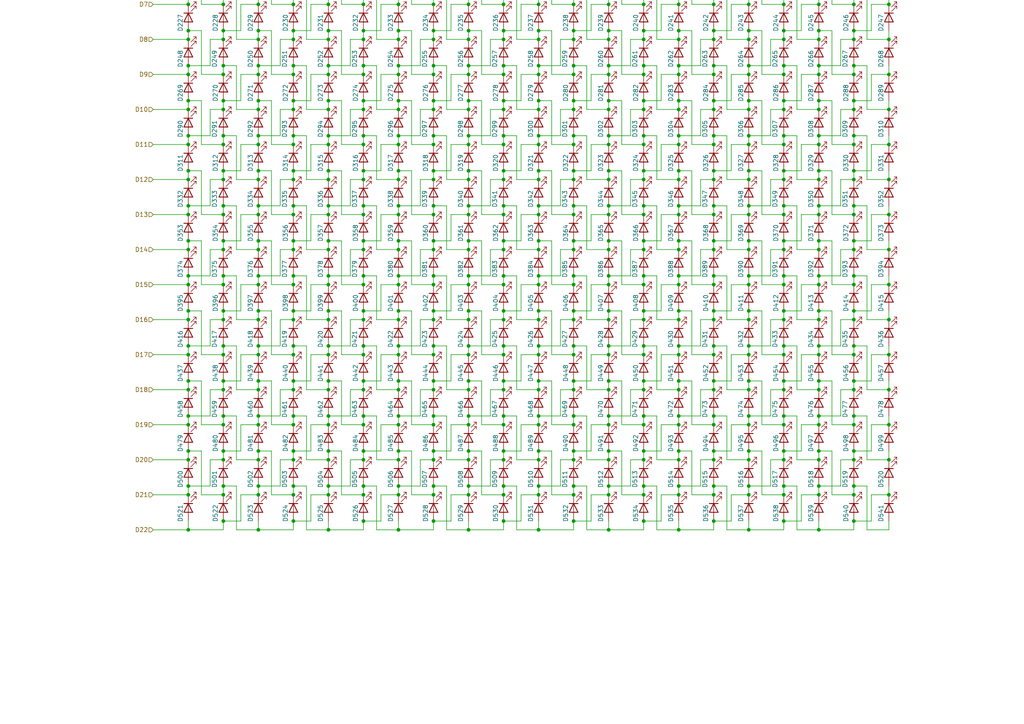
<source format=kicad_sch>
(kicad_sch (version 20231120) (generator "eeschema") (generator_version "8.0")
  (paper "A4")
  (junction (at 74.93 41.91))
  (junction (at 74.93 -41.91))
  (junction (at 227.33 -19.05))
  (junction (at 54.61 49.53))
  (junction (at 105.41 140.97))
  (junction (at 54.61 153.67))
  (junction (at 125.73 -21.59))
  (junction (at 105.41 92.71))
  (junction (at 74.93 31.75))
  (junction (at 85.09 113.03))
  (junction (at 125.73 19.05))
  (junction (at 186.69 80.01))
  (junction (at 125.73 82.55))
  (junction (at 74.93 133.35))
  (junction (at 105.41 -52.07))
  (junction (at 257.81 1.27))
  (junction (at 95.25 8.89))
  (junction (at 74.93 -39.37))
  (junction (at 166.37 -62.23))
  (junction (at 74.93 92.71))
  (junction (at 115.57 39.37))
  (junction (at 247.65 -41.91))
  (junction (at 156.21 -41.91))
  (junction (at 156.21 8.89))
  (junction (at 166.37 11.43))
  (junction (at 135.89 29.21))
  (junction (at 125.73 -19.05))
  (junction (at 196.85 31.75))
  (junction (at 247.65 123.19))
  (junction (at 247.65 8.89))
  (junction (at 54.61 59.69))
  (junction (at 146.05 72.39))
  (junction (at 115.57 143.51))
  (junction (at 125.73 21.59))
  (junction (at 146.05 130.81))
  (junction (at 247.65 52.07))
  (junction (at 217.17 -31.75))
  (junction (at 207.01 -8.89))
  (junction (at 186.69 -1.27))
  (junction (at 125.73 -11.43))
  (junction (at 125.73 100.33))
  (junction (at 125.73 -52.07))
  (junction (at 237.49 -19.05))
  (junction (at 115.57 19.05))
  (junction (at 95.25 80.01))
  (junction (at 237.49 59.69))
  (junction (at 186.69 92.71))
  (junction (at 166.37 31.75))
  (junction (at 237.49 113.03))
  (junction (at 186.69 102.87))
  (junction (at 54.61 113.03))
  (junction (at 95.25 72.39))
  (junction (at 95.25 52.07))
  (junction (at 156.21 -59.69))
  (junction (at 176.53 -41.91))
  (junction (at 237.49 100.33))
  (junction (at 125.73 80.01))
  (junction (at 135.89 39.37))
  (junction (at 115.57 80.01))
  (junction (at 196.85 90.17))
  (junction (at 176.53 123.19))
  (junction (at 95.25 113.03))
  (junction (at 176.53 113.03))
  (junction (at 166.37 -21.59))
  (junction (at 125.73 11.43))
  (junction (at 146.05 -19.05))
  (junction (at 95.25 -31.75))
  (junction (at 64.77 140.97))
  (junction (at 146.05 -41.91))
  (junction (at 64.77 1.27))
  (junction (at 227.33 29.21))
  (junction (at 135.89 -11.43))
  (junction (at 146.05 110.49))
  (junction (at 207.01 41.91))
  (junction (at 64.77 21.59))
  (junction (at 95.25 90.17))
  (junction (at 105.41 130.81))
  (junction (at 217.17 41.91))
  (junction (at 196.85 120.65))
  (junction (at 64.77 102.87))
  (junction (at 105.41 49.53))
  (junction (at 156.21 31.75))
  (junction (at 115.57 92.71))
  (junction (at 54.61 82.55))
  (junction (at 196.85 -21.59))
  (junction (at 257.81 31.75))
  (junction (at 95.25 102.87))
  (junction (at 125.73 59.69))
  (junction (at 74.93 11.43))
  (junction (at 85.09 82.55))
  (junction (at 115.57 1.27))
  (junction (at 115.57 -39.37))
  (junction (at 227.33 92.71))
  (junction (at 105.41 31.75))
  (junction (at 247.65 110.49))
  (junction (at 85.09 59.69))
  (junction (at 74.93 90.17))
  (junction (at 166.37 120.65))
  (junction (at 156.21 41.91))
  (junction (at 64.77 133.35))
  (junction (at 166.37 130.81))
  (junction (at 156.21 140.97))
  (junction (at 207.01 -31.75))
  (junction (at 105.41 80.01))
  (junction (at 135.89 69.85))
  (junction (at 64.77 41.91))
  (junction (at 115.57 -49.53))
  (junction (at 64.77 123.19))
  (junction (at 95.25 110.49))
  (junction (at 217.17 143.51))
  (junction (at 95.25 -21.59))
  (junction (at 54.61 21.59))
  (junction (at 156.21 80.01))
  (junction (at 54.61 -31.75))
  (junction (at 85.09 62.23))
  (junction (at 207.01 11.43))
  (junction (at 74.93 29.21))
  (junction (at 207.01 52.07))
  (junction (at 156.21 113.03))
  (junction (at 176.53 80.01))
  (junction (at 237.49 102.87))
  (junction (at 217.17 102.87))
  (junction (at 135.89 59.69))
  (junction (at 135.89 120.65))
  (junction (at 146.05 80.01))
  (junction (at 186.69 113.03))
  (junction (at 196.85 11.43))
  (junction (at 247.65 -21.59))
  (junction (at 166.37 143.51))
  (junction (at 237.49 143.51))
  (junction (at 227.33 -8.89))
  (junction (at 146.05 90.17))
  (junction (at 115.57 133.35))
  (junction (at 247.65 151.13))
  (junction (at 135.89 90.17))
  (junction (at 196.85 143.51))
  (junction (at 115.57 59.69))
  (junction (at 146.05 19.05))
  (junction (at 135.89 -39.37))
  (junction (at 207.01 -19.05))
  (junction (at 217.17 -19.05))
  (junction (at 237.49 -1.27))
  (junction (at 156.21 100.33))
  (junction (at 105.41 120.65))
  (junction (at 247.65 19.05))
  (junction (at 176.53 -1.27))
  (junction (at 64.77 -39.37))
  (junction (at 54.61 39.37))
  (junction (at 64.77 90.17))
  (junction (at 196.85 153.67))
  (junction (at 125.73 72.39))
  (junction (at 217.17 90.17))
  (junction (at 207.01 -1.27))
  (junction (at 146.05 41.91))
  (junction (at 146.05 62.23))
  (junction (at 135.89 100.33))
  (junction (at 217.17 11.43))
  (junction (at 186.69 72.39))
  (junction (at 125.73 39.37))
  (junction (at 166.37 62.23))
  (junction (at 135.89 -59.69))
  (junction (at 237.49 -49.53))
  (junction (at 135.89 113.03))
  (junction (at 196.85 113.03))
  (junction (at 196.85 102.87))
  (junction (at 186.69 59.69))
  (junction (at 156.21 -31.75))
  (junction (at 176.53 153.67))
  (junction (at 247.65 82.55))
  (junction (at 227.33 90.17))
  (junction (at 196.85 80.01))
  (junction (at 227.33 133.35))
  (junction (at 85.09 -21.59))
  (junction (at 227.33 -39.37))
  (junction (at 186.69 8.89))
  (junction (at 135.89 -31.75))
  (junction (at 166.37 -41.91))
  (junction (at 237.49 41.91))
  (junction (at 85.09 39.37))
  (junction (at 207.01 31.75))
  (junction (at 125.73 52.07))
  (junction (at 207.01 92.71))
  (junction (at 74.93 82.55))
  (junction (at 74.93 80.01))
  (junction (at 125.73 133.35))
  (junction (at 54.61 19.05))
  (junction (at 176.53 120.65))
  (junction (at 186.69 -41.91))
  (junction (at 85.09 -52.07))
  (junction (at 64.77 120.65))
  (junction (at 196.85 72.39))
  (junction (at 227.33 100.33))
  (junction (at 227.33 52.07))
  (junction (at 207.01 100.33))
  (junction (at 237.49 120.65))
  (junction (at 196.85 130.81))
  (junction (at 125.73 29.21))
  (junction (at 176.53 69.85))
  (junction (at 105.41 39.37))
  (junction (at 166.37 49.53))
  (junction (at 247.65 80.01))
  (junction (at 64.77 113.03))
  (junction (at 207.01 90.17))
  (junction (at 115.57 62.23))
  (junction (at 176.53 -39.37))
  (junction (at 176.53 140.97))
  (junction (at 146.05 -1.27))
  (junction (at 257.81 -39.37))
  (junction (at 135.89 -49.53))
  (junction (at 115.57 82.55))
  (junction (at 85.09 41.91))
  (junction (at 95.25 19.05))
  (junction (at 257.81 123.19))
  (junction (at 54.61 -19.05))
  (junction (at 115.57 -11.43))
  (junction (at 125.73 102.87))
  (junction (at 146.05 29.21))
  (junction (at 247.65 -52.07))
  (junction (at 227.33 151.13))
  (junction (at 156.21 -11.43))
  (junction (at 207.01 59.69))
  (junction (at 156.21 21.59))
  (junction (at 217.17 59.69))
  (junction (at 196.85 8.89))
  (junction (at 227.33 123.19))
  (junction (at 207.01 143.51))
  (junction (at 176.53 -29.21))
  (junction (at 207.01 19.05))
  (junction (at 146.05 143.51))
  (junction (at 257.81 143.51))
  (junction (at 217.17 21.59))
  (junction (at 135.89 -21.59))
  (junction (at 74.93 -21.59))
  (junction (at 74.93 110.49))
  (junction (at 217.17 133.35))
  (junction (at 105.41 52.07))
  (junction (at 176.53 -52.07))
  (junction (at 95.25 62.23))
  (junction (at 85.09 140.97))
  (junction (at 115.57 -19.05))
  (junction (at 54.61 143.51))
  (junction (at 115.57 72.39))
  (junction (at 176.53 8.89))
  (junction (at 135.89 19.05))
  (junction (at 257.81 82.55))
  (junction (at 135.89 62.23))
  (junction (at 196.85 -29.21))
  (junction (at 115.57 153.67))
  (junction (at 54.61 52.07))
  (junction (at 247.65 49.53))
  (junction (at 207.01 -29.21))
  (junction (at 166.37 52.07))
  (junction (at 95.25 -11.43))
  (junction (at 54.61 41.91))
  (junction (at 227.33 110.49))
  (junction (at 146.05 -49.53))
  (junction (at 146.05 123.19))
  (junction (at 64.77 80.01))
  (junction (at 196.85 133.35))
  (junction (at 217.17 92.71))
  (junction (at 227.33 -49.53))
  (junction (at 207.01 69.85))
  (junction (at 257.81 113.03))
  (junction (at 186.69 -52.07))
  (junction (at 217.17 100.33))
  (junction (at 74.93 153.67))
  (junction (at 135.89 143.51))
  (junction (at 237.49 140.97))
  (junction (at 217.17 110.49))
  (junction (at 135.89 1.27))
  (junction (at 207.01 8.89))
  (junction (at 125.73 62.23))
  (junction (at 146.05 -21.59))
  (junction (at 186.69 100.33))
  (junction (at 115.57 -29.21))
  (junction (at 196.85 59.69))
  (junction (at 54.61 -1.27))
  (junction (at 146.05 140.97))
  (junction (at 64.77 -62.23))
  (junction (at 257.81 62.23))
  (junction (at 105.41 123.19))
  (junction (at 64.77 8.89))
  (junction (at 156.21 120.65))
  (junction (at 247.65 -11.43))
  (junction (at 74.93 49.53))
  (junction (at 105.41 -8.89))
  (junction (at 54.61 11.43))
  (junction (at 247.65 1.27))
  (junction (at 186.69 82.55))
  (junction (at 95.25 -59.69))
  (junction (at 227.33 59.69))
  (junction (at 125.73 -62.23))
  (junction (at 227.33 -62.23))
  (junction (at 105.41 -19.05))
  (junction (at 176.53 110.49))
  (junction (at 105.41 133.35))
  (junction (at 54.61 90.17))
  (junction (at 54.61 69.85))
  (junction (at 105.41 8.89))
  (junction (at 54.61 102.87))
  (junction (at 227.33 69.85))
  (junction (at 237.49 82.55))
  (junction (at 85.09 133.35))
  (junction (at 257.81 52.07))
  (junction (at 95.25 29.21))
  (junction (at 74.93 113.03))
  (junction (at 196.85 41.91))
  (junction (at 176.53 -19.05))
  (junction (at 135.89 80.01))
  (junction (at 166.37 21.59))
  (junction (at 156.21 11.43))
  (junction (at 217.17 -1.27))
  (junction (at 237.49 -11.43))
  (junction (at 125.73 69.85))
  (junction (at 186.69 151.13))
  (junction (at 237.49 123.19))
  (junction (at 105.41 21.59))
  (junction (at 207.01 140.97))
  (junction (at 207.01 62.23))
  (junction (at 237.49 72.39))
  (junction (at 166.37 19.05))
  (junction (at 105.41 100.33))
  (junction (at 217.17 19.05))
  (junction (at 95.25 -29.21))
  (junction (at 176.53 -59.69))
  (junction (at 227.33 -21.59))
  (junction (at 196.85 52.07))
  (junction (at 74.93 -29.21))
  (junction (at 186.69 52.07))
  (junction (at 217.17 49.53))
  (junction (at 54.61 -21.59))
  (junction (at 196.85 1.27))
  (junction (at 85.09 130.81))
  (junction (at 176.53 1.27))
  (junction (at 85.09 -8.89))
  (junction (at 186.69 -49.53))
  (junction (at 257.81 -29.21))
  (junction (at 135.89 72.39))
  (junction (at 227.33 -31.75))
  (junction (at 247.65 21.59))
  (junction (at 115.57 41.91))
  (junction (at 166.37 69.85))
  (junction (at 85.09 123.19))
  (junction (at 237.49 -59.69))
  (junction (at 115.57 21.59))
  (junction (at 207.01 39.37))
  (junction (at 166.37 -8.89))
  (junction (at 85.09 110.49))
  (junction (at 74.93 21.59))
  (junction (at 156.21 62.23))
  (junction (at 247.65 120.65))
  (junction (at 125.73 113.03))
  (junction (at 156.21 110.49))
  (junction (at 237.49 90.17))
  (junction (at 196.85 100.33))
  (junction (at 207.01 82.55))
  (junction (at 54.61 133.35))
  (junction (at 135.89 31.75))
  (junction (at 125.73 151.13))
  (junction (at 105.41 1.27))
  (junction (at 217.17 -11.43))
  (junction (at 207.01 110.49))
  (junction (at 217.17 39.37))
  (junction (at 156.21 -52.07))
  (junction (at 54.61 -59.69))
  (junction (at 54.61 1.27))
  (junction (at 227.33 120.65))
  (junction (at 247.65 69.85))
  (junction (at 207.01 72.39))
  (junction (at 237.49 -8.89))
  (junction (at 146.05 31.75))
  (junction (at 176.53 72.39))
  (junction (at 125.73 120.65))
  (junction (at 217.17 140.97))
  (junction (at 156.21 92.71))
  (junction (at 247.65 11.43))
  (junction (at 115.57 -1.27))
  (junction (at 135.89 21.59))
  (junction (at 74.93 59.69))
  (junction (at 135.89 130.81))
  (junction (at 125.73 143.51))
  (junction (at 217.17 120.65))
  (junction (at 156.21 -39.37))
  (junction (at 95.25 100.33))
  (junction (at 74.93 -31.75))
  (junction (at 85.09 -49.53))
  (junction (at 257.81 -19.05))
  (junction (at 237.49 19.05))
  (junction (at 64.77 -19.05))
  (junction (at 105.41 110.49))
  (junction (at 64.77 -1.27))
  (junction (at 227.33 41.91))
  (junction (at 125.73 92.71))
  (junction (at 176.53 143.51))
  (junction (at 166.37 80.01))
  (junction (at 207.01 21.59))
  (junction (at 237.49 -31.75))
  (junction (at 105.41 -31.75))
  (junction (at 166.37 -52.07))
  (junction (at 135.89 153.67))
  (junction (at 95.25 120.65))
  (junction (at 85.09 80.01))
  (junction (at 146.05 82.55))
  (junction (at 95.25 133.35))
  (junction (at 146.05 8.89))
  (junction (at 105.41 -11.43))
  (junction (at 105.41 82.55))
  (junction (at 196.85 -59.69))
  (junction (at 146.05 92.71))
  (junction (at 176.53 41.91))
  (junction (at 135.89 82.55))
  (junction (at 196.85 39.37))
  (junction (at 196.85 49.53))
  (junction (at 105.41 59.69))
  (junction (at 156.21 130.81))
  (junction (at 166.37 100.33))
  (junction (at 156.21 19.05))
  (junction (at 74.93 120.65))
  (junction (at 186.69 69.85))
  (junction (at 237.49 62.23))
  (junction (at 176.53 39.37))
  (junction (at 207.01 102.87))
  (junction (at 207.01 151.13))
  (junction (at 186.69 39.37))
  (junction (at 64.77 29.21))
  (junction (at 166.37 8.89))
  (junction (at 207.01 -11.43))
  (junction (at 54.61 62.23))
  (junction (at 227.33 80.01))
  (junction (at 64.77 -29.21))
  (junction (at 257.81 102.87))
  (junction (at 196.85 -1.27))
  (junction (at 186.69 29.21))
  (junction (at 85.09 102.87))
  (junction (at 237.49 110.49))
  (junction (at 207.01 -41.91))
  (junction (at 196.85 -52.07))
  (junction (at 207.01 113.03))
  (junction (at 146.05 -8.89))
  (junction (at 95.25 69.85))
  (junction (at 85.09 -31.75))
  (junction (at 186.69 -11.43))
  (junction (at 217.17 123.19))
  (junction (at 105.41 69.85))
  (junction (at 247.65 92.71))
  (junction (at 105.41 -1.27))
  (junction (at 125.73 41.91))
  (junction (at 166.37 41.91))
  (junction (at 64.77 -52.07))
  (junction (at 166.37 123.19))
  (junction (at 85.09 49.53))
  (junction (at 237.49 29.21))
  (junction (at 186.69 133.35))
  (junction (at 207.01 80.01))
  (junction (at 105.41 -29.21))
  (junction (at 247.65 -39.37))
  (junction (at 186.69 -19.05))
  (junction (at 95.25 -1.27))
  (junction (at 227.33 21.59))
  (junction (at 125.73 123.19))
  (junction (at 176.53 52.07))
  (junction (at 115.57 -52.07))
  (junction (at 135.89 -19.05))
  (junction (at 207.01 130.81))
  (junction (at 237.49 133.35))
  (junction (at 176.53 29.21))
  (junction (at 237.49 31.75))
  (junction (at 135.89 -8.89))
  (junction (at 257.81 41.91))
  (junction (at 186.69 -31.75))
  (junction (at 135.89 52.07))
  (junction (at 156.21 69.85))
  (junction (at 95.25 -8.89))
  (junction (at 74.93 8.89))
  (junction (at 146.05 -39.37))
  (junction (at 217.17 -29.21))
  (junction (at 186.69 143.51))
  (junction (at 74.93 19.05))
  (junction (at 74.93 62.23))
  (junction (at 156.21 1.27))
  (junction (at 247.65 113.03))
  (junction (at 186.69 -21.59))
  (junction (at 85.09 52.07))
  (junction (at 64.77 -31.75))
  (junction (at 156.21 72.39))
  (junction (at 207.01 49.53))
  (junction (at 237.49 -29.21))
  (junction (at 156.21 -49.53))
  (junction (at 135.89 102.87))
  (junction (at 176.53 133.35))
  (junction (at 247.65 39.37))
  (junction (at 217.17 113.03))
  (junction (at 125.73 130.81))
  (junction (at 54.61 -52.07))
  (junction (at 54.61 31.75))
  (junction (at 176.53 -21.59))
  (junction (at 166.37 82.55))
  (junction (at 74.93 -52.07))
  (junction (at 105.41 11.43))
  (junction (at 257.81 133.35))
  (junction (at 95.25 11.43))
  (junction (at 166.37 140.97))
  (junction (at 95.25 1.27))
  (junction (at 115.57 102.87))
  (junction (at 176.53 62.23))
  (junction (at 217.17 29.21))
  (junction (at 217.17 62.23))
  (junction (at 85.09 -19.05))
  (junction (at 125.73 -49.53))
  (junction (at 74.93 1.27))
  (junction (at 247.65 72.39))
  (junction (at 85.09 -29.21))
  (junction (at 74.93 140.97))
  (junction (at 156.21 -8.89))
  (junction (at 64.77 100.33))
  (junction (at 64.77 130.81))
  (junction (at 247.65 -19.05))
  (junction (at 95.25 123.19))
  (junction (at 115.57 120.65))
  (junction (at 156.21 -29.21))
  (junction (at 196.85 -8.89))
  (junction (at 64.77 92.71))
  (junction (at 227.33 8.89))
  (junction (at 95.25 82.55))
  (junction (at 146.05 -52.07))
  (junction (at 64.77 11.43))
  (junction (at 166.37 -1.27))
  (junction (at 227.33 -11.43))
  (junction (at 146.05 -62.23))
  (junction (at 196.85 123.19))
  (junction (at 135.89 41.91))
  (junction (at 207.01 -52.07))
  (junction (at 95.25 140.97))
  (junction (at 74.93 102.87))
  (junction (at 125.73 -41.91))
  (junction (at 196.85 -49.53))
  (junction (at 85.09 31.75))
  (junction (at 74.93 130.81))
  (junction (at 166.37 -39.37))
  (junction (at 227.33 140.97))
  (junction (at 125.73 -31.75))
  (junction (at 196.85 -39.37))
  (junction (at 186.69 -39.37))
  (junction (at 95.25 59.69))
  (junction (at 54.61 120.65))
  (junction (at 95.25 21.59))
  (junction (at 74.93 -59.69))
  (junction (at 146.05 120.65))
  (junction (at 207.01 -62.23))
  (junction (at 217.17 1.27))
  (junction (at 54.61 140.97))
  (junction (at 207.01 29.21))
  (junction (at 166.37 59.69))
  (junction (at 217.17 -59.69))
  (junction (at 247.65 -62.23))
  (junction (at 227.33 -52.07))
  (junction (at 74.93 39.37))
  (junction (at 227.33 -41.91))
  (junction (at 64.77 62.23))
  (junction (at 95.25 41.91))
  (junction (at 74.93 100.33))
  (junction (at 227.33 72.39))
  (junction (at 146.05 102.87))
  (junction (at 74.93 143.51))
  (junction (at 146.05 11.43))
  (junction (at 74.93 -8.89))
  (junction (at 115.57 69.85))
  (junction (at 115.57 49.53))
  (junction (at 85.09 -11.43))
  (junction (at 156.21 39.37))
  (junction (at 85.09 -41.91))
  (junction (at 217.17 -52.07))
  (junction (at 95.25 -41.91))
  (junction (at 247.65 90.17))
  (junction (at 176.53 100.33))
  (junction (at 247.65 143.51))
  (junction (at 156.21 59.69))
  (junction (at 105.41 72.39))
  (junction (at 237.49 153.67))
  (junction (at 217.17 52.07))
  (junction (at 257.81 -49.53))
  (junction (at 237.49 92.71))
  (junction (at 85.09 29.21))
  (junction (at 186.69 -62.23))
  (junction (at 166.37 39.37))
  (junction (at 105.41 19.05))
  (junction (at 135.89 8.89))
  (junction (at 74.93 -1.27))
  (junction (at 227.33 113.03))
  (junction (at 196.85 92.71))
  (junction (at 85.09 90.17))
  (junction (at 186.69 1.27))
  (junction (at 74.93 -19.05))
  (junction (at 237.49 52.07))
  (junction (at 54.61 -11.43))
  (junction (at 54.61 29.21))
  (junction (at 54.61 -49.53))
  (junction (at 176.53 11.43))
  (junction (at 207.01 133.35))
  (junction (at 146.05 39.37))
  (junction (at 115.57 31.75))
  (junction (at 146.05 69.85))
  (junction (at 85.09 151.13))
  (junction (at 196.85 69.85))
  (junction (at 125.73 -8.89))
  (junction (at 217.17 153.67))
  (junction (at 64.77 72.39))
  (junction (at 54.61 -29.21))
  (junction (at 85.09 120.65))
  (junction (at 135.89 92.71))
  (junction (at 207.01 -49.53))
  (junction (at 54.61 -41.91))
  (junction (at 125.73 110.49))
  (junction (at 166.37 -19.05))
  (junction (at 115.57 52.07))
  (junction (at 85.09 19.05))
  (junction (at 64.77 -41.91))
  (junction (at 105.41 -49.53))
  (junction (at 247.65 29.21))
  (junction (at 186.69 130.81))
  (junction (at 196.85 -31.75))
  (junction (at 64.77 39.37))
  (junction (at 125.73 -29.21))
  (junction (at 186.69 49.53))
  (junction (at 146.05 -31.75))
  (junction (at 146.05 -29.21))
  (junction (at 247.65 130.81))
  (junction (at 166.37 -29.21))
  (junction (at 227.33 31.75))
  (junction (at 166.37 113.03))
  (junction (at 176.53 -11.43))
  (junction (at 64.77 82.55))
  (junction (at 186.69 11.43))
  (junction (at 125.73 -1.27))
  (junction (at 176.53 59.69))
  (junction (at 186.69 110.49))
  (junction (at 105.41 -41.91))
  (junction (at 115.57 -31.75))
  (junction (at 217.17 72.39))
  (junction (at 146.05 113.03))
  (junction (at 95.25 39.37))
  (junction (at 115.57 123.19))
  (junction (at 146.05 49.53))
  (junction (at 85.09 -39.37))
  (junction (at 85.09 -62.23))
  (junction (at 115.57 113.03))
  (junction (at 54.61 72.39))
  (junction (at 217.17 -8.89))
  (junction (at 247.65 -29.21))
  (junction (at 54.61 123.19))
  (junction (at 105.41 113.03))
  (junction (at 227.33 49.53))
  (junction (at 196.85 -11.43))
  (junction (at 156.21 133.35))
  (junction (at 176.53 19.05))
  (junction (at 125.73 140.97))
  (junction (at 135.89 110.49))
  (junction (at 217.17 -49.53))
  (junction (at 135.89 -52.07))
  (junction (at 237.49 -41.91))
  (junction (at 176.53 -8.89))
  (junction (at 217.17 130.81))
  (junction (at 85.09 69.85))
  (junction (at 74.93 123.19))
  (junction (at 176.53 31.75))
  (junction (at 156.21 29.21))
  (junction (at 85.09 100.33))
  (junction (at 54.61 -39.37))
  (junction (at 237.49 -39.37))
  (junction (at 247.65 -1.27))
  (junction (at 135.89 -29.21))
  (junction (at 176.53 92.71))
  (junction (at 105.41 62.23))
  (junction (at 135.89 -1.27))
  (junction (at 115.57 100.33))
  (junction (at 54.61 92.71))
  (junction (at 54.61 80.01))
  (junction (at 105.41 90.17))
  (junction (at 196.85 82.55))
  (junction (at 227.33 130.81))
  (junction (at 115.57 -41.91))
  (junction (at 64.77 19.05))
  (junction (at 156.21 82.55))
  (junction (at 156.21 90.17))
  (junction (at 196.85 -41.91))
  (junction (at 156.21 52.07))
  (junction (at 217.17 8.89))
  (junction (at 237.49 -52.07))
  (junction (at 227.33 82.55))
  (junction (at 115.57 8.89))
  (junction (at 186.69 123.19))
  (junction (at 237.49 11.43))
  (junction (at 135.89 49.53))
  (junction (at 64.77 49.53))
  (junction (at 176.53 130.81))
  (junction (at 146.05 100.33))
  (junction (at 166.37 -11.43))
  (junction (at 135.89 11.43))
  (junction (at 105.41 -39.37))
  (junction (at 176.53 49.53))
  (junction (at 247.65 -49.53))
  (junction (at 95.25 143.51))
  (junction (at 64.77 69.85))
  (junction (at 186.69 -29.21))
  (junction (at 95.25 153.67))
  (junction (at 257.81 21.59))
  (junction (at 115.57 29.21))
  (junction (at 227.33 19.05))
  (junction (at 64.77 -49.53))
  (junction (at 115.57 140.97))
  (junction (at 95.25 -39.37))
  (junction (at 247.65 62.23))
  (junction (at 166.37 -31.75))
  (junction (at 176.53 -49.53))
  (junction (at 95.25 49.53))
  (junction (at 64.77 52.07))
  (junction (at 125.73 31.75))
  (junction (at 105.41 102.87))
  (junction (at 105.41 -62.23))
  (junction (at 217.17 -21.59))
  (junction (at 156.21 49.53))
  (junction (at 227.33 1.27))
  (junction (at 156.21 -21.59))
  (junction (at 115.57 -59.69))
  (junction (at 217.17 -39.37))
  (junction (at 237.49 1.27))
  (junction (at 156.21 102.87))
  (junction (at 146.05 21.59))
  (junction (at 186.69 21.59))
  (junction (at 105.41 -21.59))
  (junction (at 95.25 -52.07))
  (junction (at 186.69 62.23))
  (junction (at 196.85 29.21))
  (junction (at 196.85 21.59))
  (junction (at 207.01 120.65))
  (junction (at 85.09 72.39))
  (junction (at 217.17 80.01))
  (junction (at 105.41 29.21))
  (junction (at 247.65 -31.75))
  (junction (at 95.25 -49.53))
  (junction (at 95.25 130.81))
  (junction (at 196.85 -19.05))
  (junction (at 64.77 31.75))
  (junction (at 85.09 1.27))
  (junction (at 95.25 -19.05))
  (junction (at 196.85 62.23))
  (junction (at 54.61 100.33))
  (junction (at 54.61 -8.89))
  (junction (at 257.81 -8.89))
  (junction (at 54.61 130.81))
  (junction (at 176.53 -31.75))
  (junction (at 257.81 92.71))
  (junction (at 237.49 8.89))
  (junction (at 196.85 19.05))
  (junction (at 166.37 102.87))
  (junction (at 247.65 102.87))
  (junction (at 186.69 -8.89))
  (junction (at 186.69 31.75))
  (junction (at 74.93 72.39))
  (junction (at 227.33 143.51))
  (junction (at 105.41 151.13))
  (junction (at 237.49 69.85))
  (junction (at 85.09 92.71))
  (junction (at 227.33 102.87))
  (junction (at 115.57 110.49))
  (junction (at 196.85 110.49))
  (junction (at 115.57 -21.59))
  (junction (at 125.73 49.53))
  (junction (at 95.25 92.71))
  (junction (at 186.69 90.17))
  (junction (at 207.01 -21.59))
  (junction (at 247.65 41.91))
  (junction (at 227.33 -1.27))
  (junction (at 237.49 21.59))
  (junction (at 186.69 19.05))
  (junction (at 74.93 -49.53))
  (junction (at 115.57 -8.89))
  (junction (at 115.57 90.17))
  (junction (at 217.17 69.85))
  (junction (at 186.69 140.97))
  (junction (at 85.09 8.89))
  (junction (at 217.17 82.55))
  (junction (at 247.65 133.35))
  (junction (at 156.21 123.19))
  (junction (at 247.65 31.75))
  (junction (at 166.37 29.21))
  (junction (at 237.49 80.01))
  (junction (at 54.61 110.49))
  (junction (at 85.09 21.59))
  (junction (at 64.77 -21.59))
  (junction (at 166.37 151.13))
  (junction (at 85.09 -1.27))
  (junction (at 237.49 39.37))
  (junction (at 166.37 92.71))
  (junction (at 115.57 130.81))
  (junction (at 186.69 120.65))
  (junction (at 257.81 11.43))
  (junction (at 85.09 143.51))
  (junction (at 64.77 110.49))
  (junction (at 156.21 143.51))
  (junction (at 227.33 62.23))
  (junction (at 74.93 -11.43))
  (junction (at 95.25 31.75))
  (junction (at 186.69 41.91))
  (junction (at 166.37 133.35))
  (junction (at 176.53 102.87))
  (junction (at 135.89 133.35))
  (junction (at 247.65 140.97))
  (junction (at 125.73 1.27))
  (junction (at 237.49 -21.59))
  (junction (at 64.77 151.13))
  (junction (at 125.73 90.17))
  (junction (at 85.09 11.43))
  (junction (at 125.73 8.89))
  (junction (at 247.65 100.33))
  (junction (at 237.49 49.53))
  (junction (at 146.05 59.69))
  (junction (at 156.21 -19.05))
  (junction (at 146.05 151.13))
  (junction (at 207.01 -39.37))
  (junction (at 217.17 -41.91))
  (junction (at 64.77 59.69))
  (junction (at 247.65 -8.89))
  (junction (at 166.37 72.39))
  (junction (at 227.33 11.43))
  (junction (at 64.77 143.51))
  (junction (at 196.85 140.97))
  (junction (at 146.05 133.35))
  (junction (at 64.77 -11.43))
  (junction (at 135.89 123.19))
  (junction (at 156.21 -1.27))
  (junction (at 166.37 90.17))
  (junction (at 227.33 -29.21))
  (junction (at 74.93 52.07))
  (junction (at 166.37 -49.53))
  (junction (at 237.49 130.81))
  (junction (at 227.33 39.37))
  (junction (at 176.53 82.55))
  (junction (at 135.89 140.97))
  (junction (at 217.17 31.75))
  (junction (at 156.21 153.67))
  (junction (at 64.77 -8.89))
  (junction (at 176.53 90.17))
  (junction (at 176.53 21.59))
  (junction (at 74.93 69.85))
  (junction (at 166.37 1.27))
  (junction (at 146.05 -11.43))
  (junction (at 105.41 41.91))
  (junction (at 207.01 1.27))
  (junction (at 125.73 -39.37))
  (junction (at 207.01 123.19))
  (junction (at 166.37 110.49))
  (junction (at 146.05 1.27))
  (junction (at 115.57 11.43))
  (junction (at 146.05 52.07))
  (junction (at 247.65 59.69))
  (junction (at 105.41 143.51))
  (junction (at 54.61 8.89))
  (junction (at 257.81 72.39))
  (junction (at 135.89 -41.91))
  (wire (pts (xy 68.58 31.75) (xy 74.93 31.75)))
  (wire (pts (xy 203.2 92.71) (xy 207.01 92.71)))
  (wire (pts (xy 156.21 -11.43) (xy 156.21 -8.89)))
  (wire (pts (xy 139.7 -19.05) (xy 146.05 -19.05)))
  (wire (pts (xy 207.01 -41.91) (xy 210.82 -41.91)))
  (wire (pts (xy 101.6 133.35) (xy 105.41 133.35)))
  (wire (pts (xy 125.73 90.17) (xy 125.73 92.71)))
  (wire (pts (xy 90.17 143.51) (xy 95.25 143.51)))
  (wire (pts (xy 95.25 -52.07) (xy 99.06 -52.07)))
  (wire (pts (xy 135.89 -52.07) (xy 139.7 -52.07)))
  (wire (pts (xy 129.54 -41.91) (xy 129.54 -29.21)))
  (wire (pts (xy 252.73 130.81) (xy 252.73 123.19)))
  (wire (pts (xy 196.85 19.05) (xy 196.85 21.59)))
  (wire (pts (xy 78.74 143.51) (xy 85.09 143.51)))
  (wire (pts (xy 78.74 102.87) (xy 85.09 102.87)))
  (wire (pts (xy 109.22 31.75) (xy 115.57 31.75)))
  (wire (pts (xy 54.61 69.85) (xy 58.42 69.85)))
  (wire (pts (xy 44.45 143.51) (xy 54.61 143.51)))
  (wire (pts (xy 217.17 130.81) (xy 220.98 130.81)))
  (wire (pts (xy 257.81 120.65) (xy 257.81 123.19)))
  (wire (pts (xy 207.01 39.37) (xy 210.82 39.37)))
  (wire (pts (xy 171.45 102.87) (xy 176.53 102.87)))
  (wire (pts (xy 101.6 -29.21) (xy 105.41 -29.21)))
  (wire (pts (xy 171.45 151.13) (xy 171.45 143.51)))
  (wire (pts (xy 156.21 130.81) (xy 156.21 133.35)))
  (wire (pts (xy 85.09 59.69) (xy 85.09 62.23)))
  (wire (pts (xy 217.17 120.65) (xy 217.17 123.19)))
  (wire (pts (xy 186.69 120.65) (xy 186.69 123.19)))
  (wire (pts (xy 151.13 29.21) (xy 151.13 21.59)))
  (wire (pts (xy 139.7 29.21) (xy 139.7 41.91)))
  (wire (pts (xy 95.25 140.97) (xy 95.25 143.51)))
  (wire (pts (xy 182.88 -1.27) (xy 182.88 -8.89)))
  (wire (pts (xy 190.5 19.05) (xy 190.5 31.75)))
  (wire (pts (xy 223.52 11.43) (xy 227.33 11.43)))
  (wire (pts (xy 119.38 8.89) (xy 119.38 21.59)))
  (wire (pts (xy 149.86 100.33) (xy 149.86 113.03)))
  (wire (pts (xy 99.06 -11.43) (xy 99.06 1.27)))
  (wire (pts (xy 247.65 151.13) (xy 247.65 153.67)))
  (wire (pts (xy 130.81 123.19) (xy 135.89 123.19)))
  (wire (pts (xy 125.73 39.37) (xy 125.73 41.91)))
  (wire (pts (xy 176.53 -31.75) (xy 176.53 -29.21)))
  (wire (pts (xy 121.92 92.71) (xy 125.73 92.71)))
  (wire (pts (xy 105.41 100.33) (xy 109.22 100.33)))
  (wire (pts (xy 95.25 8.89) (xy 99.06 8.89)))
  (wire (pts (xy 115.57 -62.23) (xy 115.57 -59.69)))
  (wire (pts (xy 212.09 -19.05) (xy 217.17 -19.05)))
  (wire (pts (xy 105.41 -52.07) (xy 110.49 -52.07)))
  (wire (pts (xy 146.05 -62.23) (xy 146.05 -59.69)))
  (wire (pts (xy 223.52 -8.89) (xy 227.33 -8.89)))
  (wire (pts (xy 119.38 110.49) (xy 119.38 123.19)))
  (wire (pts (xy 88.9 -41.91) (xy 88.9 -29.21)))
  (wire (pts (xy 217.17 19.05) (xy 223.52 19.05)))
  (wire (pts (xy 203.2 80.01) (xy 203.2 72.39)))
  (wire (pts (xy 186.69 -41.91) (xy 190.5 -41.91)))
  (wire (pts (xy 257.81 90.17) (xy 257.81 92.71)))
  (wire (pts (xy 121.92 11.43) (xy 125.73 11.43)))
  (wire (pts (xy 149.86 39.37) (xy 149.86 52.07)))
  (wire (pts (xy 110.49 69.85) (xy 110.49 62.23)))
  (wire (pts (xy 191.77 102.87) (xy 196.85 102.87)))
  (wire (pts (xy 247.65 49.53) (xy 247.65 52.07)))
  (wire (pts (xy 125.73 80.01) (xy 125.73 82.55)))
  (wire (pts (xy 166.37 39.37) (xy 170.18 39.37)))
  (wire (pts (xy 125.73 151.13) (xy 125.73 153.67)))
  (wire (pts (xy 105.41 49.53) (xy 105.41 52.07)))
  (wire (pts (xy 125.73 59.69) (xy 129.54 59.69)))
  (wire (pts (xy 210.82 52.07) (xy 217.17 52.07)))
  (wire (pts (xy 135.89 29.21) (xy 135.89 31.75)))
  (wire (pts (xy 85.09 110.49) (xy 90.17 110.49)))
  (wire (pts (xy 196.85 -31.75) (xy 200.66 -31.75)))
  (wire (pts (xy 241.3 82.55) (xy 247.65 82.55)))
  (wire (pts (xy 186.69 -52.07) (xy 191.77 -52.07)))
  (wire (pts (xy 74.93 -41.91) (xy 81.28 -41.91)))
  (wire (pts (xy 105.41 -41.91) (xy 105.41 -39.37)))
  (wire (pts (xy 217.17 8.89) (xy 217.17 11.43)))
  (wire (pts (xy 115.57 8.89) (xy 115.57 11.43)))
  (wire (pts (xy 146.05 -21.59) (xy 149.86 -21.59)))
  (wire (pts (xy 212.09 21.59) (xy 217.17 21.59)))
  (wire (pts (xy 186.69 110.49) (xy 186.69 113.03)))
  (wire (pts (xy 105.41 19.05) (xy 105.41 21.59)))
  (wire (pts (xy 105.41 -52.07) (xy 105.41 -49.53)))
  (wire (pts (xy 88.9 133.35) (xy 95.25 133.35)))
  (wire (pts (xy 217.17 140.97) (xy 223.52 140.97)))
  (wire (pts (xy 186.69 39.37) (xy 190.5 39.37)))
  (wire (pts (xy 68.58 19.05) (xy 68.58 31.75)))
  (wire (pts (xy 119.38 82.55) (xy 125.73 82.55)))
  (wire (pts (xy 243.84 -1.27) (xy 243.84 -8.89)))
  (wire (pts (xy 243.84 80.01) (xy 243.84 72.39)))
  (wire (pts (xy 190.5 52.07) (xy 196.85 52.07)))
  (wire (pts (xy 95.25 -62.23) (xy 105.41 -62.23)))
  (wire (pts (xy 162.56 59.69) (xy 162.56 52.07)))
  (wire (pts (xy 81.28 140.97) (xy 81.28 133.35)))
  (wire (pts (xy 85.09 8.89) (xy 85.09 11.43)))
  (wire (pts (xy 237.49 -1.27) (xy 243.84 -1.27)))
  (wire (pts (xy 232.41 82.55) (xy 237.49 82.55)))
  (wire (pts (xy 227.33 151.13) (xy 232.41 151.13)))
  (wire (pts (xy 171.45 21.59) (xy 176.53 21.59)))
  (wire (pts (xy 196.85 39.37) (xy 196.85 41.91)))
  (wire (pts (xy 171.45 62.23) (xy 176.53 62.23)))
  (wire (pts (xy 130.81 1.27) (xy 135.89 1.27)))
  (wire (pts (xy 115.57 19.05) (xy 115.57 21.59)))
  (wire (pts (xy 190.5 -8.89) (xy 196.85 -8.89)))
  (wire (pts (xy 257.81 151.13) (xy 257.81 153.67)))
  (wire (pts (xy 85.09 -41.91) (xy 88.9 -41.91)))
  (wire (pts (xy 64.77 -62.23) (xy 64.77 -59.69)))
  (wire (pts (xy 207.01 19.05) (xy 210.82 19.05)))
  (wire (pts (xy 191.77 -11.43) (xy 191.77 -19.05)))
  (wire (pts (xy 88.9 92.71) (xy 95.25 92.71)))
  (wire (pts (xy 125.73 59.69) (xy 125.73 62.23)))
  (wire (pts (xy 227.33 -62.23) (xy 227.33 -59.69)))
  (wire (pts (xy 151.13 110.49) (xy 151.13 102.87)))
  (wire (pts (xy 95.25 59.69) (xy 95.25 62.23)))
  (wire (pts (xy 210.82 72.39) (xy 217.17 72.39)))
  (wire (pts (xy 99.06 -19.05) (xy 105.41 -19.05)))
  (wire (pts (xy 252.73 8.89) (xy 252.73 1.27)))
  (wire (pts (xy 139.7 -52.07) (xy 139.7 -39.37)))
  (wire (pts (xy 247.65 -11.43) (xy 252.73 -11.43)))
  (wire (pts (xy 252.73 151.13) (xy 252.73 143.51)))
  (wire (pts (xy 210.82 -8.89) (xy 217.17 -8.89)))
  (wire (pts (xy 146.05 39.37) (xy 149.86 39.37)))
  (wire (pts (xy 125.73 90.17) (xy 130.81 90.17)))
  (wire (pts (xy 257.81 140.97) (xy 257.81 143.51)))
  (wire (pts (xy 232.41 -31.75) (xy 232.41 -39.37)))
  (wire (pts (xy 196.85 100.33) (xy 203.2 100.33)))
  (wire (pts (xy 237.49 8.89) (xy 237.49 11.43)))
  (wire (pts (xy 207.01 -62.23) (xy 207.01 -59.69)))
  (wire (pts (xy 176.53 110.49) (xy 180.34 110.49)))
  (wire (pts (xy 232.41 49.53) (xy 232.41 41.91)))
  (wire (pts (xy 176.53 -31.75) (xy 180.34 -31.75)))
  (wire (pts (xy 212.09 41.91) (xy 217.17 41.91)))
  (wire (pts (xy 156.21 90.17) (xy 156.21 92.71)))
  (wire (pts (xy 129.54 -29.21) (xy 135.89 -29.21)))
  (wire (pts (xy 196.85 -62.23) (xy 196.85 -59.69)))
  (wire (pts (xy 251.46 52.07) (xy 257.81 52.07)))
  (wire (pts (xy 146.05 19.05) (xy 146.05 21.59)))
  (wire (pts (xy 241.3 1.27) (xy 247.65 1.27)))
  (wire (pts (xy 135.89 -1.27) (xy 135.89 1.27)))
  (wire (pts (xy 207.01 80.01) (xy 210.82 80.01)))
  (wire (pts (xy 180.34 -19.05) (xy 186.69 -19.05)))
  (wire (pts (xy 247.65 -1.27) (xy 251.46 -1.27)))
  (wire (pts (xy 64.77 110.49) (xy 69.85 110.49)))
  (wire (pts (xy 115.57 29.21) (xy 115.57 31.75)))
  (wire (pts (xy 170.18 100.33) (xy 170.18 113.03)))
  (wire (pts (xy 257.81 8.89) (xy 257.81 11.43)))
  (wire (pts (xy 64.77 151.13) (xy 69.85 151.13)))
  (wire (pts (xy 151.13 -59.69) (xy 156.21 -59.69)))
  (wire (pts (xy 156.21 29.21) (xy 160.02 29.21)))
  (wire (pts (xy 186.69 -11.43) (xy 186.69 -8.89)))
  (wire (pts (xy 54.61 100.33) (xy 60.96 100.33)))
  (wire (pts (xy 54.61 8.89) (xy 54.61 11.43)))
  (wire (pts (xy 203.2 72.39) (xy 207.01 72.39)))
  (wire (pts (xy 110.49 90.17) (xy 110.49 82.55)))
  (wire (pts (xy 125.73 130.81) (xy 130.81 130.81)))
  (wire (pts (xy 115.57 -1.27) (xy 121.92 -1.27)))
  (wire (pts (xy 81.28 39.37) (xy 81.28 31.75)))
  (wire (pts (xy 220.98 102.87) (xy 227.33 102.87)))
  (wire (pts (xy 176.53 130.81) (xy 176.53 133.35)))
  (wire (pts (xy 139.7 -11.43) (xy 139.7 1.27)))
  (wire (pts (xy 182.88 72.39) (xy 186.69 72.39)))
  (wire (pts (xy 186.69 100.33) (xy 186.69 102.87)))
  (wire (pts (xy 247.65 -62.23) (xy 247.65 -59.69)))
  (wire (pts (xy 171.45 90.17) (xy 171.45 82.55)))
  (wire (pts (xy 217.17 8.89) (xy 220.98 8.89)))
  (wire (pts (xy 115.57 140.97) (xy 115.57 143.51)))
  (wire (pts (xy 171.45 8.89) (xy 171.45 1.27)))
  (wire (pts (xy 101.6 19.05) (xy 101.6 11.43)))
  (wire (pts (xy 190.5 -1.27) (xy 190.5 11.43)))
  (wire (pts (xy 119.38 -19.05) (xy 125.73 -19.05)))
  (wire (pts (xy 180.34 -52.07) (xy 180.34 -39.37)))
  (wire (pts (xy 217.17 -52.07) (xy 220.98 -52.07)))
  (wire (pts (xy 110.49 1.27) (xy 115.57 1.27)))
  (wire (pts (xy 99.06 110.49) (xy 99.06 123.19)))
  (wire (pts (xy 212.09 151.13) (xy 212.09 143.51)))
  (wire (pts (xy 74.93 153.67) (xy 85.09 153.67)))
  (wire (pts (xy 180.34 1.27) (xy 186.69 1.27)))
  (wire (pts (xy 237.49 -31.75) (xy 237.49 -29.21)))
  (wire (pts (xy 251.46 -1.27) (xy 251.46 11.43)))
  (wire (pts (xy 146.05 69.85) (xy 151.13 69.85)))
  (wire (pts (xy 212.09 8.89) (xy 212.09 1.27)))
  (wire (pts (xy 105.41 90.17) (xy 110.49 90.17)))
  (wire (pts (xy 146.05 110.49) (xy 151.13 110.49)))
  (wire (pts (xy 156.21 -11.43) (xy 160.02 -11.43)))
  (wire (pts (xy 227.33 -11.43) (xy 227.33 -8.89)))
  (wire (pts (xy 101.6 -21.59) (xy 101.6 -29.21)))
  (wire (pts (xy 149.86 59.69) (xy 149.86 72.39)))
  (wire (pts (xy 78.74 29.21) (xy 78.74 41.91)))
  (wire (pts (xy 170.18 72.39) (xy 176.53 72.39)))
  (wire (pts (xy 156.21 140.97) (xy 156.21 143.51)))
  (wire (pts (xy 64.77 39.37) (xy 68.58 39.37)))
  (wire (pts (xy 85.09 -31.75) (xy 85.09 -29.21)))
  (wire (pts (xy 90.17 90.17) (xy 90.17 82.55)))
  (wire (pts (xy 186.69 29.21) (xy 186.69 31.75)))
  (wire (pts (xy 68.58 -1.27) (xy 68.58 11.43)))
  (wire (pts (xy 146.05 -31.75) (xy 146.05 -29.21)))
  (wire (pts (xy 217.17 151.13) (xy 217.17 153.67)))
  (wire (pts (xy 251.46 92.71) (xy 257.81 92.71)))
  (wire (pts (xy 170.18 92.71) (xy 176.53 92.71)))
  (wire (pts (xy 191.77 69.85) (xy 191.77 62.23)))
  (wire (pts (xy 186.69 -21.59) (xy 186.69 -19.05)))
  (wire (pts (xy 220.98 49.53) (xy 220.98 62.23)))
  (wire (pts (xy 142.24 -29.21) (xy 146.05 -29.21)))
  (wire (pts (xy 68.58 59.69) (xy 68.58 72.39)))
  (wire (pts (xy 105.41 110.49) (xy 110.49 110.49)))
  (wire (pts (xy 186.69 39.37) (xy 186.69 41.91)))
  (wire (pts (xy 170.18 113.03) (xy 176.53 113.03)))
  (wire (pts (xy 125.73 29.21) (xy 130.81 29.21)))
  (wire (pts (xy 176.53 120.65) (xy 182.88 120.65)))
  (wire (pts (xy 109.22 59.69) (xy 109.22 72.39)))
  (wire (pts (xy 130.81 130.81) (xy 130.81 123.19)))
  (wire (pts (xy 81.28 72.39) (xy 85.09 72.39)))
  (wire (pts (xy 247.65 120.65) (xy 247.65 123.19)))
  (wire (pts (xy 227.33 -1.27) (xy 227.33 1.27)))
  (wire (pts (xy 196.85 80.01) (xy 196.85 82.55)))
  (wire (pts (xy 227.33 130.81) (xy 227.33 133.35)))
  (wire (pts (xy 64.77 -11.43) (xy 69.85 -11.43)))
  (wire (pts (xy 237.49 100.33) (xy 237.49 102.87)))
  (wire (pts (xy 78.74 -19.05) (xy 85.09 -19.05)))
  (wire (pts (xy 135.89 140.97) (xy 135.89 143.51)))
  (wire (pts (xy 44.45 153.67) (xy 54.61 153.67)))
  (wire (pts (xy 125.73 -1.27) (xy 125.73 1.27)))
  (wire (pts (xy 85.09 151.13) (xy 90.17 151.13)))
  (wire (pts (xy 146.05 140.97) (xy 146.05 143.51)))
  (wire (pts (xy 74.93 120.65) (xy 81.28 120.65)))
  (wire (pts (xy 166.37 -21.59) (xy 170.18 -21.59)))
  (wire (pts (xy 243.84 72.39) (xy 247.65 72.39)))
  (wire (pts (xy 237.49 8.89) (xy 241.3 8.89)))
  (wire (pts (xy 95.25 151.13) (xy 95.25 153.67)))
  (wire (pts (xy 186.69 49.53) (xy 186.69 52.07)))
  (wire (pts (xy 99.06 29.21) (xy 99.06 41.91)))
  (wire (pts (xy 60.96 39.37) (xy 60.96 31.75)))
  (wire (pts (xy 135.89 29.21) (xy 139.7 29.21)))
  (wire (pts (xy 176.53 8.89) (xy 176.53 11.43)))
  (wire (pts (xy 186.69 19.05) (xy 190.5 19.05)))
  (wire (pts (xy 232.41 -11.43) (xy 232.41 -19.05)))
  (wire (pts (xy 160.02 41.91) (xy 166.37 41.91)))
  (wire (pts (xy 151.13 143.51) (xy 156.21 143.51)))
  (wire (pts (xy 186.69 49.53) (xy 191.77 49.53)))
  (wire (pts (xy 74.93 -21.59) (xy 74.93 -19.05)))
  (wire (pts (xy 252.73 82.55) (xy 257.81 82.55)))
  (wire (pts (xy 210.82 -21.59) (xy 210.82 -8.89)))
  (wire (pts (xy 160.02 123.19) (xy 166.37 123.19)))
  (wire (pts (xy 146.05 -1.27) (xy 146.05 1.27)))
  (wire (pts (xy 88.9 153.67) (xy 95.25 153.67)))
  (wire (pts (xy 160.02 -11.43) (xy 160.02 1.27)))
  (wire (pts (xy 227.33 19.05) (xy 227.33 21.59)))
  (wire (pts (xy 110.49 110.49) (xy 110.49 102.87)))
  (wire (pts (xy 217.17 29.21) (xy 217.17 31.75)))
  (wire (pts (xy 200.66 -19.05) (xy 207.01 -19.05)))
  (wire (pts (xy 105.41 -11.43) (xy 105.41 -8.89)))
  (wire (pts (xy 81.28 92.71) (xy 85.09 92.71)))
  (wire (pts (xy 156.21 39.37) (xy 162.56 39.37)))
  (wire (pts (xy 212.09 130.81) (xy 212.09 123.19)))
  (wire (pts (xy 64.77 90.17) (xy 64.77 92.71)))
  (wire (pts (xy 58.42 -31.75) (xy 58.42 -19.05)))
  (wire (pts (xy 200.66 110.49) (xy 200.66 123.19)))
  (wire (pts (xy 74.93 140.97) (xy 74.93 143.51)))
  (wire (pts (xy 109.22 19.05) (xy 109.22 31.75)))
  (wire (pts (xy 237.49 130.81) (xy 237.49 133.35)))
  (wire (pts (xy 166.37 -31.75) (xy 166.37 -29.21)))
  (wire (pts (xy 105.41 8.89) (xy 110.49 8.89)))
  (wire (pts (xy 200.66 69.85) (xy 200.66 82.55)))
  (wire (pts (xy 115.57 49.53) (xy 119.38 49.53)))
  (wire (pts (xy 166.37 -31.75) (xy 171.45 -31.75)))
  (wire (pts (xy 166.37 29.21) (xy 171.45 29.21)))
  (wire (pts (xy 139.7 -39.37) (xy 146.05 -39.37)))
  (wire (pts (xy 135.89 110.49) (xy 139.7 110.49)))
  (wire (pts (xy 146.05 29.21) (xy 151.13 29.21)))
  (wire (pts (xy 69.85 -52.07) (xy 69.85 -59.69)))
  (wire (pts (xy 99.06 82.55) (xy 105.41 82.55)))
  (wire (pts (xy 232.41 90.17) (xy 232.41 82.55)))
  (wire (pts (xy 243.84 100.33) (xy 243.84 92.71)))
  (wire (pts (xy 220.98 -19.05) (xy 227.33 -19.05)))
  (wire (pts (xy 190.5 -41.91) (xy 190.5 -29.21)))
  (wire (pts (xy 220.98 110.49) (xy 220.98 123.19)))
  (wire (pts (xy 142.24 92.71) (xy 146.05 92.71)))
  (wire (pts (xy 54.61 120.65) (xy 54.61 123.19)))
  (wire (pts (xy 243.84 -21.59) (xy 243.84 -29.21)))
  (wire (pts (xy 135.89 -1.27) (xy 142.24 -1.27)))
  (wire (pts (xy 129.54 -49.53) (xy 135.89 -49.53)))
  (wire (pts (xy 220.98 -52.07) (xy 220.98 -39.37)))
  (wire (pts (xy 247.65 -21.59) (xy 251.46 -21.59)))
  (wire (pts (xy 90.17 62.23) (xy 95.25 62.23)))
  (wire (pts (xy 54.61 110.49) (xy 58.42 110.49)))
  (wire (pts (xy 110.49 49.53) (xy 110.49 41.91)))
  (wire (pts (xy 149.86 92.71) (xy 156.21 92.71)))
  (wire (pts (xy 142.24 113.03) (xy 146.05 113.03)))
  (wire (pts (xy 85.09 19.05) (xy 88.9 19.05)))
  (wire (pts (xy 176.53 -52.07) (xy 180.34 -52.07)))
  (wire (pts (xy 196.85 8.89) (xy 196.85 11.43)))
  (wire (pts (xy 217.17 130.81) (xy 217.17 133.35)))
  (wire (pts (xy 200.66 -39.37) (xy 207.01 -39.37)))
  (wire (pts (xy 237.49 153.67) (xy 247.65 153.67)))
  (wire (pts (xy 223.52 113.03) (xy 227.33 113.03)))
  (wire (pts (xy 247.65 -52.07) (xy 247.65 -49.53)))
  (wire (pts (xy 74.93 69.85) (xy 78.74 69.85)))
  (wire (pts (xy 99.06 69.85) (xy 99.06 82.55)))
  (wire (pts (xy 166.37 110.49) (xy 171.45 110.49)))
  (wire (pts (xy 151.13 49.53) (xy 151.13 41.91)))
  (wire (pts (xy 146.05 49.53) (xy 151.13 49.53)))
  (wire (pts (xy 162.56 92.71) (xy 166.37 92.71)))
  (wire (pts (xy 68.58 52.07) (xy 74.93 52.07)))
  (wire (pts (xy 217.17 39.37) (xy 223.52 39.37)))
  (wire (pts (xy 99.06 123.19) (xy 105.41 123.19)))
  (wire (pts (xy 180.34 29.21) (xy 180.34 41.91)))
  (wire (pts (xy 203.2 -49.53) (xy 207.01 -49.53)))
  (wire (pts (xy 200.66 -52.07) (xy 200.66 -39.37)))
  (wire (pts (xy 227.33 -1.27) (xy 231.14 -1.27)))
  (wire (pts (xy 160.02 -52.07) (xy 160.02 -39.37)))
  (wire (pts (xy 58.42 -39.37) (xy 64.77 -39.37)))
  (wire (pts (xy 146.05 49.53) (xy 146.05 52.07)))
  (wire (pts (xy 78.74 82.55) (xy 85.09 82.55)))
  (wire (pts (xy 119.38 1.27) (xy 125.73 1.27)))
  (wire (pts (xy 190.5 92.71) (xy 196.85 92.71)))
  (wire (pts (xy 95.25 39.37) (xy 101.6 39.37)))
  (wire (pts (xy 139.7 49.53) (xy 139.7 62.23)))
  (wire (pts (xy 251.46 -29.21) (xy 257.81 -29.21)))
  (wire (pts (xy 121.92 120.65) (xy 121.92 113.03)))
  (wire (pts (xy 139.7 41.91) (xy 146.05 41.91)))
  (wire (pts (xy 64.77 29.21) (xy 69.85 29.21)))
  (wire (pts (xy 115.57 -41.91) (xy 121.92 -41.91)))
  (wire (pts (xy 74.93 100.33) (xy 74.93 102.87)))
  (wire (pts (xy 130.81 8.89) (xy 130.81 1.27)))
  (wire (pts (xy 68.58 113.03) (xy 74.93 113.03)))
  (wire (pts (xy 247.65 49.53) (xy 252.73 49.53)))
  (wire (pts (xy 227.33 8.89) (xy 232.41 8.89)))
  (wire (pts (xy 109.22 153.67) (xy 115.57 153.67)))
  (wire (pts (xy 186.69 59.69) (xy 186.69 62.23)))
  (wire (pts (xy 74.93 100.33) (xy 81.28 100.33)))
  (wire (pts (xy 180.34 110.49) (xy 180.34 123.19)))
  (wire (pts (xy 200.66 82.55) (xy 207.01 82.55)))
  (wire (pts (xy 151.13 123.19) (xy 156.21 123.19)))
  (wire (pts (xy 176.53 59.69) (xy 182.88 59.69)))
  (wire (pts (xy 220.98 -39.37) (xy 227.33 -39.37)))
  (wire (pts (xy 101.6 39.37) (xy 101.6 31.75)))
  (wire (pts (xy 101.6 -1.27) (xy 101.6 -8.89)))
  (wire (pts (xy 227.33 151.13) (xy 227.33 153.67)))
  (wire (pts (xy 166.37 -1.27) (xy 170.18 -1.27)))
  (wire (pts (xy 64.77 140.97) (xy 68.58 140.97)))
  (wire (pts (xy 212.09 123.19) (xy 217.17 123.19)))
  (wire (pts (xy 251.46 153.67) (xy 257.81 153.67)))
  (wire (pts (xy 220.98 62.23) (xy 227.33 62.23)))
  (wire (pts (xy 156.21 19.05) (xy 162.56 19.05)))
  (wire (pts (xy 125.73 -52.07) (xy 125.73 -49.53)))
  (wire (pts (xy 115.57 -52.07) (xy 115.57 -49.53)))
  (wire (pts (xy 247.65 69.85) (xy 252.73 69.85)))
  (wire (pts (xy 135.89 8.89) (xy 139.7 8.89)))
  (wire (pts (xy 166.37 59.69) (xy 170.18 59.69)))
  (wire (pts (xy 121.92 -21.59) (xy 121.92 -29.21)))
  (wire (pts (xy 101.6 120.65) (xy 101.6 113.03)))
  (wire (pts (xy 227.33 -21.59) (xy 227.33 -19.05)))
  (wire (pts (xy 247.65 19.05) (xy 247.65 21.59)))
  (wire (pts (xy 130.81 -31.75) (xy 130.81 -39.37)))
  (wire (pts (xy 135.89 -21.59) (xy 135.89 -19.05)))
  (wire (pts (xy 110.49 -59.69) (xy 115.57 -59.69)))
  (wire (pts (xy 251.46 72.39) (xy 257.81 72.39)))
  (wire (pts (xy 231.14 -49.53) (xy 237.49 -49.53)))
  (wire (pts (xy 64.77 100.33) (xy 68.58 100.33)))
  (wire (pts (xy 207.01 151.13) (xy 212.09 151.13)))
  (wire (pts (xy 44.45 -39.37) (xy 54.61 -39.37)))
  (wire (pts (xy 109.22 -41.91) (xy 109.22 -29.21)))
  (wire (pts (xy 247.65 120.65) (xy 251.46 120.65)))
  (wire (pts (xy 162.56 -21.59) (xy 162.56 -29.21)))
  (wire (pts (xy 210.82 120.65) (xy 210.82 133.35)))
  (wire (pts (xy 115.57 130.81) (xy 119.38 130.81)))
  (wire (pts (xy 171.45 -11.43) (xy 171.45 -19.05)))
  (wire (pts (xy 232.41 8.89) (xy 232.41 1.27)))
  (wire (pts (xy 115.57 80.01) (xy 115.57 82.55)))
  (wire (pts (xy 69.85 41.91) (xy 74.93 41.91)))
  (wire (pts (xy 125.73 -31.75) (xy 130.81 -31.75)))
  (wire (pts (xy 142.24 -49.53) (xy 146.05 -49.53)))
  (wire (pts (xy 166.37 -52.07) (xy 171.45 -52.07)))
  (wire (pts (xy 227.33 -21.59) (xy 231.14 -21.59)))
  (wire (pts (xy 115.57 49.53) (xy 115.57 52.07)))
  (wire (pts (xy 227.33 19.05) (xy 231.14 19.05)))
  (wire (pts (xy 74.93 19.05) (xy 81.28 19.05)))
  (wire (pts (xy 142.24 140.97) (xy 142.24 133.35)))
  (wire (pts (xy 115.57 -1.27) (xy 115.57 1.27)))
  (wire (pts (xy 58.42 110.49) (xy 58.42 123.19)))
  (wire (pts (xy 115.57 151.13) (xy 115.57 153.67)))
  (wire (pts (xy 207.01 140.97) (xy 207.01 143.51)))
  (wire (pts (xy 99.06 -52.07) (xy 99.06 -39.37)))
  (wire (pts (xy 119.38 29.21) (xy 119.38 41.91)))
  (wire (pts (xy 95.25 19.05) (xy 95.25 21.59)))
  (wire (pts (xy 125.73 8.89) (xy 125.73 11.43)))
  (wire (pts (xy 203.2 133.35) (xy 207.01 133.35)))
  (wire (pts (xy 115.57 59.69) (xy 115.57 62.23)))
  (wire (pts (xy 231.14 72.39) (xy 237.49 72.39)))
  (wire (pts (xy 60.96 19.05) (xy 60.96 11.43)))
  (wire (pts (xy 105.41 69.85) (xy 110.49 69.85)))
  (wire (pts (xy 95.25 49.53) (xy 99.06 49.53)))
  (wire (pts (xy 196.85 -11.43) (xy 196.85 -8.89)))
  (wire (pts (xy 146.05 -11.43) (xy 146.05 -8.89)))
  (wire (pts (xy 115.57 100.33) (xy 121.92 100.33)))
  (wire (pts (xy 54.61 -41.91) (xy 54.61 -39.37)))
  (wire (pts (xy 247.65 59.69) (xy 247.65 62.23)))
  (wire (pts (xy 105.41 140.97) (xy 105.41 143.51)))
  (wire (pts (xy 88.9 19.05) (xy 88.9 31.75)))
  (wire (pts (xy 135.89 80.01) (xy 135.89 82.55)))
  (wire (pts (xy 130.81 -52.07) (xy 130.81 -59.69)))
  (wire (pts (xy 210.82 80.01) (xy 210.82 92.71)))
  (wire (pts (xy 135.89 -41.91) (xy 135.89 -39.37)))
  (wire (pts (xy 139.7 -31.75) (xy 139.7 -19.05)))
  (wire (pts (xy 227.33 8.89) (xy 227.33 11.43)))
  (wire (pts (xy 176.53 -21.59) (xy 176.53 -19.05)))
  (wire (pts (xy 88.9 -21.59) (xy 88.9 -8.89)))
  (wire (pts (xy 64.77 80.01) (xy 64.77 82.55)))
  (wire (pts (xy 68.58 72.39) (xy 74.93 72.39)))
  (wire (pts (xy 142.24 52.07) (xy 146.05 52.07)))
  (wire (pts (xy 186.69 29.21) (xy 191.77 29.21)))
  (wire (pts (xy 64.77 69.85) (xy 69.85 69.85)))
  (wire (pts (xy 142.24 39.37) (xy 142.24 31.75)))
  (wire (pts (xy 191.77 41.91) (xy 196.85 41.91)))
  (wire (pts (xy 237.49 80.01) (xy 243.84 80.01)))
  (wire (pts (xy 243.84 11.43) (xy 247.65 11.43)))
  (wire (pts (xy 207.01 49.53) (xy 212.09 49.53)))
  (wire (pts (xy 115.57 100.33) (xy 115.57 102.87)))
  (wire (pts (xy 146.05 130.81) (xy 151.13 130.81)))
  (wire (pts (xy 247.65 8.89) (xy 247.65 11.43)))
  (wire (pts (xy 44.45 133.35) (xy 54.61 133.35)))
  (wire (pts (xy 223.52 52.07) (xy 227.33 52.07)))
  (wire (pts (xy 99.06 130.81) (xy 99.06 143.51)))
  (wire (pts (xy 119.38 102.87) (xy 125.73 102.87)))
  (wire (pts (xy 142.24 11.43) (xy 146.05 11.43)))
  (wire (pts (xy 101.6 59.69) (xy 101.6 52.07)))
  (wire (pts (xy 151.13 -52.07) (xy 151.13 -59.69)))
  (wire (pts (xy 149.86 133.35) (xy 156.21 133.35)))
  (wire (pts (xy 227.33 49.53) (xy 227.33 52.07)))
  (wire (pts (xy 186.69 151.13) (xy 186.69 153.67)))
  (wire (pts (xy 139.7 90.17) (xy 139.7 102.87)))
  (wire (pts (xy 176.53 -62.23) (xy 176.53 -59.69)))
  (wire (pts (xy 74.93 -1.27) (xy 81.28 -1.27)))
  (wire (pts (xy 105.41 80.01) (xy 109.22 80.01)))
  (wire (pts (xy 135.89 69.85) (xy 135.89 72.39)))
  (wire (pts (xy 191.77 90.17) (xy 191.77 82.55)))
  (wire (pts (xy 237.49 110.49) (xy 237.49 113.03)))
  (wire (pts (xy 186.69 69.85) (xy 191.77 69.85)))
  (wire (pts (xy 227.33 -31.75) (xy 227.33 -29.21)))
  (wire (pts (xy 203.2 31.75) (xy 207.01 31.75)))
  (wire (pts (xy 105.41 19.05) (xy 109.22 19.05)))
  (wire (pts (xy 74.93 -52.07) (xy 78.74 -52.07)))
  (wire (pts (xy 241.3 49.53) (xy 241.3 62.23)))
  (wire (pts (xy 252.73 102.87) (xy 257.81 102.87)))
  (wire (pts (xy 217.17 80.01) (xy 223.52 80.01)))
  (wire (pts (xy 64.77 -31.75) (xy 64.77 -29.21)))
  (wire (pts (xy 135.89 -62.23) (xy 146.05 -62.23)))
  (wire (pts (xy 105.41 8.89) (xy 105.41 11.43)))
  (wire (pts (xy 95.25 80.01) (xy 95.25 82.55)))
  (wire (pts (xy 176.53 69.85) (xy 180.34 69.85)))
  (wire (pts (xy 85.09 100.33) (xy 88.9 100.33)))
  (wire (pts (xy 54.61 -62.23) (xy 64.77 -62.23)))
  (wire (pts (xy 99.06 143.51) (xy 105.41 143.51)))
  (wire (pts (xy 149.86 140.97) (xy 149.86 153.67)))
  (wire (pts (xy 68.58 92.71) (xy 74.93 92.71)))
  (wire (pts (xy 115.57 80.01) (xy 121.92 80.01)))
  (wire (pts (xy 151.13 1.27) (xy 156.21 1.27)))
  (wire (pts (xy 237.49 49.53) (xy 241.3 49.53)))
  (wire (pts (xy 54.61 8.89) (xy 58.42 8.89)))
  (wire (pts (xy 217.17 -1.27) (xy 217.17 1.27)))
  (wire (pts (xy 231.14 39.37) (xy 231.14 52.07)))
  (wire (pts (xy 200.66 -11.43) (xy 200.66 1.27)))
  (wire (pts (xy 139.7 62.23) (xy 146.05 62.23)))
  (wire (pts (xy 212.09 -11.43) (xy 212.09 -19.05)))
  (wire (pts (xy 95.25 100.33) (xy 101.6 100.33)))
  (wire (pts (xy 196.85 59.69) (xy 203.2 59.69)))
  (wire (pts (xy 186.69 -21.59) (xy 190.5 -21.59)))
  (wire (pts (xy 135.89 -31.75) (xy 135.89 -29.21)))
  (wire (pts (xy 237.49 100.33) (xy 243.84 100.33)))
  (wire (pts (xy 146.05 8.89) (xy 146.05 11.43)))
  (wire (pts (xy 115.57 110.49) (xy 115.57 113.03)))
  (wire (pts (xy 162.56 133.35) (xy 166.37 133.35)))
  (wire (pts (xy 74.93 80.01) (xy 81.28 80.01)))
  (wire (pts (xy 125.73 -21.59) (xy 125.73 -19.05)))
  (wire (pts (xy 88.9 -1.27) (xy 88.9 11.43)))
  (wire (pts (xy 64.77 120.65) (xy 68.58 120.65)))
  (wire (pts (xy 135.89 -41.91) (xy 142.24 -41.91)))
  (wire (pts (xy 182.88 39.37) (xy 182.88 31.75)))
  (wire (pts (xy 88.9 100.33) (xy 88.9 113.03)))
  (wire (pts (xy 207.01 -21.59) (xy 207.01 -19.05)))
  (wire (pts (xy 44.45 41.91) (xy 54.61 41.91)))
  (wire (pts (xy 110.49 123.19) (xy 115.57 123.19)))
  (wire (pts (xy 156.21 -21.59) (xy 162.56 -21.59)))
  (wire (pts (xy 191.77 130.81) (xy 191.77 123.19)))
  (wire (pts (xy 212.09 82.55) (xy 217.17 82.55)))
  (wire (pts (xy 247.65 140.97) (xy 251.46 140.97)))
  (wire (pts (xy 252.73 49.53) (xy 252.73 41.91)))
  (wire (pts (xy 220.98 143.51) (xy 227.33 143.51)))
  (wire (pts (xy 237.49 -52.07) (xy 241.3 -52.07)))
  (wire (pts (xy 60.96 133.35) (xy 64.77 133.35)))
  (wire (pts (xy 44.45 -19.05) (xy 54.61 -19.05)))
  (wire (pts (xy 146.05 8.89) (xy 151.13 8.89)))
  (wire (pts (xy 170.18 19.05) (xy 170.18 31.75)))
  (wire (pts (xy 231.14 80.01) (xy 231.14 92.71)))
  (wire (pts (xy 207.01 110.49) (xy 207.01 113.03)))
  (wire (pts (xy 247.65 19.05) (xy 251.46 19.05)))
  (wire (pts (xy 166.37 -52.07) (xy 166.37 -49.53)))
  (wire (pts (xy 247.65 -41.91) (xy 251.46 -41.91)))
  (wire (pts (xy 95.25 110.49) (xy 95.25 113.03)))
  (wire (pts (xy 146.05 120.65) (xy 146.05 123.19)))
  (wire (pts (xy 135.89 130.81) (xy 139.7 130.81)))
  (wire (pts (xy 232.41 123.19) (xy 237.49 123.19)))
  (wire (pts (xy 149.86 113.03) (xy 156.21 113.03)))
  (wire (pts (xy 223.52 39.37) (xy 223.52 31.75)))
  (wire (pts (xy 196.85 -52.07) (xy 200.66 -52.07)))
  (wire (pts (xy 231.14 59.69) (xy 231.14 72.39)))
  (wire (pts (xy 223.52 92.71) (xy 227.33 92.71)))
  (wire (pts (xy 54.61 80.01) (xy 54.61 82.55)))
  (wire (pts (xy 207.01 -1.27) (xy 210.82 -1.27)))
  (wire (pts (xy 105.41 -62.23) (xy 105.41 -59.69)))
  (wire (pts (xy 162.56 -41.91) (xy 162.56 -49.53)))
  (wire (pts (xy 121.92 113.03) (xy 125.73 113.03)))
  (wire (pts (xy 156.21 -41.91) (xy 162.56 -41.91)))
  (wire (pts (xy 232.41 130.81) (xy 232.41 123.19)))
  (wire (pts (xy 99.06 49.53) (xy 99.06 62.23)))
  (wire (pts (xy 156.21 39.37) (xy 156.21 41.91)))
  (wire (pts (xy 217.17 -31.75) (xy 217.17 -29.21)))
  (wire (pts (xy 220.98 -11.43) (xy 220.98 1.27)))
  (wire (pts (xy 125.73 120.65) (xy 129.54 120.65)))
  (wire (pts (xy 44.45 -29.21) (xy 54.61 -29.21)))
  (wire (pts (xy 210.82 39.37) (xy 210.82 52.07)))
  (wire (pts (xy 119.38 123.19) (xy 125.73 123.19)))
  (wire (pts (xy 156.21 69.85) (xy 156.21 72.39)))
  (wire (pts (xy 217.17 -41.91) (xy 223.52 -41.91)))
  (wire (pts (xy 115.57 -52.07) (xy 119.38 -52.07)))
  (wire (pts (xy 156.21 130.81) (xy 160.02 130.81)))
  (wire (pts (xy 190.5 -21.59) (xy 190.5 -8.89)))
  (wire (pts (xy 251.46 120.65) (xy 251.46 133.35)))
  (wire (pts (xy 95.25 80.01) (xy 101.6 80.01)))
  (wire (pts (xy 105.41 140.97) (xy 109.22 140.97)))
  (wire (pts (xy 151.13 41.91) (xy 156.21 41.91)))
  (wire (pts (xy 135.89 -11.43) (xy 139.7 -11.43)))
  (wire (pts (xy 231.14 -29.21) (xy 237.49 -29.21)))
  (wire (pts (xy 81.28 -29.21) (xy 85.09 -29.21)))
  (wire (pts (xy 227.33 39.37) (xy 227.33 41.91)))
  (wire (pts (xy 105.41 -62.23) (xy 109.22 -62.23)))
  (wire (pts (xy 99.06 1.27) (xy 105.41 1.27)))
  (wire (pts (xy 146.05 59.69) (xy 146.05 62.23)))
  (wire (pts (xy 182.88 -29.21) (xy 186.69 -29.21)))
  (wire (pts (xy 74.93 130.81) (xy 78.74 130.81)))
  (wire (pts (xy 203.2 100.33) (xy 203.2 92.71)))
  (wire (pts (xy 135.89 120.65) (xy 135.89 123.19)))
  (wire (pts (xy 119.38 41.91) (xy 125.73 41.91)))
  (wire (pts (xy 227.33 100.33) (xy 231.14 100.33)))
  (wire (pts (xy 232.41 143.51) (xy 237.49 143.51)))
  (wire (pts (xy 60.96 -29.21) (xy 64.77 -29.21)))
  (wire (pts (xy 95.25 -21.59) (xy 95.25 -19.05)))
  (wire (pts (xy 54.61 -62.23) (xy 54.61 -59.69)))
  (wire (pts (xy 210.82 31.75) (xy 217.17 31.75)))
  (wire (pts (xy 44.45 31.75) (xy 54.61 31.75)))
  (wire (pts (xy 176.53 19.05) (xy 176.53 21.59)))
  (wire (pts (xy 207.01 90.17) (xy 212.09 90.17)))
  (wire (pts (xy 109.22 -49.53) (xy 115.57 -49.53)))
  (wire (pts (xy 220.98 123.19) (xy 227.33 123.19)))
  (wire (pts (xy 182.88 31.75) (xy 186.69 31.75)))
  (wire (pts (xy 170.18 120.65) (xy 170.18 133.35)))
  (wire (pts (xy 156.21 19.05) (xy 156.21 21.59)))
  (wire (pts (xy 217.17 29.21) (xy 220.98 29.21)))
  (wire (pts (xy 90.17 -31.75) (xy 90.17 -39.37)))
  (wire (pts (xy 64.77 -52.07) (xy 64.77 -49.53)))
  (wire (pts (xy 243.84 19.05) (xy 243.84 11.43)))
  (wire (pts (xy 74.93 49.53) (xy 74.93 52.07)))
  (wire (pts (xy 85.09 29.21) (xy 90.17 29.21)))
  (wire (pts (xy 227.33 -62.23) (xy 231.14 -62.23)))
  (wire (pts (xy 207.01 39.37) (xy 207.01 41.91)))
  (wire (pts (xy 149.86 31.75) (xy 156.21 31.75)))
  (wire (pts (xy 182.88 -8.89) (xy 186.69 -8.89)))
  (wire (pts (xy 207.01 -62.23) (xy 210.82 -62.23)))
  (wire (pts (xy 166.37 140.97) (xy 170.18 140.97)))
  (wire (pts (xy 60.96 52.07) (xy 64.77 52.07)))
  (wire (pts (xy 139.7 102.87) (xy 146.05 102.87)))
  (wire (pts (xy 146.05 59.69) (xy 149.86 59.69)))
  (wire (pts (xy 69.85 -31.75) (xy 69.85 -39.37)))
  (wire (pts (xy 200.66 102.87) (xy 207.01 102.87)))
  (wire (pts (xy 58.42 123.19) (xy 64.77 123.19)))
  (wire (pts (xy 212.09 90.17) (xy 212.09 82.55)))
  (wire (pts (xy 44.45 11.43) (xy 54.61 11.43)))
  (wire (pts (xy 125.73 -41.91) (xy 125.73 -39.37)))
  (wire (pts (xy 207.01 -31.75) (xy 212.09 -31.75)))
  (wire (pts (xy 182.88 52.07) (xy 186.69 52.07)))
  (wire (pts (xy 227.33 -11.43) (xy 232.41 -11.43)))
  (wire (pts (xy 170.18 39.37) (xy 170.18 52.07)))
  (wire (pts (xy 54.61 -41.91) (xy 60.96 -41.91)))
  (wire (pts (xy 95.25 130.81) (xy 95.25 133.35)))
  (wire (pts (xy 251.46 113.03) (xy 257.81 113.03)))
  (wire (pts (xy 180.34 90.17) (xy 180.34 102.87)))
  (wire (pts (xy 135.89 151.13) (xy 135.89 153.67)))
  (wire (pts (xy 196.85 120.65) (xy 203.2 120.65)))
  (wire (pts (xy 182.88 11.43) (xy 186.69 11.43)))
  (wire (pts (xy 237.49 -21.59) (xy 237.49 -19.05)))
  (wire (pts (xy 85.09 120.65) (xy 85.09 123.19)))
  (wire (pts (xy 232.41 -19.05) (xy 237.49 -19.05)))
  (wire (pts (xy 135.89 140.97) (xy 142.24 140.97)))
  (wire (pts (xy 85.09 80.01) (xy 88.9 80.01)))
  (wire (pts (xy 130.81 29.21) (xy 130.81 21.59)))
  (wire (pts (xy 58.42 90.17) (xy 58.42 102.87)))
  (wire (pts (xy 170.18 153.67) (xy 176.53 153.67)))
  (wire (pts (xy 125.73 151.13) (xy 130.81 151.13)))
  (wire (pts (xy 78.74 49.53) (xy 78.74 62.23)))
  (wire (pts (xy 88.9 59.69) (xy 88.9 72.39)))
  (wire (pts (xy 151.13 8.89) (xy 151.13 1.27)))
  (wire (pts (xy 160.02 90.17) (xy 160.02 102.87)))
  (wire (pts (xy 166.37 130.81) (xy 171.45 130.81)))
  (wire (pts (xy 64.77 130.81) (xy 64.77 133.35)))
  (wire (pts (xy 149.86 -8.89) (xy 156.21 -8.89)))
  (wire (pts (xy 60.96 11.43) (xy 64.77 11.43)))
  (wire (pts (xy 190.5 11.43) (xy 196.85 11.43)))
  (wire (pts (xy 69.85 -19.05) (xy 74.93 -19.05)))
  (wire (pts (xy 121.92 59.69) (xy 121.92 52.07)))
  (wire (pts (xy 156.21 110.49) (xy 156.21 113.03)))
  (wire (pts (xy 203.2 113.03) (xy 207.01 113.03)))
  (wire (pts (xy 251.46 31.75) (xy 257.81 31.75)))
  (wire (pts (xy 54.61 69.85) (xy 54.61 72.39)))
  (wire (pts (xy 247.65 -52.07) (xy 252.73 -52.07)))
  (wire (pts (xy 81.28 -8.89) (xy 85.09 -8.89)))
  (wire (pts (xy 85.09 140.97) (xy 85.09 143.51)))
  (wire (pts (xy 237.49 29.21) (xy 241.3 29.21)))
  (wire (pts (xy 231.14 19.05) (xy 231.14 31.75)))
  (wire (pts (xy 115.57 69.85) (xy 119.38 69.85)))
  (wire (pts (xy 252.73 -19.05) (xy 257.81 -19.05)))
  (wire (pts (xy 257.81 -21.59) (xy 257.81 -19.05)))
  (wire (pts (xy 196.85 39.37) (xy 203.2 39.37)))
  (wire (pts (xy 203.2 140.97) (xy 203.2 133.35)))
  (wire (pts (xy 217.17 -62.23) (xy 227.33 -62.23)))
  (wire (pts (xy 196.85 29.21) (xy 196.85 31.75)))
  (wire (pts (xy 135.89 90.17) (xy 139.7 90.17)))
  (wire (pts (xy 115.57 -31.75) (xy 119.38 -31.75)))
  (wire (pts (xy 186.69 110.49) (xy 191.77 110.49)))
  (wire (pts (xy 105.41 120.65) (xy 105.41 123.19)))
  (wire (pts (xy 170.18 -62.23) (xy 170.18 -49.53)))
  (wire (pts (xy 85.09 -1.27) (xy 88.9 -1.27)))
  (wire (pts (xy 243.84 -41.91) (xy 243.84 -49.53)))
  (wire (pts (xy 223.52 -41.91) (xy 223.52 -49.53)))
  (wire (pts (xy 130.81 62.23) (xy 135.89 62.23)))
  (wire (pts (xy 196.85 120.65) (xy 196.85 123.19)))
  (wire (pts (xy 95.25 90.17) (xy 99.06 90.17)))
  (wire (pts (xy 227.33 59.69) (xy 231.14 59.69)))
  (wire (pts (xy 125.73 140.97) (xy 129.54 140.97)))
  (wire (pts (xy 149.86 -1.27) (xy 149.86 11.43)))
  (wire (pts (xy 81.28 11.43) (xy 85.09 11.43)))
  (wire (pts (xy 130.81 69.85) (xy 130.81 62.23)))
  (wire (pts (xy 247.65 130.81) (xy 252.73 130.81)))
  (wire (pts (xy 105.41 39.37) (xy 105.41 41.91)))
  (wire (pts (xy 176.53 90.17) (xy 180.34 90.17)))
  (wire (pts (xy 64.77 80.01) (xy 68.58 80.01)))
  (wire (pts (xy 176.53 80.01) (xy 182.88 80.01)))
  (wire (pts (xy 166.37 -62.23) (xy 170.18 -62.23)))
  (wire (pts (xy 74.93 29.21) (xy 78.74 29.21)))
  (wire (pts (xy 95.25 -62.23) (xy 95.25 -59.69)))
  (wire (pts (xy 85.09 -52.07) (xy 90.17 -52.07)))
  (wire (pts (xy 115.57 39.37) (xy 115.57 41.91)))
  (wire (pts (xy 207.01 140.97) (xy 210.82 140.97)))
  (wire (pts (xy 247.65 130.81) (xy 247.65 133.35)))
  (wire (pts (xy 44.45 62.23) (xy 54.61 62.23)))
  (wire (pts (xy 85.09 -11.43) (xy 85.09 -8.89)))
  (wire (pts (xy 129.54 140.97) (xy 129.54 153.67)))
  (wire (pts (xy 217.17 -62.23) (xy 217.17 -59.69)))
  (wire (pts (xy 241.3 -11.43) (xy 241.3 1.27)))
  (wire (pts (xy 54.61 80.01) (xy 60.96 80.01)))
  (wire (pts (xy 68.58 140.97) (xy 68.58 153.67)))
  (wire (pts (xy 54.61 90.17) (xy 54.61 92.71)))
  (wire (pts (xy 105.41 69.85) (xy 105.41 72.39)))
  (wire (pts (xy 149.86 80.01) (xy 149.86 92.71)))
  (wire (pts (xy 176.53 69.85) (xy 176.53 72.39)))
  (wire (pts (xy 237.49 151.13) (xy 237.49 153.67)))
  (wire (pts (xy 251.46 -49.53) (xy 257.81 -49.53)))
  (wire (pts (xy 81.28 52.07) (xy 85.09 52.07)))
  (wire (pts (xy 151.13 69.85) (xy 151.13 62.23)))
  (wire (pts (xy 180.34 -39.37) (xy 186.69 -39.37)))
  (wire (pts (xy 176.53 -62.23) (xy 186.69 -62.23)))
  (wire (pts (xy 81.28 -21.59) (xy 81.28 -29.21)))
  (wire (pts (xy 130.81 90.17) (xy 130.81 82.55)))
  (wire (pts (xy 54.61 -1.27) (xy 54.61 1.27)))
  (wire (pts (xy 203.2 11.43) (xy 207.01 11.43)))
  (wire (pts (xy 149.86 52.07) (xy 156.21 52.07)))
  (wire (pts (xy 243.84 113.03) (xy 247.65 113.03)))
  (wire (pts (xy 129.54 52.07) (xy 135.89 52.07)))
  (wire (pts (xy 44.45 1.27) (xy 54.61 1.27)))
  (wire (pts (xy 196.85 140.97) (xy 203.2 140.97)))
  (wire (pts (xy 74.93 80.01) (xy 74.93 82.55)))
  (wire (pts (xy 64.77 8.89) (xy 64.77 11.43)))
  (wire (pts (xy 176.53 151.13) (xy 176.53 153.67)))
  (wire (pts (xy 223.52 72.39) (xy 227.33 72.39)))
  (wire (pts (xy 196.85 -21.59) (xy 196.85 -19.05)))
  (wire (pts (xy 64.77 -21.59) (xy 68.58 -21.59)))
  (wire (pts (xy 176.53 153.67) (xy 186.69 153.67)))
  (wire (pts (xy 257.81 59.69) (xy 257.81 62.23)))
  (wire (pts (xy 247.65 80.01) (xy 251.46 80.01)))
  (wire (pts (xy 166.37 100.33) (xy 166.37 102.87)))
  (wire (pts (xy 101.6 -41.91) (xy 101.6 -49.53)))
  (wire (pts (xy 142.24 120.65) (xy 142.24 113.03)))
  (wire (pts (xy 160.02 102.87) (xy 166.37 102.87)))
  (wire (pts (xy 90.17 151.13) (xy 90.17 143.51)))
  (wire (pts (xy 227.33 80.01) (xy 227.33 82.55)))
  (wire (pts (xy 207.01 100.33) (xy 207.01 102.87)))
  (wire (pts (xy 227.33 69.85) (xy 227.33 72.39)))
  (wire (pts (xy 60.96 72.39) (xy 64.77 72.39)))
  (wire (pts (xy 207.01 -52.07) (xy 212.09 -52.07)))
  (wire (pts (xy 247.65 100.33) (xy 247.65 102.87)))
  (wire (pts (xy 44.45 123.19) (xy 54.61 123.19)))
  (wire (pts (xy 115.57 -11.43) (xy 115.57 -8.89)))
  (wire (pts (xy 58.42 41.91) (xy 64.77 41.91)))
  (wire (pts (xy 129.54 31.75) (xy 135.89 31.75)))
  (wire (pts (xy 186.69 59.69) (xy 190.5 59.69)))
  (wire (pts (xy 130.81 102.87) (xy 135.89 102.87)))
  (wire (pts (xy 68.58 -62.23) (xy 68.58 -49.53)))
  (wire (pts (xy 58.42 62.23) (xy 64.77 62.23)))
  (wire (pts (xy 69.85 130.81) (xy 69.85 123.19)))
  (wire (pts (xy 74.93 -31.75) (xy 78.74 -31.75)))
  (wire (pts (xy 88.9 39.37) (xy 88.9 52.07)))
  (wire (pts (xy 64.77 19.05) (xy 64.77 21.59)))
  (wire (pts (xy 196.85 -31.75) (xy 196.85 -29.21)))
  (wire (pts (xy 129.54 -8.89) (xy 135.89 -8.89)))
  (wire (pts (xy 109.22 -8.89) (xy 115.57 -8.89)))
  (wire (pts (xy 176.53 120.65) (xy 176.53 123.19)))
  (wire (pts (xy 196.85 8.89) (xy 200.66 8.89)))
  (wire (pts (xy 241.3 102.87) (xy 247.65 102.87)))
  (wire (pts (xy 99.06 102.87) (xy 105.41 102.87)))
  (wire (pts (xy 44.45 72.39) (xy 54.61 72.39)))
  (wire (pts (xy 88.9 80.01) (xy 88.9 92.71)))
  (wire (pts (xy 69.85 82.55) (xy 74.93 82.55)))
  (wire (pts (xy 196.85 69.85) (xy 200.66 69.85)))
  (wire (pts (xy 212.09 -39.37) (xy 217.17 -39.37)))
  (wire (pts (xy 232.41 62.23) (xy 237.49 62.23)))
  (wire (pts (xy 166.37 120.65) (xy 170.18 120.65)))
  (wire (pts (xy 220.98 130.81) (xy 220.98 143.51)))
  (wire (pts (xy 135.89 153.67) (xy 146.05 153.67)))
  (wire (pts (xy 64.77 -52.07) (xy 69.85 -52.07)))
  (wire (pts (xy 166.37 -11.43) (xy 171.45 -11.43)))
  (wire (pts (xy 182.88 19.05) (xy 182.88 11.43)))
  (wire (pts (xy 166.37 90.17) (xy 166.37 92.71)))
  (wire (pts (xy 125.73 -62.23) (xy 129.54 -62.23)))
  (wire (pts (xy 44.45 92.71) (xy 54.61 92.71)))
  (wire (pts (xy 251.46 80.01) (xy 251.46 92.71)))
  (wire (pts (xy 156.21 -41.91) (xy 156.21 -39.37)))
  (wire (pts (xy 247.65 -11.43) (xy 247.65 -8.89)))
  (wire (pts (xy 243.84 59.69) (xy 243.84 52.07)))
  (wire (pts (xy 105.41 -1.27) (xy 109.22 -1.27)))
  (wire (pts (xy 156.21 -62.23) (xy 156.21 -59.69)))
  (wire (pts (xy 135.89 120.65) (xy 142.24 120.65)))
  (wire (pts (xy 227.33 120.65) (xy 227.33 123.19)))
  (wire (pts (xy 241.3 -39.37) (xy 247.65 -39.37)))
  (wire (pts (xy 68.58 80.01) (xy 68.58 92.71)))
  (wire (pts (xy 160.02 29.21) (xy 160.02 41.91)))
  (wire (pts (xy 247.65 -21.59) (xy 247.65 -19.05)))
  (wire (pts (xy 210.82 -49.53) (xy 217.17 -49.53)))
  (wire (pts (xy 176.53 80.01) (xy 176.53 82.55)))
  (wire (pts (xy 160.02 130.81) (xy 160.02 143.51)))
  (wire (pts (xy 220.98 29.21) (xy 220.98 41.91)))
  (wire (pts (xy 237.49 140.97) (xy 237.49 143.51)))
  (wire (pts (xy 212.09 -59.69) (xy 217.17 -59.69)))
  (wire (pts (xy 217.17 90.17) (xy 217.17 92.71)))
  (wire (pts (xy 101.6 -49.53) (xy 105.41 -49.53)))
  (wire (pts (xy 210.82 92.71) (xy 217.17 92.71)))
  (wire (pts (xy 171.45 29.21) (xy 171.45 21.59)))
  (wire (pts (xy 69.85 -39.37) (xy 74.93 -39.37)))
  (wire (pts (xy 203.2 19.05) (xy 203.2 11.43)))
  (wire (pts (xy 207.01 29.21) (xy 207.01 31.75)))
  (wire (pts (xy 217.17 49.53) (xy 217.17 52.07)))
  (wire (pts (xy 171.45 1.27) (xy 176.53 1.27)))
  (wire (pts (xy 210.82 153.67) (xy 217.17 153.67)))
  (wire (pts (xy 60.96 59.69) (xy 60.96 52.07)))
  (wire (pts (xy 251.46 -62.23) (xy 251.46 -49.53)))
  (wire (pts (xy 64.77 151.13) (xy 64.77 153.67)))
  (wire (pts (xy 119.38 90.17) (xy 119.38 102.87)))
  (wire (pts (xy 142.24 133.35) (xy 146.05 133.35)))
  (wire (pts (xy 217.17 100.33) (xy 217.17 102.87)))
  (wire (pts (xy 88.9 113.03) (xy 95.25 113.03)))
  (wire (pts (xy 252.73 -59.69) (xy 257.81 -59.69)))
  (wire (pts (xy 257.81 -1.27) (xy 257.81 1.27)))
  (wire (pts (xy 109.22 92.71) (xy 115.57 92.71)))
  (wire (pts (xy 95.25 -1.27) (xy 95.25 1.27)))
  (wire (pts (xy 232.41 1.27) (xy 237.49 1.27)))
  (wire (pts (xy 162.56 113.03) (xy 166.37 113.03)))
  (wire (pts (xy 125.73 49.53) (xy 130.81 49.53)))
  (wire (pts (xy 85.09 59.69) (xy 88.9 59.69)))
  (wire (pts (xy 207.01 -11.43) (xy 212.09 -11.43)))
  (wire (pts (xy 212.09 62.23) (xy 217.17 62.23)))
  (wire (pts (xy 237.49 120.65) (xy 237.49 123.19)))
  (wire (pts (xy 257.81 39.37) (xy 257.81 41.91)))
  (wire (pts (xy 81.28 31.75) (xy 85.09 31.75)))
  (wire (pts (xy 207.01 90.17) (xy 207.01 92.71)))
  (wire (pts (xy 166.37 -41.91) (xy 170.18 -41.91)))
  (wire (pts (xy 162.56 39.37) (xy 162.56 31.75)))
  (wire (pts (xy 182.88 100.33) (xy 182.88 92.71)))
  (wire (pts (xy 78.74 62.23) (xy 85.09 62.23)))
  (wire (pts (xy 110.49 102.87) (xy 115.57 102.87)))
  (wire (pts (xy 149.86 -29.21) (xy 156.21 -29.21)))
  (wire (pts (xy 196.85 153.67) (xy 207.01 153.67)))
  (wire (pts (xy 203.2 52.07) (xy 207.01 52.07)))
  (wire (pts (xy 105.41 100.33) (xy 105.41 102.87)))
  (wire (pts (xy 139.7 8.89) (xy 139.7 21.59)))
  (wire (pts (xy 88.9 120.65) (xy 88.9 133.35)))
  (wire (pts (xy 227.33 -52.07) (xy 227.33 -49.53)))
  (wire (pts (xy 129.54 153.67) (xy 135.89 153.67)))
  (wire (pts (xy 105.41 151.13) (xy 110.49 151.13)))
  (wire (pts (xy 99.06 62.23) (xy 105.41 62.23)))
  (wire (pts (xy 207.01 -21.59) (xy 210.82 -21.59)))
  (wire (pts (xy 191.77 49.53) (xy 191.77 41.91)))
  (wire (pts (xy 119.38 -31.75) (xy 119.38 -19.05)))
  (wire (pts (xy 110.49 -39.37) (xy 115.57 -39.37)))
  (wire (pts (xy 74.93 39.37) (xy 81.28 39.37)))
  (wire (pts (xy 85.09 140.97) (xy 88.9 140.97)))
  (wire (pts (xy 95.25 39.37) (xy 95.25 41.91)))
  (wire (pts (xy 60.96 -1.27) (xy 60.96 -8.89)))
  (wire (pts (xy 176.53 49.53) (xy 180.34 49.53)))
  (wire (pts (xy 251.46 133.35) (xy 257.81 133.35)))
  (wire (pts (xy 243.84 140.97) (xy 243.84 133.35)))
  (wire (pts (xy 243.84 133.35) (xy 247.65 133.35)))
  (wire (pts (xy 109.22 72.39) (xy 115.57 72.39)))
  (wire (pts (xy 217.17 -21.59) (xy 217.17 -19.05)))
  (wire (pts (xy 207.01 -31.75) (xy 207.01 -29.21)))
  (wire (pts (xy 146.05 -41.91) (xy 149.86 -41.91)))
  (wire (pts (xy 241.3 143.51) (xy 247.65 143.51)))
  (wire (pts (xy 64.77 90.17) (xy 69.85 90.17)))
  (wire (pts (xy 252.73 143.51) (xy 257.81 143.51)))
  (wire (pts (xy 247.65 -41.91) (xy 247.65 -39.37)))
  (wire (pts (xy 54.61 140.97) (xy 54.61 143.51)))
  (wire (pts (xy 110.49 41.91) (xy 115.57 41.91)))
  (wire (pts (xy 220.98 1.27) (xy 227.33 1.27)))
  (wire (pts (xy 207.01 -1.27) (xy 207.01 1.27)))
  (wire (pts (xy 130.81 82.55) (xy 135.89 82.55)))
  (wire (pts (xy 243.84 -29.21) (xy 247.65 -29.21)))
  (wire (pts (xy 166.37 59.69) (xy 166.37 62.23)))
  (wire (pts (xy 64.77 39.37) (xy 64.77 41.91)))
  (wire (pts (xy 44.45 113.03) (xy 54.61 113.03)))
  (wire (pts (xy 243.84 120.65) (xy 243.84 113.03)))
  (wire (pts (xy 247.65 29.21) (xy 252.73 29.21)))
  (wire (pts (xy 162.56 140.97) (xy 162.56 133.35)))
  (wire (pts (xy 121.92 72.39) (xy 125.73 72.39)))
  (wire (pts (xy 95.25 -41.91) (xy 95.25 -39.37)))
  (wire (pts (xy 251.46 140.97) (xy 251.46 153.67)))
  (wire (pts (xy 171.45 123.19) (xy 176.53 123.19)))
  (wire (pts (xy 200.66 123.19) (xy 207.01 123.19)))
  (wire (pts (xy 247.65 8.89) (xy 252.73 8.89)))
  (wire (pts (xy 74.93 8.89) (xy 78.74 8.89)))
  (wire (pts (xy 151.13 151.13) (xy 151.13 143.51)))
  (wire (pts (xy 121.92 -49.53) (xy 125.73 -49.53)))
  (wire (pts (xy 166.37 49.53) (xy 166.37 52.07)))
  (wire (pts (xy 54.61 140.97) (xy 60.96 140.97)))
  (wire (pts (xy 182.88 80.01) (xy 182.88 72.39)))
  (wire (pts (xy 227.33 49.53) (xy 232.41 49.53)))
  (wire (pts (xy 186.69 19.05) (xy 186.69 21.59)))
  (wire (pts (xy 121.92 100.33) (xy 121.92 92.71)))
  (wire (pts (xy 166.37 -1.27) (xy 166.37 1.27)))
  (wire (pts (xy 54.61 153.67) (xy 64.77 153.67)))
  (wire (pts (xy 69.85 8.89) (xy 69.85 1.27)))
  (wire (pts (xy 237.49 19.05) (xy 243.84 19.05)))
  (wire (pts (xy 109.22 11.43) (xy 115.57 11.43)))
  (wire (pts (xy 247.65 39.37) (xy 247.65 41.91)))
  (wire (pts (xy 130.81 49.53) (xy 130.81 41.91)))
  (wire (pts (xy 146.05 110.49) (xy 146.05 113.03)))
  (wire (pts (xy 105.41 59.69) (xy 105.41 62.23)))
  (wire (pts (xy 81.28 -49.53) (xy 85.09 -49.53)))
  (wire (pts (xy 200.66 62.23) (xy 207.01 62.23)))
  (wire (pts (xy 231.14 153.67) (xy 237.49 153.67)))
  (wire (pts (xy 203.2 39.37) (xy 203.2 31.75)))
  (wire (pts (xy 54.61 29.21) (xy 58.42 29.21)))
  (wire (pts (xy 58.42 143.51) (xy 64.77 143.51)))
  (wire (pts (xy 191.77 8.89) (xy 191.77 1.27)))
  (wire (pts (xy 247.65 -31.75) (xy 252.73 -31.75)))
  (wire (pts (xy 139.7 1.27) (xy 146.05 1.27)))
  (wire (pts (xy 60.96 92.71) (xy 64.77 92.71)))
  (wire (pts (xy 105.41 151.13) (xy 105.41 153.67)))
  (wire (pts (xy 247.65 29.21) (xy 247.65 31.75)))
  (wire (pts (xy 81.28 19.05) (xy 81.28 11.43)))
  (wire (pts (xy 64.77 -21.59) (xy 64.77 -19.05)))
  (wire (pts (xy 156.21 110.49) (xy 160.02 110.49)))
  (wire (pts (xy 105.41 130.81) (xy 105.41 133.35)))
  (wire (pts (xy 146.05 80.01) (xy 146.05 82.55)))
  (wire (pts (xy 151.13 -11.43) (xy 151.13 -19.05)))
  (wire (pts (xy 85.09 49.53) (xy 90.17 49.53)))
  (wire (pts (xy 85.09 130.81) (xy 90.17 130.81)))
  (wire (pts (xy 217.17 19.05) (xy 217.17 21.59)))
  (wire (pts (xy 231.14 92.71) (xy 237.49 92.71)))
  (wire (pts (xy 74.93 39.37) (xy 74.93 41.91)))
  (wire (pts (xy 125.73 -31.75) (xy 125.73 -29.21)))
  (wire (pts (xy 121.92 39.37) (xy 121.92 31.75)))
  (wire (pts (xy 251.46 -21.59) (xy 251.46 -8.89)))
  (wire (pts (xy 121.92 133.35) (xy 125.73 133.35)))
  (wire (pts (xy 180.34 8.89) (xy 180.34 21.59)))
  (wire (pts (xy 105.41 -31.75) (xy 110.49 -31.75)))
  (wire (pts (xy 176.53 29.21) (xy 176.53 31.75)))
  (wire (pts (xy 64.77 -1.27) (xy 64.77 1.27)))
  (wire (pts (xy 74.93 110.49) (xy 78.74 110.49)))
  (wire (pts (xy 105.41 49.53) (xy 110.49 49.53)))
  (wire (pts (xy 212.09 69.85) (xy 212.09 62.23)))
  (wire (pts (xy 232.41 -39.37) (xy 237.49 -39.37)))
  (wire (pts (xy 186.69 -1.27) (xy 190.5 -1.27)))
  (wire (pts (xy 210.82 -1.27) (xy 210.82 11.43)))
  (wire (pts (xy 130.81 -19.05) (xy 135.89 -19.05)))
  (wire (pts (xy 220.98 21.59) (xy 227.33 21.59)))
  (wire (pts (xy 203.2 -1.27) (xy 203.2 -8.89)))
  (wire (pts (xy 217.17 39.37) (xy 217.17 41.91)))
  (wire (pts (xy 217.17 59.69) (xy 223.52 59.69)))
  (wire (pts (xy 191.77 -52.07) (xy 191.77 -59.69)))
  (wire (pts (xy 190.5 140.97) (xy 190.5 153.67)))
  (wire (pts (xy 109.22 -1.27) (xy 109.22 11.43)))
  (wire (pts (xy 125.73 69.85) (xy 130.81 69.85)))
  (wire (pts (xy 156.21 120.65) (xy 156.21 123.19)))
  (wire (pts (xy 54.61 130.81) (xy 54.61 133.35)))
  (wire (pts (xy 220.98 82.55) (xy 227.33 82.55)))
  (wire (pts (xy 171.45 -59.69) (xy 176.53 -59.69)))
  (wire (pts (xy 196.85 130.81) (xy 196.85 133.35)))
  (wire (pts (xy 257.81 69.85) (xy 257.81 72.39)))
  (wire (pts (xy 64.77 59.69) (xy 64.77 62.23)))
  (wire (pts (xy 237.49 -41.91) (xy 237.49 -39.37)))
  (wire (pts (xy 196.85 29.21) (xy 200.66 29.21)))
  (wire (pts (xy 160.02 82.55) (xy 166.37 82.55)))
  (wire (pts (xy 191.77 1.27) (xy 196.85 1.27)))
  (wire (pts (xy 170.18 140.97) (xy 170.18 153.67)))
  (wire (pts (xy 88.9 52.07) (xy 95.25 52.07)))
  (wire (pts (xy 115.57 120.65) (xy 121.92 120.65)))
  (wire (pts (xy 176.53 8.89) (xy 180.34 8.89)))
  (wire (pts (xy 129.54 72.39) (xy 135.89 72.39)))
  (wire (pts (xy 85.09 49.53) (xy 85.09 52.07)))
  (wire (pts (xy 231.14 -21.59) (xy 231.14 -8.89)))
  (wire (pts (xy 162.56 -1.27) (xy 162.56 -8.89)))
  (wire (pts (xy 227.33 -31.75) (xy 232.41 -31.75)))
  (wire (pts (xy 156.21 49.53) (xy 156.21 52.07)))
  (wire (pts (xy 81.28 59.69) (xy 81.28 52.07)))
  (wire (pts (xy 171.45 -31.75) (xy 171.45 -39.37)))
  (wire (pts (xy 129.54 39.37) (xy 129.54 52.07)))
  (wire (pts (xy 149.86 153.67) (xy 156.21 153.67)))
  (wire (pts (xy 212.09 1.27) (xy 217.17 1.27)))
  (wire (pts (xy 223.52 140.97) (xy 223.52 133.35)))
  (wire (pts (xy 142.24 -8.89) (xy 146.05 -8.89)))
  (wire (pts (xy 231.14 31.75) (xy 237.49 31.75)))
  (wire (pts (xy 115.57 -41.91) (xy 115.57 -39.37)))
  (wire (pts (xy 110.49 -19.05) (xy 115.57 -19.05)))
  (wire (pts (xy 135.89 49.53) (xy 135.89 52.07)))
  (wire (pts (xy 142.24 31.75) (xy 146.05 31.75)))
  (wire (pts (xy 176.53 100.33) (xy 182.88 100.33)))
  (wire (pts (xy 252.73 29.21) (xy 252.73 21.59)))
  (wire (pts (xy 200.66 41.91) (xy 207.01 41.91)))
  (wire (pts (xy 237.49 49.53) (xy 237.49 52.07)))
  (wire (pts (xy 220.98 69.85) (xy 220.98 82.55)))
  (wire (pts (xy 180.34 -31.75) (xy 180.34 -19.05)))
  (wire (pts (xy 237.49 90.17) (xy 237.49 92.71)))
  (wire (pts (xy 210.82 140.97) (xy 210.82 153.67)))
  (wire (pts (xy 90.17 -52.07) (xy 90.17 -59.69)))
  (wire (pts (xy 191.77 143.51) (xy 196.85 143.51)))
  (wire (pts (xy 180.34 -11.43) (xy 180.34 1.27)))
  (wire (pts (xy 109.22 39.37) (xy 109.22 52.07)))
  (wire (pts (xy 95.25 -52.07) (xy 95.25 -49.53)))
  (wire (pts (xy 217.17 -41.91) (xy 217.17 -39.37)))
  (wire (pts (xy 110.49 -31.75) (xy 110.49 -39.37)))
  (wire (pts (xy 54.61 59.69) (xy 60.96 59.69)))
  (wire (pts (xy 99.06 -31.75) (xy 99.06 -19.05)))
  (wire (pts (xy 85.09 39.37) (xy 85.09 41.91)))
  (wire (pts (xy 156.21 -21.59) (xy 156.21 -19.05)))
  (wire (pts (xy 186.69 -11.43) (xy 191.77 -11.43)))
  (wire (pts (xy 81.28 100.33) (xy 81.28 92.71)))
  (wire (pts (xy 237.49 -1.27) (xy 237.49 1.27)))
  (wire (pts (xy 217.17 90.17) (xy 220.98 90.17)))
  (wire (pts (xy 95.25 59.69) (xy 101.6 59.69)))
  (wire (pts (xy 223.52 -1.27) (xy 223.52 -8.89)))
  (wire (pts (xy 64.77 120.65) (xy 64.77 123.19)))
  (wire (pts (xy 146.05 140.97) (xy 149.86 140.97)))
  (wire (pts (xy 139.7 110.49) (xy 139.7 123.19)))
  (wire (pts (xy 176.53 -52.07) (xy 176.53 -49.53)))
  (wire (pts (xy 135.89 90.17) (xy 135.89 92.71)))
  (wire (pts (xy 237.49 130.81) (xy 241.3 130.81)))
  (wire (pts (xy 54.61 130.81) (xy 58.42 130.81)))
  (wire (pts (xy 110.49 -11.43) (xy 110.49 -19.05)))
  (wire (pts (xy 101.6 92.71) (xy 105.41 92.71)))
  (wire (pts (xy 74.93 90.17) (xy 74.93 92.71)))
  (wire (pts (xy 180.34 102.87) (xy 186.69 102.87)))
  (wire (pts (xy 227.33 120.65) (xy 231.14 120.65)))
  (wire (pts (xy 129.54 59.69) (xy 129.54 72.39)))
  (wire (pts (xy 109.22 -62.23) (xy 109.22 -49.53)))
  (wire (pts (xy 146.05 -1.27) (xy 149.86 -1.27)))
  (wire (pts (xy 60.96 31.75) (xy 64.77 31.75)))
  (wire (pts (xy 95.25 8.89) (xy 95.25 11.43)))
  (wire (pts (xy 160.02 49.53) (xy 160.02 62.23)))
  (wire (pts (xy 171.45 49.53) (xy 171.45 41.91)))
  (wire (pts (xy 85.09 130.81) (xy 85.09 133.35)))
  (wire (pts (xy 121.92 80.01) (xy 121.92 72.39)))
  (wire (pts (xy 85.09 80.01) (xy 85.09 82.55)))
  (wire (pts (xy 74.93 -52.07) (xy 74.93 -49.53)))
  (wire (pts (xy 162.56 -49.53) (xy 166.37 -49.53)))
  (wire (pts (xy 156.21 8.89) (xy 160.02 8.89)))
  (wire (pts (xy 119.38 -52.07) (xy 119.38 -39.37)))
  (wire (pts (xy 180.34 123.19) (xy 186.69 123.19)))
  (wire (pts (xy 69.85 21.59) (xy 74.93 21.59)))
  (wire (pts (xy 119.38 49.53) (xy 119.38 62.23)))
  (wire (pts (xy 101.6 100.33) (xy 101.6 92.71)))
  (wire (pts (xy 237.49 -21.59) (xy 243.84 -21.59)))
  (wire (pts (xy 207.01 80.01) (xy 207.01 82.55)))
  (wire (pts (xy 212.09 29.21) (xy 212.09 21.59)))
  (wire (pts (xy 200.66 49.53) (xy 200.66 62.23)))
  (wire (pts (xy 121.92 -41.91) (xy 121.92 -49.53)))
  (wire (pts (xy 231.14 -41.91) (xy 231.14 -29.21)))
  (wire (pts (xy 180.34 21.59) (xy 186.69 21.59)))
  (wire (pts (xy 58.42 130.81) (xy 58.42 143.51)))
  (wire (pts (xy 227.33 110.49) (xy 227.33 113.03)))
  (wire (pts (xy 207.01 110.49) (xy 212.09 110.49)))
  (wire (pts (xy 115.57 90.17) (xy 115.57 92.71)))
  (wire (pts (xy 151.13 102.87) (xy 156.21 102.87)))
  (wire (pts (xy 129.54 92.71) (xy 135.89 92.71)))
  (wire (pts (xy 146.05 120.65) (xy 149.86 120.65)))
  (wire (pts (xy 237.49 140.97) (xy 243.84 140.97)))
  (wire (pts (xy 247.65 69.85) (xy 247.65 72.39)))
  (wire (pts (xy 74.93 -11.43) (xy 78.74 -11.43)))
  (wire (pts (xy 81.28 -1.27) (xy 81.28 -8.89)))
  (wire (pts (xy 200.66 29.21) (xy 200.66 41.91)))
  (wire (pts (xy 95.25 -11.43) (xy 95.25 -8.89)))
  (wire (pts (xy 115.57 140.97) (xy 121.92 140.97)))
  (wire (pts (xy 237.49 -52.07) (xy 237.49 -49.53)))
  (wire (pts (xy 257.81 -41.91) (xy 257.81 -39.37)))
  (wire (pts (xy 160.02 8.89) (xy 160.02 21.59)))
  (wire (pts (xy 160.02 1.27) (xy 166.37 1.27)))
  (wire (pts (xy 64.77 29.21) (xy 64.77 31.75)))
  (wire (pts (xy 166.37 19.05) (xy 166.37 21.59)))
  (wire (pts (xy 227.33 69.85) (xy 232.41 69.85)))
  (wire (pts (xy 186.69 130.81) (xy 186.69 133.35)))
  (wire (pts (xy 115.57 -31.75) (xy 115.57 -29.21)))
  (wire (pts (xy 135.89 -21.59) (xy 142.24 -21.59)))
  (wire (pts (xy 78.74 110.49) (xy 78.74 123.19)))
  (wire (pts (xy 74.93 -41.91) (xy 74.93 -39.37)))
  (wire (pts (xy 212.09 49.53) (xy 212.09 41.91)))
  (wire (pts (xy 64.77 100.33) (xy 64.77 102.87)))
  (wire (pts (xy 146.05 -52.07) (xy 146.05 -49.53)))
  (wire (pts (xy 64.77 8.89) (xy 69.85 8.89)))
  (wire (pts (xy 119.38 -39.37) (xy 125.73 -39.37)))
  (wire (pts (xy 146.05 100.33) (xy 149.86 100.33)))
  (wire (pts (xy 105.41 59.69) (xy 109.22 59.69)))
  (wire (pts (xy 186.69 -31.75) (xy 186.69 -29.21)))
  (wire (pts (xy 85.09 90.17) (xy 85.09 92.71)))
  (wire (pts (xy 74.93 29.21) (xy 74.93 31.75)))
  (wire (pts (xy 176.53 -1.27) (xy 182.88 -1.27)))
  (wire (pts (xy 74.93 19.05) (xy 74.93 21.59)))
  (wire (pts (xy 95.25 120.65) (xy 101.6 120.65)))
  (wire (pts (xy 196.85 59.69) (xy 196.85 62.23)))
  (wire (pts (xy 129.54 113.03) (xy 135.89 113.03)))
  (wire (pts (xy 190.5 153.67) (xy 196.85 153.67)))
  (wire (pts (xy 190.5 80.01) (xy 190.5 92.71)))
  (wire (pts (xy 95.25 29.21) (xy 99.06 29.21)))
  (wire (pts (xy 149.86 -41.91) (xy 149.86 -29.21)))
  (wire (pts (xy 207.01 49.53) (xy 207.01 52.07)))
  (wire (pts (xy 203.2 59.69) (xy 203.2 52.07)))
  (wire (pts (xy 151.13 21.59) (xy 156.21 21.59)))
  (wire (pts (xy 251.46 59.69) (xy 251.46 72.39)))
  (wire (pts (xy 227.33 90.17) (xy 227.33 92.71)))
  (wire (pts (xy 241.3 41.91) (xy 247.65 41.91)))
  (wire (pts (xy 142.24 -41.91) (xy 142.24 -49.53)))
  (wire (pts (xy 176.53 90.17) (xy 176.53 92.71)))
  (wire (pts (xy 220.98 8.89) (xy 220.98 21.59)))
  (wire (pts (xy 166.37 100.33) (xy 170.18 100.33)))
  (wire (pts (xy 81.28 113.03) (xy 85.09 113.03)))
  (wire (pts (xy 217.17 -11.43) (xy 217.17 -8.89)))
  (wire (pts (xy 252.73 -52.07) (xy 252.73 -59.69)))
  (wire (pts (xy 54.61 -21.59) (xy 60.96 -21.59)))
  (wire (pts (xy 90.17 110.49) (xy 90.17 102.87)))
  (wire (pts (xy 110.49 130.81) (xy 110.49 123.19)))
  (wire (pts (xy 166.37 120.65) (xy 166.37 123.19)))
  (wire (pts (xy 69.85 123.19) (xy 74.93 123.19)))
  (wire (pts (xy 58.42 -11.43) (xy 58.42 1.27)))
  (wire (pts (xy 135.89 59.69) (xy 135.89 62.23)))
  (wire (pts (xy 95.25 -11.43) (xy 99.06 -11.43)))
  (wire (pts (xy 223.52 59.69) (xy 223.52 52.07)))
  (wire (pts (xy 156.21 -1.27) (xy 156.21 1.27)))
  (wire (pts (xy 257.81 -52.07) (xy 257.81 -49.53)))
  (wire (pts (xy 85.09 -52.07) (xy 85.09 -49.53)))
  (wire (pts (xy 119.38 -11.43) (xy 119.38 1.27)))
  (wire (pts (xy 241.3 110.49) (xy 241.3 123.19)))
  (wire (pts (xy 130.81 151.13) (xy 130.81 143.51)))
  (wire (pts (xy 54.61 49.53) (xy 54.61 52.07)))
  (wire (pts (xy 135.89 100.33) (xy 142.24 100.33)))
  (wire (pts (xy 110.49 151.13) (xy 110.49 143.51)))
  (wire (pts (xy 196.85 49.53) (xy 196.85 52.07)))
  (wire (pts (xy 78.74 1.27) (xy 85.09 1.27)))
  (wire (pts (xy 227.33 -41.91) (xy 231.14 -41.91)))
  (wire (pts (xy 217.17 153.67) (xy 227.33 153.67)))
  (wire (pts (xy 166.37 69.85) (xy 166.37 72.39)))
  (wire (pts (xy 166.37 -21.59) (xy 166.37 -19.05)))
  (wire (pts (xy 196.85 -52.07) (xy 196.85 -49.53)))
  (wire (pts (xy 231.14 -62.23) (xy 231.14 -49.53)))
  (wire (pts (xy 182.88 140.97) (xy 182.88 133.35)))
  (wire (pts (xy 74.93 49.53) (xy 78.74 49.53)))
  (wire (pts (xy 220.98 -31.75) (xy 220.98 -19.05)))
  (wire (pts (xy 190.5 39.37) (xy 190.5 52.07)))
  (wire (pts (xy 85.09 -11.43) (xy 90.17 -11.43)))
  (wire (pts (xy 247.65 -31.75) (xy 247.65 -29.21)))
  (wire (pts (xy 160.02 62.23) (xy 166.37 62.23)))
  (wire (pts (xy 105.41 120.65) (xy 109.22 120.65)))
  (wire (pts (xy 180.34 62.23) (xy 186.69 62.23)))
  (wire (pts (xy 105.41 -11.43) (xy 110.49 -11.43)))
  (wire (pts (xy 115.57 -62.23) (xy 125.73 -62.23)))
  (wire (pts (xy 44.45 -59.69) (xy 54.61 -59.69)))
  (wire (pts (xy 247.65 39.37) (xy 251.46 39.37)))
  (wire (pts (xy 210.82 -29.21) (xy 217.17 -29.21)))
  (wire (pts (xy 237.49 90.17) (xy 241.3 90.17)))
  (wire (pts (xy 182.88 120.65) (xy 182.88 113.03)))
  (wire (pts (xy 146.05 80.01) (xy 149.86 80.01)))
  (wire (pts (xy 74.93 140.97) (xy 81.28 140.97)))
  (wire (pts (xy 186.69 140.97) (xy 186.69 143.51)))
  (wire (pts (xy 78.74 123.19) (xy 85.09 123.19)))
  (wire (pts (xy 252.73 90.17) (xy 252.73 82.55)))
  (wire (pts (xy 160.02 -39.37) (xy 166.37 -39.37)))
  (wire (pts (xy 74.93 69.85) (xy 74.93 72.39)))
  (wire (pts (xy 247.65 140.97) (xy 247.65 143.51)))
  (wire (pts (xy 68.58 -49.53) (xy 74.93 -49.53)))
  (wire (pts (xy 237.49 69.85) (xy 237.49 72.39)))
  (wire (pts (xy 166.37 8.89) (xy 166.37 11.43)))
  (wire (pts (xy 190.5 72.39) (xy 196.85 72.39)))
  (wire (pts (xy 196.85 -1.27) (xy 203.2 -1.27)))
  (wire (pts (xy 220.98 41.91) (xy 227.33 41.91)))
  (wire (pts (xy 146.05 100.33) (xy 146.05 102.87)))
  (wire (pts (xy 190.5 -49.53) (xy 196.85 -49.53)))
  (wire (pts (xy 142.24 100.33) (xy 142.24 92.71)))
  (wire (pts (xy 125.73 100.33) (xy 129.54 100.33)))
  (wire (pts (xy 162.56 -8.89) (xy 166.37 -8.89)))
  (wire (pts (xy 237.49 29.21) (xy 237.49 31.75)))
  (wire (pts (xy 200.66 -31.75) (xy 200.66 -19.05)))
  (wire (pts (xy 95.25 110.49) (xy 99.06 110.49)))
  (wire (pts (xy 119.38 130.81) (xy 119.38 143.51)))
  (wire (pts (xy 54.61 29.21) (xy 54.61 31.75)))
  (wire (pts (xy 78.74 8.89) (xy 78.74 21.59)))
  (wire (pts (xy 90.17 82.55) (xy 95.25 82.55)))
  (wire (pts (xy 156.21 29.21) (xy 156.21 31.75)))
  (wire (pts (xy 74.93 -11.43) (xy 74.93 -8.89)))
  (wire (pts (xy 232.41 102.87) (xy 237.49 102.87)))
  (wire (pts (xy 119.38 62.23) (xy 125.73 62.23)))
  (wire (pts (xy 95.25 100.33) (xy 95.25 102.87)))
  (wire (pts (xy 241.3 69.85) (xy 241.3 82.55)))
  (wire (pts (xy 54.61 110.49) (xy 54.61 113.03)))
  (wire (pts (xy 170.18 31.75) (xy 176.53 31.75)))
  (wire (pts (xy 99.06 21.59) (xy 105.41 21.59)))
  (wire (pts (xy 105.41 -1.27) (xy 105.41 1.27)))
  (wire (pts (xy 186.69 -62.23) (xy 190.5 -62.23)))
  (wire (pts (xy 223.52 80.01) (xy 223.52 72.39)))
  (wire (pts (xy 176.53 -11.43) (xy 176.53 -8.89)))
  (wire (pts (xy 227.33 90.17) (xy 232.41 90.17)))
  (wire (pts (xy 68.58 133.35) (xy 74.93 133.35)))
  (wire (pts (xy 171.45 130.81) (xy 171.45 123.19)))
  (wire (pts (xy 139.7 69.85) (xy 139.7 82.55)))
  (wire (pts (xy 74.93 130.81) (xy 74.93 133.35)))
  (wire (pts (xy 162.56 31.75) (xy 166.37 31.75)))
  (wire (pts (xy 210.82 113.03) (xy 217.17 113.03)))
  (wire (pts (xy 200.66 130.81) (xy 200.66 143.51)))
  (wire (pts (xy 212.09 -31.75) (xy 212.09 -39.37)))
  (wire (pts (xy 139.7 21.59) (xy 146.05 21.59)))
  (wire (pts (xy 227.33 80.01) (xy 231.14 80.01)))
  (wire (pts (xy 166.37 151.13) (xy 171.45 151.13)))
  (wire (pts (xy 191.77 151.13) (xy 191.77 143.51)))
  (wire (pts (xy 78.74 -31.75) (xy 78.74 -19.05)))
  (wire (pts (xy 110.49 -52.07) (xy 110.49 -59.69)))
  (wire (pts (xy 149.86 -62.23) (xy 149.86 -49.53)))
  (wire (pts (xy 125.73 19.05) (xy 125.73 21.59)))
  (wire (pts (xy 241.3 90.17) (xy 241.3 102.87)))
  (wire (pts (xy 149.86 -21.59) (xy 149.86 -8.89)))
  (wire (pts (xy 95.25 19.05) (xy 101.6 19.05)))
  (wire (pts (xy 166.37 -11.43) (xy 166.37 -8.89)))
  (wire (pts (xy 115.57 39.37) (xy 121.92 39.37)))
  (wire (pts (xy 95.25 49.53) (xy 95.25 52.07)))
  (wire (pts (xy 223.52 100.33) (xy 223.52 92.71)))
  (wire (pts (xy 69.85 29.21) (xy 69.85 21.59)))
  (wire (pts (xy 88.9 72.39) (xy 95.25 72.39)))
  (wire (pts (xy 190.5 59.69) (xy 190.5 72.39)))
  (wire (pts (xy 109.22 113.03) (xy 115.57 113.03)))
  (wire (pts (xy 170.18 -41.91) (xy 170.18 -29.21)))
  (wire (pts (xy 243.84 -8.89) (xy 247.65 -8.89)))
  (wire (pts (xy 191.77 110.49) (xy 191.77 102.87)))
  (wire (pts (xy 186.69 -62.23) (xy 186.69 -59.69)))
  (wire (pts (xy 115.57 120.65) (xy 115.57 123.19)))
  (wire (pts (xy 109.22 140.97) (xy 109.22 153.67)))
  (wire (pts (xy 251.46 -41.91) (xy 251.46 -29.21)))
  (wire (pts (xy 186.69 69.85) (xy 186.69 72.39)))
  (wire (pts (xy 196.85 110.49) (xy 196.85 113.03)))
  (wire (pts (xy 257.81 80.01) (xy 257.81 82.55)))
  (wire (pts (xy 44.45 -49.53) (xy 54.61 -49.53)))
  (wire (pts (xy 156.21 151.13) (xy 156.21 153.67)))
  (wire (pts (xy 160.02 143.51) (xy 166.37 143.51)))
  (wire (pts (xy 212.09 110.49) (xy 212.09 102.87)))
  (wire (pts (xy 247.65 151.13) (xy 252.73 151.13)))
  (wire (pts (xy 58.42 -52.07) (xy 58.42 -39.37)))
  (wire (pts (xy 176.53 100.33) (xy 176.53 102.87)))
  (wire (pts (xy 142.24 -1.27) (xy 142.24 -8.89)))
  (wire (pts (xy 200.66 1.27) (xy 207.01 1.27)))
  (wire (pts (xy 135.89 -52.07) (xy 135.89 -49.53)))
  (wire (pts (xy 105.41 -31.75) (xy 105.41 -29.21)))
  (wire (pts (xy 176.53 130.81) (xy 180.34 130.81)))
  (wire (pts (xy 149.86 72.39) (xy 156.21 72.39)))
  (wire (pts (xy 231.14 -8.89) (xy 237.49 -8.89)))
  (wire (pts (xy 78.74 -52.07) (xy 78.74 -39.37)))
  (wire (pts (xy 68.58 153.67) (xy 74.93 153.67)))
  (wire (pts (xy 217.17 120.65) (xy 223.52 120.65)))
  (wire (pts (xy 101.6 31.75) (xy 105.41 31.75)))
  (wire (pts (xy 139.7 143.51) (xy 146.05 143.51)))
  (wire (pts (xy 166.37 19.05) (xy 170.18 19.05)))
  (wire (pts (xy 171.45 69.85) (xy 171.45 62.23)))
  (wire (pts (xy 60.96 -49.53) (xy 64.77 -49.53)))
  (wire (pts (xy 78.74 41.91) (xy 85.09 41.91)))
  (wire (pts (xy 125.73 69.85) (xy 125.73 72.39)))
  (wire (pts (xy 241.3 62.23) (xy 247.65 62.23)))
  (wire (pts (xy 85.09 90.17) (xy 90.17 90.17)))
  (wire (pts (xy 156.21 8.89) (xy 156.21 11.43)))
  (wire (pts (xy 129.54 100.33) (xy 129.54 113.03)))
  (wire (pts (xy 227.33 -41.91) (xy 227.33 -39.37)))
  (wire (pts (xy 85.09 -31.75) (xy 90.17 -31.75)))
  (wire (pts (xy 135.89 130.81) (xy 135.89 133.35)))
  (wire (pts (xy 125.73 29.21) (xy 125.73 31.75)))
  (wire (pts (xy 139.7 82.55) (xy 146.05 82.55)))
  (wire (pts (xy 171.45 -19.05) (xy 176.53 -19.05)))
  (wire (pts (xy 135.89 39.37) (xy 135.89 41.91)))
  (wire (pts (xy 90.17 69.85) (xy 90.17 62.23)))
  (wire (pts (xy 74.93 110.49) (xy 74.93 113.03)))
  (wire (pts (xy 232.41 110.49) (xy 232.41 102.87)))
  (wire (pts (xy 58.42 49.53) (xy 58.42 62.23)))
  (wire (pts (xy 90.17 21.59) (xy 95.25 21.59)))
  (wire (pts (xy 170.18 -21.59) (xy 170.18 -8.89)))
  (wire (pts (xy 252.73 -31.75) (xy 252.73 -39.37)))
  (wire (pts (xy 64.77 69.85) (xy 64.77 72.39)))
  (wire (pts (xy 207.01 130.81) (xy 212.09 130.81)))
  (wire (pts (xy 196.85 69.85) (xy 196.85 72.39)))
  (wire (pts (xy 110.49 21.59) (xy 115.57 21.59)))
  (wire (pts (xy 85.09 -21.59) (xy 88.9 -21.59)))
  (wire (pts (xy 247.65 -62.23) (xy 251.46 -62.23)))
  (wire (pts (xy 176.53 -11.43) (xy 180.34 -11.43)))
  (wire (pts (xy 146.05 69.85) (xy 146.05 72.39)))
  (wire (pts (xy 190.5 31.75) (xy 196.85 31.75)))
  (wire (pts (xy 95.25 -31.75) (xy 99.06 -31.75)))
  (wire (pts (xy 190.5 113.03) (xy 196.85 113.03)))
  (wire (pts (xy 81.28 80.01) (xy 81.28 72.39)))
  (wire (pts (xy 257.81 49.53) (xy 257.81 52.07)))
  (wire (pts (xy 212.09 102.87) (xy 217.17 102.87)))
  (wire (pts (xy 135.89 -11.43) (xy 135.89 -8.89)))
  (wire (pts (xy 105.41 -41.91) (xy 109.22 -41.91)))
  (wire (pts (xy 252.73 41.91) (xy 257.81 41.91)))
  (wire (pts (xy 139.7 130.81) (xy 139.7 143.51)))
  (wire (pts (xy 69.85 102.87) (xy 74.93 102.87)))
  (wire (pts (xy 90.17 -11.43) (xy 90.17 -19.05)))
  (wire (pts (xy 90.17 41.91) (xy 95.25 41.91)))
  (wire (pts (xy 78.74 -39.37) (xy 85.09 -39.37)))
  (wire (pts (xy 217.17 100.33) (xy 223.52 100.33)))
  (wire (pts (xy 129.54 -1.27) (xy 129.54 11.43)))
  (wire (pts (xy 115.57 110.49) (xy 119.38 110.49)))
  (wire (pts (xy 162.56 52.07) (xy 166.37 52.07)))
  (wire (pts (xy 146.05 90.17) (xy 151.13 90.17)))
  (wire (pts (xy 68.58 11.43) (xy 74.93 11.43)))
  (wire (pts (xy 237.49 69.85) (xy 241.3 69.85)))
  (wire (pts (xy 176.53 39.37) (xy 176.53 41.91)))
  (wire (pts (xy 207.01 120.65) (xy 210.82 120.65)))
  (wire (pts (xy 58.42 82.55) (xy 64.77 82.55)))
  (wire (pts (xy 74.93 -21.59) (xy 81.28 -21.59)))
  (wire (pts (xy 162.56 120.65) (xy 162.56 113.03)))
  (wire (pts (xy 146.05 19.05) (xy 149.86 19.05)))
  (wire (pts (xy 243.84 39.37) (xy 243.84 31.75)))
  (wire (pts (xy 207.01 120.65) (xy 207.01 123.19)))
  (wire (pts (xy 191.77 -31.75) (xy 191.77 -39.37)))
  (wire (pts (xy 60.96 120.65) (xy 60.96 113.03)))
  (wire (pts (xy 101.6 140.97) (xy 101.6 133.35)))
  (wire (pts (xy 115.57 8.89) (xy 119.38 8.89)))
  (wire (pts (xy 54.61 39.37) (xy 54.61 41.91)))
  (wire (pts (xy 135.89 -62.23) (xy 135.89 -59.69)))
  (wire (pts (xy 130.81 110.49) (xy 130.81 102.87)))
  (wire (pts (xy 156.21 100.33) (xy 156.21 102.87)))
  (wire (pts (xy 109.22 80.01) (xy 109.22 92.71)))
  (wire (pts (xy 237.49 120.65) (xy 243.84 120.65)))
  (wire (pts (xy 54.61 -11.43) (xy 54.61 -8.89)))
  (wire (pts (xy 151.13 82.55) (xy 156.21 82.55)))
  (wire (pts (xy 95.25 69.85) (xy 95.25 72.39)))
  (wire (pts (xy 196.85 110.49) (xy 200.66 110.49)))
  (wire (pts (xy 170.18 133.35) (xy 176.53 133.35)))
  (wire (pts (xy 180.34 82.55) (xy 186.69 82.55)))
  (wire (pts (xy 125.73 49.53) (xy 125.73 52.07)))
  (wire (pts (xy 54.61 59.69) (xy 54.61 62.23)))
  (wire (pts (xy 105.41 90.17) (xy 105.41 92.71)))
  (wire (pts (xy 81.28 133.35) (xy 85.09 133.35)))
  (wire (pts (xy 74.93 -31.75) (xy 74.93 -29.21)))
  (wire (pts (xy 85.09 -62.23) (xy 88.9 -62.23)))
  (wire (pts (xy 44.45 -8.89) (xy 54.61 -8.89)))
  (wire (pts (xy 196.85 -62.23) (xy 207.01 -62.23)))
  (wire (pts (xy 68.58 -8.89) (xy 74.93 -8.89)))
  (wire (pts (xy 182.88 59.69) (xy 182.88 52.07)))
  (wire (pts (xy 227.33 140.97) (xy 231.14 140.97)))
  (wire (pts (xy 95.25 153.67) (xy 105.41 153.67)))
  (wire (pts (xy 251.46 19.05) (xy 251.46 31.75)))
  (wire (pts (xy 58.42 69.85) (xy 58.42 82.55)))
  (wire (pts (xy 227.33 29.21) (xy 227.33 31.75)))
  (wire (pts (xy 171.45 143.51) (xy 176.53 143.51)))
  (wire (pts (xy 237.49 -31.75) (xy 241.3 -31.75)))
  (wire (pts (xy 125.73 110.49) (xy 130.81 110.49)))
  (wire (pts (xy 64.77 -41.91) (xy 64.77 -39.37)))
  (wire (pts (xy 135.89 100.33) (xy 135.89 102.87)))
  (wire (pts (xy 166.37 -62.23) (xy 166.37 -59.69)))
  (wire (pts (xy 207.01 59.69) (xy 210.82 59.69)))
  (wire (pts (xy 64.77 -11.43) (xy 64.77 -8.89)))
  (wire (pts (xy 176.53 39.37) (xy 182.88 39.37)))
  (wire (pts (xy 88.9 31.75) (xy 95.25 31.75)))
  (wire (pts (xy 227.33 29.21) (xy 232.41 29.21)))
  (wire (pts (xy 105.41 110.49) (xy 105.41 113.03)))
  (wire (pts (xy 196.85 100.33) (xy 196.85 102.87)))
  (wire (pts (xy 227.33 110.49) (xy 232.41 110.49)))
  (wire (pts (xy 166.37 8.89) (xy 171.45 8.89)))
  (wire (pts (xy 186.69 151.13) (xy 191.77 151.13)))
  (wire (pts (xy 156.21 59.69) (xy 162.56 59.69)))
  (wire (pts (xy 231.14 133.35) (xy 237.49 133.35)))
  (wire (pts (xy 186.69 -31.75) (xy 191.77 -31.75)))
  (wire (pts (xy 95.25 140.97) (xy 101.6 140.97)))
  (wire (pts (xy 217.17 -31.75) (xy 220.98 -31.75)))
  (wire (pts (xy 251.46 -8.89) (xy 257.81 -8.89)))
  (wire (pts (xy 176.53 59.69) (xy 176.53 62.23)))
  (wire (pts (xy 90.17 -39.37) (xy 95.25 -39.37)))
  (wire (pts (xy 121.92 -1.27) (xy 121.92 -8.89)))
  (wire (pts (xy 200.66 143.51) (xy 207.01 143.51)))
  (wire (pts (xy 90.17 123.19) (xy 95.25 123.19)))
  (wire (pts (xy 237.49 80.01) (xy 237.49 82.55)))
  (wire (pts (xy 182.88 -49.53) (xy 186.69 -49.53)))
  (wire (pts (xy 54.61 -1.27) (xy 60.96 -1.27)))
  (wire (pts (xy 200.66 90.17) (xy 200.66 102.87)))
  (wire (pts (xy 252.73 62.23) (xy 257.81 62.23)))
  (wire (pts (xy 231.14 -1.27) (xy 231.14 11.43)))
  (wire (pts (xy 54.61 39.37) (xy 60.96 39.37)))
  (wire (pts (xy 54.61 90.17) (xy 58.42 90.17)))
  (wire (pts (xy 68.58 -29.21) (xy 74.93 -29.21)))
  (wire (pts (xy 125.73 -41.91) (xy 129.54 -41.91)))
  (wire (pts (xy 58.42 21.59) (xy 64.77 21.59)))
  (wire (pts (xy 121.92 140.97) (xy 121.92 133.35)))
  (wire (pts (xy 68.58 100.33) (xy 68.58 113.03)))
  (wire (pts (xy 125.73 -1.27) (xy 129.54 -1.27)))
  (wire (pts (xy 170.18 80.01) (xy 170.18 92.71)))
  (wire (pts (xy 54.61 100.33) (xy 54.61 102.87)))
  (wire (pts (xy 125.73 80.01) (xy 129.54 80.01)))
  (wire (pts (xy 210.82 -62.23) (xy 210.82 -49.53)))
  (wire (pts (xy 110.49 8.89) (xy 110.49 1.27)))
  (wire (pts (xy 186.69 -1.27) (xy 186.69 1.27)))
  (wire (pts (xy 207.01 130.81) (xy 207.01 133.35)))
  (wire (pts (xy 156.21 69.85) (xy 160.02 69.85)))
  (wire (pts (xy 115.57 90.17) (xy 119.38 90.17)))
  (wire (pts (xy 85.09 151.13) (xy 85.09 153.67)))
  (wire (pts (xy 176.53 49.53) (xy 176.53 52.07)))
  (wire (pts (xy 119.38 69.85) (xy 119.38 82.55)))
  (wire (pts (xy 105.41 39.37) (xy 109.22 39.37)))
  (wire (pts (xy 146.05 130.81) (xy 146.05 133.35)))
  (wire (pts (xy 64.77 19.05) (xy 68.58 19.05)))
  (wire (pts (xy 149.86 -49.53) (xy 156.21 -49.53)))
  (wire (pts (xy 85.09 69.85) (xy 85.09 72.39)))
  (wire (pts (xy 191.77 82.55) (xy 196.85 82.55)))
  (wire (pts (xy 247.65 59.69) (xy 251.46 59.69)))
  (wire (pts (xy 105.41 130.81) (xy 110.49 130.81)))
  (wire (pts (xy 162.56 -29.21) (xy 166.37 -29.21)))
  (wire (pts (xy 207.01 19.05) (xy 207.01 21.59)))
  (wire (pts (xy 135.89 69.85) (xy 139.7 69.85)))
  (wire (pts (xy 156.21 140.97) (xy 162.56 140.97)))
  (wire (pts (xy 243.84 -49.53) (xy 247.65 -49.53)))
  (wire (pts (xy 130.81 143.51) (xy 135.89 143.51)))
  (wire (pts (xy 176.53 -21.59) (xy 182.88 -21.59)))
  (wire (pts (xy 54.61 120.65) (xy 60.96 120.65)))
  (wire (pts (xy 207.01 -52.07) (xy 207.01 -49.53)))
  (wire (pts (xy 60.96 -8.89) (xy 64.77 -8.89)))
  (wire (pts (xy 101.6 52.07) (xy 105.41 52.07)))
  (wire (pts (xy 176.53 19.05) (xy 182.88 19.05)))
  (wire (pts (xy 156.21 153.67) (xy 166.37 153.67)))
  (wire (pts (xy 223.52 -29.21) (xy 227.33 -29.21)))
  (wire (pts (xy 227.33 130.81) (xy 232.41 130.81)))
  (wire (pts (xy 196.85 90.17) (xy 200.66 90.17)))
  (wire (pts (xy 151.13 62.23) (xy 156.21 62.23)))
  (wire (pts (xy 99.06 -39.37) (xy 105.41 -39.37)))
  (wire (pts (xy 142.24 72.39) (xy 146.05 72.39)))
  (wire (pts (xy 85.09 -21.59) (xy 85.09 -19.05)))
  (wire (pts (xy 203.2 -8.89) (xy 207.01 -8.89)))
  (wire (pts (xy 191.77 29.21) (xy 191.77 21.59)))
  (wire (pts (xy 130.81 -11.43) (xy 130.81 -19.05)))
  (wire (pts (xy 237.49 -62.23) (xy 237.49 -59.69)))
  (wire (pts (xy 191.77 -59.69) (xy 196.85 -59.69)))
  (wire (pts (xy 241.3 123.19) (xy 247.65 123.19)))
  (wire (pts (xy 156.21 -31.75) (xy 156.21 -29.21)))
  (wire (pts (xy 190.5 -29.21) (xy 196.85 -29.21)))
  (wire (pts (xy 74.93 -1.27) (xy 74.93 1.27)))
  (wire (pts (xy 68.58 -21.59) (xy 68.58 -8.89)))
  (wire (pts (xy 130.81 21.59) (xy 135.89 21.59)))
  (wire (pts (xy 69.85 90.17) (xy 69.85 82.55)))
  (wire (pts (xy 182.88 92.71) (xy 186.69 92.71)))
  (wire (pts (xy 252.73 69.85) (xy 252.73 62.23)))
  (wire (pts (xy 247.65 110.49) (xy 247.65 113.03)))
  (wire (pts (xy 44.45 82.55) (xy 54.61 82.55)))
  (wire (pts (xy 217.17 49.53) (xy 220.98 49.53)))
  (wire (pts (xy 142.24 -21.59) (xy 142.24 -29.21)))
  (wire (pts (xy 85.09 8.89) (xy 90.17 8.89)))
  (wire (pts (xy 125.73 120.65) (xy 125.73 123.19)))
  (wire (pts (xy 223.52 19.05) (xy 223.52 11.43)))
  (wire (pts (xy 257.81 110.49) (xy 257.81 113.03)))
  (wire (pts (xy 166.37 49.53) (xy 171.45 49.53)))
  (wire (pts (xy 191.77 62.23) (xy 196.85 62.23)))
  (wire (pts (xy 190.5 100.33) (xy 190.5 113.03)))
  (wire (pts (xy 109.22 -29.21) (xy 115.57 -29.21)))
  (wire (pts (xy 115.57 -21.59) (xy 115.57 -19.05)))
  (wire (pts (xy 212.09 143.51) (xy 217.17 143.51)))
  (wire (pts (xy 60.96 140.97) (xy 60.96 133.35)))
  (wire (pts (xy 135.89 -31.75) (xy 139.7 -31.75)))
  (wire (pts (xy 210.82 11.43) (xy 217.17 11.43)))
  (wire (pts (xy 207.01 69.85) (xy 212.09 69.85)))
  (wire (pts (xy 101.6 113.03) (xy 105.41 113.03)))
  (wire (pts (xy 156.21 -52.07) (xy 156.21 -49.53)))
  (wire (pts (xy 217.17 69.85) (xy 217.17 72.39)))
  (wire (pts (xy 139.7 123.19) (xy 146.05 123.19)))
  (wire (pts (xy 121.92 -8.89) (xy 125.73 -8.89)))
  (wire (pts (xy 60.96 113.03) (xy 64.77 113.03)))
  (wire (pts (xy 231.14 100.33) (xy 231.14 113.03)))
  (wire (pts (xy 166.37 69.85) (xy 171.45 69.85)))
  (wire (pts (xy 135.89 8.89) (xy 135.89 11.43)))
  (wire (pts (xy 170.18 -8.89) (xy 176.53 -8.89)))
  (wire (pts (xy 156.21 80.01) (xy 162.56 80.01)))
  (wire (pts (xy 180.34 41.91) (xy 186.69 41.91)))
  (wire (pts (xy 74.93 -62.23) (xy 74.93 -59.69)))
  (wire (pts (xy 237.49 59.69) (xy 243.84 59.69)))
  (wire (pts (xy 44.45 21.59) (xy 54.61 21.59)))
  (wire (pts (xy 176.53 -41.91) (xy 176.53 -39.37)))
  (wire (pts (xy 191.77 21.59) (xy 196.85 21.59)))
  (wire (pts (xy 44.45 102.87) (xy 54.61 102.87)))
  (wire (pts (xy 85.09 -41.91) (xy 85.09 -39.37)))
  (wire (pts (xy 90.17 130.81) (xy 90.17 123.19)))
  (wire (pts (xy 88.9 -49.53) (xy 95.25 -49.53)))
  (wire (pts (xy 247.65 80.01) (xy 247.65 82.55)))
  (wire (pts (xy 237.49 110.49) (xy 241.3 110.49)))
  (wire (pts (xy 74.93 151.13) (xy 74.93 153.67)))
  (wire (pts (xy 60.96 -41.91) (xy 60.96 -49.53)))
  (wire (pts (xy 85.09 -1.27) (xy 85.09 1.27)))
  (wire (pts (xy 101.6 72.39) (xy 105.41 72.39)))
  (wire (pts (xy 170.18 59.69) (xy 170.18 72.39)))
  (wire (pts (xy 186.69 8.89) (xy 191.77 8.89)))
  (wire (pts (xy 186.69 -41.91) (xy 186.69 -39.37)))
  (wire (pts (xy 200.66 21.59) (xy 207.01 21.59)))
  (wire (pts (xy 190.5 -62.23) (xy 190.5 -49.53)))
  (wire (pts (xy 243.84 92.71) (xy 247.65 92.71)))
  (wire (pts (xy 146.05 -52.07) (xy 151.13 -52.07)))
  (wire (pts (xy 121.92 -29.21) (xy 125.73 -29.21)))
  (wire (pts (xy 232.41 151.13) (xy 232.41 143.51)))
  (wire (pts (xy 171.45 41.91) (xy 176.53 41.91)))
  (wire (pts (xy 90.17 49.53) (xy 90.17 41.91)))
  (wire (pts (xy 60.96 -21.59) (xy 60.96 -29.21)))
  (wire (pts (xy 237.49 -41.91) (xy 243.84 -41.91)))
  (wire (pts (xy 110.49 62.23) (xy 115.57 62.23)))
  (wire (pts (xy 64.77 -1.27) (xy 68.58 -1.27)))
  (wire (pts (xy 180.34 49.53) (xy 180.34 62.23)))
  (wire (pts (xy 115.57 29.21) (xy 119.38 29.21)))
  (wire (pts (xy 257.81 100.33) (xy 257.81 102.87)))
  (wire (pts (xy 129.54 -21.59) (xy 129.54 -8.89)))
  (wire (pts (xy 227.33 39.37) (xy 231.14 39.37)))
  (wire (pts (xy 105.41 29.21) (xy 105.41 31.75)))
  (wire (pts (xy 68.58 -41.91) (xy 68.58 -29.21)))
  (wire (pts (xy 191.77 -19.05) (xy 196.85 -19.05)))
  (wire (pts (xy 241.3 21.59) (xy 247.65 21.59)))
  (wire (pts (xy 186.69 8.89) (xy 186.69 11.43)))
  (wire (pts (xy 85.09 69.85) (xy 90.17 69.85)))
  (wire (pts (xy 90.17 8.89) (xy 90.17 1.27)))
  (wire (pts (xy 149.86 19.05) (xy 149.86 31.75)))
  (wire (pts (xy 101.6 11.43) (xy 105.41 11.43)))
  (wire (pts (xy 160.02 21.59) (xy 166.37 21.59)))
  (wire (pts (xy 170.18 -49.53) (xy 176.53 -49.53)))
  (wire (pts (xy 196.85 80.01) (xy 203.2 80.01)))
  (wire (pts (xy 196.85 -21.59) (xy 203.2 -21.59)))
  (wire (pts (xy 64.77 49.53) (xy 69.85 49.53)))
  (wire (pts (xy 171.45 -39.37) (xy 176.53 -39.37)))
  (wire (pts (xy 182.88 113.03) (xy 186.69 113.03)))
  (wire (pts (xy 69.85 151.13) (xy 69.85 143.51)))
  (wire (pts (xy 156.21 120.65) (xy 162.56 120.65)))
  (wire (pts (xy 69.85 110.49) (xy 69.85 102.87)))
  (wire (pts (xy 99.06 90.17) (xy 99.06 102.87)))
  (wire (pts (xy 54.61 -52.07) (xy 58.42 -52.07)))
  (wire (pts (xy 166.37 130.81) (xy 166.37 133.35)))
  (wire (pts (xy 64.77 -31.75) (xy 69.85 -31.75)))
  (wire (pts (xy 237.49 -11.43) (xy 241.3 -11.43)))
  (wire (pts (xy 135.89 110.49) (xy 135.89 113.03)))
  (wire (pts (xy 203.2 120.65) (xy 203.2 113.03)))
  (wire (pts (xy 210.82 -41.91) (xy 210.82 -29.21)))
  (wire (pts (xy 110.49 29.21) (xy 110.49 21.59)))
  (wire (pts (xy 68.58 39.37) (xy 68.58 52.07)))
  (wire (pts (xy 223.52 31.75) (xy 227.33 31.75)))
  (wire (pts (xy 85.09 100.33) (xy 85.09 102.87)))
  (wire (pts (xy 171.45 110.49) (xy 171.45 102.87)))
  (wire (pts (xy 101.6 80.01) (xy 101.6 72.39)))
  (wire (pts (xy 125.73 -52.07) (xy 130.81 -52.07)))
  (wire (pts (xy 115.57 130.81) (xy 115.57 133.35)))
  (wire (pts (xy 85.09 19.05) (xy 85.09 21.59)))
  (wire (pts (xy 95.25 -31.75) (xy 95.25 -29.21)))
  (wire (pts (xy 170.18 52.07) (xy 176.53 52.07)))
  (wire (pts (xy 217.17 -1.27) (xy 223.52 -1.27)))
  (wire (pts (xy 156.21 100.33) (xy 162.56 100.33)))
  (wire (pts (xy 90.17 1.27) (xy 95.25 1.27)))
  (wire (pts (xy 237.49 39.37) (xy 237.49 41.91)))
  (wire (pts (xy 176.53 140.97) (xy 182.88 140.97)))
  (wire (pts (xy 223.52 120.65) (xy 223.52 113.03)))
  (wire (pts (xy 88.9 -62.23) (xy 88.9 -49.53)))
  (wire (pts (xy 125.73 140.97) (xy 125.73 143.51)))
  (wire (pts (xy 58.42 1.27) (xy 64.77 1.27)))
  (wire (pts (xy 210.82 133.35) (xy 217.17 133.35)))
  (wire (pts (xy 78.74 -11.43) (xy 78.74 1.27)))
  (wire (pts (xy 64.77 -41.91) (xy 68.58 -41.91)))
  (wire (pts (xy 207.01 -11.43) (xy 207.01 -8.89)))
  (wire (pts (xy 217.17 -21.59) (xy 223.52 -21.59)))
  (wire (pts (xy 160.02 110.49) (xy 160.02 123.19)))
  (wire (pts (xy 186.69 130.81) (xy 191.77 130.81)))
  (wire (pts (xy 54.61 -52.07) (xy 54.61 -49.53)))
  (wire (pts (xy 149.86 11.43) (xy 156.21 11.43)))
  (wire (pts (xy 110.49 143.51) (xy 115.57 143.51)))
  (wire (pts (xy 156.21 -31.75) (xy 160.02 -31.75)))
  (wire (pts (xy 69.85 69.85) (xy 69.85 62.23)))
  (wire (pts (xy 121.92 52.07) (xy 125.73 52.07)))
  (wire (pts (xy 58.42 8.89) (xy 58.42 21.59)))
  (wire (pts (xy 186.69 140.97) (xy 190.5 140.97)))
  (wire (pts (xy 64.77 -62.23) (xy 68.58 -62.23)))
  (wire (pts (xy 252.73 1.27) (xy 257.81 1.27)))
  (wire (pts (xy 247.65 110.49) (xy 252.73 110.49)))
  (wire (pts (xy 88.9 11.43) (xy 95.25 11.43)))
  (wire (pts (xy 95.25 69.85) (xy 99.06 69.85)))
  (wire (pts (xy 257.81 -31.75) (xy 257.81 -29.21)))
  (wire (pts (xy 130.81 41.91) (xy 135.89 41.91)))
  (wire (pts (xy 212.09 -52.07) (xy 212.09 -59.69)))
  (wire (pts (xy 186.69 90.17) (xy 186.69 92.71)))
  (wire (pts (xy 125.73 19.05) (xy 129.54 19.05)))
  (wire (pts (xy 207.01 -41.91) (xy 207.01 -39.37)))
  (wire (pts (xy 210.82 19.05) (xy 210.82 31.75)))
  (wire (pts (xy 176.53 -41.91) (xy 182.88 -41.91)))
  (wire (pts (xy 69.85 62.23) (xy 74.93 62.23)))
  (wire (pts (xy 196.85 140.97) (xy 196.85 143.51)))
  (wire (pts (xy 207.01 59.69) (xy 207.01 62.23)))
  (wire (pts (xy 68.58 120.65) (xy 68.58 133.35)))
  (wire (pts (xy 176.53 29.21) (xy 180.34 29.21)))
  (wire (pts (xy 166.37 151.13) (xy 166.37 153.67)))
  (wire (pts (xy 210.82 59.69) (xy 210.82 72.39)))
  (wire (pts (xy 95.25 -1.27) (xy 101.6 -1.27)))
  (wire (pts (xy 156.21 -52.07) (xy 160.02 -52.07)))
  (wire (pts (xy 54.61 49.53) (xy 58.42 49.53)))
  (wire (pts (xy 196.85 130.81) (xy 200.66 130.81)))
  (wire (pts (xy 241.3 -31.75) (xy 241.3 -19.05)))
  (wire (pts (xy 190.5 133.35) (xy 196.85 133.35)))
  (wire (pts (xy 135.89 19.05) (xy 135.89 21.59)))
  (wire (pts (xy 119.38 21.59) (xy 125.73 21.59)))
  (wire (pts (xy 237.49 -62.23) (xy 247.65 -62.23)))
  (wire (pts (xy 223.52 133.35) (xy 227.33 133.35)))
  (wire (pts (xy 85.09 39.37) (xy 88.9 39.37)))
  (wire (pts (xy 252.73 110.49) (xy 252.73 102.87)))
  (wire (pts (xy 180.34 69.85) (xy 180.34 82.55)))
  (wire (pts (xy 74.93 8.89) (xy 74.93 11.43)))
  (wire (pts (xy 241.3 130.81) (xy 241.3 143.51)))
  (wire (pts (xy 156.21 -1.27) (xy 162.56 -1.27)))
  (wire (pts (xy 257.81 130.81) (xy 257.81 133.35)))
  (wire (pts (xy 257.81 19.05) (xy 257.81 21.59)))
  (wire (pts (xy 257.81 29.21) (xy 257.81 31.75)))
  (wire (pts (xy 58.42 102.87) (xy 64.77 102.87)))
  (wire (pts (xy 223.52 -21.59) (xy 223.52 -29.21)))
  (wire (pts (xy 69.85 -11.43) (xy 69.85 -19.05)))
  (wire (pts (xy 186.69 90.17) (xy 191.77 90.17)))
  (wire (pts (xy 200.66 8.89) (xy 200.66 21.59)))
  (wire (pts (xy 237.49 19.05) (xy 237.49 21.59)))
  (wire (pts (xy 64.77 130.81) (xy 69.85 130.81)))
  (wire (pts (xy 227.33 59.69) (xy 227.33 62.23)))
  (wire (pts (xy 54.61 -11.43) (xy 58.42 -11.43)))
  (wire (pts (xy 166.37 110.49) (xy 166.37 113.03)))
  (wire (pts (xy 74.93 -62.23) (xy 85.09 -62.23)))
  (wire (pts (xy 85.09 120.65) (xy 88.9 120.65)))
  (wire (pts (xy 162.56 80.01) (xy 162.56 72.39)))
  (wire (pts (xy 88.9 -29.21) (xy 95.25 -29.21)))
  (wire (pts (xy 149.86 120.65) (xy 149.86 133.35)))
  (wire (pts (xy 105.41 80.01) (xy 105.41 82.55)))
  (wire (pts (xy 252.73 123.19) (xy 257.81 123.19)))
  (wire (pts (xy 129.54 -62.23) (xy 129.54 -49.53)))
  (wire (pts (xy 243.84 31.75) (xy 247.65 31.75)))
  (wire (pts (xy 109.22 100.33) (xy 109.22 113.03)))
  (wire (pts (xy 99.06 41.91) (xy 105.41 41.91)))
  (wire (pts (xy 207.01 8.89) (xy 207.01 11.43)))
  (wire (pts (xy 109.22 120.65) (xy 109.22 133.35)))
  (wire (pts (xy 241.3 -52.07) (xy 241.3 -39.37)))
  (wire (pts (xy 232.41 -52.07) (xy 232.41 -59.69)))
  (wire (pts (xy 170.18 -29.21) (xy 176.53 -29.21)))
  (wire (pts (xy 203.2 -41.91) (xy 203.2 -49.53)))
  (wire (pts (xy 58.42 -19.05) (xy 64.77 -19.05)))
  (wire (pts (xy 231.14 120.65) (xy 231.14 133.35)))
  (wire (pts (xy 191.77 -39.37) (xy 196.85 -39.37)))
  (wire (pts (xy 171.45 82.55) (xy 176.53 82.55)))
  (wire (pts (xy 129.54 19.05) (xy 129.54 31.75)))
  (wire (pts (xy 160.02 -31.75) (xy 160.02 -19.05)))
  (wire (pts (xy 207.01 100.33) (xy 210.82 100.33)))
  (wire (pts (xy 146.05 -62.23) (xy 149.86 -62.23)))
  (wire (pts (xy 182.88 -21.59) (xy 182.88 -29.21)))
  (wire (pts (xy 74.93 120.65) (xy 74.93 123.19)))
  (wire (pts (xy 142.24 19.05) (xy 142.24 11.43)))
  (wire (pts (xy 156.21 90.17) (xy 160.02 90.17)))
  (wire (pts (xy 90.17 -19.05) (xy 95.25 -19.05)))
  (wire (pts (xy 232.41 41.91) (xy 237.49 41.91)))
  (wire (pts (xy 115.57 59.69) (xy 121.92 59.69)))
  (wire (pts (xy 196.85 -1.27) (xy 196.85 1.27)))
  (wire (pts (xy 151.13 -39.37) (xy 156.21 -39.37)))
  (wire (pts (xy 125.73 -11.43) (xy 125.73 -8.89)))
  (wire (pts (xy 207.01 8.89) (xy 212.09 8.89)))
  (wire (pts (xy 232.41 21.59) (xy 237.49 21.59)))
  (wire (pts (xy 247.65 -1.27) (xy 247.65 1.27)))
  (wire (pts (xy 196.85 19.05) (xy 203.2 19.05)))
  (wire (pts (xy 85.09 -62.23) (xy 85.09 -59.69)))
  (wire (pts (xy 251.46 11.43) (xy 257.81 11.43)))
  (wire (pts (xy 166.37 -41.91) (xy 166.37 -39.37)))
  (wire (pts (xy 95.25 130.81) (xy 99.06 130.81)))
  (wire (pts (xy 64.77 59.69) (xy 68.58 59.69)))
  (wire (pts (xy 54.61 -31.75) (xy 54.61 -29.21)))
  (wire (pts (xy 121.92 31.75) (xy 125.73 31.75)))
  (wire (pts (xy 74.93 59.69) (xy 81.28 59.69)))
  (wire (pts (xy 231.14 113.03) (xy 237.49 113.03)))
  (wire (pts (xy 119.38 143.51) (xy 125.73 143.51)))
  (wire (pts (xy 231.14 52.07) (xy 237.49 52.07)))
  (wire (pts (xy 44.45 52.07) (xy 54.61 52.07)))
  (wire (pts (xy 130.81 -39.37) (xy 135.89 -39.37)))
  (wire (pts (xy 203.2 -29.21) (xy 207.01 -29.21)))
  (wire (pts (xy 232.41 69.85) (xy 232.41 62.23)))
  (wire (pts (xy 182.88 -41.91) (xy 182.88 -49.53)))
  (wire (pts (xy 237.49 59.69) (xy 237.49 62.23)))
  (wire (pts (xy 109.22 133.35) (xy 115.57 133.35)))
  (wire (pts (xy 135.89 39.37) (xy 142.24 39.37)))
  (wire (pts (xy 90.17 29.21) (xy 90.17 21.59)))
  (wire (pts (xy 60.96 80.01) (xy 60.96 72.39)))
  (wire (pts (xy 217.17 69.85) (xy 220.98 69.85)))
  (wire (pts (xy 125.73 8.89) (xy 130.81 8.89)))
  (wire (pts (xy 247.65 90.17) (xy 252.73 90.17)))
  (wire (pts (xy 252.73 -39.37) (xy 257.81 -39.37)))
  (wire (pts (xy 85.09 110.49) (xy 85.09 113.03)))
  (wire (pts (xy 146.05 29.21) (xy 146.05 31.75)))
  (wire (pts (xy 95.25 120.65) (xy 95.25 123.19)))
  (wire (pts (xy 69.85 143.51) (xy 74.93 143.51)))
  (wire (pts (xy 237.49 39.37) (xy 243.84 39.37)))
  (wire (pts (xy 186.69 80.01) (xy 186.69 82.55)))
  (wire (pts (xy 217.17 140.97) (xy 217.17 143.51)))
  (wire (pts (xy 191.77 123.19) (xy 196.85 123.19)))
  (wire (pts (xy 115.57 153.67) (xy 125.73 153.67)))
  (wire (pts (xy 69.85 1.27) (xy 74.93 1.27)))
  (wire (pts (xy 251.46 100.33) (xy 251.46 113.03)))
  (wire (pts (xy 54.61 19.05) (xy 54.61 21.59)))
  (wire (pts (xy 95.25 29.21) (xy 95.25 31.75)))
  (wire (pts (xy 146.05 -41.91) (xy 146.05 -39.37)))
  (wire (pts (xy 69.85 49.53) (xy 69.85 41.91)))
  (wire (pts (xy 78.74 21.59) (xy 85.09 21.59)))
  (wire (pts (xy 69.85 -59.69) (xy 74.93 -59.69)))
  (wire (pts (xy 88.9 -8.89) (xy 95.25 -8.89)))
  (wire (pts (xy 252.73 21.59) (xy 257.81 21.59)))
  (wire (pts (xy 166.37 39.37) (xy 166.37 41.91)))
  (wire (pts (xy 78.74 130.81) (xy 78.74 143.51)))
  (wire (pts (xy 207.01 151.13) (xy 207.01 153.67)))
  (wire (pts (xy 64.77 140.97) (xy 64.77 143.51)))
  (wire (pts (xy 125.73 39.37) (xy 129.54 39.37)))
  (wire (pts (xy 88.9 140.97) (xy 88.9 153.67)))
  (wire (pts (xy 171.45 -52.07) (xy 171.45 -59.69)))
  (wire (pts (xy 135.89 59.69) (xy 142.24 59.69)))
  (wire (pts (xy 227.33 100.33) (xy 227.33 102.87)))
  (wire (pts (xy 220.98 90.17) (xy 220.98 102.87)))
  (wire (pts (xy 81.28 120.65) (xy 81.28 113.03)))
  (wire (pts (xy 176.53 140.97) (xy 176.53 143.51)))
  (wire (pts (xy 125.73 100.33) (xy 125.73 102.87)))
  (wire (pts (xy 101.6 -8.89) (xy 105.41 -8.89)))
  (wire (pts (xy 146.05 90.17) (xy 146.05 92.71)))
  (wire (pts (xy 186.69 100.33) (xy 190.5 100.33)))
  (wire (pts (xy 156.21 -62.23) (xy 166.37 -62.23)))
  (wire (pts (xy 129.54 120.65) (xy 129.54 133.35)))
  (wire (pts (xy 160.02 69.85) (xy 160.02 82.55)))
  (wire (pts (xy 176.53 110.49) (xy 176.53 113.03)))
  (wire (pts (xy 105.41 -21.59) (xy 105.41 -19.05)))
  (wire (pts (xy 54.61 -31.75) (xy 58.42 -31.75)))
  (wire (pts (xy 207.01 29.21) (xy 212.09 29.21)))
  (wire (pts (xy 142.24 80.01) (xy 142.24 72.39)))
  (wire (pts (xy 99.06 8.89) (xy 99.06 21.59)))
  (wire (pts (xy 151.13 90.17) (xy 151.13 82.55)))
  (wire (pts (xy 227.33 -52.07) (xy 232.41 -52.07)))
  (wire (pts (xy 180.34 130.81) (xy 180.34 143.51)))
  (wire (pts (xy 95.25 -21.59) (xy 101.6 -21.59)))
  (wire (pts (xy 95.25 90.17) (xy 95.25 92.71)))
  (wire (pts (xy 241.3 29.21) (xy 241.3 41.91)))
  (wire (pts (xy 81.28 -41.91) (xy 81.28 -49.53)))
  (wire (pts (xy 251.46 39.37) (xy 251.46 52.07)))
  (wire (pts (xy 151.13 130.81) (xy 151.13 123.19)))
  (wire (pts (xy 241.3 8.89) (xy 241.3 21.59)))
  (wire (pts (xy 217.17 -52.07) (xy 217.17 -49.53)))
  (wire (pts (xy 203.2 -21.59) (xy 203.2 -29.21)))
  (wire (pts (xy 237.49 -11.43) (xy 237.49 -8.89)))
  (wire (pts (xy 162.56 11.43) (xy 166.37 11.43)))
  (wire (pts (xy 125.73 -62.23) (xy 125.73 -59.69)))
  (wire (pts (xy 196.85 151.13) (xy 196.85 153.67)))
  (wire (pts (xy 170.18 -1.27) (xy 170.18 11.43)))
  (wire (pts (xy 186.69 120.65) (xy 190.5 120.65)))
  (wire (pts (xy 125.73 -11.43) (xy 130.81 -11.43)))
  (wire (pts (xy 217.17 -11.43) (xy 220.98 -11.43)))
  (wire (pts (xy 135.89 49.53) (xy 139.7 49.53)))
  (wire (pts (xy 135.89 80.01) (xy 142.24 80.01)))
  (wire (pts (xy 110.49 82.55) (xy 115.57 82.55)))
  (wire (pts (xy 151.13 -31.75) (xy 151.13 -39.37)))
  (wire (pts (xy 130.81 -59.69) (xy 135.89 -59.69)))
  (wire (pts (xy 210.82 100.33) (xy 210.82 113.03)))
  (wire (pts (xy 231.14 11.43) (xy 237.49 11.43)))
  (wire (pts (xy 247.65 100.33) (xy 251.46 100.33)))
  (wire (pts (xy 162.56 19.05) (xy 162.56 11.43)))
  (wire (pts (xy 166.37 29.21) (xy 166.37 31.75)))
  (wire (pts (xy 129.54 11.43) (xy 135.89 11.43)))
  (wire (pts (xy 217.17 110.49) (xy 217.17 113.03)))
  (wire (pts (xy 186.69 80.01) (xy 190.5 80.01)))
  (wire (pts (xy 146.05 151.13) (xy 146.05 153.67)))
  (wire (pts (xy 146.05 -31.75) (xy 151.13 -31.75)))
  (wire (pts (xy 105.41 29.21) (xy 110.49 29.21)))
  (wire (pts (xy 166.37 80.01) (xy 170.18 80.01)))
  (wire (pts (xy 232.41 29.21) (xy 232.41 21.59)))
  (wire (pts (xy 186.69 -52.07) (xy 186.69 -49.53)))
  (wire (pts (xy 243.84 52.07) (xy 247.65 52.07)))
  (wire (pts (xy 162.56 72.39) (xy 166.37 72.39)))
  (wire (pts (xy 182.88 133.35) (xy 186.69 133.35)))
  (wire (pts (xy 125.73 -21.59) (xy 129.54 -21.59)))
  (wire (pts (xy 142.24 59.69) (xy 142.24 52.07)))
  (wire (pts (xy 217.17 110.49) (xy 220.98 110.49)))
  (wire (pts (xy 115.57 -21.59) (xy 121.92 -21.59)))
  (wire (pts (xy 78.74 90.17) (xy 78.74 102.87)))
  (wire (pts (xy 54.61 151.13) (xy 54.61 153.67)))
  (wire (pts (xy 231.14 140.97) (xy 231.14 153.67)))
  (wire (pts (xy 196.85 -41.91) (xy 196.85 -39.37)))
  (wire (pts (xy 109.22 52.07) (xy 115.57 52.07)))
  (wire (pts (xy 129.54 133.35) (xy 135.89 133.35)))
  (wire (pts (xy 95.25 -41.91) (xy 101.6 -41.91)))
  (wire (pts (xy 109.22 -21.59) (xy 109.22 -8.89)))
  (wire (pts (xy 257.81 -11.43) (xy 257.81 -8.89)))
  (wire (pts (xy 74.93 59.69) (xy 74.93 62.23)))
  (wire (pts (xy 146.05 -11.43) (xy 151.13 -11.43)))
  (wire (pts (xy 170.18 11.43) (xy 176.53 11.43)))
  (wire (pts (xy 156.21 49.53) (xy 160.02 49.53)))
  (wire (pts (xy 162.56 100.33) (xy 162.56 92.71)))
  (wire (pts (xy 146.05 151.13) (xy 151.13 151.13)))
  (wire (pts (xy 196.85 -41.91) (xy 203.2 -41.91)))
  (wire (pts (xy 196.85 90.17) (xy 196.85 92.71)))
  (wire (pts (xy 151.13 -19.05) (xy 156.21 -19.05)))
  (wire (pts (xy 232.41 -59.69) (xy 237.49 -59.69)))
  (wire (pts (xy 166.37 90.17) (xy 171.45 90.17)))
  (wire (pts (xy 90.17 102.87) (xy 95.25 102.87)))
  (wire (pts (xy 227.33 140.97) (xy 227.33 143.51)))
  (wire (pts (xy 180.34 143.51) (xy 186.69 143.51)))
  (wire (pts (xy 247.65 90.17) (xy 247.65 92.71)))
  (wire (pts (xy 105.41 -21.59) (xy 109.22 -21.59)))
  (wire (pts (xy 85.09 29.21) (xy 85.09 31.75)))
  (wire (pts (xy 146.05 39.37) (xy 146.05 41.91)))
  (wire (pts (xy 90.17 -59.69) (xy 95.25 -59.69)))
  (wire (pts (xy 156.21 80.01) (xy 156.21 82.55)))
  (wire (pts (xy 129.54 80.01) (xy 129.54 92.71)))
  (wire (pts (xy 135.89 19.05) (xy 142.24 19.05)))
  (wire (pts (xy 115.57 -11.43) (xy 119.38 -11.43)))
  (wire (pts (xy 125.73 110.49) (xy 125.73 113.03)))
  (wire (pts (xy 74.93 90.17) (xy 78.74 90.17)))
  (wire (pts (xy 207.01 69.85) (xy 207.01 72.39)))
  (wire (pts (xy 166.37 140.97) (xy 166.37 143.51)))
  (wire (pts (xy 60.96 100.33) (xy 60.96 92.71)))
  (wire (pts (xy 166.37 80.01) (xy 166.37 82.55)))
  (wire (pts (xy 241.3 -19.05) (xy 247.65 -19.05)))
  (wire (pts (xy 115.57 69.85) (xy 115.57 72.39)))
  (wire (pts (xy 196.85 49.53) (xy 200.66 49.53)))
  (wire (pts (xy 223.52 -49.53) (xy 227.33 -49.53)))
  (wire (pts (xy 196.85 -11.43) (xy 200.66 -11.43)))
  (wire (pts (xy 160.02 -19.05) (xy 166.37 -19.05)))
  (wire (pts (xy 176.53 -1.27) (xy 176.53 1.27)))
  (wire (pts (xy 58.42 29.21) (xy 58.42 41.91)))
  (wire (pts (xy 54.61 -21.59) (xy 54.61 -19.05)))
  (wire (pts (xy 217.17 80.01) (xy 217.17 82.55)))
  (wire (pts (xy 54.61 19.05) (xy 60.96 19.05)))
  (wire (pts (xy 146.05 -21.59) (xy 146.05 -19.05)))
  (wire (pts (xy 115.57 19.05) (xy 121.92 19.05)))
  (wire (pts (xy 64.77 49.53) (xy 64.77 52.07)))
  (wire (pts (xy 78.74 69.85) (xy 78.74 82.55)))
  (wire (pts (xy 64.77 110.49) (xy 64.77 113.03)))
  (wire (pts (xy 121.92 19.05) (xy 121.92 11.43)))
  (wire (pts (xy 190.5 120.65) (xy 190.5 133.35)))
  (wire (pts (xy 252.73 -11.43) (xy 252.73 -19.05)))
  (wire (pts (xy 125.73 130.81) (xy 125.73 133.35)))
  (wire (pts (xy 217.17 59.69) (xy 217.17 62.23)))
  (wire (pts (xy 156.21 59.69) (xy 156.21 62.23)))
  (hierarchical_label "D6" (shape input) (at 44.45 -8.89 180))
  (hierarchical_label "D4" (shape input) (at 44.45 -29.21 180))
  (hierarchical_label "D14" (shape input) (at 44.45 72.39 180))
  (hierarchical_label "D18" (shape input) (at 44.45 113.03 180))
  (hierarchical_label "D1" (shape input) (at 44.45 -59.69 180))
  (hierarchical_label "D17" (shape input) (at 44.45 102.87 180))
  (hierarchical_label "D15" (shape input) (at 44.45 82.55 180))
  (hierarchical_label "D21" (shape input) (at 44.45 143.51 180))
  (hierarchical_label "D13" (shape input) (at 44.45 62.23 180))
  (hierarchical_label "D10" (shape input) (at 44.45 31.75 180))
  (hierarchical_label "D3" (shape input) (at 44.45 -39.37 180))
  (hierarchical_label "D20" (shape input) (at 44.45 133.35 180))
  (hierarchical_label "D16" (shape input) (at 44.45 92.71 180))
  (hierarchical_label "D9" (shape input) (at 44.45 21.59 180))
  (hierarchical_label "D5" (shape input) (at 44.45 -19.05 180))
  (hierarchical_label "D8" (shape input) (at 44.45 11.43 180))
  (hierarchical_label "D12" (shape input) (at 44.45 52.07 180))
  (hierarchical_label "D22" (shape input) (at 44.45 153.67 180))
  (hierarchical_label "D19" (shape input) (at 44.45 123.19 180))
  (hierarchical_label "D7" (shape input) (at 44.45 1.27 180))
  (hierarchical_label "D2" (shape input) (at 44.45 -49.53 180))
  (hierarchical_label "D11" (shape input) (at 44.45 41.91 180))
  (symbol (lib_id "Device:LED") (at 166.37 -5.08 90) (mirror x) (unit 1)
    (property "Reference" "D217" (at 163.83 -5.842 0) (effects (justify left)))
    (property "Value" "LED" (effects (hide yes)))
    (property "Footprint" "user_footprints:LED_0603_1608Metric" (effects (hide yes)))
    (property "Datasheet" "https://jlcpcb.com/api/file/downloadByFileSystemAccessId/8588937118193868800" (effects (hide yes)))
    (property "Description" "Light emitting diode" (effects (hide yes)))
    (property "Website" "https://jlcpcb.com/partdetail/C497920" (effects (hide yes)))
    (property "Vendor" "JLCPCB" (effects (hide yes)))
    (property "Price" ".0134" (effects (hide yes)))
    (property "Package" "0603" (effects (hide yes)))
    (property "Part Number" "HL-PT-1608H322W-L(6000K-7000K)" (effects (hide yes)))
    (property "1000 Price" ".0103" (effects (hide yes)))
    (property "Vendor PN" "C497920" (effects (hide yes)))
  )
  (symbol (lib_id "Device:LED") (at 74.93 106.68 90) (mirror x) (unit 1)
    (property "Reference" "D439" (at 72.644 105.664 0) (effects (justify left)))
    (property "Value" "LED" (effects (hide yes)))
    (property "Footprint" "user_footprints:LED_0603_1608Metric" (effects (hide yes)))
    (property "Datasheet" "https://jlcpcb.com/api/file/downloadByFileSystemAccessId/8588937118193868800" (effects (hide yes)))
    (property "Description" "Light emitting diode" (effects (hide yes)))
    (property "Website" "https://jlcpcb.com/partdetail/C497920" (effects (hide yes)))
    (property "Vendor" "JLCPCB" (effects (hide yes)))
    (property "Price" ".0134" (effects (hide yes)))
    (property "Package" "0603" (effects (hide yes)))
    (property "Part Number" "HL-PT-1608H322W-L(6000K-7000K)" (effects (hide yes)))
    (property "1000 Price" ".0103" (effects (hide yes)))
    (property "Vendor PN" "C497920" (effects (hide yes)))
  )
  (symbol (lib_id "Device:LED") (at 95.25 25.4 90) (mirror x) (unit 1)
    (property "Reference" "D273" (at 92.964 24.384 0) (effects (justify left)))
    (property "Value" "LED" (effects (hide yes)))
    (property "Footprint" "user_footprints:LED_0603_1608Metric" (effects (hide yes)))
    (property "Datasheet" "https://jlcpcb.com/api/file/downloadByFileSystemAccessId/8588937118193868800" (effects (hide yes)))
    (property "Description" "Light emitting diode" (effects (hide yes)))
    (property "Website" "https://jlcpcb.com/partdetail/C497920" (effects (hide yes)))
    (property "Vendor" "JLCPCB" (effects (hide yes)))
    (property "Price" ".0134" (effects (hide yes)))
    (property "Package" "0603" (effects (hide yes)))
    (property "Part Number" "HL-PT-1608H322W-L(6000K-7000K)" (effects (hide yes)))
    (property "1000 Price" ".0103" (effects (hide yes)))
    (property "Vendor PN" "C497920" (effects (hide yes)))
  )
  (symbol (lib_id "Device:LED") (at 135.89 -45.72 90) (mirror x) (unit 1)
    (property "Reference" "D130" (at 133.604 -46.482 0) (effects (justify left)))
    (property "Value" "LED" (effects (hide yes)))
    (property "Footprint" "user_footprints:LED_0603_1608Metric" (effects (hide yes)))
    (property "Datasheet" "https://jlcpcb.com/api/file/downloadByFileSystemAccessId/8588937118193868800" (effects (hide yes)))
    (property "Description" "Light emitting diode" (effects (hide yes)))
    (property "Website" "https://jlcpcb.com/partdetail/C497920" (effects (hide yes)))
    (property "Vendor" "JLCPCB" (effects (hide yes)))
    (property "Price" ".0134" (effects (hide yes)))
    (property "Package" "0603" (effects (hide yes)))
    (property "Part Number" "HL-PT-1608H322W-L(6000K-7000K)" (effects (hide yes)))
    (property "1000 Price" ".0103" (effects (hide yes)))
    (property "Vendor PN" "C497920" (effects (hide yes)))
  )
  (symbol (lib_id "Device:LED") (at 146.05 -45.72 90) (mirror x) (unit 1)
    (property "Reference" "D131" (at 143.51 -46.482 0) (effects (justify left)))
    (property "Value" "LED" (effects (hide yes)))
    (property "Footprint" "user_footprints:LED_0603_1608Metric" (effects (hide yes)))
    (property "Datasheet" "https://jlcpcb.com/api/file/downloadByFileSystemAccessId/8588937118193868800" (effects (hide yes)))
    (property "Description" "Light emitting diode" (effects (hide yes)))
    (property "Website" "https://jlcpcb.com/partdetail/C497920" (effects (hide yes)))
    (property "Vendor" "JLCPCB" (effects (hide yes)))
    (property "Price" ".0134" (effects (hide yes)))
    (property "Package" "0603" (effects (hide yes)))
    (property "Part Number" "HL-PT-1608H322W-L(6000K-7000K)" (effects (hide yes)))
    (property "1000 Price" ".0103" (effects (hide yes)))
    (property "Vendor PN" "C497920" (effects (hide yes)))
  )
  (symbol (lib_id "Device:LED") (at 227.33 35.56 90) (mirror x) (unit 1)
    (property "Reference" "D307" (at 224.79 34.798 0) (effects (justify left)))
    (property "Value" "LED" (effects (hide yes)))
    (property "Footprint" "user_footprints:LED_0603_1608Metric" (effects (hide yes)))
    (property "Datasheet" "https://jlcpcb.com/api/file/downloadByFileSystemAccessId/8588937118193868800" (effects (hide yes)))
    (property "Description" "Light emitting diode" (effects (hide yes)))
    (property "Website" "https://jlcpcb.com/partdetail/C497920" (effects (hide yes)))
    (property "Vendor" "JLCPCB" (effects (hide yes)))
    (property "Price" ".0134" (effects (hide yes)))
    (property "Package" "0603" (effects (hide yes)))
    (property "Part Number" "HL-PT-1608H322W-L(6000K-7000K)" (effects (hide yes)))
    (property "1000 Price" ".0103" (effects (hide yes)))
    (property "Vendor PN" "C497920" (effects (hide yes)))
  )
  (symbol (lib_id "Device:LED") (at 95.25 5.08 90) (mirror x) (unit 1)
    (property "Reference" "D231" (at 92.964 4.064 0) (effects (justify left)))
    (property "Value" "LED" (effects (hide yes)))
    (property "Footprint" "user_footprints:LED_0603_1608Metric" (effects (hide yes)))
    (property "Datasheet" "https://jlcpcb.com/api/file/downloadByFileSystemAccessId/8588937118193868800" (effects (hide yes)))
    (property "Description" "Light emitting diode" (effects (hide yes)))
    (property "Website" "https://jlcpcb.com/partdetail/C497920" (effects (hide yes)))
    (property "Vendor" "JLCPCB" (effects (hide yes)))
    (property "Price" ".0134" (effects (hide yes)))
    (property "Package" "0603" (effects (hide yes)))
    (property "Part Number" "HL-PT-1608H322W-L(6000K-7000K)" (effects (hide yes)))
    (property "1000 Price" ".0103" (effects (hide yes)))
    (property "Vendor PN" "C497920" (effects (hide yes)))
  )
  (symbol (lib_id "Device:LED") (at 146.05 76.2 90) (mirror x) (unit 1)
    (property "Reference" "D383" (at 143.51 75.438 0) (effects (justify left)))
    (property "Value" "LED" (effects (hide yes)))
    (property "Footprint" "user_footprints:LED_0603_1608Metric" (effects (hide yes)))
    (property "Datasheet" "https://jlcpcb.com/api/file/downloadByFileSystemAccessId/8588937118193868800" (effects (hide yes)))
    (property "Description" "Light emitting diode" (effects (hide yes)))
    (property "Website" "https://jlcpcb.com/partdetail/C497920" (effects (hide yes)))
    (property "Vendor" "JLCPCB" (effects (hide yes)))
    (property "Price" ".0134" (effects (hide yes)))
    (property "Package" "0603" (effects (hide yes)))
    (property "Part Number" "HL-PT-1608H322W-L(6000K-7000K)" (effects (hide yes)))
    (property "1000 Price" ".0103" (effects (hide yes)))
    (property "Vendor PN" "C497920" (effects (hide yes)))
  )
  (symbol (lib_id "Device:LED") (at 105.41 -35.56 90) (mirror x) (unit 1)
    (property "Reference" "D148" (at 103.124 -36.576 0) (effects (justify left)))
    (property "Value" "LED" (effects (hide yes)))
    (property "Footprint" "user_footprints:LED_0603_1608Metric" (effects (hide yes)))
    (property "Datasheet" "https://jlcpcb.com/api/file/downloadByFileSystemAccessId/8588937118193868800" (effects (hide yes)))
    (property "Description" "Light emitting diode" (effects (hide yes)))
    (property "Website" "https://jlcpcb.com/partdetail/C497920" (effects (hide yes)))
    (property "Vendor" "JLCPCB" (effects (hide yes)))
    (property "Price" ".0134" (effects (hide yes)))
    (property "Package" "0603" (effects (hide yes)))
    (property "Part Number" "HL-PT-1608H322W-L(6000K-7000K)" (effects (hide yes)))
    (property "1000 Price" ".0103" (effects (hide yes)))
    (property "Vendor PN" "C497920" (effects (hide yes)))
  )
  (symbol (lib_id "Device:LED") (at 227.33 -15.24 90) (mirror x) (unit 1)
    (property "Reference" "D202" (at 225.044 -16.256 0) (effects (justify left)))
    (property "Value" "LED" (effects (hide yes)))
    (property "Footprint" "user_footprints:LED_0603_1608Metric" (effects (hide yes)))
    (property "Datasheet" "https://jlcpcb.com/api/file/downloadByFileSystemAccessId/8588937118193868800" (effects (hide yes)))
    (property "Description" "Light emitting diode" (effects (hide yes)))
    (property "Website" "https://jlcpcb.com/partdetail/C497920" (effects (hide yes)))
    (property "Vendor" "JLCPCB" (effects (hide yes)))
    (property "Price" ".0134" (effects (hide yes)))
    (property "Package" "0603" (effects (hide yes)))
    (property "Part Number" "HL-PT-1608H322W-L(6000K-7000K)" (effects (hide yes)))
    (property "1000 Price" ".0103" (effects (hide yes)))
    (property "Vendor PN" "C497920" (effects (hide yes)))
  )
  (symbol (lib_id "Device:LED") (at 54.61 76.2 90) (mirror x) (unit 1)
    (property "Reference" "D374" (at 52.324 75.438 0) (effects (justify left)))
    (property "Value" "LED" (effects (hide yes)))
    (property "Footprint" "user_footprints:LED_0603_1608Metric" (effects (hide yes)))
    (property "Datasheet" "https://jlcpcb.com/api/file/downloadByFileSystemAccessId/8588937118193868800" (effects (hide yes)))
    (property "Description" "Light emitting diode" (effects (hide yes)))
    (property "Website" "https://jlcpcb.com/partdetail/C497920" (effects (hide yes)))
    (property "Vendor" "JLCPCB" (effects (hide yes)))
    (property "Price" ".0134" (effects (hide yes)))
    (property "Package" "0603" (effects (hide yes)))
    (property "Part Number" "HL-PT-1608H322W-L(6000K-7000K)" (effects (hide yes)))
    (property "1000 Price" ".0103" (effects (hide yes)))
    (property "Vendor PN" "C497920" (effects (hide yes)))
  )
  (symbol (lib_id "Device:LED") (at 85.09 25.4 90) (mirror x) (unit 1)
    (property "Reference" "D272" (at 82.804 24.384 0) (effects (justify left)))
    (property "Value" "LED" (effects (hide yes)))
    (property "Footprint" "user_footprints:LED_0603_1608Metric" (effects (hide yes)))
    (property "Datasheet" "https://jlcpcb.com/api/file/downloadByFileSystemAccessId/8588937118193868800" (effects (hide yes)))
    (property "Description" "Light emitting diode" (effects (hide yes)))
    (property "Website" "https://jlcpcb.com/partdetail/C497920" (effects (hide yes)))
    (property "Vendor" "JLCPCB" (effects (hide yes)))
    (property "Price" ".0134" (effects (hide yes)))
    (property "Package" "0603" (effects (hide yes)))
    (property "Part Number" "HL-PT-1608H322W-L(6000K-7000K)" (effects (hide yes)))
    (property "1000 Price" ".0103" (effects (hide yes)))
    (property "Vendor PN" "C497920" (effects (hide yes)))
  )
  (symbol (lib_id "Device:LED") (at 115.57 55.88 90) (mirror x) (unit 1)
    (property "Reference" "D338" (at 113.284 55.118 0) (effects (justify left)))
    (property "Value" "LED" (effects (hide yes)))
    (property "Footprint" "user_footprints:LED_0603_1608Metric" (effects (hide yes)))
    (property "Datasheet" "https://jlcpcb.com/api/file/downloadByFileSystemAccessId/8588937118193868800" (effects (hide yes)))
    (property "Description" "Light emitting diode" (effects (hide yes)))
    (property "Website" "https://jlcpcb.com/partdetail/C497920" (effects (hide yes)))
    (property "Vendor" "JLCPCB" (effects (hide yes)))
    (property "Price" ".0134" (effects (hide yes)))
    (property "Package" "0603" (effects (hide yes)))
    (property "Part Number" "HL-PT-1608H322W-L(6000K-7000K)" (effects (hide yes)))
    (property "1000 Price" ".0103" (effects (hide yes)))
    (property "Vendor PN" "C497920" (effects (hide yes)))
  )
  (symbol (lib_id "Device:LED") (at 85.09 -35.56 90) (mirror x) (unit 1)
    (property "Reference" "D146" (at 82.804 -36.576 0) (effects (justify left)))
    (property "Value" "LED" (effects (hide yes)))
    (property "Footprint" "user_footprints:LED_0603_1608Metric" (effects (hide yes)))
    (property "Datasheet" "https://jlcpcb.com/api/file/downloadByFileSystemAccessId/8588937118193868800" (effects (hide yes)))
    (property "Description" "Light emitting diode" (effects (hide yes)))
    (property "Website" "https://jlcpcb.com/partdetail/C497920" (effects (hide yes)))
    (property "Vendor" "JLCPCB" (effects (hide yes)))
    (property "Price" ".0134" (effects (hide yes)))
    (property "Package" "0603" (effects (hide yes)))
    (property "Part Number" "HL-PT-1608H322W-L(6000K-7000K)" (effects (hide yes)))
    (property "1000 Price" ".0103" (effects (hide yes)))
    (property "Vendor PN" "C497920" (effects (hide yes)))
  )
  (symbol (lib_id "Device:LED") (at 54.61 45.72 90) (mirror x) (unit 1)
    (property "Reference" "D311" (at 52.324 44.704 0) (effects (justify left)))
    (property "Value" "LED" (effects (hide yes)))
    (property "Footprint" "user_footprints:LED_0603_1608Metric" (effects (hide yes)))
    (property "Datasheet" "https://jlcpcb.com/api/file/downloadByFileSystemAccessId/8588937118193868800" (effects (hide yes)))
    (property "Description" "Light emitting diode" (effects (hide yes)))
    (property "Website" "https://jlcpcb.com/partdetail/C497920" (effects (hide yes)))
    (property "Vendor" "JLCPCB" (effects (hide yes)))
    (property "Price" ".0134" (effects (hide yes)))
    (property "Package" "0603" (effects (hide yes)))
    (property "Part Number" "HL-PT-1608H322W-L(6000K-7000K)" (effects (hide yes)))
    (property "1000 Price" ".0103" (effects (hide yes)))
    (property "Vendor PN" "C497920" (effects (hide yes)))
  )
  (symbol (lib_id "Device:LED") (at 156.21 35.56 90) (mirror x) (unit 1)
    (property "Reference" "D300" (at 153.924 34.798 0) (effects (justify left)))
    (property "Value" "LED" (effects (hide yes)))
    (property "Footprint" "user_footprints:LED_0603_1608Metric" (effects (hide yes)))
    (property "Datasheet" "https://jlcpcb.com/api/file/downloadByFileSystemAccessId/8588937118193868800" (effects (hide yes)))
    (property "Description" "Light emitting diode" (effects (hide yes)))
    (property "Website" "https://jlcpcb.com/partdetail/C497920" (effects (hide yes)))
    (property "Vendor" "JLCPCB" (effects (hide yes)))
    (property "Price" ".0134" (effects (hide yes)))
    (property "Package" "0603" (effects (hide yes)))
    (property "Part Number" "HL-PT-1608H322W-L(6000K-7000K)" (effects (hide yes)))
    (property "1000 Price" ".0103" (effects (hide yes)))
    (property "Vendor PN" "C497920" (effects (hide yes)))
  )
  (symbol (lib_id "Device:LED") (at 237.49 5.08 90) (mirror x) (unit 1)
    (property "Reference" "D245" (at 235.204 4.064 0) (effects (justify left)))
    (property "Value" "LED" (effects (hide yes)))
    (property "Footprint" "user_footprints:LED_0603_1608Metric" (effects (hide yes)))
    (property "Datasheet" "https://jlcpcb.com/api/file/downloadByFileSystemAccessId/8588937118193868800" (effects (hide yes)))
    (property "Description" "Light emitting diode" (effects (hide yes)))
    (property "Website" "https://jlcpcb.com/partdetail/C497920" (effects (hide yes)))
    (property "Vendor" "JLCPCB" (effects (hide yes)))
    (property "Price" ".0134" (effects (hide yes)))
    (property "Package" "0603" (effects (hide yes)))
    (property "Part Number" "HL-PT-1608H322W-L(6000K-7000K)" (effects (hide yes)))
    (property "1000 Price" ".0103" (effects (hide yes)))
    (property "Vendor PN" "C497920" (effects (hide yes)))
  )
  (symbol (lib_id "Device:LED") (at 186.69 137.16 90) (mirror x) (unit 1)
    (property "Reference" "D513" (at 184.15 136.398 0) (effects (justify left)))
    (property "Value" "LED" (effects (hide yes)))
    (property "Footprint" "user_footprints:LED_0603_1608Metric" (effects (hide yes)))
    (property "Datasheet" "https://jlcpcb.com/api/file/downloadByFileSystemAccessId/8588937118193868800" (effects (hide yes)))
    (property "Description" "Light emitting diode" (effects (hide yes)))
    (property "Website" "https://jlcpcb.com/partdetail/C497920" (effects (hide yes)))
    (property "Vendor" "JLCPCB" (effects (hide yes)))
    (property "Price" ".0134" (effects (hide yes)))
    (property "Package" "0603" (effects (hide yes)))
    (property "Part Number" "HL-PT-1608H322W-L(6000K-7000K)" (effects (hide yes)))
    (property "1000 Price" ".0103" (effects (hide yes)))
    (property "Vendor PN" "C497920" (effects (hide yes)))
  )
  (symbol (lib_id "Device:LED") (at 64.77 55.88 90) (mirror x) (unit 1)
    (property "Reference" "D333" (at 62.23 55.118 0) (effects (justify left)))
    (property "Value" "LED" (effects (hide yes)))
    (property "Footprint" "user_footprints:LED_0603_1608Metric" (effects (hide yes)))
    (property "Datasheet" "https://jlcpcb.com/api/file/downloadByFileSystemAccessId/8588937118193868800" (effects (hide yes)))
    (property "Description" "Light emitting diode" (effects (hide yes)))
    (property "Website" "https://jlcpcb.com/partdetail/C497920" (effects (hide yes)))
    (property "Vendor" "JLCPCB" (effects (hide yes)))
    (property "Price" ".0134" (effects (hide yes)))
    (property "Package" "0603" (effects (hide yes)))
    (property "Part Number" "HL-PT-1608H322W-L(6000K-7000K)" (effects (hide yes)))
    (property "1000 Price" ".0103" (effects (hide yes)))
    (property "Vendor PN" "C497920" (effects (hide yes)))
  )
  (symbol (lib_id "Device:LED") (at 95.25 -5.08 90) (mirror x) (unit 1)
    (property "Reference" "D210" (at 92.964 -5.842 0) (effects (justify left)))
    (property "Value" "LED" (effects (hide yes)))
    (property "Footprint" "user_footprints:LED_0603_1608Metric" (effects (hide yes)))
    (property "Datasheet" "https://jlcpcb.com/api/file/downloadByFileSystemAccessId/8588937118193868800" (effects (hide yes)))
    (property "Description" "Light emitting diode" (effects (hide yes)))
    (property "Website" "https://jlcpcb.com/partdetail/C497920" (effects (hide yes)))
    (property "Vendor" "JLCPCB" (effects (hide yes)))
    (property "Price" ".0134" (effects (hide yes)))
    (property "Package" "0603" (effects (hide yes)))
    (property "Part Number" "HL-PT-1608H322W-L(6000K-7000K)" (effects (hide yes)))
    (property "1000 Price" ".0103" (effects (hide yes)))
    (property "Vendor PN" "C497920" (effects (hide yes)))
  )
  (symbol (lib_id "Device:LED") (at 186.69 15.24 90) (mirror x) (unit 1)
    (property "Reference" "D261" (at 184.15 14.478 0) (effects (justify left)))
    (property "Value" "LED" (effects (hide yes)))
    (property "Footprint" "user_footprints:LED_0603_1608Metric" (effects (hide yes)))
    (property "Datasheet" "https://jlcpcb.com/api/file/downloadByFileSystemAccessId/8588937118193868800" (effects (hide yes)))
    (property "Description" "Light emitting diode" (effects (hide yes)))
    (property "Website" "https://jlcpcb.com/partdetail/C497920" (effects (hide yes)))
    (property "Vendor" "JLCPCB" (effects (hide yes)))
    (property "Price" ".0134" (effects (hide yes)))
    (property "Package" "0603" (effects (hide yes)))
    (property "Part Number" "HL-PT-1608H322W-L(6000K-7000K)" (effects (hide yes)))
    (property "1000 Price" ".0103" (effects (hide yes)))
    (property "Vendor PN" "C497920" (effects (hide yes)))
  )
  (symbol (lib_id "Device:LED") (at 146.05 66.04 90) (mirror x) (unit 1)
    (property "Reference" "D362" (at 143.764 65.024 0) (effects (justify left)))
    (property "Value" "LED" (effects (hide yes)))
    (property "Footprint" "user_footprints:LED_0603_1608Metric" (effects (hide yes)))
    (property "Datasheet" "https://jlcpcb.com/api/file/downloadByFileSystemAccessId/8588937118193868800" (effects (hide yes)))
    (property "Description" "Light emitting diode" (effects (hide yes)))
    (property "Website" "https://jlcpcb.com/partdetail/C497920" (effects (hide yes)))
    (property "Vendor" "JLCPCB" (effects (hide yes)))
    (property "Price" ".0134" (effects (hide yes)))
    (property "Package" "0603" (effects (hide yes)))
    (property "Part Number" "HL-PT-1608H322W-L(6000K-7000K)" (effects (hide yes)))
    (property "1000 Price" ".0103" (effects (hide yes)))
    (property "Vendor PN" "C497920" (effects (hide yes)))
  )
  (symbol (lib_id "Device:LED") (at 247.65 35.56 90) (mirror x) (unit 1)
    (property "Reference" "D309" (at 245.11 34.798 0) (effects (justify left)))
    (property "Value" "LED" (effects (hide yes)))
    (property "Footprint" "user_footprints:LED_0603_1608Metric" (effects (hide yes)))
    (property "Datasheet" "https://jlcpcb.com/api/file/downloadByFileSystemAccessId/8588937118193868800" (effects (hide yes)))
    (property "Description" "Light emitting diode" (effects (hide yes)))
    (property "Website" "https://jlcpcb.com/partdetail/C497920" (effects (hide yes)))
    (property "Vendor" "JLCPCB" (effects (hide yes)))
    (property "Price" ".0134" (effects (hide yes)))
    (property "Package" "0603" (effects (hide yes)))
    (property "Part Number" "HL-PT-1608H322W-L(6000K-7000K)" (effects (hide yes)))
    (property "1000 Price" ".0103" (effects (hide yes)))
    (property "Vendor PN" "C497920" (effects (hide yes)))
  )
  (symbol (lib_id "Device:LED") (at 95.25 -45.72 90) (mirror x) (unit 1)
    (property "Reference" "D126" (at 92.964 -46.482 0) (effects (justify left)))
    (property "Value" "LED" (effects (hide yes)))
    (property "Footprint" "user_footprints:LED_0603_1608Metric" (effects (hide yes)))
    (property "Datasheet" "https://jlcpcb.com/api/file/downloadByFileSystemAccessId/8588937118193868800" (effects (hide yes)))
    (property "Description" "Light emitting diode" (effects (hide yes)))
    (property "Website" "https://jlcpcb.com/partdetail/C497920" (effects (hide yes)))
    (property "Vendor" "JLCPCB" (effects (hide yes)))
    (property "Price" ".0134" (effects (hide yes)))
    (property "Package" "0603" (effects (hide yes)))
    (property "Part Number" "HL-PT-1608H322W-L(6000K-7000K)" (effects (hide yes)))
    (property "1000 Price" ".0103" (effects (hide yes)))
    (property "Vendor PN" "C497920" (effects (hide yes)))
  )
  (symbol (lib_id "Device:LED") (at 54.61 96.52 90) (mirror x) (unit 1)
    (property "Reference" "D416" (at 52.324 95.758 0) (effects (justify left)))
    (property "Value" "LED" (effects (hide yes)))
    (property "Footprint" "user_footprints:LED_0603_1608Metric" (effects (hide yes)))
    (property "Datasheet" "https://jlcpcb.com/api/file/downloadByFileSystemAccessId/8588937118193868800" (effects (hide yes)))
    (property "Description" "Light emitting diode" (effects (hide yes)))
    (property "Website" "https://jlcpcb.com/partdetail/C497920" (effects (hide yes)))
    (property "Vendor" "JLCPCB" (effects (hide yes)))
    (property "Price" ".0134" (effects (hide yes)))
    (property "Package" "0603" (effects (hide yes)))
    (property "Part Number" "HL-PT-1608H322W-L(6000K-7000K)" (effects (hide yes)))
    (property "1000 Price" ".0103" (effects (hide yes)))
    (property "Vendor PN" "C497920" (effects (hide yes)))
  )
  (symbol (lib_id "Device:LED") (at 166.37 55.88 90) (mirror x) (unit 1)
    (property "Reference" "D343" (at 163.83 55.118 0) (effects (justify left)))
    (property "Value" "LED" (effects (hide yes)))
    (property "Footprint" "user_footprints:LED_0603_1608Metric" (effects (hide yes)))
    (property "Datasheet" "https://jlcpcb.com/api/file/downloadByFileSystemAccessId/8588937118193868800" (effects (hide yes)))
    (property "Description" "Light emitting diode" (effects (hide yes)))
    (property "Website" "https://jlcpcb.com/partdetail/C497920" (effects (hide yes)))
    (property "Vendor" "JLCPCB" (effects (hide yes)))
    (property "Price" ".0134" (effects (hide yes)))
    (property "Package" "0603" (effects (hide yes)))
    (property "Part Number" "HL-PT-1608H322W-L(6000K-7000K)" (effects (hide yes)))
    (property "1000 Price" ".0103" (effects (hide yes)))
    (property "Vendor PN" "C497920" (effects (hide yes)))
  )
  (symbol (lib_id "Device:LED") (at 135.89 45.72 90) (mirror x) (unit 1)
    (property "Reference" "D319" (at 133.604 44.704 0) (effects (justify left)))
    (property "Value" "LED" (effects (hide yes)))
    (property "Footprint" "user_footprints:LED_0603_1608Metric" (effects (hide yes)))
    (property "Datasheet" "https://jlcpcb.com/api/file/downloadByFileSystemAccessId/8588937118193868800" (effects (hide yes)))
    (property "Description" "Light emitting diode" (effects (hide yes)))
    (property "Website" "https://jlcpcb.com/partdetail/C497920" (effects (hide yes)))
    (property "Vendor" "JLCPCB" (effects (hide yes)))
    (property "Price" ".0134" (effects (hide yes)))
    (property "Package" "0603" (effects (hide yes)))
    (property "Part Number" "HL-PT-1608H322W-L(6000K-7000K)" (effects (hide yes)))
    (property "1000 Price" ".0103" (effects (hide yes)))
    (property "Vendor PN" "C497920" (effects (hide yes)))
  )
  (symbol (lib_id "Device:LED") (at 156.21 55.88 90) (mirror x) (unit 1)
    (property "Reference" "D342" (at 153.924 55.118 0) (effects (justify left)))
    (property "Value" "LED" (effects (hide yes)))
    (property "Footprint" "user_footprints:LED_0603_1608Metric" (effects (hide yes)))
    (property "Datasheet" "https://jlcpcb.com/api/file/downloadByFileSystemAccessId/8588937118193868800" (effects (hide yes)))
    (property "Description" "Light emitting diode" (effects (hide yes)))
    (property "Website" "https://jlcpcb.com/partdetail/C497920" (effects (hide yes)))
    (property "Vendor" "JLCPCB" (effects (hide yes)))
    (property "Price" ".0134" (effects (hide yes)))
    (property "Package" "0603" (effects (hide yes)))
    (property "Part Number" "HL-PT-1608H322W-L(6000K-7000K)" (effects (hide yes)))
    (property "1000 Price" ".0103" (effects (hide yes)))
    (property "Vendor PN" "C497920" (effects (hide yes)))
  )
  (symbol (lib_id "Device:LED") (at 95.25 55.88 90) (mirror x) (unit 1)
    (property "Reference" "D336" (at 92.964 55.118 0) (effects (justify left)))
    (property "Value" "LED" (effects (hide yes)))
    (property "Footprint" "user_footprints:LED_0603_1608Metric" (effects (hide yes)))
    (property "Datasheet" "https://jlcpcb.com/api/file/downloadByFileSystemAccessId/8588937118193868800" (effects (hide yes)))
    (property "Description" "Light emitting diode" (effects (hide yes)))
    (property "Website" "https://jlcpcb.com/partdetail/C497920" (effects (hide yes)))
    (property "Vendor" "JLCPCB" (effects (hide yes)))
    (property "Price" ".0134" (effects (hide yes)))
    (property "Package" "0603" (effects (hide yes)))
    (property "Part Number" "HL-PT-1608H322W-L(6000K-7000K)" (effects (hide yes)))
    (property "1000 Price" ".0103" (effects (hide yes)))
    (property "Vendor PN" "C497920" (effects (hide yes)))
  )
  (symbol (lib_id "Device:LED") (at 74.93 147.32 90) (mirror x) (unit 1)
    (property "Reference" "D523" (at 72.644 146.304 0) (effects (justify left)))
    (property "Value" "LED" (effects (hide yes)))
    (property "Footprint" "user_footprints:LED_0603_1608Metric" (effects (hide yes)))
    (property "Datasheet" "https://jlcpcb.com/api/file/downloadByFileSystemAccessId/8588937118193868800" (effects (hide yes)))
    (property "Description" "Light emitting diode" (effects (hide yes)))
    (property "Website" "https://jlcpcb.com/partdetail/C497920" (effects (hide yes)))
    (property "Vendor" "JLCPCB" (effects (hide yes)))
    (property "Price" ".0134" (effects (hide yes)))
    (property "Package" "0603" (effects (hide yes)))
    (property "Part Number" "HL-PT-1608H322W-L(6000K-7000K)" (effects (hide yes)))
    (property "1000 Price" ".0103" (effects (hide yes)))
    (property "Vendor PN" "C497920" (effects (hide yes)))
  )
  (symbol (lib_id "Device:LED") (at 156.21 147.32 90) (mirror x) (unit 1)
    (property "Reference" "D531" (at 153.924 146.304 0) (effects (justify left)))
    (property "Value" "LED" (effects (hide yes)))
    (property "Footprint" "user_footprints:LED_0603_1608Metric" (effects (hide yes)))
    (property "Datasheet" "https://jlcpcb.com/api/file/downloadByFileSystemAccessId/8588937118193868800" (effects (hide yes)))
    (property "Description" "Light emitting diode" (effects (hide yes)))
    (property "Website" "https://jlcpcb.com/partdetail/C497920" (effects (hide yes)))
    (property "Vendor" "JLCPCB" (effects (hide yes)))
    (property "Price" ".0134" (effects (hide yes)))
    (property "Package" "0603" (effects (hide yes)))
    (property "Part Number" "HL-PT-1608H322W-L(6000K-7000K)" (effects (hide yes)))
    (property "1000 Price" ".0103" (effects (hide yes)))
    (property "Vendor PN" "C497920" (effects (hide yes)))
  )
  (symbol (lib_id "Device:LED") (at 196.85 106.68 90) (mirror x) (unit 1)
    (property "Reference" "D451" (at 194.564 105.664 0) (effects (justify left)))
    (property "Value" "LED" (effects (hide yes)))
    (property "Footprint" "user_footprints:LED_0603_1608Metric" (effects (hide yes)))
    (property "Datasheet" "https://jlcpcb.com/api/file/downloadByFileSystemAccessId/8588937118193868800" (effects (hide yes)))
    (property "Description" "Light emitting diode" (effects (hide yes)))
    (property "Website" "https://jlcpcb.com/partdetail/C497920" (effects (hide yes)))
    (property "Vendor" "JLCPCB" (effects (hide yes)))
    (property "Price" ".0134" (effects (hide yes)))
    (property "Package" "0603" (effects (hide yes)))
    (property "Part Number" "HL-PT-1608H322W-L(6000K-7000K)" (effects (hide yes)))
    (property "1000 Price" ".0103" (effects (hide yes)))
    (property "Vendor PN" "C497920" (effects (hide yes)))
  )
  (symbol (lib_id "Device:LED") (at 247.65 5.08 90) (mirror x) (unit 1)
    (property "Reference" "D246" (at 245.364 4.064 0) (effects (justify left)))
    (property "Value" "LED" (effects (hide yes)))
    (property "Footprint" "user_footprints:LED_0603_1608Metric" (effects (hide yes)))
    (property "Datasheet" "https://jlcpcb.com/api/file/downloadByFileSystemAccessId/8588937118193868800" (effects (hide yes)))
    (property "Description" "Light emitting diode" (effects (hide yes)))
    (property "Website" "https://jlcpcb.com/partdetail/C497920" (effects (hide yes)))
    (property "Vendor" "JLCPCB" (effects (hide yes)))
    (property "Price" ".0134" (effects (hide yes)))
    (property "Package" "0603" (effects (hide yes)))
    (property "Part Number" "HL-PT-1608H322W-L(6000K-7000K)" (effects (hide yes)))
    (property "1000 Price" ".0103" (effects (hide yes)))
    (property "Vendor PN" "C497920" (effects (hide yes)))
  )
  (symbol (lib_id "Device:LED") (at 85.09 -55.88 90) (mirror x) (unit 1)
    (property "Reference" "D104" (at 82.804 -56.896 0) (effects (justify left)))
    (property "Value" "LED" (effects (hide yes)))
    (property "Footprint" "user_footprints:LED_0603_1608Metric" (effects (hide yes)))
    (property "Datasheet" "https://jlcpcb.com/api/file/downloadByFileSystemAccessId/8588937118193868800" (effects (hide yes)))
    (property "Description" "Light emitting diode" (effects (hide yes)))
    (property "Website" "https://jlcpcb.com/partdetail/C497920" (effects (hide yes)))
    (property "Vendor" "JLCPCB" (effects (hide yes)))
    (property "Price" ".0134" (effects (hide yes)))
    (property "Package" "0603" (effects (hide yes)))
    (property "Part Number" "HL-PT-1608H322W-L(6000K-7000K)" (effects (hide yes)))
    (property "1000 Price" ".0103" (effects (hide yes)))
    (property "Vendor PN" "C497920" (effects (hide yes)))
  )
  (symbol (lib_id "Device:LED") (at 135.89 147.32 90) (mirror x) (unit 1)
    (property "Reference" "D529" (at 133.604 146.304 0) (effects (justify left)))
    (property "Value" "LED" (effects (hide yes)))
    (property "Footprint" "user_footprints:LED_0603_1608Metric" (effects (hide yes)))
    (property "Datasheet" "https://jlcpcb.com/api/file/downloadByFileSystemAccessId/8588937118193868800" (effects (hide yes)))
    (property "Description" "Light emitting diode" (effects (hide yes)))
    (property "Website" "https://jlcpcb.com/partdetail/C497920" (effects (hide yes)))
    (property "Vendor" "JLCPCB" (effects (hide yes)))
    (property "Price" ".0134" (effects (hide yes)))
    (property "Package" "0603" (effects (hide yes)))
    (property "Part Number" "HL-PT-1608H322W-L(6000K-7000K)" (effects (hide yes)))
    (property "1000 Price" ".0103" (effects (hide yes)))
    (property "Vendor PN" "C497920" (effects (hide yes)))
  )
  (symbol (lib_id "Device:LED") (at 247.65 106.68 90) (mirror x) (unit 1)
    (property "Reference" "D456" (at 245.364 105.664 0) (effects (justify left)))
    (property "Value" "LED" (effects (hide yes)))
    (property "Footprint" "user_footprints:LED_0603_1608Metric" (effects (hide yes)))
    (property "Datasheet" "https://jlcpcb.com/api/file/downloadByFileSystemAccessId/8588937118193868800" (effects (hide yes)))
    (property "Description" "Light emitting diode" (effects (hide yes)))
    (property "Website" "https://jlcpcb.com/partdetail/C497920" (effects (hide yes)))
    (property "Vendor" "JLCPCB" (effects (hide yes)))
    (property "Price" ".0134" (effects (hide yes)))
    (property "Package" "0603" (effects (hide yes)))
    (property "Part Number" "HL-PT-1608H322W-L(6000K-7000K)" (effects (hide yes)))
    (property "1000 Price" ".0103" (effects (hide yes)))
    (property "Vendor PN" "C497920" (effects (hide yes)))
  )
  (symbol (lib_id "Device:LED") (at 227.33 45.72 90) (mirror x) (unit 1)
    (property "Reference" "D328" (at 225.044 44.704 0) (effects (justify left)))
    (property "Value" "LED" (effects (hide yes)))
    (property "Footprint" "user_footprints:LED_0603_1608Metric" (effects (hide yes)))
    (property "Datasheet" "https://jlcpcb.com/api/file/downloadByFileSystemAccessId/8588937118193868800" (effects (hide yes)))
    (property "Description" "Light emitting diode" (effects (hide yes)))
    (property "Website" "https://jlcpcb.com/partdetail/C497920" (effects (hide yes)))
    (property "Vendor" "JLCPCB" (effects (hide yes)))
    (property "Price" ".0134" (effects (hide yes)))
    (property "Package" "0603" (effects (hide yes)))
    (property "Part Number" "HL-PT-1608H322W-L(6000K-7000K)" (effects (hide yes)))
    (property "1000 Price" ".0103" (effects (hide yes)))
    (property "Vendor PN" "C497920" (effects (hide yes)))
  )
  (symbol (lib_id "Device:LED") (at 186.69 76.2 90) (mirror x) (unit 1)
    (property "Reference" "D387" (at 184.15 75.438 0) (effects (justify left)))
    (property "Value" "LED" (effects (hide yes)))
    (property "Footprint" "user_footprints:LED_0603_1608Metric" (effects (hide yes)))
    (property "Datasheet" "https://jlcpcb.com/api/file/downloadByFileSystemAccessId/8588937118193868800" (effects (hide yes)))
    (property "Description" "Light emitting diode" (effects (hide yes)))
    (property "Website" "https://jlcpcb.com/partdetail/C497920" (effects (hide yes)))
    (property "Vendor" "JLCPCB" (effects (hide yes)))
    (property "Price" ".0134" (effects (hide yes)))
    (property "Package" "0603" (effects (hide yes)))
    (property "Part Number" "HL-PT-1608H322W-L(6000K-7000K)" (effects (hide yes)))
    (property "1000 Price" ".0103" (effects (hide yes)))
    (property "Vendor PN" "C497920" (effects (hide yes)))
  )
  (symbol (lib_id "Device:LED") (at 74.93 76.2 90) (mirror x) (unit 1)
    (property "Reference" "D376" (at 72.644 75.438 0) (effects (justify left)))
    (property "Value" "LED" (effects (hide yes)))
    (property "Footprint" "user_footprints:LED_0603_1608Metric" (effects (hide yes)))
    (property "Datasheet" "https://jlcpcb.com/api/file/downloadByFileSystemAccessId/8588937118193868800" (effects (hide yes)))
    (property "Description" "Light emitting diode" (effects (hide yes)))
    (property "Website" "https://jlcpcb.com/partdetail/C497920" (effects (hide yes)))
    (property "Vendor" "JLCPCB" (effects (hide yes)))
    (property "Price" ".0134" (effects (hide yes)))
    (property "Package" "0603" (effects (hide yes)))
    (property "Part Number" "HL-PT-1608H322W-L(6000K-7000K)" (effects (hide yes)))
    (property "1000 Price" ".0103" (effects (hide yes)))
    (property "Vendor PN" "C497920" (effects (hide yes)))
  )
  (symbol (lib_id "Device:LED") (at 54.61 5.08 90) (mirror x) (unit 1)
    (property "Reference" "D227" (at 52.324 4.064 0) (effects (justify left)))
    (property "Value" "LED" (effects (hide yes)))
    (property "Footprint" "user_footprints:LED_0603_1608Metric" (effects (hide yes)))
    (property "Datasheet" "https://jlcpcb.com/api/file/downloadByFileSystemAccessId/8588937118193868800" (effects (hide yes)))
    (property "Description" "Light emitting diode" (effects (hide yes)))
    (property "Website" "https://jlcpcb.com/partdetail/C497920" (effects (hide yes)))
    (property "Vendor" "JLCPCB" (effects (hide yes)))
    (property "Price" ".0134" (effects (hide yes)))
    (property "Package" "0603" (effects (hide yes)))
    (property "Part Number" "HL-PT-1608H322W-L(6000K-7000K)" (effects (hide yes)))
    (property "1000 Price" ".0103" (effects (hide yes)))
    (property "Vendor PN" "C497920" (effects (hide yes)))
  )
  (symbol (lib_id "Device:LED") (at 257.81 127 90) (mirror x) (unit 1)
    (property "Reference" "D499" (at 255.524 125.984 0) (effects (justify left)))
    (property "Value" "LED" (effects (hide yes)))
    (property "Footprint" "user_footprints:LED_0603_1608Metric" (effects (hide yes)))
    (property "Datasheet" "https://jlcpcb.com/api/file/downloadByFileSystemAccessId/8588937118193868800" (effects (hide yes)))
    (property "Description" "Light emitting diode" (effects (hide yes)))
    (property "Website" "https://jlcpcb.com/partdetail/C497920" (effects (hide yes)))
    (property "Vendor" "JLCPCB" (effects (hide yes)))
    (property "Price" ".0134" (effects (hide yes)))
    (property "Package" "0603" (effects (hide yes)))
    (property "Part Number" "HL-PT-1608H322W-L(6000K-7000K)" (effects (hide yes)))
    (property "1000 Price" ".0103" (effects (hide yes)))
    (property "Vendor PN" "C497920" (effects (hide yes)))
  )
  (symbol (lib_id "Device:LED") (at 217.17 -15.24 90) (mirror x) (unit 1)
    (property "Reference" "D201" (at 214.884 -16.256 0) (effects (justify left)))
    (property "Value" "LED" (effects (hide yes)))
    (property "Footprint" "user_footprints:LED_0603_1608Metric" (effects (hide yes)))
    (property "Datasheet" "https://jlcpcb.com/api/file/downloadByFileSystemAccessId/8588937118193868800" (effects (hide yes)))
    (property "Description" "Light emitting diode" (effects (hide yes)))
    (property "Website" "https://jlcpcb.com/partdetail/C497920" (effects (hide yes)))
    (property "Vendor" "JLCPCB" (effects (hide yes)))
    (property "Price" ".0134" (effects (hide yes)))
    (property "Package" "0603" (effects (hide yes)))
    (property "Part Number" "HL-PT-1608H322W-L(6000K-7000K)" (effects (hide yes)))
    (property "1000 Price" ".0103" (effects (hide yes)))
    (property "Vendor PN" "C497920" (effects (hide yes)))
  )
  (symbol (lib_id "Device:LED") (at 166.37 15.24 90) (mirror x) (unit 1)
    (property "Reference" "D259" (at 163.83 14.478 0) (effects (justify left)))
    (property "Value" "LED" (effects (hide yes)))
    (property "Footprint" "user_footprints:LED_0603_1608Metric" (effects (hide yes)))
    (property "Datasheet" "https://jlcpcb.com/api/file/downloadByFileSystemAccessId/8588937118193868800" (effects (hide yes)))
    (property "Description" "Light emitting diode" (effects (hide yes)))
    (property "Website" "https://jlcpcb.com/partdetail/C497920" (effects (hide yes)))
    (property "Vendor" "JLCPCB" (effects (hide yes)))
    (property "Price" ".0134" (effects (hide yes)))
    (property "Package" "0603" (effects (hide yes)))
    (property "Part Number" "HL-PT-1608H322W-L(6000K-7000K)" (effects (hide yes)))
    (property "1000 Price" ".0103" (effects (hide yes)))
    (property "Vendor PN" "C497920" (effects (hide yes)))
  )
  (symbol (lib_id "Device:LED") (at 166.37 106.68 90) (mirror x) (unit 1)
    (property "Reference" "D448" (at 164.084 105.664 0) (effects (justify left)))
    (property "Value" "LED" (effects (hide yes)))
    (property "Footprint" "user_footprints:LED_0603_1608Metric" (effects (hide yes)))
    (property "Datasheet" "https://jlcpcb.com/api/file/downloadByFileSystemAccessId/8588937118193868800" (effects (hide yes)))
    (property "Description" "Light emitting diode" (effects (hide yes)))
    (property "Website" "https://jlcpcb.com/partdetail/C497920" (effects (hide yes)))
    (property "Vendor" "JLCPCB" (effects (hide yes)))
    (property "Price" ".0134" (effects (hide yes)))
    (property "Package" "0603" (effects (hide yes)))
    (property "Part Number" "HL-PT-1608H322W-L(6000K-7000K)" (effects (hide yes)))
    (property "1000 Price" ".0103" (effects (hide yes)))
    (property "Vendor PN" "C497920" (effects (hide yes)))
  )
  (symbol (lib_id "Device:LED") (at 146.05 106.68 90) (mirror x) (unit 1)
    (property "Reference" "D446" (at 143.764 105.664 0) (effects (justify left)))
    (property "Value" "LED" (effects (hide yes)))
    (property "Footprint" "user_footprints:LED_0603_1608Metric" (effects (hide yes)))
    (property "Datasheet" "https://jlcpcb.com/api/file/downloadByFileSystemAccessId/8588937118193868800" (effects (hide yes)))
    (property "Description" "Light emitting diode" (effects (hide yes)))
    (property "Website" "https://jlcpcb.com/partdetail/C497920" (effects (hide yes)))
    (property "Vendor" "JLCPCB" (effects (hide yes)))
    (property "Price" ".0134" (effects (hide yes)))
    (property "Package" "0603" (effects (hide yes)))
    (property "Part Number" "HL-PT-1608H322W-L(6000K-7000K)" (effects (hide yes)))
    (property "1000 Price" ".0103" (effects (hide yes)))
    (property "Vendor PN" "C497920" (effects (hide yes)))
  )
  (symbol (lib_id "Device:LED") (at 186.69 66.04 90) (mirror x) (unit 1)
    (property "Reference" "D366" (at 184.404 65.024 0) (effects (justify left)))
    (property "Value" "LED" (effects (hide yes)))
    (property "Footprint" "user_footprints:LED_0603_1608Metric" (effects (hide yes)))
    (property "Datasheet" "https://jlcpcb.com/api/file/downloadByFileSystemAccessId/8588937118193868800" (effects (hide yes)))
    (property "Description" "Light emitting diode" (effects (hide yes)))
    (property "Website" "https://jlcpcb.com/partdetail/C497920" (effects (hide yes)))
    (property "Vendor" "JLCPCB" (effects (hide yes)))
    (property "Price" ".0134" (effects (hide yes)))
    (property "Package" "0603" (effects (hide yes)))
    (property "Part Number" "HL-PT-1608H322W-L(6000K-7000K)" (effects (hide yes)))
    (property "1000 Price" ".0103" (effects (hide yes)))
    (property "Vendor PN" "C497920" (effects (hide yes)))
  )
  (symbol (lib_id "Device:LED") (at 74.93 66.04 90) (mirror x) (unit 1)
    (property "Reference" "D355" (at 72.644 65.024 0) (effects (justify left)))
    (property "Value" "LED" (effects (hide yes)))
    (property "Footprint" "user_footprints:LED_0603_1608Metric" (effects (hide yes)))
    (property "Datasheet" "https://jlcpcb.com/api/file/downloadByFileSystemAccessId/8588937118193868800" (effects (hide yes)))
    (property "Description" "Light emitting diode" (effects (hide yes)))
    (property "Website" "https://jlcpcb.com/partdetail/C497920" (effects (hide yes)))
    (property "Vendor" "JLCPCB" (effects (hide yes)))
    (property "Price" ".0134" (effects (hide yes)))
    (property "Package" "0603" (effects (hide yes)))
    (property "Part Number" "HL-PT-1608H322W-L(6000K-7000K)" (effects (hide yes)))
    (property "1000 Price" ".0103" (effects (hide yes)))
    (property "Vendor PN" "C497920" (effects (hide yes)))
  )
  (symbol (lib_id "Device:LED") (at 227.33 25.4 90) (mirror x) (unit 1)
    (property "Reference" "D286" (at 225.044 24.384 0) (effects (justify left)))
    (property "Value" "LED" (effects (hide yes)))
    (property "Footprint" "user_footprints:LED_0603_1608Metric" (effects (hide yes)))
    (property "Datasheet" "https://jlcpcb.com/api/file/downloadByFileSystemAccessId/8588937118193868800" (effects (hide yes)))
    (property "Description" "Light emitting diode" (effects (hide yes)))
    (property "Website" "https://jlcpcb.com/partdetail/C497920" (effects (hide yes)))
    (property "Vendor" "JLCPCB" (effects (hide yes)))
    (property "Price" ".0134" (effects (hide yes)))
    (property "Package" "0603" (effects (hide yes)))
    (property "Part Number" "HL-PT-1608H322W-L(6000K-7000K)" (effects (hide yes)))
    (property "1000 Price" ".0103" (effects (hide yes)))
    (property "Vendor PN" "C497920" (effects (hide yes)))
  )
  (symbol (lib_id "Device:LED") (at 115.57 76.2 90) (mirror x) (unit 1)
    (property "Reference" "D380" (at 113.284 75.438 0) (effects (justify left)))
    (property "Value" "LED" (effects (hide yes)))
    (property "Footprint" "user_footprints:LED_0603_1608Metric" (effects (hide yes)))
    (property "Datasheet" "https://jlcpcb.com/api/file/downloadByFileSystemAccessId/8588937118193868800" (effects (hide yes)))
    (property "Description" "Light emitting diode" (effects (hide yes)))
    (property "Website" "https://jlcpcb.com/partdetail/C497920" (effects (hide yes)))
    (property "Vendor" "JLCPCB" (effects (hide yes)))
    (property "Price" ".0134" (effects (hide yes)))
    (property "Package" "0603" (effects (hide yes)))
    (property "Part Number" "HL-PT-1608H322W-L(6000K-7000K)" (effects (hide yes)))
    (property "1000 Price" ".0103" (effects (hide yes)))
    (property "Vendor PN" "C497920" (effects (hide yes)))
  )
  (symbol (lib_id "Device:LED") (at 257.81 -5.08 90) (mirror x) (unit 1)
    (property "Reference" "D226" (at 255.524 -5.842 0) (effects (justify left)))
    (property "Value" "LED" (effects (hide yes)))
    (property "Footprint" "user_footprints:LED_0603_1608Metric" (effects (hide yes)))
    (property "Datasheet" "https://jlcpcb.com/api/file/downloadByFileSystemAccessId/8588937118193868800" (effects (hide yes)))
    (property "Description" "Light emitting diode" (effects (hide yes)))
    (property "Website" "https://jlcpcb.com/partdetail/C497920" (effects (hide yes)))
    (property "Vendor" "JLCPCB" (effects (hide yes)))
    (property "Price" ".0134" (effects (hide yes)))
    (property "Package" "0603" (effects (hide yes)))
    (property "Part Number" "HL-PT-1608H322W-L(6000K-7000K)" (effects (hide yes)))
    (property "1000 Price" ".0103" (effects (hide yes)))
    (property "Vendor PN" "C497920" (effects (hide yes)))
  )
  (symbol (lib_id "Device:LED") (at 135.89 5.08 90) (mirror x) (unit 1)
    (property "Reference" "D235" (at 133.604 4.064 0) (effects (justify left)))
    (property "Value" "LED" (effects (hide yes)))
    (property "Footprint" "user_footprints:LED_0603_1608Metric" (effects (hide yes)))
    (property "Datasheet" "https://jlcpcb.com/api/file/downloadByFileSystemAccessId/8588937118193868800" (effects (hide yes)))
    (property "Description" "Light emitting diode" (effects (hide yes)))
    (property "Website" "https://jlcpcb.com/partdetail/C497920" (effects (hide yes)))
    (property "Vendor" "JLCPCB" (effects (hide yes)))
    (property "Price" ".0134" (effects (hide yes)))
    (property "Package" "0603" (effects (hide yes)))
    (property "Part Number" "HL-PT-1608H322W-L(6000K-7000K)" (effects (hide yes)))
    (property "1000 Price" ".0103" (effects (hide yes)))
    (property "Vendor PN" "C497920" (effects (hide yes)))
  )
  (symbol (lib_id "Device:LED") (at 196.85 76.2 90) (mirror x) (unit 1)
    (property "Reference" "D388" (at 194.564 75.438 0) (effects (justify left)))
    (property "Value" "LED" (effects (hide yes)))
    (property "Footprint" "user_footprints:LED_0603_1608Metric" (effects (hide yes)))
    (property "Datasheet" "https://jlcpcb.com/api/file/downloadByFileSystemAccessId/8588937118193868800" (effects (hide yes)))
    (property "Description" "Light emitting diode" (effects (hide yes)))
    (property "Website" "https://jlcpcb.com/partdetail/C497920" (effects (hide yes)))
    (property "Vendor" "JLCPCB" (effects (hide yes)))
    (property "Price" ".0134" (effects (hide yes)))
    (property "Package" "0603" (effects (hide yes)))
    (property "Part Number" "HL-PT-1608H322W-L(6000K-7000K)" (effects (hide yes)))
    (property "1000 Price" ".0103" (effects (hide yes)))
    (property "Vendor PN" "C497920" (effects (hide yes)))
  )
  (symbol (lib_id "Device:LED") (at 74.93 15.24 90) (mirror x) (unit 1)
    (property "Reference" "D250" (at 72.644 14.478 0) (effects (justify left)))
    (property "Value" "LED" (effects (hide yes)))
    (property "Footprint" "user_footprints:LED_0603_1608Metric" (effects (hide yes)))
    (property "Datasheet" "https://jlcpcb.com/api/file/downloadByFileSystemAccessId/8588937118193868800" (effects (hide yes)))
    (property "Description" "Light emitting diode" (effects (hide yes)))
    (property "Website" "https://jlcpcb.com/partdetail/C497920" (effects (hide yes)))
    (property "Vendor" "JLCPCB" (effects (hide yes)))
    (property "Price" ".0134" (effects (hide yes)))
    (property "Package" "0603" (effects (hide yes)))
    (property "Part Number" "HL-PT-1608H322W-L(6000K-7000K)" (effects (hide yes)))
    (property "1000 Price" ".0103" (effects (hide yes)))
    (property "Vendor PN" "C497920" (effects (hide yes)))
  )
  (symbol (lib_id "Device:LED") (at 95.25 35.56 90) (mirror x) (unit 1)
    (property "Reference" "D294" (at 92.964 34.798 0) (effects (justify left)))
    (property "Value" "LED" (effects (hide yes)))
    (property "Footprint" "user_footprints:LED_0603_1608Metric" (effects (hide yes)))
    (property "Datasheet" "https://jlcpcb.com/api/file/downloadByFileSystemAccessId/8588937118193868800" (effects (hide yes)))
    (property "Description" "Light emitting diode" (effects (hide yes)))
    (property "Website" "https://jlcpcb.com/partdetail/C497920" (effects (hide yes)))
    (property "Vendor" "JLCPCB" (effects (hide yes)))
    (property "Price" ".0134" (effects (hide yes)))
    (property "Package" "0603" (effects (hide yes)))
    (property "Part Number" "HL-PT-1608H322W-L(6000K-7000K)" (effects (hide yes)))
    (property "1000 Price" ".0103" (effects (hide yes)))
    (property "Vendor PN" "C497920" (effects (hide yes)))
  )
  (symbol (lib_id "Device:LED") (at 64.77 96.52 90) (mirror x) (unit 1)
    (property "Reference" "D417" (at 62.23 95.758 0) (effects (justify left)))
    (property "Value" "LED" (effects (hide yes)))
    (property "Footprint" "user_footprints:LED_0603_1608Metric" (effects (hide yes)))
    (property "Datasheet" "https://jlcpcb.com/api/file/downloadByFileSystemAccessId/8588937118193868800" (effects (hide yes)))
    (property "Description" "Light emitting diode" (effects (hide yes)))
    (property "Website" "https://jlcpcb.com/partdetail/C497920" (effects (hide yes)))
    (property "Vendor" "JLCPCB" (effects (hide yes)))
    (property "Price" ".0134" (effects (hide yes)))
    (property "Package" "0603" (effects (hide yes)))
    (property "Part Number" "HL-PT-1608H322W-L(6000K-7000K)" (effects (hide yes)))
    (property "1000 Price" ".0103" (effects (hide yes)))
    (property "Vendor PN" "C497920" (effects (hide yes)))
  )
  (symbol (lib_id "Device:LED") (at 135.89 116.84 90) (mirror x) (unit 1)
    (property "Reference" "D466" (at 133.604 116.078 0) (effects (justify left)))
    (property "Value" "LED" (effects (hide yes)))
    (property "Footprint" "user_footprints:LED_0603_1608Metric" (effects (hide yes)))
    (property "Datasheet" "https://jlcpcb.com/api/file/downloadByFileSystemAccessId/8588937118193868800" (effects (hide yes)))
    (property "Description" "Light emitting diode" (effects (hide yes)))
    (property "Website" "https://jlcpcb.com/partdetail/C497920" (effects (hide yes)))
    (property "Vendor" "JLCPCB" (effects (hide yes)))
    (property "Price" ".0134" (effects (hide yes)))
    (property "Package" "0603" (effects (hide yes)))
    (property "Part Number" "HL-PT-1608H322W-L(6000K-7000K)" (effects (hide yes)))
    (property "1000 Price" ".0103" (effects (hide yes)))
    (property "Vendor PN" "C497920" (effects (hide yes)))
  )
  (symbol (lib_id "Device:LED") (at 247.65 76.2 90) (mirror x) (unit 1)
    (property "Reference" "D393" (at 245.11 75.438 0) (effects (justify left)))
    (property "Value" "LED" (effects (hide yes)))
    (property "Footprint" "user_footprints:LED_0603_1608Metric" (effects (hide yes)))
    (property "Datasheet" "https://jlcpcb.com/api/file/downloadByFileSystemAccessId/8588937118193868800" (effects (hide yes)))
    (property "Description" "Light emitting diode" (effects (hide yes)))
    (property "Website" "https://jlcpcb.com/partdetail/C497920" (effects (hide yes)))
    (property "Vendor" "JLCPCB" (effects (hide yes)))
    (property "Price" ".0134" (effects (hide yes)))
    (property "Package" "0603" (effects (hide yes)))
    (property "Part Number" "HL-PT-1608H322W-L(6000K-7000K)" (effects (hide yes)))
    (property "1000 Price" ".0103" (effects (hide yes)))
    (property "Vendor PN" "C497920" (effects (hide yes)))
  )
  (symbol (lib_id "Device:LED") (at 115.57 15.24 90) (mirror x) (unit 1)
    (property "Reference" "D254" (at 113.284 14.478 0) (effects (justify left)))
    (property "Value" "LED" (effects (hide yes)))
    (property "Footprint" "user_footprints:LED_0603_1608Metric" (effects (hide yes)))
    (property "Datasheet" "https://jlcpcb.com/api/file/downloadByFileSystemAccessId/8588937118193868800" (effects (hide yes)))
    (property "Description" "Light emitting diode" (effects (hide yes)))
    (property "Website" "https://jlcpcb.com/partdetail/C497920" (effects (hide yes)))
    (property "Vendor" "JLCPCB" (effects (hide yes)))
    (property "Price" ".0134" (effects (hide yes)))
    (property "Package" "0603" (effects (hide yes)))
    (property "Part Number" "HL-PT-1608H322W-L(6000K-7000K)" (effects (hide yes)))
    (property "1000 Price" ".0103" (effects (hide yes)))
    (property "Vendor PN" "C497920" (effects (hide yes)))
  )
  (symbol (lib_id "Device:LED") (at 207.01 -15.24 90) (mirror x) (unit 1)
    (property "Reference" "D200" (at 204.724 -16.256 0) (effects (justify left)))
    (property "Value" "LED" (effects (hide yes)))
    (property "Footprint" "user_footprints:LED_0603_1608Metric" (effects (hide yes)))
    (property "Datasheet" "https://jlcpcb.com/api/file/downloadByFileSystemAccessId/8588937118193868800" (effects (hide yes)))
    (property "Description" "Light emitting diode" (effects (hide yes)))
    (property "Website" "https://jlcpcb.com/partdetail/C497920" (effects (hide yes)))
    (property "Vendor" "JLCPCB" (effects (hide yes)))
    (property "Price" ".0134" (effects (hide yes)))
    (property "Package" "0603" (effects (hide yes)))
    (property "Part Number" "HL-PT-1608H322W-L(6000K-7000K)" (effects (hide yes)))
    (property "1000 Price" ".0103" (effects (hide yes)))
    (property "Vendor PN" "C497920" (effects (hide yes)))
  )
  (symbol (lib_id "Device:LED") (at 74.93 -55.88 90) (mirror x) (unit 1)
    (property "Reference" "D103" (at 72.644 -56.896 0) (effects (justify left)))
    (property "Value" "LED" (effects (hide yes)))
    (property "Footprint" "user_footprints:LED_0603_1608Metric" (effects (hide yes)))
    (property "Datasheet" "https://jlcpcb.com/api/file/downloadByFileSystemAccessId/8588937118193868800" (effects (hide yes)))
    (property "Description" "Light emitting diode" (effects (hide yes)))
    (property "Website" "https://jlcpcb.com/partdetail/C497920" (effects (hide yes)))
    (property "Vendor" "JLCPCB" (effects (hide yes)))
    (property "Price" ".0134" (effects (hide yes)))
    (property "Package" "0603" (effects (hide yes)))
    (property "Part Number" "HL-PT-1608H322W-L(6000K-7000K)" (effects (hide yes)))
    (property "1000 Price" ".0103" (effects (hide yes)))
    (property "Vendor PN" "C497920" (effects (hide yes)))
  )
  (symbol (lib_id "Device:LED") (at 186.69 5.08 90) (mirror x) (unit 1)
    (property "Reference" "D240" (at 184.404 4.064 0) (effects (justify left)))
    (property "Value" "LED" (effects (hide yes)))
    (property "Footprint" "user_footprints:LED_0603_1608Metric" (effects (hide yes)))
    (property "Datasheet" "https://jlcpcb.com/api/file/downloadByFileSystemAccessId/8588937118193868800" (effects (hide yes)))
    (property "Description" "Light emitting diode" (effects (hide yes)))
    (property "Website" "https://jlcpcb.com/partdetail/C497920" (effects (hide yes)))
    (property "Vendor" "JLCPCB" (effects (hide yes)))
    (property "Price" ".0134" (effects (hide yes)))
    (property "Package" "0603" (effects (hide yes)))
    (property "Part Number" "HL-PT-1608H322W-L(6000K-7000K)" (effects (hide yes)))
    (property "1000 Price" ".0103" (effects (hide yes)))
    (property "Vendor PN" "C497920" (effects (hide yes)))
  )
  (symbol (lib_id "Device:LED") (at 85.09 76.2 90) (mirror x) (unit 1)
    (property "Reference" "D377" (at 82.55 75.438 0) (effects (justify left)))
    (property "Value" "LED" (effects (hide yes)))
    (property "Footprint" "user_footprints:LED_0603_1608Metric" (effects (hide yes)))
    (property "Datasheet" "https://jlcpcb.com/api/file/downloadByFileSystemAccessId/8588937118193868800" (effects (hide yes)))
    (property "Description" "Light emitting diode" (effects (hide yes)))
    (property "Website" "https://jlcpcb.com/partdetail/C497920" (effects (hide yes)))
    (property "Vendor" "JLCPCB" (effects (hide yes)))
    (property "Price" ".0134" (effects (hide yes)))
    (property "Package" "0603" (effects (hide yes)))
    (property "Part Number" "HL-PT-1608H322W-L(6000K-7000K)" (effects (hide yes)))
    (property "1000 Price" ".0103" (effects (hide yes)))
    (property "Vendor PN" "C497920" (effects (hide yes)))
  )
  (symbol (lib_id "Device:LED") (at 95.25 147.32 90) (mirror x) (unit 1)
    (property "Reference" "D525" (at 92.964 146.304 0) (effects (justify left)))
    (property "Value" "LED" (effects (hide yes)))
    (property "Footprint" "user_footprints:LED_0603_1608Metric" (effects (hide yes)))
    (property "Datasheet" "https://jlcpcb.com/api/file/downloadByFileSystemAccessId/8588937118193868800" (effects (hide yes)))
    (property "Description" "Light emitting diode" (effects (hide yes)))
    (property "Website" "https://jlcpcb.com/partdetail/C497920" (effects (hide yes)))
    (property "Vendor" "JLCPCB" (effects (hide yes)))
    (property "Price" ".0134" (effects (hide yes)))
    (property "Package" "0603" (effects (hide yes)))
    (property "Part Number" "HL-PT-1608H322W-L(6000K-7000K)" (effects (hide yes)))
    (property "1000 Price" ".0103" (effects (hide yes)))
    (property "Vendor PN" "C497920" (effects (hide yes)))
  )
  (symbol (lib_id "Device:LED") (at 207.01 55.88 90) (mirror x) (unit 1)
    (property "Reference" "D347" (at 204.47 55.118 0) (effects (justify left)))
    (property "Value" "LED" (effects (hide yes)))
    (property "Footprint" "user_footprints:LED_0603_1608Metric" (effects (hide yes)))
    (property "Datasheet" "https://jlcpcb.com/api/file/downloadByFileSystemAccessId/8588937118193868800" (effects (hide yes)))
    (property "Description" "Light emitting diode" (effects (hide yes)))
    (property "Website" "https://jlcpcb.com/partdetail/C497920" (effects (hide yes)))
    (property "Vendor" "JLCPCB" (effects (hide yes)))
    (property "Price" ".0134" (effects (hide yes)))
    (property "Package" "0603" (effects (hide yes)))
    (property "Part Number" "HL-PT-1608H322W-L(6000K-7000K)" (effects (hide yes)))
    (property "1000 Price" ".0103" (effects (hide yes)))
    (property "Vendor PN" "C497920" (effects (hide yes)))
  )
  (symbol (lib_id "Device:LED") (at 186.69 147.32 90) (mirror x) (unit 1)
    (property "Reference" "D534" (at 184.404 146.304 0) (effects (justify left)))
    (property "Value" "LED" (effects (hide yes)))
    (property "Footprint" "user_footprints:LED_0603_1608Metric" (effects (hide yes)))
    (property "Datasheet" "https://jlcpcb.com/api/file/downloadByFileSystemAccessId/8588937118193868800" (effects (hide yes)))
    (property "Description" "Light emitting diode" (effects (hide yes)))
    (property "Website" "https://jlcpcb.com/partdetail/C497920" (effects (hide yes)))
    (property "Vendor" "JLCPCB" (effects (hide yes)))
    (property "Price" ".0134" (effects (hide yes)))
    (property "Package" "0603" (effects (hide yes)))
    (property "Part Number" "HL-PT-1608H322W-L(6000K-7000K)" (effects (hide yes)))
    (property "1000 Price" ".0103" (effects (hide yes)))
    (property "Vendor PN" "C497920" (effects (hide yes)))
  )
  (symbol (lib_id "Device:LED") (at 74.93 -5.08 90) (mirror x) (unit 1)
    (property "Reference" "D208" (at 72.644 -5.842 0) (effects (justify left)))
    (property "Value" "LED" (effects (hide yes)))
    (property "Footprint" "user_footprints:LED_0603_1608Metric" (effects (hide yes)))
    (property "Datasheet" "https://jlcpcb.com/api/file/downloadByFileSystemAccessId/8588937118193868800" (effects (hide yes)))
    (property "Description" "Light emitting diode" (effects (hide yes)))
    (property "Website" "https://jlcpcb.com/partdetail/C497920" (effects (hide yes)))
    (property "Vendor" "JLCPCB" (effects (hide yes)))
    (property "Price" ".0134" (effects (hide yes)))
    (property "Package" "0603" (effects (hide yes)))
    (property "Part Number" "HL-PT-1608H322W-L(6000K-7000K)" (effects (hide yes)))
    (property "1000 Price" ".0103" (effects (hide yes)))
    (property "Vendor PN" "C497920" (effects (hide yes)))
  )
  (symbol (lib_id "Device:LED") (at 247.65 -35.56 90) (mirror x) (unit 1)
    (property "Reference" "D162" (at 245.364 -36.576 0) (effects (justify left)))
    (property "Value" "LED" (effects (hide yes)))
    (property "Footprint" "user_footprints:LED_0603_1608Metric" (effects (hide yes)))
    (property "Datasheet" "https://jlcpcb.com/api/file/downloadByFileSystemAccessId/8588937118193868800" (effects (hide yes)))
    (property "Description" "Light emitting diode" (effects (hide yes)))
    (property "Website" "https://jlcpcb.com/partdetail/C497920" (effects (hide yes)))
    (property "Vendor" "JLCPCB" (effects (hide yes)))
    (property "Price" ".0134" (effects (hide yes)))
    (property "Package" "0603" (effects (hide yes)))
    (property "Part Number" "HL-PT-1608H322W-L(6000K-7000K)" (effects (hide yes)))
    (property "1000 Price" ".0103" (effects (hide yes)))
    (property "Vendor PN" "C497920" (effects (hide yes)))
  )
  (symbol (lib_id "Device:LED") (at 95.25 116.84 90) (mirror x) (unit 1)
    (property "Reference" "D462" (at 92.964 116.078 0) (effects (justify left)))
    (property "Value" "LED" (effects (hide yes)))
    (property "Footprint" "user_footprints:LED_0603_1608Metric" (effects (hide yes)))
    (property "Datasheet" "https://jlcpcb.com/api/file/downloadByFileSystemAccessId/8588937118193868800" (effects (hide yes)))
    (property "Description" "Light emitting diode" (effects (hide yes)))
    (property "Website" "https://jlcpcb.com/partdetail/C497920" (effects (hide yes)))
    (property "Vendor" "JLCPCB" (effects (hide yes)))
    (property "Price" ".0134" (effects (hide yes)))
    (property "Package" "0603" (effects (hide yes)))
    (property "Part Number" "HL-PT-1608H322W-L(6000K-7000K)" (effects (hide yes)))
    (property "1000 Price" ".0103" (effects (hide yes)))
    (property "Vendor PN" "C497920" (effects (hide yes)))
  )
  (symbol (lib_id "Device:LED") (at 74.93 55.88 90) (mirror x) (unit 1)
    (property "Reference" "D334" (at 72.644 55.118 0) (effects (justify left)))
    (property "Value" "LED" (effects (hide yes)))
    (property "Footprint" "user_footprints:LED_0603_1608Metric" (effects (hide yes)))
    (property "Datasheet" "https://jlcpcb.com/api/file/downloadByFileSystemAccessId/8588937118193868800" (effects (hide yes)))
    (property "Description" "Light emitting diode" (effects (hide yes)))
    (property "Website" "https://jlcpcb.com/partdetail/C497920" (effects (hide yes)))
    (property "Vendor" "JLCPCB" (effects (hide yes)))
    (property "Price" ".0134" (effects (hide yes)))
    (property "Package" "0603" (effects (hide yes)))
    (property "Part Number" "HL-PT-1608H322W-L(6000K-7000K)" (effects (hide yes)))
    (property "1000 Price" ".0103" (effects (hide yes)))
    (property "Vendor PN" "C497920" (effects (hide yes)))
  )
  (symbol (lib_id "Device:LED") (at 125.73 35.56 90) (mirror x) (unit 1)
    (property "Reference" "D297" (at 123.19 34.798 0) (effects (justify left)))
    (property "Value" "LED" (effects (hide yes)))
    (property "Footprint" "user_footprints:LED_0603_1608Metric" (effects (hide yes)))
    (property "Datasheet" "https://jlcpcb.com/api/file/downloadByFileSystemAccessId/8588937118193868800" (effects (hide yes)))
    (property "Description" "Light emitting diode" (effects (hide yes)))
    (property "Website" "https://jlcpcb.com/partdetail/C497920" (effects (hide yes)))
    (property "Vendor" "JLCPCB" (effects (hide yes)))
    (property "Price" ".0134" (effects (hide yes)))
    (property "Package" "0603" (effects (hide yes)))
    (property "Part Number" "HL-PT-1608H322W-L(6000K-7000K)" (effects (hide yes)))
    (property "1000 Price" ".0103" (effects (hide yes)))
    (property "Vendor PN" "C497920" (effects (hide yes)))
  )
  (symbol (lib_id "Device:LED") (at 95.25 -55.88 90) (mirror x) (unit 1)
    (property "Reference" "D105" (at 92.964 -56.896 0) (effects (justify left)))
    (property "Value" "LED" (effects (hide yes)))
    (property "Footprint" "user_footprints:LED_0603_1608Metric" (effects (hide yes)))
    (property "Datasheet" "https://jlcpcb.com/api/file/downloadByFileSystemAccessId/8588937118193868800" (effects (hide yes)))
    (property "Description" "Light emitting diode" (effects (hide yes)))
    (property "Website" "https://jlcpcb.com/partdetail/C497920" (effects (hide yes)))
    (property "Vendor" "JLCPCB" (effects (hide yes)))
    (property "Price" ".0134" (effects (hide yes)))
    (property "Package" "0603" (effects (hide yes)))
    (property "Part Number" "HL-PT-1608H322W-L(6000K-7000K)" (effects (hide yes)))
    (property "1000 Price" ".0103" (effects (hide yes)))
    (property "Vendor PN" "C497920" (effects (hide yes)))
  )
  (symbol (lib_id "Device:LED") (at 207.01 25.4 90) (mirror x) (unit 1)
    (property "Reference" "D284" (at 204.724 24.384 0) (effects (justify left)))
    (property "Value" "LED" (effects (hide yes)))
    (property "Footprint" "user_footprints:LED_0603_1608Metric" (effects (hide yes)))
    (property "Datasheet" "https://jlcpcb.com/api/file/downloadByFileSystemAccessId/8588937118193868800" (effects (hide yes)))
    (property "Description" "Light emitting diode" (effects (hide yes)))
    (property "Website" "https://jlcpcb.com/partdetail/C497920" (effects (hide yes)))
    (property "Vendor" "JLCPCB" (effects (hide yes)))
    (property "Price" ".0134" (effects (hide yes)))
    (property "Package" "0603" (effects (hide yes)))
    (property "Part Number" "HL-PT-1608H322W-L(6000K-7000K)" (effects (hide yes)))
    (property "1000 Price" ".0103" (effects (hide yes)))
    (property "Vendor PN" "C497920" (effects (hide yes)))
  )
  (symbol (lib_id "Device:LED") (at 125.73 -35.56 90) (mirror x) (unit 1)
    (property "Reference" "D150" (at 123.444 -36.576 0) (effects (justify left)))
    (property "Value" "LED" (effects (hide yes)))
    (property "Footprint" "user_footprints:LED_0603_1608Metric" (effects (hide yes)))
    (property "Datasheet" "https://jlcpcb.com/api/file/downloadByFileSystemAccessId/8588937118193868800" (effects (hide yes)))
    (property "Description" "Light emitting diode" (effects (hide yes)))
    (property "Website" "https://jlcpcb.com/partdetail/C497920" (effects (hide yes)))
    (property "Vendor" "JLCPCB" (effects (hide yes)))
    (property "Price" ".0134" (effects (hide yes)))
    (property "Package" "0603" (effects (hide yes)))
    (property "Part Number" "HL-PT-1608H322W-L(6000K-7000K)" (effects (hide yes)))
    (property "1000 Price" ".0103" (effects (hide yes)))
    (property "Vendor PN" "C497920" (effects (hide yes)))
  )
  (symbol (lib_id "Device:LED") (at 54.61 35.56 90) (mirror x) (unit 1)
    (property "Reference" "D290" (at 52.324 34.798 0) (effects (justify left)))
    (property "Value" "LED" (effects (hide yes)))
    (property "Footprint" "user_footprints:LED_0603_1608Metric" (effects (hide yes)))
    (property "Datasheet" "https://jlcpcb.com/api/file/downloadByFileSystemAccessId/8588937118193868800" (effects (hide yes)))
    (property "Description" "Light emitting diode" (effects (hide yes)))
    (property "Website" "https://jlcpcb.com/partdetail/C497920" (effects (hide yes)))
    (property "Vendor" "JLCPCB" (effects (hide yes)))
    (property "Price" ".0134" (effects (hide yes)))
    (property "Package" "0603" (effects (hide yes)))
    (property "Part Number" "HL-PT-1608H322W-L(6000K-7000K)" (effects (hide yes)))
    (property "1000 Price" ".0103" (effects (hide yes)))
    (property "Vendor PN" "C497920" (effects (hide yes)))
  )
  (symbol (lib_id "Device:LED") (at 105.41 116.84 90) (mirror x) (unit 1)
    (property "Reference" "D463" (at 102.87 116.078 0) (effects (justify left)))
    (property "Value" "LED" (effects (hide yes)))
    (property "Footprint" "user_footprints:LED_0603_1608Metric" (effects (hide yes)))
    (property "Datasheet" "https://jlcpcb.com/api/file/downloadByFileSystemAccessId/8588937118193868800" (effects (hide yes)))
    (property "Description" "Light emitting diode" (effects (hide yes)))
    (property "Website" "https://jlcpcb.com/partdetail/C497920" (effects (hide yes)))
    (property "Vendor" "JLCPCB" (effects (hide yes)))
    (property "Price" ".0134" (effects (hide yes)))
    (property "Package" "0603" (effects (hide yes)))
    (property "Part Number" "HL-PT-1608H322W-L(6000K-7000K)" (effects (hide yes)))
    (property "1000 Price" ".0103" (effects (hide yes)))
    (property "Vendor PN" "C497920" (effects (hide yes)))
  )
  (symbol (lib_id "Device:LED") (at 156.21 -35.56 90) (mirror x) (unit 1)
    (property "Reference" "D153" (at 153.924 -36.576 0) (effects (justify left)))
    (property "Value" "LED" (effects (hide yes)))
    (property "Footprint" "user_footprints:LED_0603_1608Metric" (effects (hide yes)))
    (property "Datasheet" "https://jlcpcb.com/api/file/downloadByFileSystemAccessId/8588937118193868800" (effects (hide yes)))
    (property "Description" "Light emitting diode" (effects (hide yes)))
    (property "Website" "https://jlcpcb.com/partdetail/C497920" (effects (hide yes)))
    (property "Vendor" "JLCPCB" (effects (hide yes)))
    (property "Price" ".0134" (effects (hide yes)))
    (property "Package" "0603" (effects (hide yes)))
    (property "Part Number" "HL-PT-1608H322W-L(6000K-7000K)" (effects (hide yes)))
    (property "1000 Price" ".0103" (effects (hide yes)))
    (property "Vendor PN" "C497920" (effects (hide yes)))
  )
  (symbol (lib_id "Device:LED") (at 186.69 -55.88 90) (mirror x) (unit 1)
    (property "Reference" "D114" (at 184.404 -56.896 0) (effects (justify left)))
    (property "Value" "LED" (effects (hide yes)))
    (property "Footprint" "user_footprints:LED_0603_1608Metric" (effects (hide yes)))
    (property "Datasheet" "https://jlcpcb.com/api/file/downloadByFileSystemAccessId/8588937118193868800" (effects (hide yes)))
    (property "Description" "Light emitting diode" (effects (hide yes)))
    (property "Website" "https://jlcpcb.com/partdetail/C497920" (effects (hide yes)))
    (property "Vendor" "JLCPCB" (effects (hide yes)))
    (property "Price" ".0134" (effects (hide yes)))
    (property "Package" "0603" (effects (hide yes)))
    (property "Part Number" "HL-PT-1608H322W-L(6000K-7000K)" (effects (hide yes)))
    (property "1000 Price" ".0103" (effects (hide yes)))
    (property "Vendor PN" "C497920" (effects (hide yes)))
  )
  (symbol (lib_id "Device:LED") (at 217.17 -45.72 90) (mirror x) (unit 1)
    (property "Reference" "D138" (at 214.884 -46.482 0) (effects (justify left)))
    (property "Value" "LED" (effects (hide yes)))
    (property "Footprint" "user_footprints:LED_0603_1608Metric" (effects (hide yes)))
    (property "Datasheet" "https://jlcpcb.com/api/file/downloadByFileSystemAccessId/8588937118193868800" (effects (hide yes)))
    (property "Description" "Light emitting diode" (effects (hide yes)))
    (property "Website" "https://jlcpcb.com/partdetail/C497920" (effects (hide yes)))
    (property "Vendor" "JLCPCB" (effects (hide yes)))
    (property "Price" ".0134" (effects (hide yes)))
    (property "Package" "0603" (effects (hide yes)))
    (property "Part Number" "HL-PT-1608H322W-L(6000K-7000K)" (effects (hide yes)))
    (property "1000 Price" ".0103" (effects (hide yes)))
    (property "Vendor PN" "C497920" (effects (hide yes)))
  )
  (symbol (lib_id "Device:LED") (at 146.05 86.36 90) (mirror x) (unit 1)
    (property "Reference" "D404" (at 143.764 85.344 0) (effects (justify left)))
    (property "Value" "LED" (effects (hide yes)))
    (property "Footprint" "user_footprints:LED_0603_1608Metric" (effects (hide yes)))
    (property "Datasheet" "https://jlcpcb.com/api/file/downloadByFileSystemAccessId/8588937118193868800" (effects (hide yes)))
    (property "Description" "Light emitting diode" (effects (hide yes)))
    (property "Website" "https://jlcpcb.com/partdetail/C497920" (effects (hide yes)))
    (property "Vendor" "JLCPCB" (effects (hide yes)))
    (property "Price" ".0134" (effects (hide yes)))
    (property "Package" "0603" (effects (hide yes)))
    (property "Part Number" "HL-PT-1608H322W-L(6000K-7000K)" (effects (hide yes)))
    (property "1000 Price" ".0103" (effects (hide yes)))
    (property "Vendor PN" "C497920" (effects (hide yes)))
  )
  (symbol (lib_id "Device:LED") (at 166.37 5.08 90) (mirror x) (unit 1)
    (property "Reference" "D238" (at 164.084 4.064 0) (effects (justify left)))
    (property "Value" "LED" (effects (hide yes)))
    (property "Footprint" "user_footprints:LED_0603_1608Metric" (effects (hide yes)))
    (property "Datasheet" "https://jlcpcb.com/api/file/downloadByFileSystemAccessId/8588937118193868800" (effects (hide yes)))
    (property "Description" "Light emitting diode" (effects (hide yes)))
    (property "Website" "https://jlcpcb.com/partdetail/C497920" (effects (hide yes)))
    (property "Vendor" "JLCPCB" (effects (hide yes)))
    (property "Price" ".0134" (effects (hide yes)))
    (property "Package" "0603" (effects (hide yes)))
    (property "Part Number" "HL-PT-1608H322W-L(6000K-7000K)" (effects (hide yes)))
    (property "1000 Price" ".0103" (effects (hide yes)))
    (property "Vendor PN" "C497920" (effects (hide yes)))
  )
  (symbol (lib_id "Device:LED") (at 85.09 -15.24 90) (mirror x) (unit 1)
    (property "Reference" "D188" (at 82.804 -16.256 0) (effects (justify left)))
    (property "Value" "LED" (effects (hide yes)))
    (property "Footprint" "user_footprints:LED_0603_1608Metric" (effects (hide yes)))
    (property "Datasheet" "https://jlcpcb.com/api/file/downloadByFileSystemAccessId/8588937118193868800" (effects (hide yes)))
    (property "Description" "Light emitting diode" (effects (hide yes)))
    (property "Website" "https://jlcpcb.com/partdetail/C497920" (effects (hide yes)))
    (property "Vendor" "JLCPCB" (effects (hide yes)))
    (property "Price" ".0134" (effects (hide yes)))
    (property "Package" "0603" (effects (hide yes)))
    (property "Part Number" "HL-PT-1608H322W-L(6000K-7000K)" (effects (hide yes)))
    (property "1000 Price" ".0103" (effects (hide yes)))
    (property "Vendor PN" "C497920" (effects (hide yes)))
  )
  (symbol (lib_id "Device:LED") (at 95.25 15.24 90) (mirror x) (unit 1)
    (property "Reference" "D252" (at 92.964 14.478 0) (effects (justify left)))
    (property "Value" "LED" (effects (hide yes)))
    (property "Footprint" "user_footprints:LED_0603_1608Metric" (effects (hide yes)))
    (property "Datasheet" "https://jlcpcb.com/api/file/downloadByFileSystemAccessId/8588937118193868800" (effects (hide yes)))
    (property "Description" "Light emitting diode" (effects (hide yes)))
    (property "Website" "https://jlcpcb.com/partdetail/C497920" (effects (hide yes)))
    (property "Vendor" "JLCPCB" (effects (hide yes)))
    (property "Price" ".0134" (effects (hide yes)))
    (property "Package" "0603" (effects (hide yes)))
    (property "Part Number" "HL-PT-1608H322W-L(6000K-7000K)" (effects (hide yes)))
    (property "1000 Price" ".0103" (effects (hide yes)))
    (property "Vendor PN" "C497920" (effects (hide yes)))
  )
  (symbol (lib_id "Device:LED") (at 64.77 127 90) (mirror x) (unit 1)
    (property "Reference" "D480" (at 62.484 125.984 0) (effects (justify left)))
    (property "Value" "LED" (effects (hide yes)))
    (property "Footprint" "user_footprints:LED_0603_1608Metric" (effects (hide yes)))
    (property "Datasheet" "https://jlcpcb.com/api/file/downloadByFileSystemAccessId/8588937118193868800" (effects (hide yes)))
    (property "Description" "Light emitting diode" (effects (hide yes)))
    (property "Website" "https://jlcpcb.com/partdetail/C497920" (effects (hide yes)))
    (property "Vendor" "JLCPCB" (effects (hide yes)))
    (property "Price" ".0134" (effects (hide yes)))
    (property "Package" "0603" (effects (hide yes)))
    (property "Part Number" "HL-PT-1608H322W-L(6000K-7000K)" (effects (hide yes)))
    (property "1000 Price" ".0103" (effects (hide yes)))
    (property "Vendor PN" "C497920" (effects (hide yes)))
  )
  (symbol (lib_id "Device:LED") (at 74.93 35.56 90) (mirror x) (unit 1)
    (property "Reference" "D292" (at 72.644 34.798 0) (effects (justify left)))
    (property "Value" "LED" (effects (hide yes)))
    (property "Footprint" "user_footprints:LED_0603_1608Metric" (effects (hide yes)))
    (property "Datasheet" "https://jlcpcb.com/api/file/downloadByFileSystemAccessId/8588937118193868800" (effects (hide yes)))
    (property "Description" "Light emitting diode" (effects (hide yes)))
    (property "Website" "https://jlcpcb.com/partdetail/C497920" (effects (hide yes)))
    (property "Vendor" "JLCPCB" (effects (hide yes)))
    (property "Price" ".0134" (effects (hide yes)))
    (property "Package" "0603" (effects (hide yes)))
    (property "Part Number" "HL-PT-1608H322W-L(6000K-7000K)" (effects (hide yes)))
    (property "1000 Price" ".0103" (effects (hide yes)))
    (property "Vendor PN" "C497920" (effects (hide yes)))
  )
  (symbol (lib_id "Device:LED") (at 135.89 -5.08 90) (mirror x) (unit 1)
    (property "Reference" "D214" (at 133.604 -5.842 0) (effects (justify left)))
    (property "Value" "LED" (effects (hide yes)))
    (property "Footprint" "user_footprints:LED_0603_1608Metric" (effects (hide yes)))
    (property "Datasheet" "https://jlcpcb.com/api/file/downloadByFileSystemAccessId/8588937118193868800" (effects (hide yes)))
    (property "Description" "Light emitting diode" (effects (hide yes)))
    (property "Website" "https://jlcpcb.com/partdetail/C497920" (effects (hide yes)))
    (property "Vendor" "JLCPCB" (effects (hide yes)))
    (property "Price" ".0134" (effects (hide yes)))
    (property "Package" "0603" (effects (hide yes)))
    (property "Part Number" "HL-PT-1608H322W-L(6000K-7000K)" (effects (hide yes)))
    (property "1000 Price" ".0103" (effects (hide yes)))
    (property "Vendor PN" "C497920" (effects (hide yes)))
  )
  (symbol (lib_id "Device:LED") (at 166.37 127 90) (mirror x) (unit 1)
    (property "Reference" "D490" (at 164.084 125.984 0) (effects (justify left)))
    (property "Value" "LED" (effects (hide yes)))
    (property "Footprint" "user_footprints:LED_0603_1608Metric" (effects (hide yes)))
    (property "Datasheet" "https://jlcpcb.com/api/file/downloadByFileSystemAccessId/8588937118193868800" (effects (hide yes)))
    (property "Description" "Light emitting diode" (effects (hide yes)))
    (property "Website" "https://jlcpcb.com/partdetail/C497920" (effects (hide yes)))
    (property "Vendor" "JLCPCB" (effects (hide yes)))
    (property "Price" ".0134" (effects (hide yes)))
    (property "Package" "0603" (effects (hide yes)))
    (property "Part Number" "HL-PT-1608H322W-L(6000K-7000K)" (effects (hide yes)))
    (property "1000 Price" ".0103" (effects (hide yes)))
    (property "Vendor PN" "C497920" (effects (hide yes)))
  )
  (symbol (lib_id "Device:LED") (at 217.17 15.24 90) (mirror x) (unit 1)
    (property "Reference" "D264" (at 214.884 14.478 0) (effects (justify left)))
    (property "Value" "LED" (effects (hide yes)))
    (property "Footprint" "user_footprints:LED_0603_1608Metric" (effects (hide yes)))
    (property "Datasheet" "https://jlcpcb.com/api/file/downloadByFileSystemAccessId/8588937118193868800" (effects (hide yes)))
    (property "Description" "Light emitting diode" (effects (hide yes)))
    (property "Website" "https://jlcpcb.com/partdetail/C497920" (effects (hide yes)))
    (property "Vendor" "JLCPCB" (effects (hide yes)))
    (property "Price" ".0134" (effects (hide yes)))
    (property "Package" "0603" (effects (hide yes)))
    (property "Part Number" "HL-PT-1608H322W-L(6000K-7000K)" (effects (hide yes)))
    (property "1000 Price" ".0103" (effects (hide yes)))
    (property "Vendor PN" "C497920" (effects (hide yes)))
  )
  (symbol (lib_id "Device:LED") (at 196.85 96.52 90) (mirror x) (unit 1)
    (property "Reference" "D430" (at 194.564 95.758 0) (effects (justify left)))
    (property "Value" "LED" (effects (hide yes)))
    (property "Footprint" "user_footprints:LED_0603_1608Metric" (effects (hide yes)))
    (property "Datasheet" "https://jlcpcb.com/api/file/downloadByFileSystemAccessId/8588937118193868800" (effects (hide yes)))
    (property "Description" "Light emitting diode" (effects (hide yes)))
    (property "Website" "https://jlcpcb.com/partdetail/C497920" (effects (hide yes)))
    (property "Vendor" "JLCPCB" (effects (hide yes)))
    (property "Price" ".0134" (effects (hide yes)))
    (property "Package" "0603" (effects (hide yes)))
    (property "Part Number" "HL-PT-1608H322W-L(6000K-7000K)" (effects (hide yes)))
    (property "1000 Price" ".0103" (effects (hide yes)))
    (property "Vendor PN" "C497920" (effects (hide yes)))
  )
  (symbol (lib_id "Device:LED") (at 125.73 -5.08 90) (mirror x) (unit 1)
    (property "Reference" "D213" (at 123.19 -5.842 0) (effects (justify left)))
    (property "Value" "LED" (effects (hide yes)))
    (property "Footprint" "user_footprints:LED_0603_1608Metric" (effects (hide yes)))
    (property "Datasheet" "https://jlcpcb.com/api/file/downloadByFileSystemAccessId/8588937118193868800" (effects (hide yes)))
    (property "Description" "Light emitting diode" (effects (hide yes)))
    (property "Website" "https://jlcpcb.com/partdetail/C497920" (effects (hide yes)))
    (property "Vendor" "JLCPCB" (effects (hide yes)))
    (property "Price" ".0134" (effects (hide yes)))
    (property "Package" "0603" (effects (hide yes)))
    (property "Part Number" "HL-PT-1608H322W-L(6000K-7000K)" (effects (hide yes)))
    (property "1000 Price" ".0103" (effects (hide yes)))
    (property "Vendor PN" "C497920" (effects (hide yes)))
  )
  (symbol (lib_id "Device:LED") (at 257.81 -25.4 90) (mirror x) (unit 1)
    (property "Reference" "D184" (at 255.524 -26.162 0) (effects (justify left)))
    (property "Value" "LED" (effects (hide yes)))
    (property "Footprint" "user_footprints:LED_0603_1608Metric" (effects (hide yes)))
    (property "Datasheet" "https://jlcpcb.com/api/file/downloadByFileSystemAccessId/8588937118193868800" (effects (hide yes)))
    (property "Description" "Light emitting diode" (effects (hide yes)))
    (property "Website" "https://jlcpcb.com/partdetail/C497920" (effects (hide yes)))
    (property "Vendor" "JLCPCB" (effects (hide yes)))
    (property "Price" ".0134" (effects (hide yes)))
    (property "Package" "0603" (effects (hide yes)))
    (property "Part Number" "HL-PT-1608H322W-L(6000K-7000K)" (effects (hide yes)))
    (property "1000 Price" ".0103" (effects (hide yes)))
    (property "Vendor PN" "C497920" (effects (hide yes)))
  )
  (symbol (lib_id "Device:LED") (at 207.01 116.84 90) (mirror x) (unit 1)
    (property "Reference" "D473" (at 204.47 116.078 0) (effects (justify left)))
    (property "Value" "LED" (effects (hide yes)))
    (property "Footprint" "user_footprints:LED_0603_1608Metric" (effects (hide yes)))
    (property "Datasheet" "https://jlcpcb.com/api/file/downloadByFileSystemAccessId/8588937118193868800" (effects (hide yes)))
    (property "Description" "Light emitting diode" (effects (hide yes)))
    (property "Website" "https://jlcpcb.com/partdetail/C497920" (effects (hide yes)))
    (property "Vendor" "JLCPCB" (effects (hide yes)))
    (property "Price" ".0134" (effects (hide yes)))
    (property "Package" "0603" (effects (hide yes)))
    (property "Part Number" "HL-PT-1608H322W-L(6000K-7000K)" (effects (hide yes)))
    (property "1000 Price" ".0103" (effects (hide yes)))
    (property "Vendor PN" "C497920" (effects (hide yes)))
  )
  (symbol (lib_id "Device:LED") (at 176.53 86.36 90) (mirror x) (unit 1)
    (property "Reference" "D407" (at 174.244 85.344 0) (effects (justify left)))
    (property "Value" "LED" (effects (hide yes)))
    (property "Footprint" "user_footprints:LED_0603_1608Metric" (effects (hide yes)))
    (property "Datasheet" "https://jlcpcb.com/api/file/downloadByFileSystemAccessId/8588937118193868800" (effects (hide yes)))
    (property "Description" "Light emitting diode" (effects (hide yes)))
    (property "Website" "https://jlcpcb.com/partdetail/C497920" (effects (hide yes)))
    (property "Vendor" "JLCPCB" (effects (hide yes)))
    (property "Price" ".0134" (effects (hide yes)))
    (property "Package" "0603" (effects (hide yes)))
    (property "Part Number" "HL-PT-1608H322W-L(6000K-7000K)" (effects (hide yes)))
    (property "1000 Price" ".0103" (effects (hide yes)))
    (property "Vendor PN" "C497920" (effects (hide yes)))
  )
  (symbol (lib_id "Device:LED") (at 105.41 45.72 90) (mirror x) (unit 1)
    (property "Reference" "D316" (at 103.124 44.704 0) (effects (justify left)))
    (property "Value" "LED" (effects (hide yes)))
    (property "Footprint" "user_footprints:LED_0603_1608Metric" (effects (hide yes)))
    (property "Datasheet" "https://jlcpcb.com/api/file/downloadByFileSystemAccessId/8588937118193868800" (effects (hide yes)))
    (property "Description" "Light emitting diode" (effects (hide yes)))
    (property "Website" "https://jlcpcb.com/partdetail/C497920" (effects (hide yes)))
    (property "Vendor" "JLCPCB" (effects (hide yes)))
    (property "Price" ".0134" (effects (hide yes)))
    (property "Package" "0603" (effects (hide yes)))
    (property "Part Number" "HL-PT-1608H322W-L(6000K-7000K)" (effects (hide yes)))
    (property "1000 Price" ".0103" (effects (hide yes)))
    (property "Vendor PN" "C497920" (effects (hide yes)))
  )
  (symbol (lib_id "Device:LED") (at 217.17 -25.4 90) (mirror x) (unit 1)
    (property "Reference" "D180" (at 214.884 -26.162 0) (effects (justify left)))
    (property "Value" "LED" (effects (hide yes)))
    (property "Footprint" "user_footprints:LED_0603_1608Metric" (effects (hide yes)))
    (property "Datasheet" "https://jlcpcb.com/api/file/downloadByFileSystemAccessId/8588937118193868800" (effects (hide yes)))
    (property "Description" "Light emitting diode" (effects (hide yes)))
    (property "Website" "https://jlcpcb.com/partdetail/C497920" (effects (hide yes)))
    (property "Vendor" "JLCPCB" (effects (hide yes)))
    (property "Price" ".0134" (effects (hide yes)))
    (property "Package" "0603" (effects (hide yes)))
    (property "Part Number" "HL-PT-1608H322W-L(6000K-7000K)" (effects (hide yes)))
    (property "1000 Price" ".0103" (effects (hide yes)))
    (property "Vendor PN" "C497920" (effects (hide yes)))
  )
  (symbol (lib_id "Device:LED") (at 64.77 5.08 90) (mirror x) (unit 1)
    (property "Reference" "D228" (at 62.484 4.064 0) (effects (justify left)))
    (property "Value" "LED" (effects (hide yes)))
    (property "Footprint" "user_footprints:LED_0603_1608Metric" (effects (hide yes)))
    (property "Datasheet" "https://jlcpcb.com/api/file/downloadByFileSystemAccessId/8588937118193868800" (effects (hide yes)))
    (property "Description" "Light emitting diode" (effects (hide yes)))
    (property "Website" "https://jlcpcb.com/partdetail/C497920" (effects (hide yes)))
    (property "Vendor" "JLCPCB" (effects (hide yes)))
    (property "Price" ".0134" (effects (hide yes)))
    (property "Package" "0603" (effects (hide yes)))
    (property "Part Number" "HL-PT-1608H322W-L(6000K-7000K)" (effects (hide yes)))
    (property "1000 Price" ".0103" (effects (hide yes)))
    (property "Vendor PN" "C497920" (effects (hide yes)))
  )
  (symbol (lib_id "Device:LED") (at 176.53 -55.88 90) (mirror x) (unit 1)
    (property "Reference" "D113" (at 174.244 -56.896 0) (effects (justify left)))
    (property "Value" "LED" (effects (hide yes)))
    (property "Footprint" "user_footprints:LED_0603_1608Metric" (effects (hide yes)))
    (property "Datasheet" "https://jlcpcb.com/api/file/downloadByFileSystemAccessId/8588937118193868800" (effects (hide yes)))
    (property "Description" "Light emitting diode" (effects (hide yes)))
    (property "Website" "https://jlcpcb.com/partdetail/C497920" (effects (hide yes)))
    (property "Vendor" "JLCPCB" (effects (hide yes)))
    (property "Price" ".0134" (effects (hide yes)))
    (property "Package" "0603" (effects (hide yes)))
    (property "Part Number" "HL-PT-1608H322W-L(6000K-7000K)" (effects (hide yes)))
    (property "1000 Price" ".0103" (effects (hide yes)))
    (property "Vendor PN" "C497920" (effects (hide yes)))
  )
  (symbol (lib_id "Device:LED") (at 135.89 76.2 90) (mirror x) (unit 1)
    (property "Reference" "D382" (at 133.604 75.438 0) (effects (justify left)))
    (property "Value" "LED" (effects (hide yes)))
    (property "Footprint" "user_footprints:LED_0603_1608Metric" (effects (hide yes)))
    (property "Datasheet" "https://jlcpcb.com/api/file/downloadByFileSystemAccessId/8588937118193868800" (effects (hide yes)))
    (property "Description" "Light emitting diode" (effects (hide yes)))
    (property "Website" "https://jlcpcb.com/partdetail/C497920" (effects (hide yes)))
    (property "Vendor" "JLCPCB" (effects (hide yes)))
    (property "Price" ".0134" (effects (hide yes)))
    (property "Package" "0603" (effects (hide yes)))
    (property "Part Number" "HL-PT-1608H322W-L(6000K-7000K)" (effects (hide yes)))
    (property "1000 Price" ".0103" (effects (hide yes)))
    (property "Vendor PN" "C497920" (effects (hide yes)))
  )
  (symbol (lib_id "Device:LED") (at 95.25 -35.56 90) (mirror x) (unit 1)
    (property "Reference" "D147" (at 92.964 -36.576 0) (effects (justify left)))
    (property "Value" "LED" (effects (hide yes)))
    (property "Footprint" "user_footprints:LED_0603_1608Metric" (effects (hide yes)))
    (property "Datasheet" "https://jlcpcb.com/api/file/downloadByFileSystemAccessId/8588937118193868800" (effects (hide yes)))
    (property "Description" "Light emitting diode" (effects (hide yes)))
    (property "Website" "https://jlcpcb.com/partdetail/C497920" (effects (hide yes)))
    (property "Vendor" "JLCPCB" (effects (hide yes)))
    (property "Price" ".0134" (effects (hide yes)))
    (property "Package" "0603" (effects (hide yes)))
    (property "Part Number" "HL-PT-1608H322W-L(6000K-7000K)" (effects (hide yes)))
    (property "1000 Price" ".0103" (effects (hide yes)))
    (property "Vendor PN" "C497920" (effects (hide yes)))
  )
  (symbol (lib_id "Device:LED") (at 74.93 25.4 90) (mirror x) (unit 1)
    (property "Reference" "D271" (at 72.644 24.384 0) (effects (justify left)))
    (property "Value" "LED" (effects (hide yes)))
    (property "Footprint" "user_footprints:LED_0603_1608Metric" (effects (hide yes)))
    (property "Datasheet" "https://jlcpcb.com/api/file/downloadByFileSystemAccessId/8588937118193868800" (effects (hide yes)))
    (property "Description" "Light emitting diode" (effects (hide yes)))
    (property "Website" "https://jlcpcb.com/partdetail/C497920" (effects (hide yes)))
    (property "Vendor" "JLCPCB" (effects (hide yes)))
    (property "Price" ".0134" (effects (hide yes)))
    (property "Package" "0603" (effects (hide yes)))
    (property "Part Number" "HL-PT-1608H322W-L(6000K-7000K)" (effects (hide yes)))
    (property "1000 Price" ".0103" (effects (hide yes)))
    (property "Vendor PN" "C497920" (effects (hide yes)))
  )
  (symbol (lib_id "Device:LED") (at 54.61 -5.08 90) (mirror x) (unit 1)
    (property "Reference" "D206" (at 52.324 -5.842 0) (effects (justify left)))
    (property "Value" "LED" (effects (hide yes)))
    (property "Footprint" "user_footprints:LED_0603_1608Metric" (effects (hide yes)))
    (property "Datasheet" "https://jlcpcb.com/api/file/downloadByFileSystemAccessId/8588937118193868800" (effects (hide yes)))
    (property "Description" "Light emitting diode" (effects (hide yes)))
    (property "Website" "https://jlcpcb.com/partdetail/C497920" (effects (hide yes)))
    (property "Vendor" "JLCPCB" (effects (hide yes)))
    (property "Price" ".0134" (effects (hide yes)))
    (property "Package" "0603" (effects (hide yes)))
    (property "Part Number" "HL-PT-1608H322W-L(6000K-7000K)" (effects (hide yes)))
    (property "1000 Price" ".0103" (effects (hide yes)))
    (property "Vendor PN" "C497920" (effects (hide yes)))
  )
  (symbol (lib_id "Device:LED") (at 176.53 -25.4 90) (mirror x) (unit 1)
    (property "Reference" "D176" (at 174.244 -26.162 0) (effects (justify left)))
    (property "Value" "LED" (effects (hide yes)))
    (property "Footprint" "user_footprints:LED_0603_1608Metric" (effects (hide yes)))
    (property "Datasheet" "https://jlcpcb.com/api/file/downloadByFileSystemAccessId/8588937118193868800" (effects (hide yes)))
    (property "Description" "Light emitting diode" (effects (hide yes)))
    (property "Website" "https://jlcpcb.com/partdetail/C497920" (effects (hide yes)))
    (property "Vendor" "JLCPCB" (effects (hide yes)))
    (property "Price" ".0134" (effects (hide yes)))
    (property "Package" "0603" (effects (hide yes)))
    (property "Part Number" "HL-PT-1608H322W-L(6000K-7000K)" (effects (hide yes)))
    (property "1000 Price" ".0103" (effects (hide yes)))
    (property "Vendor PN" "C497920" (effects (hide yes)))
  )
  (symbol (lib_id "Device:LED") (at 135.89 137.16 90) (mirror x) (unit 1)
    (property "Reference" "D508" (at 133.604 136.398 0) (effects (justify left)))
    (property "Value" "LED" (effects (hide yes)))
    (property "Footprint" "user_footprints:LED_0603_1608Metric" (effects (hide yes)))
    (property "Datasheet" "https://jlcpcb.com/api/file/downloadByFileSystemAccessId/8588937118193868800" (effects (hide yes)))
    (property "Description" "Light emitting diode" (effects (hide yes)))
    (property "Website" "https://jlcpcb.com/partdetail/C497920" (effects (hide yes)))
    (property "Vendor" "JLCPCB" (effects (hide yes)))
    (property "Price" ".0134" (effects (hide yes)))
    (property "Package" "0603" (effects (hide yes)))
    (property "Part Number" "HL-PT-1608H322W-L(6000K-7000K)" (effects (hide yes)))
    (property "1000 Price" ".0103" (effects (hide yes)))
    (property "Vendor PN" "C497920" (effects (hide yes)))
  )
  (symbol (lib_id "Device:LED") (at 95.25 86.36 90) (mirror x) (unit 1)
    (property "Reference" "D399" (at 92.964 85.344 0) (effects (justify left)))
    (property "Value" "LED" (effects (hide yes)))
    (property "Footprint" "user_footprints:LED_0603_1608Metric" (effects (hide yes)))
    (property "Datasheet" "https://jlcpcb.com/api/file/downloadByFileSystemAccessId/8588937118193868800" (effects (hide yes)))
    (property "Description" "Light emitting diode" (effects (hide yes)))
    (property "Website" "https://jlcpcb.com/partdetail/C497920" (effects (hide yes)))
    (property "Vendor" "JLCPCB" (effects (hide yes)))
    (property "Price" ".0134" (effects (hide yes)))
    (property "Package" "0603" (effects (hide yes)))
    (property "Part Number" "HL-PT-1608H322W-L(6000K-7000K)" (effects (hide yes)))
    (property "1000 Price" ".0103" (effects (hide yes)))
    (property "Vendor PN" "C497920" (effects (hide yes)))
  )
  (symbol (lib_id "Device:LED") (at 156.21 -15.24 90) (mirror x) (unit 1)
    (property "Reference" "D195" (at 153.924 -16.256 0) (effects (justify left)))
    (property "Value" "LED" (effects (hide yes)))
    (property "Footprint" "user_footprints:LED_0603_1608Metric" (effects (hide yes)))
    (property "Datasheet" "https://jlcpcb.com/api/file/downloadByFileSystemAccessId/8588937118193868800" (effects (hide yes)))
    (property "Description" "Light emitting diode" (effects (hide yes)))
    (property "Website" "https://jlcpcb.com/partdetail/C497920" (effects (hide yes)))
    (property "Vendor" "JLCPCB" (effects (hide yes)))
    (property "Price" ".0134" (effects (hide yes)))
    (property "Package" "0603" (effects (hide yes)))
    (property "Part Number" "HL-PT-1608H322W-L(6000K-7000K)" (effects (hide yes)))
    (property "1000 Price" ".0103" (effects (hide yes)))
    (property "Vendor PN" "C497920" (effects (hide yes)))
  )
  (symbol (lib_id "Device:LED") (at 217.17 -55.88 90) (mirror x) (unit 1)
    (property "Reference" "D117" (at 214.884 -56.896 0) (effects (justify left)))
    (property "Value" "LED" (effects (hide yes)))
    (property "Footprint" "user_footprints:LED_0603_1608Metric" (effects (hide yes)))
    (property "Datasheet" "https://jlcpcb.com/api/file/downloadByFileSystemAccessId/8588937118193868800" (effects (hide yes)))
    (property "Description" "Light emitting diode" (effects (hide yes)))
    (property "Website" "https://jlcpcb.com/partdetail/C497920" (effects (hide yes)))
    (property "Vendor" "JLCPCB" (effects (hide yes)))
    (property "Price" ".0134" (effects (hide yes)))
    (property "Package" "0603" (effects (hide yes)))
    (property "Part Number" "HL-PT-1608H322W-L(6000K-7000K)" (effects (hide yes)))
    (property "1000 Price" ".0103" (effects (hide yes)))
    (property "Vendor PN" "C497920" (effects (hide yes)))
  )
  (symbol (lib_id "Device:LED") (at 237.49 -35.56 90) (mirror x) (unit 1)
    (property "Reference" "D161" (at 235.204 -36.576 0) (effects (justify left)))
    (property "Value" "LED" (effects (hide yes)))
    (property "Footprint" "user_footprints:LED_0603_1608Metric" (effects (hide yes)))
    (property "Datasheet" "https://jlcpcb.com/api/file/downloadByFileSystemAccessId/8588937118193868800" (effects (hide yes)))
    (property "Description" "Light emitting diode" (effects (hide yes)))
    (property "Website" "https://jlcpcb.com/partdetail/C497920" (effects (hide yes)))
    (property "Vendor" "JLCPCB" (effects (hide yes)))
    (property "Price" ".0134" (effects (hide yes)))
    (property "Package" "0603" (effects (hide yes)))
    (property "Part Number" "HL-PT-1608H322W-L(6000K-7000K)" (effects (hide yes)))
    (property "1000 Price" ".0103" (effects (hide yes)))
    (property "Vendor PN" "C497920" (effects (hide yes)))
  )
  (symbol (lib_id "Device:LED") (at 227.33 147.32 90) (mirror x) (unit 1)
    (property "Reference" "D538" (at 225.044 146.304 0) (effects (justify left)))
    (property "Value" "LED" (effects (hide yes)))
    (property "Footprint" "user_footprints:LED_0603_1608Metric" (effects (hide yes)))
    (property "Datasheet" "https://jlcpcb.com/api/file/downloadByFileSystemAccessId/8588937118193868800" (effects (hide yes)))
    (property "Description" "Light emitting diode" (effects (hide yes)))
    (property "Website" "https://jlcpcb.com/partdetail/C497920" (effects (hide yes)))
    (property "Vendor" "JLCPCB" (effects (hide yes)))
    (property "Price" ".0134" (effects (hide yes)))
    (property "Package" "0603" (effects (hide yes)))
    (property "Part Number" "HL-PT-1608H322W-L(6000K-7000K)" (effects (hide yes)))
    (property "1000 Price" ".0103" (effects (hide yes)))
    (property "Vendor PN" "C497920" (effects (hide yes)))
  )
  (symbol (lib_id "Device:LED") (at 74.93 116.84 90) (mirror x) (unit 1)
    (property "Reference" "D460" (at 72.644 116.078 0) (effects (justify left)))
    (property "Value" "LED" (effects (hide yes)))
    (property "Footprint" "user_footprints:LED_0603_1608Metric" (effects (hide yes)))
    (property "Datasheet" "https://jlcpcb.com/api/file/downloadByFileSystemAccessId/8588937118193868800" (effects (hide yes)))
    (property "Description" "Light emitting diode" (effects (hide yes)))
    (property "Website" "https://jlcpcb.com/partdetail/C497920" (effects (hide yes)))
    (property "Vendor" "JLCPCB" (effects (hide yes)))
    (property "Price" ".0134" (effects (hide yes)))
    (property "Package" "0603" (effects (hide yes)))
    (property "Part Number" "HL-PT-1608H322W-L(6000K-7000K)" (effects (hide yes)))
    (property "1000 Price" ".0103" (effects (hide yes)))
    (property "Vendor PN" "C497920" (effects (hide yes)))
  )
  (symbol (lib_id "Device:LED") (at 156.21 66.04 90) (mirror x) (unit 1)
    (property "Reference" "D363" (at 153.924 65.024 0) (effects (justify left)))
    (property "Value" "LED" (effects (hide yes)))
    (property "Footprint" "user_footprints:LED_0603_1608Metric" (effects (hide yes)))
    (property "Datasheet" "https://jlcpcb.com/api/file/downloadByFileSystemAccessId/8588937118193868800" (effects (hide yes)))
    (property "Description" "Light emitting diode" (effects (hide yes)))
    (property "Website" "https://jlcpcb.com/partdetail/C497920" (effects (hide yes)))
    (property "Vendor" "JLCPCB" (effects (hide yes)))
    (property "Price" ".0134" (effects (hide yes)))
    (property "Package" "0603" (effects (hide yes)))
    (property "Part Number" "HL-PT-1608H322W-L(6000K-7000K)" (effects (hide yes)))
    (property "1000 Price" ".0103" (effects (hide yes)))
    (property "Vendor PN" "C497920" (effects (hide yes)))
  )
  (symbol (lib_id "Device:LED") (at 227.33 96.52 90) (mirror x) (unit 1)
    (property "Reference" "D433" (at 224.79 95.758 0) (effects (justify left)))
    (property "Value" "LED" (effects (hide yes)))
    (property "Footprint" "user_footprints:LED_0603_1608Metric" (effects (hide yes)))
    (property "Datasheet" "https://jlcpcb.com/api/file/downloadByFileSystemAccessId/8588937118193868800" (effects (hide yes)))
    (property "Description" "Light emitting diode" (effects (hide yes)))
    (property "Website" "https://jlcpcb.com/partdetail/C497920" (effects (hide yes)))
    (property "Vendor" "JLCPCB" (effects (hide yes)))
    (property "Price" ".0134" (effects (hide yes)))
    (property "Package" "0603" (effects (hide yes)))
    (property "Part Number" "HL-PT-1608H322W-L(6000K-7000K)" (effects (hide yes)))
    (property "1000 Price" ".0103" (effects (hide yes)))
    (property "Vendor PN" "C497920" (effects (hide yes)))
  )
  (symbol (lib_id "Device:LED") (at 257.81 25.4 90) (mirror x) (unit 1)
    (property "Reference" "D289" (at 255.524 24.384 0) (effects (justify left)))
    (property "Value" "LED" (effects (hide yes)))
    (property "Footprint" "user_footprints:LED_0603_1608Metric" (effects (hide yes)))
    (property "Datasheet" "https://jlcpcb.com/api/file/downloadByFileSystemAccessId/8588937118193868800" (effects (hide yes)))
    (property "Description" "Light emitting diode" (effects (hide yes)))
    (property "Website" "https://jlcpcb.com/partdetail/C497920" (effects (hide yes)))
    (property "Vendor" "JLCPCB" (effects (hide yes)))
    (property "Price" ".0134" (effects (hide yes)))
    (property "Package" "0603" (effects (hide yes)))
    (property "Part Number" "HL-PT-1608H322W-L(6000K-7000K)" (effects (hide yes)))
    (property "1000 Price" ".0103" (effects (hide yes)))
    (property "Vendor PN" "C497920" (effects (hide yes)))
  )
  (symbol (lib_id "Device:LED") (at 115.57 -5.08 90) (mirror x) (unit 1)
    (property "Reference" "D212" (at 113.284 -5.842 0) (effects (justify left)))
    (property "Value" "LED" (effects (hide yes)))
    (property "Footprint" "user_footprints:LED_0603_1608Metric" (effects (hide yes)))
    (property "Datasheet" "https://jlcpcb.com/api/file/downloadByFileSystemAccessId/8588937118193868800" (effects (hide yes)))
    (property "Description" "Light emitting diode" (effects (hide yes)))
    (property "Website" "https://jlcpcb.com/partdetail/C497920" (effects (hide yes)))
    (property "Vendor" "JLCPCB" (effects (hide yes)))
    (property "Price" ".0134" (effects (hide yes)))
    (property "Package" "0603" (effects (hide yes)))
    (property "Part Number" "HL-PT-1608H322W-L(6000K-7000K)" (effects (hide yes)))
    (property "1000 Price" ".0103" (effects (hide yes)))
    (property "Vendor PN" "C497920" (effects (hide yes)))
  )
  (symbol (lib_id "Device:LED") (at 54.61 116.84 90) (mirror x) (unit 1)
    (property "Reference" "D458" (at 52.324 116.078 0) (effects (justify left)))
    (property "Value" "LED" (effects (hide yes)))
    (property "Footprint" "user_footprints:LED_0603_1608Metric" (effects (hide yes)))
    (property "Datasheet" "https://jlcpcb.com/api/file/downloadByFileSystemAccessId/8588937118193868800" (effects (hide yes)))
    (property "Description" "Light emitting diode" (effects (hide yes)))
    (property "Website" "https://jlcpcb.com/partdetail/C497920" (effects (hide yes)))
    (property "Vendor" "JLCPCB" (effects (hide yes)))
    (property "Price" ".0134" (effects (hide yes)))
    (property "Package" "0603" (effects (hide yes)))
    (property "Part Number" "HL-PT-1608H322W-L(6000K-7000K)" (effects (hide yes)))
    (property "1000 Price" ".0103" (effects (hide yes)))
    (property "Vendor PN" "C497920" (effects (hide yes)))
  )
  (symbol (lib_id "Device:LED") (at 105.41 147.32 90) (mirror x) (unit 1)
    (property "Reference" "D526" (at 103.124 146.304 0) (effects (justify left)))
    (property "Value" "LED" (effects (hide yes)))
    (property "Footprint" "user_footprints:LED_0603_1608Metric" (effects (hide yes)))
    (property "Datasheet" "https://jlcpcb.com/api/file/downloadByFileSystemAccessId/8588937118193868800" (effects (hide yes)))
    (property "Description" "Light emitting diode" (effects (hide yes)))
    (property "Website" "https://jlcpcb.com/partdetail/C497920" (effects (hide yes)))
    (property "Vendor" "JLCPCB" (effects (hide yes)))
    (property "Price" ".0134" (effects (hide yes)))
    (property "Package" "0603" (effects (hide yes)))
    (property "Part Number" "HL-PT-1608H322W-L(6000K-7000K)" (effects (hide yes)))
    (property "1000 Price" ".0103" (effects (hide yes)))
    (property "Vendor PN" "C497920" (effects (hide yes)))
  )
  (symbol (lib_id "Device:LED") (at 227.33 116.84 90) (mirror x) (unit 1)
    (property "Reference" "D475" (at 224.79 116.078 0) (effects (justify left)))
    (property "Value" "LED" (effects (hide yes)))
    (property "Footprint" "user_footprints:LED_0603_1608Metric" (effects (hide yes)))
    (property "Datasheet" "https://jlcpcb.com/api/file/downloadByFileSystemAccessId/8588937118193868800" (effects (hide yes)))
    (property "Description" "Light emitting diode" (effects (hide yes)))
    (property "Website" "https://jlcpcb.com/partdetail/C497920" (effects (hide yes)))
    (property "Vendor" "JLCPCB" (effects (hide yes)))
    (property "Price" ".0134" (effects (hide yes)))
    (property "Package" "0603" (effects (hide yes)))
    (property "Part Number" "HL-PT-1608H322W-L(6000K-7000K)" (effects (hide yes)))
    (property "1000 Price" ".0103" (effects (hide yes)))
    (property "Vendor PN" "C497920" (effects (hide yes)))
  )
  (symbol (lib_id "Device:LED") (at 156.21 5.08 90) (mirror x) (unit 1)
    (property "Reference" "D237" (at 153.924 4.064 0) (effects (justify left)))
    (property "Value" "LED" (effects (hide yes)))
    (property "Footprint" "user_footprints:LED_0603_1608Metric" (effects (hide yes)))
    (property "Datasheet" "https://jlcpcb.com/api/file/downloadByFileSystemAccessId/8588937118193868800" (effects (hide yes)))
    (property "Description" "Light emitting diode" (effects (hide yes)))
    (property "Website" "https://jlcpcb.com/partdetail/C497920" (effects (hide yes)))
    (property "Vendor" "JLCPCB" (effects (hide yes)))
    (property "Price" ".0134" (effects (hide yes)))
    (property "Package" "0603" (effects (hide yes)))
    (property "Part Number" "HL-PT-1608H322W-L(6000K-7000K)" (effects (hide yes)))
    (property "1000 Price" ".0103" (effects (hide yes)))
    (property "Vendor PN" "C497920" (effects (hide yes)))
  )
  (symbol (lib_id "Device:LED") (at 176.53 -35.56 90) (mirror x) (unit 1)
    (property "Reference" "D155" (at 174.244 -36.576 0) (effects (justify left)))
    (property "Value" "LED" (effects (hide yes)))
    (property "Footprint" "user_footprints:LED_0603_1608Metric" (effects (hide yes)))
    (property "Datasheet" "https://jlcpcb.com/api/file/downloadByFileSystemAccessId/8588937118193868800" (effects (hide yes)))
    (property "Description" "Light emitting diode" (effects (hide yes)))
    (property "Website" "https://jlcpcb.com/partdetail/C497920" (effects (hide yes)))
    (property "Vendor" "JLCPCB" (effects (hide yes)))
    (property "Price" ".0134" (effects (hide yes)))
    (property "Package" "0603" (effects (hide yes)))
    (property "Part Number" "HL-PT-1608H322W-L(6000K-7000K)" (effects (hide yes)))
    (property "1000 Price" ".0103" (effects (hide yes)))
    (property "Vendor PN" "C497920" (effects (hide yes)))
  )
  (symbol (lib_id "Device:LED") (at 64.77 -15.24 90) (mirror x) (unit 1)
    (property "Reference" "D186" (at 62.484 -16.256 0) (effects (justify left)))
    (property "Value" "LED" (effects (hide yes)))
    (property "Footprint" "user_footprints:LED_0603_1608Metric" (effects (hide yes)))
    (property "Datasheet" "https://jlcpcb.com/api/file/downloadByFileSystemAccessId/8588937118193868800" (effects (hide yes)))
    (property "Description" "Light emitting diode" (effects (hide yes)))
    (property "Website" "https://jlcpcb.com/partdetail/C497920" (effects (hide yes)))
    (property "Vendor" "JLCPCB" (effects (hide yes)))
    (property "Price" ".0134" (effects (hide yes)))
    (property "Package" "0603" (effects (hide yes)))
    (property "Part Number" "HL-PT-1608H322W-L(6000K-7000K)" (effects (hide yes)))
    (property "1000 Price" ".0103" (effects (hide yes)))
    (property "Vendor PN" "C497920" (effects (hide yes)))
  )
  (symbol (lib_id "Device:LED") (at 146.05 -35.56 90) (mirror x) (unit 1)
    (property "Reference" "D152" (at 143.764 -36.576 0) (effects (justify left)))
    (property "Value" "LED" (effects (hide yes)))
    (property "Footprint" "user_footprints:LED_0603_1608Metric" (effects (hide yes)))
    (property "Datasheet" "https://jlcpcb.com/api/file/downloadByFileSystemAccessId/8588937118193868800" (effects (hide yes)))
    (property "Description" "Light emitting diode" (effects (hide yes)))
    (property "Website" "https://jlcpcb.com/partdetail/C497920" (effects (hide yes)))
    (property "Vendor" "JLCPCB" (effects (hide yes)))
    (property "Price" ".0134" (effects (hide yes)))
    (property "Package" "0603" (effects (hide yes)))
    (property "Part Number" "HL-PT-1608H322W-L(6000K-7000K)" (effects (hide yes)))
    (property "1000 Price" ".0103" (effects (hide yes)))
    (property "Vendor PN" "C497920" (effects (hide yes)))
  )
  (symbol (lib_id "Device:LED") (at 85.09 86.36 90) (mirror x) (unit 1)
    (property "Reference" "D398" (at 82.804 85.344 0) (effects (justify left)))
    (property "Value" "LED" (effects (hide yes)))
    (property "Footprint" "user_footprints:LED_0603_1608Metric" (effects (hide yes)))
    (property "Datasheet" "https://jlcpcb.com/api/file/downloadByFileSystemAccessId/8588937118193868800" (effects (hide yes)))
    (property "Description" "Light emitting diode" (effects (hide yes)))
    (property "Website" "https://jlcpcb.com/partdetail/C497920" (effects (hide yes)))
    (property "Vendor" "JLCPCB" (effects (hide yes)))
    (property "Price" ".0134" (effects (hide yes)))
    (property "Package" "0603" (effects (hide yes)))
    (property "Part Number" "HL-PT-1608H322W-L(6000K-7000K)" (effects (hide yes)))
    (property "1000 Price" ".0103" (effects (hide yes)))
    (property "Vendor PN" "C497920" (effects (hide yes)))
  )
  (symbol (lib_id "Device:LED") (at 237.49 127 90) (mirror x) (unit 1)
    (property "Reference" "D497" (at 235.204 125.984 0) (effects (justify left)))
    (property "Value" "LED" (effects (hide yes)))
    (property "Footprint" "user_footprints:LED_0603_1608Metric" (effects (hide yes)))
    (property "Datasheet" "https://jlcpcb.com/api/file/downloadByFileSystemAccessId/8588937118193868800" (effects (hide yes)))
    (property "Description" "Light emitting diode" (effects (hide yes)))
    (property "Website" "https://jlcpcb.com/partdetail/C497920" (effects (hide yes)))
    (property "Vendor" "JLCPCB" (effects (hide yes)))
    (property "Price" ".0134" (effects (hide yes)))
    (property "Package" "0603" (effects (hide yes)))
    (property "Part Number" "HL-PT-1608H322W-L(6000K-7000K)" (effects (hide yes)))
    (property "1000 Price" ".0103" (effects (hide yes)))
    (property "Vendor PN" "C497920" (effects (hide yes)))
  )
  (symbol (lib_id "Device:LED") (at 176.53 5.08 90) (mirror x) (unit 1)
    (property "Reference" "D239" (at 174.244 4.064 0) (effects (justify left)))
    (property "Value" "LED" (effects (hide yes)))
    (property "Footprint" "user_footprints:LED_0603_1608Metric" (effects (hide yes)))
    (property "Datasheet" "https://jlcpcb.com/api/file/downloadByFileSystemAccessId/8588937118193868800" (effects (hide yes)))
    (property "Description" "Light emitting diode" (effects (hide yes)))
    (property "Website" "https://jlcpcb.com/partdetail/C497920" (effects (hide yes)))
    (property "Vendor" "JLCPCB" (effects (hide yes)))
    (property "Price" ".0134" (effects (hide yes)))
    (property "Package" "0603" (effects (hide yes)))
    (property "Part Number" "HL-PT-1608H322W-L(6000K-7000K)" (effects (hide yes)))
    (property "1000 Price" ".0103" (effects (hide yes)))
    (property "Vendor PN" "C497920" (effects (hide yes)))
  )
  (symbol (lib_id "Device:LED") (at 146.05 25.4 90) (mirror x) (unit 1)
    (property "Reference" "D278" (at 143.764 24.384 0) (effects (justify left)))
    (property "Value" "LED" (effects (hide yes)))
    (property "Footprint" "user_footprints:LED_0603_1608Metric" (effects (hide yes)))
    (property "Datasheet" "https://jlcpcb.com/api/file/downloadByFileSystemAccessId/8588937118193868800" (effects (hide yes)))
    (property "Description" "Light emitting diode" (effects (hide yes)))
    (property "Website" "https://jlcpcb.com/partdetail/C497920" (effects (hide yes)))
    (property "Vendor" "JLCPCB" (effects (hide yes)))
    (property "Price" ".0134" (effects (hide yes)))
    (property "Package" "0603" (effects (hide yes)))
    (property "Part Number" "HL-PT-1608H322W-L(6000K-7000K)" (effects (hide yes)))
    (property "1000 Price" ".0103" (effects (hide yes)))
    (property "Vendor PN" "C497920" (effects (hide yes)))
  )
  (symbol (lib_id "Device:LED") (at 64.77 147.32 90) (mirror x) (unit 1)
    (property "Reference" "D522" (at 62.484 146.304 0) (effects (justify left)))
    (property "Value" "LED" (effects (hide yes)))
    (property "Footprint" "user_footprints:LED_0603_1608Metric" (effects (hide yes)))
    (property "Datasheet" "https://jlcpcb.com/api/file/downloadByFileSystemAccessId/8588937118193868800" (effects (hide yes)))
    (property "Description" "Light emitting diode" (effects (hide yes)))
    (property "Website" "https://jlcpcb.com/partdetail/C497920" (effects (hide yes)))
    (property "Vendor" "JLCPCB" (effects (hide yes)))
    (property "Price" ".0134" (effects (hide yes)))
    (property "Package" "0603" (effects (hide yes)))
    (property "Part Number" "HL-PT-1608H322W-L(6000K-7000K)" (effects (hide yes)))
    (property "1000 Price" ".0103" (effects (hide yes)))
    (property "Vendor PN" "C497920" (effects (hide yes)))
  )
  (symbol (lib_id "Device:LED") (at 64.77 -35.56 90) (mirror x) (unit 1)
    (property "Reference" "D144" (at 62.484 -36.576 0) (effects (justify left)))
    (property "Value" "LED" (effects (hide yes)))
    (property "Footprint" "user_footprints:LED_0603_1608Metric" (effects (hide yes)))
    (property "Datasheet" "https://jlcpcb.com/api/file/downloadByFileSystemAccessId/8588937118193868800" (effects (hide yes)))
    (property "Description" "Light emitting diode" (effects (hide yes)))
    (property "Website" "https://jlcpcb.com/partdetail/C497920" (effects (hide yes)))
    (property "Vendor" "JLCPCB" (effects (hide yes)))
    (property "Price" ".0134" (effects (hide yes)))
    (property "Package" "0603" (effects (hide yes)))
    (property "Part Number" "HL-PT-1608H322W-L(6000K-7000K)" (effects (hide yes)))
    (property "1000 Price" ".0103" (effects (hide yes)))
    (property "Vendor PN" "C497920" (effects (hide yes)))
  )
  (symbol (lib_id "Device:LED") (at 196.85 15.24 90) (mirror x) (unit 1)
    (property "Reference" "D262" (at 194.564 14.478 0) (effects (justify left)))
    (property "Value" "LED" (effects (hide yes)))
    (property "Footprint" "user_footprints:LED_0603_1608Metric" (effects (hide yes)))
    (property "Datasheet" "https://jlcpcb.com/api/file/downloadByFileSystemAccessId/8588937118193868800" (effects (hide yes)))
    (property "Description" "Light emitting diode" (effects (hide yes)))
    (property "Website" "https://jlcpcb.com/partdetail/C497920" (effects (hide yes)))
    (property "Vendor" "JLCPCB" (effects (hide yes)))
    (property "Price" ".0134" (effects (hide yes)))
    (property "Package" "0603" (effects (hide yes)))
    (property "Part Number" "HL-PT-1608H322W-L(6000K-7000K)" (effects (hide yes)))
    (property "1000 Price" ".0103" (effects (hide yes)))
    (property "Vendor PN" "C497920" (effects (hide yes)))
  )
  (symbol (lib_id "Device:LED") (at 85.09 -45.72 90) (mirror x) (unit 1)
    (property "Reference" "D125" (at 82.55 -46.482 0) (effects (justify left)))
    (property "Value" "LED" (effects (hide yes)))
    (property "Footprint" "user_footprints:LED_0603_1608Metric" (effects (hide yes)))
    (property "Datasheet" "https://jlcpcb.com/api/file/downloadByFileSystemAccessId/8588937118193868800" (effects (hide yes)))
    (property "Description" "Light emitting diode" (effects (hide yes)))
    (property "Website" "https://jlcpcb.com/partdetail/C497920" (effects (hide yes)))
    (property "Vendor" "JLCPCB" (effects (hide yes)))
    (property "Price" ".0134" (effects (hide yes)))
    (property "Package" "0603" (effects (hide yes)))
    (property "Part Number" "HL-PT-1608H322W-L(6000K-7000K)" (effects (hide yes)))
    (property "1000 Price" ".0103" (effects (hide yes)))
    (property "Vendor PN" "C497920" (effects (hide yes)))
  )
  (symbol (lib_id "Device:LED") (at 125.73 86.36 90) (mirror x) (unit 1)
    (property "Reference" "D402" (at 123.444 85.344 0) (effects (justify left)))
    (property "Value" "LED" (effects (hide yes)))
    (property "Footprint" "user_footprints:LED_0603_1608Metric" (effects (hide yes)))
    (property "Datasheet" "https://jlcpcb.com/api/file/downloadByFileSystemAccessId/8588937118193868800" (effects (hide yes)))
    (property "Description" "Light emitting diode" (effects (hide yes)))
    (property "Website" "https://jlcpcb.com/partdetail/C497920" (effects (hide yes)))
    (property "Vendor" "JLCPCB" (effects (hide yes)))
    (property "Price" ".0134" (effects (hide yes)))
    (property "Package" "0603" (effects (hide yes)))
    (property "Part Number" "HL-PT-1608H322W-L(6000K-7000K)" (effects (hide yes)))
    (property "1000 Price" ".0103" (effects (hide yes)))
    (property "Vendor PN" "C497920" (effects (hide yes)))
  )
  (symbol (lib_id "Device:LED") (at 227.33 127 90) (mirror x) (unit 1)
    (property "Reference" "D496" (at 225.044 125.984 0) (effects (justify left)))
    (property "Value" "LED" (effects (hide yes)))
    (property "Footprint" "user_footprints:LED_0603_1608Metric" (effects (hide yes)))
    (property "Datasheet" "https://jlcpcb.com/api/file/downloadByFileSystemAccessId/8588937118193868800" (effects (hide yes)))
    (property "Description" "Light emitting diode" (effects (hide yes)))
    (property "Website" "https://jlcpcb.com/partdetail/C497920" (effects (hide yes)))
    (property "Vendor" "JLCPCB" (effects (hide yes)))
    (property "Price" ".0134" (effects (hide yes)))
    (property "Package" "0603" (effects (hide yes)))
    (property "Part Number" "HL-PT-1608H322W-L(6000K-7000K)" (effects (hide yes)))
    (property "1000 Price" ".0103" (effects (hide yes)))
    (property "Vendor PN" "C497920" (effects (hide yes)))
  )
  (symbol (lib_id "Device:LED") (at 207.01 -5.08 90) (mirror x) (unit 1)
    (property "Reference" "D221" (at 204.47 -5.842 0) (effects (justify left)))
    (property "Value" "LED" (effects (hide yes)))
    (property "Footprint" "user_footprints:LED_0603_1608Metric" (effects (hide yes)))
    (property "Datasheet" "https://jlcpcb.com/api/file/downloadByFileSystemAccessId/8588937118193868800" (effects (hide yes)))
    (property "Description" "Light emitting diode" (effects (hide yes)))
    (property "Website" "https://jlcpcb.com/partdetail/C497920" (effects (hide yes)))
    (property "Vendor" "JLCPCB" (effects (hide yes)))
    (property "Price" ".0134" (effects (hide yes)))
    (property "Package" "0603" (effects (hide yes)))
    (property "Part Number" "HL-PT-1608H322W-L(6000K-7000K)" (effects (hide yes)))
    (property "1000 Price" ".0103" (effects (hide yes)))
    (property "Vendor PN" "C497920" (effects (hide yes)))
  )
  (symbol (lib_id "Device:LED") (at 156.21 96.52 90) (mirror x) (unit 1)
    (property "Reference" "D426" (at 153.924 95.758 0) (effects (justify left)))
    (property "Value" "LED" (effects (hide yes)))
    (property "Footprint" "user_footprints:LED_0603_1608Metric" (effects (hide yes)))
    (property "Datasheet" "https://jlcpcb.com/api/file/downloadByFileSystemAccessId/8588937118193868800" (effects (hide yes)))
    (property "Description" "Light emitting diode" (effects (hide yes)))
    (property "Website" "https://jlcpcb.com/partdetail/C497920" (effects (hide yes)))
    (property "Vendor" "JLCPCB" (effects (hide yes)))
    (property "Price" ".0134" (effects (hide yes)))
    (property "Package" "0603" (effects (hide yes)))
    (property "Part Number" "HL-PT-1608H322W-L(6000K-7000K)" (effects (hide yes)))
    (property "1000 Price" ".0103" (effects (hide yes)))
    (property "Vendor PN" "C497920" (effects (hide yes)))
  )
  (symbol (lib_id "Device:LED") (at 115.57 137.16 90) (mirror x) (unit 1)
    (property "Reference" "D506" (at 113.284 136.398 0) (effects (justify left)))
    (property "Value" "LED" (effects (hide yes)))
    (property "Footprint" "user_footprints:LED_0603_1608Metric" (effects (hide yes)))
    (property "Datasheet" "https://jlcpcb.com/api/file/downloadByFileSystemAccessId/8588937118193868800" (effects (hide yes)))
    (property "Description" "Light emitting diode" (effects (hide yes)))
    (property "Website" "https://jlcpcb.com/partdetail/C497920" (effects (hide yes)))
    (property "Vendor" "JLCPCB" (effects (hide yes)))
    (property "Price" ".0134" (effects (hide yes)))
    (property "Package" "0603" (effects (hide yes)))
    (property "Part Number" "HL-PT-1608H322W-L(6000K-7000K)" (effects (hide yes)))
    (property "1000 Price" ".0103" (effects (hide yes)))
    (property "Vendor PN" "C497920" (effects (hide yes)))
  )
  (symbol (lib_id "Device:LED") (at 146.05 127 90) (mirror x) (unit 1)
    (property "Reference" "D488" (at 143.764 125.984 0) (effects (justify left)))
    (property "Value" "LED" (effects (hide yes)))
    (property "Footprint" "user_footprints:LED_0603_1608Metric" (effects (hide yes)))
    (property "Datasheet" "https://jlcpcb.com/api/file/downloadByFileSystemAccessId/8588937118193868800" (effects (hide yes)))
    (property "Description" "Light emitting diode" (effects (hide yes)))
    (property "Website" "https://jlcpcb.com/partdetail/C497920" (effects (hide yes)))
    (property "Vendor" "JLCPCB" (effects (hide yes)))
    (property "Price" ".0134" (effects (hide yes)))
    (property "Package" "0603" (effects (hide yes)))
    (property "Part Number" "HL-PT-1608H322W-L(6000K-7000K)" (effects (hide yes)))
    (property "1000 Price" ".0103" (effects (hide yes)))
    (property "Vendor PN" "C497920" (effects (hide yes)))
  )
  (symbol (lib_id "Device:LED") (at 135.89 15.24 90) (mirror x) (unit 1)
    (property "Reference" "D256" (at 133.604 14.478 0) (effects (justify left)))
    (property "Value" "LED" (effects (hide yes)))
    (property "Footprint" "user_footprints:LED_0603_1608Metric" (effects (hide yes)))
    (property "Datasheet" "https://jlcpcb.com/api/file/downloadByFileSystemAccessId/8588937118193868800" (effects (hide yes)))
    (property "Description" "Light emitting diode" (effects (hide yes)))
    (property "Website" "https://jlcpcb.com/partdetail/C497920" (effects (hide yes)))
    (property "Vendor" "JLCPCB" (effects (hide yes)))
    (property "Price" ".0134" (effects (hide yes)))
    (property "Package" "0603" (effects (hide yes)))
    (property "Part Number" "HL-PT-1608H322W-L(6000K-7000K)" (effects (hide yes)))
    (property "1000 Price" ".0103" (effects (hide yes)))
    (property "Vendor PN" "C497920" (effects (hide yes)))
  )
  (symbol (lib_id "Device:LED") (at 64.77 86.36 90) (mirror x) (unit 1)
    (property "Reference" "D396" (at 62.484 85.344 0) (effects (justify left)))
    (property "Value" "LED" (effects (hide yes)))
    (property "Footprint" "user_footprints:LED_0603_1608Metric" (effects (hide yes)))
    (property "Datasheet" "https://jlcpcb.com/api/file/downloadByFileSystemAccessId/8588937118193868800" (effects (hide yes)))
    (property "Description" "Light emitting diode" (effects (hide yes)))
    (property "Website" "https://jlcpcb.com/partdetail/C497920" (effects (hide yes)))
    (property "Vendor" "JLCPCB" (effects (hide yes)))
    (property "Price" ".0134" (effects (hide yes)))
    (property "Package" "0603" (effects (hide yes)))
    (property "Part Number" "HL-PT-1608H322W-L(6000K-7000K)" (effects (hide yes)))
    (property "1000 Price" ".0103" (effects (hide yes)))
    (property "Vendor PN" "C497920" (effects (hide yes)))
  )
  (symbol (lib_id "Device:LED") (at 156.21 -25.4 90) (mirror x) (unit 1)
    (property "Reference" "D174" (at 153.924 -26.162 0) (effects (justify left)))
    (property "Value" "LED" (effects (hide yes)))
    (property "Footprint" "user_footprints:LED_0603_1608Metric" (effects (hide yes)))
    (property "Datasheet" "https://jlcpcb.com/api/file/downloadByFileSystemAccessId/8588937118193868800" (effects (hide yes)))
    (property "Description" "Light emitting diode" (effects (hide yes)))
    (property "Website" "https://jlcpcb.com/partdetail/C497920" (effects (hide yes)))
    (property "Vendor" "JLCPCB" (effects (hide yes)))
    (property "Price" ".0134" (effects (hide yes)))
    (property "Package" "0603" (effects (hide yes)))
    (property "Part Number" "HL-PT-1608H322W-L(6000K-7000K)" (effects (hide yes)))
    (property "1000 Price" ".0103" (effects (hide yes)))
    (property "Vendor PN" "C497920" (effects (hide yes)))
  )
  (symbol (lib_id "Device:LED") (at 125.73 147.32 90) (mirror x) (unit 1)
    (property "Reference" "D528" (at 123.444 146.304 0) (effects (justify left)))
    (property "Value" "LED" (effects (hide yes)))
    (property "Footprint" "user_footprints:LED_0603_1608Metric" (effects (hide yes)))
    (property "Datasheet" "https://jlcpcb.com/api/file/downloadByFileSystemAccessId/8588937118193868800" (effects (hide yes)))
    (property "Description" "Light emitting diode" (effects (hide yes)))
    (property "Website" "https://jlcpcb.com/partdetail/C497920" (effects (hide yes)))
    (property "Vendor" "JLCPCB" (effects (hide yes)))
    (property "Price" ".0134" (effects (hide yes)))
    (property "Package" "0603" (effects (hide yes)))
    (property "Part Number" "HL-PT-1608H322W-L(6000K-7000K)" (effects (hide yes)))
    (property "1000 Price" ".0103" (effects (hide yes)))
    (property "Vendor PN" "C497920" (effects (hide yes)))
  )
  (symbol (lib_id "Device:LED") (at 237.49 66.04 90) (mirror x) (unit 1)
    (property "Reference" "D371" (at 235.204 65.024 0) (effects (justify left)))
    (property "Value" "LED" (effects (hide yes)))
    (property "Footprint" "user_footprints:LED_0603_1608Metric" (effects (hide yes)))
    (property "Datasheet" "https://jlcpcb.com/api/file/downloadByFileSystemAccessId/8588937118193868800" (effects (hide yes)))
    (property "Description" "Light emitting diode" (effects (hide yes)))
    (property "Website" "https://jlcpcb.com/partdetail/C497920" (effects (hide yes)))
    (property "Vendor" "JLCPCB" (effects (hide yes)))
    (property "Price" ".0134" (effects (hide yes)))
    (property "Package" "0603" (effects (hide yes)))
    (property "Part Number" "HL-PT-1608H322W-L(6000K-7000K)" (effects (hide yes)))
    (property "1000 Price" ".0103" (effects (hide yes)))
    (property "Vendor PN" "C497920" (effects (hide yes)))
  )
  (symbol (lib_id "Device:LED") (at 105.41 106.68 90) (mirror x) (unit 1)
    (property "Reference" "D442" (at 103.124 105.664 0) (effects (justify left)))
    (property "Value" "LED" (effects (hide yes)))
    (property "Footprint" "user_footprints:LED_0603_1608Metric" (effects (hide yes)))
    (property "Datasheet" "https://jlcpcb.com/api/file/downloadByFileSystemAccessId/8588937118193868800" (effects (hide yes)))
    (property "Description" "Light emitting diode" (effects (hide yes)))
    (property "Website" "https://jlcpcb.com/partdetail/C497920" (effects (hide yes)))
    (property "Vendor" "JLCPCB" (effects (hide yes)))
    (property "Price" ".0134" (effects (hide yes)))
    (property "Package" "0603" (effects (hide yes)))
    (property "Part Number" "HL-PT-1608H322W-L(6000K-7000K)" (effects (hide yes)))
    (property "1000 Price" ".0103" (effects (hide yes)))
    (property "Vendor PN" "C497920" (effects (hide yes)))
  )
  (symbol (lib_id "Device:LED") (at 227.33 -45.72 90) (mirror x) (unit 1)
    (property "Reference" "D139" (at 224.79 -46.482 0) (effects (justify left)))
    (property "Value" "LED" (effects (hide yes)))
    (property "Footprint" "user_footprints:LED_0603_1608Metric" (effects (hide yes)))
    (property "Datasheet" "https://jlcpcb.com/api/file/downloadByFileSystemAccessId/8588937118193868800" (effects (hide yes)))
    (property "Description" "Light emitting diode" (effects (hide yes)))
    (property "Website" "https://jlcpcb.com/partdetail/C497920" (effects (hide yes)))
    (property "Vendor" "JLCPCB" (effects (hide yes)))
    (property "Price" ".0134" (effects (hide yes)))
    (property "Package" "0603" (effects (hide yes)))
    (property "Part Number" "HL-PT-1608H322W-L(6000K-7000K)" (effects (hide yes)))
    (property "1000 Price" ".0103" (effects (hide yes)))
    (property "Vendor PN" "C497920" (effects (hide yes)))
  )
  (symbol (lib_id "Device:LED") (at 105.41 66.04 90) (mirror x) (unit 1)
    (property "Reference" "D358" (at 103.124 65.024 0) (effects (justify left)))
    (property "Value" "LED" (effects (hide yes)))
    (property "Footprint" "user_footprints:LED_0603_1608Metric" (effects (hide yes)))
    (property "Datasheet" "https://jlcpcb.com/api/file/downloadByFileSystemAccessId/8588937118193868800" (effects (hide yes)))
    (property "Description" "Light emitting diode" (effects (hide yes)))
    (property "Website" "https://jlcpcb.com/partdetail/C497920" (effects (hide yes)))
    (property "Vendor" "JLCPCB" (effects (hide yes)))
    (property "Price" ".0134" (effects (hide yes)))
    (property "Package" "0603" (effects (hide yes)))
    (property "Part Number" "HL-PT-1608H322W-L(6000K-7000K)" (effects (hide yes)))
    (property "1000 Price" ".0103" (effects (hide yes)))
    (property "Vendor PN" "C497920" (effects (hide yes)))
  )
  (symbol (lib_id "Device:LED") (at 156.21 15.24 90) (mirror x) (unit 1)
    (property "Reference" "D258" (at 153.924 14.478 0) (effects (justify left)))
    (property "Value" "LED" (effects (hide yes)))
    (property "Footprint" "user_footprints:LED_0603_1608Metric" (effects (hide yes)))
    (property "Datasheet" "https://jlcpcb.com/api/file/downloadByFileSystemAccessId/8588937118193868800" (effects (hide yes)))
    (property "Description" "Light emitting diode" (effects (hide yes)))
    (property "Website" "https://jlcpcb.com/partdetail/C497920" (effects (hide yes)))
    (property "Vendor" "JLCPCB" (effects (hide yes)))
    (property "Price" ".0134" (effects (hide yes)))
    (property "Package" "0603" (effects (hide yes)))
    (property "Part Number" "HL-PT-1608H322W-L(6000K-7000K)" (effects (hide yes)))
    (property "1000 Price" ".0103" (effects (hide yes)))
    (property "Vendor PN" "C497920" (effects (hide yes)))
  )
  (symbol (lib_id "Device:LED") (at 85.09 96.52 90) (mirror x) (unit 1)
    (property "Reference" "D419" (at 82.55 95.758 0) (effects (justify left)))
    (property "Value" "LED" (effects (hide yes)))
    (property "Footprint" "user_footprints:LED_0603_1608Metric" (effects (hide yes)))
    (property "Datasheet" "https://jlcpcb.com/api/file/downloadByFileSystemAccessId/8588937118193868800" (effects (hide yes)))
    (property "Description" "Light emitting diode" (effects (hide yes)))
    (property "Website" "https://jlcpcb.com/partdetail/C497920" (effects (hide yes)))
    (property "Vendor" "JLCPCB" (effects (hide yes)))
    (property "Price" ".0134" (effects (hide yes)))
    (property "Package" "0603" (effects (hide yes)))
    (property "Part Number" "HL-PT-1608H322W-L(6000K-7000K)" (effects (hide yes)))
    (property "1000 Price" ".0103" (effects (hide yes)))
    (property "Vendor PN" "C497920" (effects (hide yes)))
  )
  (symbol (lib_id "Device:LED") (at 125.73 15.24 90) (mirror x) (unit 1)
    (property "Reference" "D255" (at 123.19 14.478 0) (effects (justify left)))
    (property "Value" "LED" (effects (hide yes)))
    (property "Footprint" "user_footprints:LED_0603_1608Metric" (effects (hide yes)))
    (property "Datasheet" "https://jlcpcb.com/api/file/downloadByFileSystemAccessId/8588937118193868800" (effects (hide yes)))
    (property "Description" "Light emitting diode" (effects (hide yes)))
    (property "Website" "https://jlcpcb.com/partdetail/C497920" (effects (hide yes)))
    (property "Vendor" "JLCPCB" (effects (hide yes)))
    (property "Price" ".0134" (effects (hide yes)))
    (property "Package" "0603" (effects (hide yes)))
    (property "Part Number" "HL-PT-1608H322W-L(6000K-7000K)" (effects (hide yes)))
    (property "1000 Price" ".0103" (effects (hide yes)))
    (property "Vendor PN" "C497920" (effects (hide yes)))
  )
  (symbol (lib_id "Device:LED") (at 207.01 -55.88 90) (mirror x) (unit 1)
    (property "Reference" "D116" (at 204.724 -56.896 0) (effects (justify left)))
    (property "Value" "LED" (effects (hide yes)))
    (property "Footprint" "user_footprints:LED_0603_1608Metric" (effects (hide yes)))
    (property "Datasheet" "https://jlcpcb.com/api/file/downloadByFileSystemAccessId/8588937118193868800" (effects (hide yes)))
    (property "Description" "Light emitting diode" (effects (hide yes)))
    (property "Website" "https://jlcpcb.com/partdetail/C497920" (effects (hide yes)))
    (property "Vendor" "JLCPCB" (effects (hide yes)))
    (property "Price" ".0134" (effects (hide yes)))
    (property "Package" "0603" (effects (hide yes)))
    (property "Part Number" "HL-PT-1608H322W-L(6000K-7000K)" (effects (hide yes)))
    (property "1000 Price" ".0103" (effects (hide yes)))
    (property "Vendor PN" "C497920" (effects (hide yes)))
  )
  (symbol (lib_id "Device:LED") (at 95.25 -15.24 90) (mirror x) (unit 1)
    (property "Reference" "D189" (at 92.964 -16.256 0) (effects (justify left)))
    (property "Value" "LED" (effects (hide yes)))
    (property "Footprint" "user_footprints:LED_0603_1608Metric" (effects (hide yes)))
    (property "Datasheet" "https://jlcpcb.com/api/file/downloadByFileSystemAccessId/8588937118193868800" (effects (hide yes)))
    (property "Description" "Light emitting diode" (effects (hide yes)))
    (property "Website" "https://jlcpcb.com/partdetail/C497920" (effects (hide yes)))
    (property "Vendor" "JLCPCB" (effects (hide yes)))
    (property "Price" ".0134" (effects (hide yes)))
    (property "Package" "0603" (effects (hide yes)))
    (property "Part Number" "HL-PT-1608H322W-L(6000K-7000K)" (effects (hide yes)))
    (property "1000 Price" ".0103" (effects (hide yes)))
    (property "Vendor PN" "C497920" (effects (hide yes)))
  )
  (symbol (lib_id "Device:LED") (at 227.33 -55.88 90) (mirror x) (unit 1)
    (property "Reference" "D118" (at 225.044 -56.896 0) (effects (justify left)))
    (property "Value" "LED" (effects (hide yes)))
    (property "Footprint" "user_footprints:LED_0603_1608Metric" (effects (hide yes)))
    (property "Datasheet" "https://jlcpcb.com/api/file/downloadByFileSystemAccessId/8588937118193868800" (effects (hide yes)))
    (property "Description" "Light emitting diode" (effects (hide yes)))
    (property "Website" "https://jlcpcb.com/partdetail/C497920" (effects (hide yes)))
    (property "Vendor" "JLCPCB" (effects (hide yes)))
    (property "Price" ".0134" (effects (hide yes)))
    (property "Package" "0603" (effects (hide yes)))
    (property "Part Number" "HL-PT-1608H322W-L(6000K-7000K)" (effects (hide yes)))
    (property "1000 Price" ".0103" (effects (hide yes)))
    (property "Vendor PN" "C497920" (effects (hide yes)))
  )
  (symbol (lib_id "Device:LED") (at 166.37 45.72 90) (mirror x) (unit 1)
    (property "Reference" "D322" (at 164.084 44.704 0) (effects (justify left)))
    (property "Value" "LED" (effects (hide yes)))
    (property "Footprint" "user_footprints:LED_0603_1608Metric" (effects (hide yes)))
    (property "Datasheet" "https://jlcpcb.com/api/file/downloadByFileSystemAccessId/8588937118193868800" (effects (hide yes)))
    (property "Description" "Light emitting diode" (effects (hide yes)))
    (property "Website" "https://jlcpcb.com/partdetail/C497920" (effects (hide yes)))
    (property "Vendor" "JLCPCB" (effects (hide yes)))
    (property "Price" ".0134" (effects (hide yes)))
    (property "Package" "0603" (effects (hide yes)))
    (property "Part Number" "HL-PT-1608H322W-L(6000K-7000K)" (effects (hide yes)))
    (property "1000 Price" ".0103" (effects (hide yes)))
    (property "Vendor PN" "C497920" (effects (hide yes)))
  )
  (symbol (lib_id "Device:LED") (at 207.01 86.36 90) (mirror x) (unit 1)
    (property "Reference" "D410" (at 204.724 85.344 0) (effects (justify left)))
    (property "Value" "LED" (effects (hide yes)))
    (property "Footprint" "user_footprints:LED_0603_1608Metric" (effects (hide yes)))
    (property "Datasheet" "https://jlcpcb.com/api/file/downloadByFileSystemAccessId/8588937118193868800" (effects (hide yes)))
    (property "Description" "Light emitting diode" (effects (hide yes)))
    (property "Website" "https://jlcpcb.com/partdetail/C497920" (effects (hide yes)))
    (property "Vendor" "JLCPCB" (effects (hide yes)))
    (property "Price" ".0134" (effects (hide yes)))
    (property "Package" "0603" (effects (hide yes)))
    (property "Part Number" "HL-PT-1608H322W-L(6000K-7000K)" (effects (hide yes)))
    (property "1000 Price" ".0103" (effects (hide yes)))
    (property "Vendor PN" "C497920" (effects (hide yes)))
  )
  (symbol (lib_id "Device:LED") (at 115.57 25.4 90) (mirror x) (unit 1)
    (property "Reference" "D275" (at 113.284 24.384 0) (effects (justify left)))
    (property "Value" "LED" (effects (hide yes)))
    (property "Footprint" "user_footprints:LED_0603_1608Metric" (effects (hide yes)))
    (property "Datasheet" "https://jlcpcb.com/api/file/downloadByFileSystemAccessId/8588937118193868800" (effects (hide yes)))
    (property "Description" "Light emitting diode" (effects (hide yes)))
    (property "Website" "https://jlcpcb.com/partdetail/C497920" (effects (hide yes)))
    (property "Vendor" "JLCPCB" (effects (hide yes)))
    (property "Price" ".0134" (effects (hide yes)))
    (property "Package" "0603" (effects (hide yes)))
    (property "Part Number" "HL-PT-1608H322W-L(6000K-7000K)" (effects (hide yes)))
    (property "1000 Price" ".0103" (effects (hide yes)))
    (property "Vendor PN" "C497920" (effects (hide yes)))
  )
  (symbol (lib_id "Device:LED") (at 186.69 96.52 90) (mirror x) (unit 1)
    (property "Reference" "D429" (at 184.15 95.758 0) (effects (justify left)))
    (property "Value" "LED" (effects (hide yes)))
    (property "Footprint" "user_footprints:LED_0603_1608Metric" (effects (hide yes)))
    (property "Datasheet" "https://jlcpcb.com/api/file/downloadByFileSystemAccessId/8588937118193868800" (effects (hide yes)))
    (property "Description" "Light emitting diode" (effects (hide yes)))
    (property "Website" "https://jlcpcb.com/partdetail/C497920" (effects (hide yes)))
    (property "Vendor" "JLCPCB" (effects (hide yes)))
    (property "Price" ".0134" (effects (hide yes)))
    (property "Package" "0603" (effects (hide yes)))
    (property "Part Number" "HL-PT-1608H322W-L(6000K-7000K)" (effects (hide yes)))
    (property "1000 Price" ".0103" (effects (hide yes)))
    (property "Vendor PN" "C497920" (effects (hide yes)))
  )
  (symbol (lib_id "Device:LED") (at 207.01 -35.56 90) (mirror x) (unit 1)
    (property "Reference" "D158" (at 204.724 -36.576 0) (effects (justify left)))
    (property "Value" "LED" (effects (hide yes)))
    (property "Footprint" "user_footprints:LED_0603_1608Metric" (effects (hide yes)))
    (property "Datasheet" "https://jlcpcb.com/api/file/downloadByFileSystemAccessId/8588937118193868800" (effects (hide yes)))
    (property "Description" "Light emitting diode" (effects (hide yes)))
    (property "Website" "https://jlcpcb.com/partdetail/C497920" (effects (hide yes)))
    (property "Vendor" "JLCPCB" (effects (hide yes)))
    (property "Price" ".0134" (effects (hide yes)))
    (property "Package" "0603" (effects (hide yes)))
    (property "Part Number" "HL-PT-1608H322W-L(6000K-7000K)" (effects (hide yes)))
    (property "1000 Price" ".0103" (effects (hide yes)))
    (property "Vendor PN" "C497920" (effects (hide yes)))
  )
  (symbol (lib_id "Device:LED") (at 54.61 -35.56 90) (mirror x) (unit 1)
    (property "Reference" "D143" (at 52.324 -36.576 0) (effects (justify left)))
    (property "Value" "LED" (effects (hide yes)))
    (property "Footprint" "user_footprints:LED_0603_1608Metric" (effects (hide yes)))
    (property "Datasheet" "https://jlcpcb.com/api/file/downloadByFileSystemAccessId/8588937118193868800" (effects (hide yes)))
    (property "Description" "Light emitting diode" (effects (hide yes)))
    (property "Website" "https://jlcpcb.com/partdetail/C497920" (effects (hide yes)))
    (property "Vendor" "JLCPCB" (effects (hide yes)))
    (property "Price" ".0134" (effects (hide yes)))
    (property "Package" "0603" (effects (hide yes)))
    (property "Part Number" "HL-PT-1608H322W-L(6000K-7000K)" (effects (hide yes)))
    (property "1000 Price" ".0103" (effects (hide yes)))
    (property "Vendor PN" "C497920" (effects (hide yes)))
  )
  (symbol (lib_id "Device:LED") (at 115.57 127 90) (mirror x) (unit 1)
    (property "Reference" "D485" (at 113.284 125.984 0) (effects (justify left)))
    (property "Value" "LED" (effects (hide yes)))
    (property "Footprint" "user_footprints:LED_0603_1608Metric" (effects (hide yes)))
    (property "Datasheet" "https://jlcpcb.com/api/file/downloadByFileSystemAccessId/8588937118193868800" (effects (hide yes)))
    (property "Description" "Light emitting diode" (effects (hide yes)))
    (property "Website" "https://jlcpcb.com/partdetail/C497920" (effects (hide yes)))
    (property "Vendor" "JLCPCB" (effects (hide yes)))
    (property "Price" ".0134" (effects (hide yes)))
    (property "Package" "0603" (effects (hide yes)))
    (property "Part Number" "HL-PT-1608H322W-L(6000K-7000K)" (effects (hide yes)))
    (property "1000 Price" ".0103" (effects (hide yes)))
    (property "Vendor PN" "C497920" (effects (hide yes)))
  )
  (symbol (lib_id "Device:LED") (at 166.37 -15.24 90) (mirror x) (unit 1)
    (property "Reference" "D196" (at 164.084 -16.256 0) (effects (justify left)))
    (property "Value" "LED" (effects (hide yes)))
    (property "Footprint" "user_footprints:LED_0603_1608Metric" (effects (hide yes)))
    (property "Datasheet" "https://jlcpcb.com/api/file/downloadByFileSystemAccessId/8588937118193868800" (effects (hide yes)))
    (property "Description" "Light emitting diode" (effects (hide yes)))
    (property "Website" "https://jlcpcb.com/partdetail/C497920" (effects (hide yes)))
    (property "Vendor" "JLCPCB" (effects (hide yes)))
    (property "Price" ".0134" (effects (hide yes)))
    (property "Package" "0603" (effects (hide yes)))
    (property "Part Number" "HL-PT-1608H322W-L(6000K-7000K)" (effects (hide yes)))
    (property "1000 Price" ".0103" (effects (hide yes)))
    (property "Vendor PN" "C497920" (effects (hide yes)))
  )
  (symbol (lib_id "Device:LED") (at 196.85 -15.24 90) (mirror x) (unit 1)
    (property "Reference" "D199" (at 194.564 -16.256 0) (effects (justify left)))
    (property "Value" "LED" (effects (hide yes)))
    (property "Footprint" "user_footprints:LED_0603_1608Metric" (effects (hide yes)))
    (property "Datasheet" "https://jlcpcb.com/api/file/downloadByFileSystemAccessId/8588937118193868800" (effects (hide yes)))
    (property "Description" "Light emitting diode" (effects (hide yes)))
    (property "Website" "https://jlcpcb.com/partdetail/C497920" (effects (hide yes)))
    (property "Vendor" "JLCPCB" (effects (hide yes)))
    (property "Price" ".0134" (effects (hide yes)))
    (property "Package" "0603" (effects (hide yes)))
    (property "Part Number" "HL-PT-1608H322W-L(6000K-7000K)" (effects (hide yes)))
    (property "1000 Price" ".0103" (effects (hide yes)))
    (property "Vendor PN" "C497920" (effects (hide yes)))
  )
  (symbol (lib_id "Device:LED") (at 217.17 55.88 90) (mirror x) (unit 1)
    (property "Reference" "D348" (at 214.884 55.118 0) (effects (justify left)))
    (property "Value" "LED" (effects (hide yes)))
    (property "Footprint" "user_footprints:LED_0603_1608Metric" (effects (hide yes)))
    (property "Datasheet" "https://jlcpcb.com/api/file/downloadByFileSystemAccessId/8588937118193868800" (effects (hide yes)))
    (property "Description" "Light emitting diode" (effects (hide yes)))
    (property "Website" "https://jlcpcb.com/partdetail/C497920" (effects (hide yes)))
    (property "Vendor" "JLCPCB" (effects (hide yes)))
    (property "Price" ".0134" (effects (hide yes)))
    (property "Package" "0603" (effects (hide yes)))
    (property "Part Number" "HL-PT-1608H322W-L(6000K-7000K)" (effects (hide yes)))
    (property "1000 Price" ".0103" (effects (hide yes)))
    (property "Vendor PN" "C497920" (effects (hide yes)))
  )
  (symbol (lib_id "Device:LED") (at 176.53 76.2 90) (mirror x) (unit 1)
    (property "Reference" "D386" (at 174.244 75.438 0) (effects (justify left)))
    (property "Value" "LED" (effects (hide yes)))
    (property "Footprint" "user_footprints:LED_0603_1608Metric" (effects (hide yes)))
    (property "Datasheet" "https://jlcpcb.com/api/file/downloadByFileSystemAccessId/8588937118193868800" (effects (hide yes)))
    (property "Description" "Light emitting diode" (effects (hide yes)))
    (property "Website" "https://jlcpcb.com/partdetail/C497920" (effects (hide yes)))
    (property "Vendor" "JLCPCB" (effects (hide yes)))
    (property "Price" ".0134" (effects (hide yes)))
    (property "Package" "0603" (effects (hide yes)))
    (property "Part Number" "HL-PT-1608H322W-L(6000K-7000K)" (effects (hide yes)))
    (property "1000 Price" ".0103" (effects (hide yes)))
    (property "Vendor PN" "C497920" (effects (hide yes)))
  )
  (symbol (lib_id "Device:LED") (at 146.05 96.52 90) (mirror x) (unit 1)
    (property "Reference" "D425" (at 143.51 95.758 0) (effects (justify left)))
    (property "Value" "LED" (effects (hide yes)))
    (property "Footprint" "user_footprints:LED_0603_1608Metric" (effects (hide yes)))
    (property "Datasheet" "https://jlcpcb.com/api/file/downloadByFileSystemAccessId/8588937118193868800" (effects (hide yes)))
    (property "Description" "Light emitting diode" (effects (hide yes)))
    (property "Website" "https://jlcpcb.com/partdetail/C497920" (effects (hide yes)))
    (property "Vendor" "JLCPCB" (effects (hide yes)))
    (property "Price" ".0134" (effects (hide yes)))
    (property "Package" "0603" (effects (hide yes)))
    (property "Part Number" "HL-PT-1608H322W-L(6000K-7000K)" (effects (hide yes)))
    (property "1000 Price" ".0103" (effects (hide yes)))
    (property "Vendor PN" "C497920" (effects (hide yes)))
  )
  (symbol (lib_id "Device:LED") (at 186.69 25.4 90) (mirror x) (unit 1)
    (property "Reference" "D282" (at 184.404 24.384 0) (effects (justify left)))
    (property "Value" "LED" (effects (hide yes)))
    (property "Footprint" "user_footprints:LED_0603_1608Metric" (effects (hide yes)))
    (property "Datasheet" "https://jlcpcb.com/api/file/downloadByFileSystemAccessId/8588937118193868800" (effects (hide yes)))
    (property "Description" "Light emitting diode" (effects (hide yes)))
    (property "Website" "https://jlcpcb.com/partdetail/C497920" (effects (hide yes)))
    (property "Vendor" "JLCPCB" (effects (hide yes)))
    (property "Price" ".0134" (effects (hide yes)))
    (property "Package" "0603" (effects (hide yes)))
    (property "Part Number" "HL-PT-1608H322W-L(6000K-7000K)" (effects (hide yes)))
    (property "1000 Price" ".0103" (effects (hide yes)))
    (property "Vendor PN" "C497920" (effects (hide yes)))
  )
  (symbol (lib_id "Device:LED") (at 257.81 -45.72 90) (mirror x) (unit 1)
    (property "Reference" "D142" (at 255.524 -46.482 0) (effects (justify left)))
    (property "Value" "LED" (effects (hide yes)))
    (property "Footprint" "user_footprints:LED_0603_1608Metric" (effects (hide yes)))
    (property "Datasheet" "https://jlcpcb.com/api/file/downloadByFileSystemAccessId/8588937118193868800" (effects (hide yes)))
    (property "Description" "Light emitting diode" (effects (hide yes)))
    (property "Website" "https://jlcpcb.com/partdetail/C497920" (effects (hide yes)))
    (property "Vendor" "JLCPCB" (effects (hide yes)))
    (property "Price" ".0134" (effects (hide yes)))
    (property "Package" "0603" (effects (hide yes)))
    (property "Part Number" "HL-PT-1608H322W-L(6000K-7000K)" (effects (hide yes)))
    (property "1000 Price" ".0103" (effects (hide yes)))
    (property "Vendor PN" "C497920" (effects (hide yes)))
  )
  (symbol (lib_id "Device:LED") (at 196.85 137.16 90) (mirror x) (unit 1)
    (property "Reference" "D514" (at 194.564 136.398 0) (effects (justify left)))
    (property "Value" "LED" (effects (hide yes)))
    (property "Footprint" "user_footprints:LED_0603_1608Metric" (effects (hide yes)))
    (property "Datasheet" "https://jlcpcb.com/api/file/downloadByFileSystemAccessId/8588937118193868800" (effects (hide yes)))
    (property "Description" "Light emitting diode" (effects (hide yes)))
    (property "Website" "https://jlcpcb.com/partdetail/C497920" (effects (hide yes)))
    (property "Vendor" "JLCPCB" (effects (hide yes)))
    (property "Price" ".0134" (effects (hide yes)))
    (property "Package" "0603" (effects (hide yes)))
    (property "Part Number" "HL-PT-1608H322W-L(6000K-7000K)" (effects (hide yes)))
    (property "1000 Price" ".0103" (effects (hide yes)))
    (property "Vendor PN" "C497920" (effects (hide yes)))
  )
  (symbol (lib_id "Device:LED") (at 257.81 5.08 90) (mirror x) (unit 1)
    (property "Reference" "D247" (at 255.524 4.064 0) (effects (justify left)))
    (property "Value" "LED" (effects (hide yes)))
    (property "Footprint" "user_footprints:LED_0603_1608Metric" (effects (hide yes)))
    (property "Datasheet" "https://jlcpcb.com/api/file/downloadByFileSystemAccessId/8588937118193868800" (effects (hide yes)))
    (property "Description" "Light emitting diode" (effects (hide yes)))
    (property "Website" "https://jlcpcb.com/partdetail/C497920" (effects (hide yes)))
    (property "Vendor" "JLCPCB" (effects (hide yes)))
    (property "Price" ".0134" (effects (hide yes)))
    (property "Package" "0603" (effects (hide yes)))
    (property "Part Number" "HL-PT-1608H322W-L(6000K-7000K)" (effects (hide yes)))
    (property "1000 Price" ".0103" (effects (hide yes)))
    (property "Vendor PN" "C497920" (effects (hide yes)))
  )
  (symbol (lib_id "Device:LED") (at 166.37 35.56 90) (mirror x) (unit 1)
    (property "Reference" "D301" (at 163.83 34.798 0) (effects (justify left)))
    (property "Value" "LED" (effects (hide yes)))
    (property "Footprint" "user_footprints:LED_0603_1608Metric" (effects (hide yes)))
    (property "Datasheet" "https://jlcpcb.com/api/file/downloadByFileSystemAccessId/8588937118193868800" (effects (hide yes)))
    (property "Description" "Light emitting diode" (effects (hide yes)))
    (property "Website" "https://jlcpcb.com/partdetail/C497920" (effects (hide yes)))
    (property "Vendor" "JLCPCB" (effects (hide yes)))
    (property "Price" ".0134" (effects (hide yes)))
    (property "Package" "0603" (effects (hide yes)))
    (property "Part Number" "HL-PT-1608H322W-L(6000K-7000K)" (effects (hide yes)))
    (property "1000 Price" ".0103" (effects (hide yes)))
    (property "Vendor PN" "C497920" (effects (hide yes)))
  )
  (symbol (lib_id "Device:LED") (at 95.25 96.52 90) (mirror x) (unit 1)
    (property "Reference" "D420" (at 92.964 95.758 0) (effects (justify left)))
    (property "Value" "LED" (effects (hide yes)))
    (property "Footprint" "user_footprints:LED_0603_1608Metric" (effects (hide yes)))
    (property "Datasheet" "https://jlcpcb.com/api/file/downloadByFileSystemAccessId/8588937118193868800" (effects (hide yes)))
    (property "Description" "Light emitting diode" (effects (hide yes)))
    (property "Website" "https://jlcpcb.com/partdetail/C497920" (effects (hide yes)))
    (property "Vendor" "JLCPCB" (effects (hide yes)))
    (property "Price" ".0134" (effects (hide yes)))
    (property "Package" "0603" (effects (hide yes)))
    (property "Part Number" "HL-PT-1608H322W-L(6000K-7000K)" (effects (hide yes)))
    (property "1000 Price" ".0103" (effects (hide yes)))
    (property "Vendor PN" "C497920" (effects (hide yes)))
  )
  (symbol (lib_id "Device:LED") (at 237.49 86.36 90) (mirror x) (unit 1)
    (property "Reference" "D413" (at 235.204 85.344 0) (effects (justify left)))
    (property "Value" "LED" (effects (hide yes)))
    (property "Footprint" "user_footprints:LED_0603_1608Metric" (effects (hide yes)))
    (property "Datasheet" "https://jlcpcb.com/api/file/downloadByFileSystemAccessId/8588937118193868800" (effects (hide yes)))
    (property "Description" "Light emitting diode" (effects (hide yes)))
    (property "Website" "https://jlcpcb.com/partdetail/C497920" (effects (hide yes)))
    (property "Vendor" "JLCPCB" (effects (hide yes)))
    (property "Price" ".0134" (effects (hide yes)))
    (property "Package" "0603" (effects (hide yes)))
    (property "Part Number" "HL-PT-1608H322W-L(6000K-7000K)" (effects (hide yes)))
    (property "1000 Price" ".0103" (effects (hide yes)))
    (property "Vendor PN" "C497920" (effects (hide yes)))
  )
  (symbol (lib_id "Device:LED") (at 247.65 25.4 90) (mirror x) (unit 1)
    (property "Reference" "D288" (at 245.364 24.384 0) (effects (justify left)))
    (property "Value" "LED" (effects (hide yes)))
    (property "Footprint" "user_footprints:LED_0603_1608Metric" (effects (hide yes)))
    (property "Datasheet" "https://jlcpcb.com/api/file/downloadByFileSystemAccessId/8588937118193868800" (effects (hide yes)))
    (property "Description" "Light emitting diode" (effects (hide yes)))
    (property "Website" "https://jlcpcb.com/partdetail/C497920" (effects (hide yes)))
    (property "Vendor" "JLCPCB" (effects (hide yes)))
    (property "Price" ".0134" (effects (hide yes)))
    (property "Package" "0603" (effects (hide yes)))
    (property "Part Number" "HL-PT-1608H322W-L(6000K-7000K)" (effects (hide yes)))
    (property "1000 Price" ".0103" (effects (hide yes)))
    (property "Vendor PN" "C497920" (effects (hide yes)))
  )
  (symbol (lib_id "Device:LED") (at 257.81 116.84 90) (mirror x) (unit 1)
    (property "Reference" "D478" (at 255.524 116.078 0) (effects (justify left)))
    (property "Value" "LED" (effects (hide yes)))
    (property "Footprint" "user_footprints:LED_0603_1608Metric" (effects (hide yes)))
    (property "Datasheet" "https://jlcpcb.com/api/file/downloadByFileSystemAccessId/8588937118193868800" (effects (hide yes)))
    (property "Description" "Light emitting diode" (effects (hide yes)))
    (property "Website" "https://jlcpcb.com/partdetail/C497920" (effects (hide yes)))
    (property "Vendor" "JLCPCB" (effects (hide yes)))
    (property "Price" ".0134" (effects (hide yes)))
    (property "Package" "0603" (effects (hide yes)))
    (property "Part Number" "HL-PT-1608H322W-L(6000K-7000K)" (effects (hide yes)))
    (property "1000 Price" ".0103" (effects (hide yes)))
    (property "Vendor PN" "C497920" (effects (hide yes)))
  )
  (symbol (lib_id "Device:LED") (at 247.65 45.72 90) (mirror x) (unit 1)
    (property "Reference" "D330" (at 245.364 44.704 0) (effects (justify left)))
    (property "Value" "LED" (effects (hide yes)))
    (property "Footprint" "user_footprints:LED_0603_1608Metric" (effects (hide yes)))
    (property "Datasheet" "https://jlcpcb.com/api/file/downloadByFileSystemAccessId/8588937118193868800" (effects (hide yes)))
    (property "Description" "Light emitting diode" (effects (hide yes)))
    (property "Website" "https://jlcpcb.com/partdetail/C497920" (effects (hide yes)))
    (property "Vendor" "JLCPCB" (effects (hide yes)))
    (property "Price" ".0134" (effects (hide yes)))
    (property "Package" "0603" (effects (hide yes)))
    (property "Part Number" "HL-PT-1608H322W-L(6000K-7000K)" (effects (hide yes)))
    (property "1000 Price" ".0103" (effects (hide yes)))
    (property "Vendor PN" "C497920" (effects (hide yes)))
  )
  (symbol (lib_id "Device:LED") (at 156.21 25.4 90) (mirror x) (unit 1)
    (property "Reference" "D279" (at 153.924 24.384 0) (effects (justify left)))
    (property "Value" "LED" (effects (hide yes)))
    (property "Footprint" "user_footprints:LED_0603_1608Metric" (effects (hide yes)))
    (property "Datasheet" "https://jlcpcb.com/api/file/downloadByFileSystemAccessId/8588937118193868800" (effects (hide yes)))
    (property "Description" "Light emitting diode" (effects (hide yes)))
    (property "Website" "https://jlcpcb.com/partdetail/C497920" (effects (hide yes)))
    (property "Vendor" "JLCPCB" (effects (hide yes)))
    (property "Price" ".0134" (effects (hide yes)))
    (property "Package" "0603" (effects (hide yes)))
    (property "Part Number" "HL-PT-1608H322W-L(6000K-7000K)" (effects (hide yes)))
    (property "1000 Price" ".0103" (effects (hide yes)))
    (property "Vendor PN" "C497920" (effects (hide yes)))
  )
  (symbol (lib_id "Device:LED") (at 237.49 116.84 90) (mirror x) (unit 1)
    (property "Reference" "D476" (at 235.204 116.078 0) (effects (justify left)))
    (property "Value" "LED" (effects (hide yes)))
    (property "Footprint" "user_footprints:LED_0603_1608Metric" (effects (hide yes)))
    (property "Datasheet" "https://jlcpcb.com/api/file/downloadByFileSystemAccessId/8588937118193868800" (effects (hide yes)))
    (property "Description" "Light emitting diode" (effects (hide yes)))
    (property "Website" "https://jlcpcb.com/partdetail/C497920" (effects (hide yes)))
    (property "Vendor" "JLCPCB" (effects (hide yes)))
    (property "Price" ".0134" (effects (hide yes)))
    (property "Package" "0603" (effects (hide yes)))
    (property "Part Number" "HL-PT-1608H322W-L(6000K-7000K)" (effects (hide yes)))
    (property "1000 Price" ".0103" (effects (hide yes)))
    (property "Vendor PN" "C497920" (effects (hide yes)))
  )
  (symbol (lib_id "Device:LED") (at 105.41 86.36 90) (mirror x) (unit 1)
    (property "Reference" "D400" (at 103.124 85.344 0) (effects (justify left)))
    (property "Value" "LED" (effects (hide yes)))
    (property "Footprint" "user_footprints:LED_0603_1608Metric" (effects (hide yes)))
    (property "Datasheet" "https://jlcpcb.com/api/file/downloadByFileSystemAccessId/8588937118193868800" (effects (hide yes)))
    (property "Description" "Light emitting diode" (effects (hide yes)))
    (property "Website" "https://jlcpcb.com/partdetail/C497920" (effects (hide yes)))
    (property "Vendor" "JLCPCB" (effects (hide yes)))
    (property "Price" ".0134" (effects (hide yes)))
    (property "Package" "0603" (effects (hide yes)))
    (property "Part Number" "HL-PT-1608H322W-L(6000K-7000K)" (effects (hide yes)))
    (property "1000 Price" ".0103" (effects (hide yes)))
    (property "Vendor PN" "C497920" (effects (hide yes)))
  )
  (symbol (lib_id "Device:LED") (at 227.33 -25.4 90) (mirror x) (unit 1)
    (property "Reference" "D181" (at 224.79 -26.162 0) (effects (justify left)))
    (property "Value" "LED" (effects (hide yes)))
    (property "Footprint" "user_footprints:LED_0603_1608Metric" (effects (hide yes)))
    (property "Datasheet" "https://jlcpcb.com/api/file/downloadByFileSystemAccessId/8588937118193868800" (effects (hide yes)))
    (property "Description" "Light emitting diode" (effects (hide yes)))
    (property "Website" "https://jlcpcb.com/partdetail/C497920" (effects (hide yes)))
    (property "Vendor" "JLCPCB" (effects (hide yes)))
    (property "Price" ".0134" (effects (hide yes)))
    (property "Package" "0603" (effects (hide yes)))
    (property "Part Number" "HL-PT-1608H322W-L(6000K-7000K)" (effects (hide yes)))
    (property "1000 Price" ".0103" (effects (hide yes)))
    (property "Vendor PN" "C497920" (effects (hide yes)))
  )
  (symbol (lib_id "Device:LED") (at 237.49 25.4 90) (mirror x) (unit 1)
    (property "Reference" "D287" (at 235.204 24.384 0) (effects (justify left)))
    (property "Value" "LED" (effects (hide yes)))
    (property "Footprint" "user_footprints:LED_0603_1608Metric" (effects (hide yes)))
    (property "Datasheet" "https://jlcpcb.com/api/file/downloadByFileSystemAccessId/8588937118193868800" (effects (hide yes)))
    (property "Description" "Light emitting diode" (effects (hide yes)))
    (property "Website" "https://jlcpcb.com/partdetail/C497920" (effects (hide yes)))
    (property "Vendor" "JLCPCB" (effects (hide yes)))
    (property "Price" ".0134" (effects (hide yes)))
    (property "Package" "0603" (effects (hide yes)))
    (property "Part Number" "HL-PT-1608H322W-L(6000K-7000K)" (effects (hide yes)))
    (property "1000 Price" ".0103" (effects (hide yes)))
    (property "Vendor PN" "C497920" (effects (hide yes)))
  )
  (symbol (lib_id "Device:LED") (at 54.61 -25.4 90) (mirror x) (unit 1)
    (property "Reference" "D164" (at 52.324 -26.162 0) (effects (justify left)))
    (property "Value" "LED" (effects (hide yes)))
    (property "Footprint" "user_footprints:LED_0603_1608Metric" (effects (hide yes)))
    (property "Datasheet" "https://jlcpcb.com/api/file/downloadByFileSystemAccessId/8588937118193868800" (effects (hide yes)))
    (property "Description" "Light emitting diode" (effects (hide yes)))
    (property "Website" "https://jlcpcb.com/partdetail/C497920" (effects (hide yes)))
    (property "Vendor" "JLCPCB" (effects (hide yes)))
    (property "Price" ".0134" (effects (hide yes)))
    (property "Package" "0603" (effects (hide yes)))
    (property "Part Number" "HL-PT-1608H322W-L(6000K-7000K)" (effects (hide yes)))
    (property "1000 Price" ".0103" (effects (hide yes)))
    (property "Vendor PN" "C497920" (effects (hide yes)))
  )
  (symbol (lib_id "Device:LED") (at 217.17 76.2 90) (mirror x) (unit 1)
    (property "Reference" "D390" (at 214.884 75.438 0) (effects (justify left)))
    (property "Value" "LED" (effects (hide yes)))
    (property "Footprint" "user_footprints:LED_0603_1608Metric" (effects (hide yes)))
    (property "Datasheet" "https://jlcpcb.com/api/file/downloadByFileSystemAccessId/8588937118193868800" (effects (hide yes)))
    (property "Description" "Light emitting diode" (effects (hide yes)))
    (property "Website" "https://jlcpcb.com/partdetail/C497920" (effects (hide yes)))
    (property "Vendor" "JLCPCB" (effects (hide yes)))
    (property "Price" ".0134" (effects (hide yes)))
    (property "Package" "0603" (effects (hide yes)))
    (property "Part Number" "HL-PT-1608H322W-L(6000K-7000K)" (effects (hide yes)))
    (property "1000 Price" ".0103" (effects (hide yes)))
    (property "Vendor PN" "C497920" (effects (hide yes)))
  )
  (symbol (lib_id "Device:LED") (at 135.89 86.36 90) (mirror x) (unit 1)
    (property "Reference" "D403" (at 133.604 85.344 0) (effects (justify left)))
    (property "Value" "LED" (effects (hide yes)))
    (property "Footprint" "user_footprints:LED_0603_1608Metric" (effects (hide yes)))
    (property "Datasheet" "https://jlcpcb.com/api/file/downloadByFileSystemAccessId/8588937118193868800" (effects (hide yes)))
    (property "Description" "Light emitting diode" (effects (hide yes)))
    (property "Website" "https://jlcpcb.com/partdetail/C497920" (effects (hide yes)))
    (property "Vendor" "JLCPCB" (effects (hide yes)))
    (property "Price" ".0134" (effects (hide yes)))
    (property "Package" "0603" (effects (hide yes)))
    (property "Part Number" "HL-PT-1608H322W-L(6000K-7000K)" (effects (hide yes)))
    (property "1000 Price" ".0103" (effects (hide yes)))
    (property "Vendor PN" "C497920" (effects (hide yes)))
  )
  (symbol (lib_id "Device:LED") (at 237.49 -5.08 90) (mirror x) (unit 1)
    (property "Reference" "D224" (at 235.204 -5.842 0) (effects (justify left)))
    (property "Value" "LED" (effects (hide yes)))
    (property "Footprint" "user_footprints:LED_0603_1608Metric" (effects (hide yes)))
    (property "Datasheet" "https://jlcpcb.com/api/file/downloadByFileSystemAccessId/8588937118193868800" (effects (hide yes)))
    (property "Description" "Light emitting diode" (effects (hide yes)))
    (property "Website" "https://jlcpcb.com/partdetail/C497920" (effects (hide yes)))
    (property "Vendor" "JLCPCB" (effects (hide yes)))
    (property "Price" ".0134" (effects (hide yes)))
    (property "Package" "0603" (effects (hide yes)))
    (property "Part Number" "HL-PT-1608H322W-L(6000K-7000K)" (effects (hide yes)))
    (property "1000 Price" ".0103" (effects (hide yes)))
    (property "Vendor PN" "C497920" (effects (hide yes)))
  )
  (symbol (lib_id "Device:LED") (at 207.01 137.16 90) (mirror x) (unit 1)
    (property "Reference" "D515" (at 204.47 136.398 0) (effects (justify left)))
    (property "Value" "LED" (effects (hide yes)))
    (property "Footprint" "user_footprints:LED_0603_1608Metric" (effects (hide yes)))
    (property "Datasheet" "https://jlcpcb.com/api/file/downloadByFileSystemAccessId/8588937118193868800" (effects (hide yes)))
    (property "Description" "Light emitting diode" (effects (hide yes)))
    (property "Website" "https://jlcpcb.com/partdetail/C497920" (effects (hide yes)))
    (property "Vendor" "JLCPCB" (effects (hide yes)))
    (property "Price" ".0134" (effects (hide yes)))
    (property "Package" "0603" (effects (hide yes)))
    (property "Part Number" "HL-PT-1608H322W-L(6000K-7000K)" (effects (hide yes)))
    (property "1000 Price" ".0103" (effects (hide yes)))
    (property "Vendor PN" "C497920" (effects (hide yes)))
  )
  (symbol (lib_id "Device:LED") (at 115.57 96.52 90) (mirror x) (unit 1)
    (property "Reference" "D422" (at 113.284 95.758 0) (effects (justify left)))
    (property "Value" "LED" (effects (hide yes)))
    (property "Footprint" "user_footprints:LED_0603_1608Metric" (effects (hide yes)))
    (property "Datasheet" "https://jlcpcb.com/api/file/downloadByFileSystemAccessId/8588937118193868800" (effects (hide yes)))
    (property "Description" "Light emitting diode" (effects (hide yes)))
    (property "Website" "https://jlcpcb.com/partdetail/C497920" (effects (hide yes)))
    (property "Vendor" "JLCPCB" (effects (hide yes)))
    (property "Price" ".0134" (effects (hide yes)))
    (property "Package" "0603" (effects (hide yes)))
    (property "Part Number" "HL-PT-1608H322W-L(6000K-7000K)" (effects (hide yes)))
    (property "1000 Price" ".0103" (effects (hide yes)))
    (property "Vendor PN" "C497920" (effects (hide yes)))
  )
  (symbol (lib_id "Device:LED") (at 74.93 5.08 90) (mirror x) (unit 1)
    (property "Reference" "D229" (at 72.644 4.064 0) (effects (justify left)))
    (property "Value" "LED" (effects (hide yes)))
    (property "Footprint" "user_footprints:LED_0603_1608Metric" (effects (hide yes)))
    (property "Datasheet" "https://jlcpcb.com/api/file/downloadByFileSystemAccessId/8588937118193868800" (effects (hide yes)))
    (property "Description" "Light emitting diode" (effects (hide yes)))
    (property "Website" "https://jlcpcb.com/partdetail/C497920" (effects (hide yes)))
    (property "Vendor" "JLCPCB" (effects (hide yes)))
    (property "Price" ".0134" (effects (hide yes)))
    (property "Package" "0603" (effects (hide yes)))
    (property "Part Number" "HL-PT-1608H322W-L(6000K-7000K)" (effects (hide yes)))
    (property "1000 Price" ".0103" (effects (hide yes)))
    (property "Vendor PN" "C497920" (effects (hide yes)))
  )
  (symbol (lib_id "Device:LED") (at 54.61 137.16 90) (mirror x) (unit 1)
    (property "Reference" "D500" (at 52.324 136.398 0) (effects (justify left)))
    (property "Value" "LED" (effects (hide yes)))
    (property "Footprint" "user_footprints:LED_0603_1608Metric" (effects (hide yes)))
    (property "Datasheet" "https://jlcpcb.com/api/file/downloadByFileSystemAccessId/8588937118193868800" (effects (hide yes)))
    (property "Description" "Light emitting diode" (effects (hide yes)))
    (property "Website" "https://jlcpcb.com/partdetail/C497920" (effects (hide yes)))
    (property "Vendor" "JLCPCB" (effects (hide yes)))
    (property "Price" ".0134" (effects (hide yes)))
    (property "Package" "0603" (effects (hide yes)))
    (property "Part Number" "HL-PT-1608H322W-L(6000K-7000K)" (effects (hide yes)))
    (property "1000 Price" ".0103" (effects (hide yes)))
    (property "Vendor PN" "C497920" (effects (hide yes)))
  )
  (symbol (lib_id "Device:LED") (at 64.77 76.2 90) (mirror x) (unit 1)
    (property "Reference" "D375" (at 62.23 75.438 0) (effects (justify left)))
    (property "Value" "LED" (effects (hide yes)))
    (property "Footprint" "user_footprints:LED_0603_1608Metric" (effects (hide yes)))
    (property "Datasheet" "https://jlcpcb.com/api/file/downloadByFileSystemAccessId/8588937118193868800" (effects (hide yes)))
    (property "Description" "Light emitting diode" (effects (hide yes)))
    (property "Website" "https://jlcpcb.com/partdetail/C497920" (effects (hide yes)))
    (property "Vendor" "JLCPCB" (effects (hide yes)))
    (property "Price" ".0134" (effects (hide yes)))
    (property "Package" "0603" (effects (hide yes)))
    (property "Part Number" "HL-PT-1608H322W-L(6000K-7000K)" (effects (hide yes)))
    (property "1000 Price" ".0103" (effects (hide yes)))
    (property "Vendor PN" "C497920" (effects (hide yes)))
  )
  (symbol (lib_id "Device:LED") (at 85.09 116.84 90) (mirror x) (unit 1)
    (property "Reference" "D461" (at 82.55 116.078 0) (effects (justify left)))
    (property "Value" "LED" (effects (hide yes)))
    (property "Footprint" "user_footprints:LED_0603_1608Metric" (effects (hide yes)))
    (property "Datasheet" "https://jlcpcb.com/api/file/downloadByFileSystemAccessId/8588937118193868800" (effects (hide yes)))
    (property "Description" "Light emitting diode" (effects (hide yes)))
    (property "Website" "https://jlcpcb.com/partdetail/C497920" (effects (hide yes)))
    (property "Vendor" "JLCPCB" (effects (hide yes)))
    (property "Price" ".0134" (effects (hide yes)))
    (property "Package" "0603" (effects (hide yes)))
    (property "Part Number" "HL-PT-1608H322W-L(6000K-7000K)" (effects (hide yes)))
    (property "1000 Price" ".0103" (effects (hide yes)))
    (property "Vendor PN" "C497920" (effects (hide yes)))
  )
  (symbol (lib_id "Device:LED") (at 125.73 45.72 90) (mirror x) (unit 1)
    (property "Reference" "D318" (at 123.444 44.704 0) (effects (justify left)))
    (property "Value" "LED" (effects (hide yes)))
    (property "Footprint" "user_footprints:LED_0603_1608Metric" (effects (hide yes)))
    (property "Datasheet" "https://jlcpcb.com/api/file/downloadByFileSystemAccessId/8588937118193868800" (effects (hide yes)))
    (property "Description" "Light emitting diode" (effects (hide yes)))
    (property "Website" "https://jlcpcb.com/partdetail/C497920" (effects (hide yes)))
    (property "Vendor" "JLCPCB" (effects (hide yes)))
    (property "Price" ".0134" (effects (hide yes)))
    (property "Package" "0603" (effects (hide yes)))
    (property "Part Number" "HL-PT-1608H322W-L(6000K-7000K)" (effects (hide yes)))
    (property "1000 Price" ".0103" (effects (hide yes)))
    (property "Vendor PN" "C497920" (effects (hide yes)))
  )
  (symbol (lib_id "Device:LED") (at 125.73 -15.24 90) (mirror x) (unit 1)
    (property "Reference" "D192" (at 123.444 -16.256 0) (effects (justify left)))
    (property "Value" "LED" (effects (hide yes)))
    (property "Footprint" "user_footprints:LED_0603_1608Metric" (effects (hide yes)))
    (property "Datasheet" "https://jlcpcb.com/api/file/downloadByFileSystemAccessId/8588937118193868800" (effects (hide yes)))
    (property "Description" "Light emitting diode" (effects (hide yes)))
    (property "Website" "https://jlcpcb.com/partdetail/C497920" (effects (hide yes)))
    (property "Vendor" "JLCPCB" (effects (hide yes)))
    (property "Price" ".0134" (effects (hide yes)))
    (property "Package" "0603" (effects (hide yes)))
    (property "Part Number" "HL-PT-1608H322W-L(6000K-7000K)" (effects (hide yes)))
    (property "1000 Price" ".0103" (effects (hide yes)))
    (property "Vendor PN" "C497920" (effects (hide yes)))
  )
  (symbol (lib_id "Device:LED") (at 95.25 45.72 90) (mirror x) (unit 1)
    (property "Reference" "D315" (at 92.964 44.704 0) (effects (justify left)))
    (property "Value" "LED" (effects (hide yes)))
    (property "Footprint" "user_footprints:LED_0603_1608Metric" (effects (hide yes)))
    (property "Datasheet" "https://jlcpcb.com/api/file/downloadByFileSystemAccessId/8588937118193868800" (effects (hide yes)))
    (property "Description" "Light emitting diode" (effects (hide yes)))
    (property "Website" "https://jlcpcb.com/partdetail/C497920" (effects (hide yes)))
    (property "Vendor" "JLCPCB" (effects (hide yes)))
    (property "Price" ".0134" (effects (hide yes)))
    (property "Package" "0603" (effects (hide yes)))
    (property "Part Number" "HL-PT-1608H322W-L(6000K-7000K)" (effects (hide yes)))
    (property "1000 Price" ".0103" (effects (hide yes)))
    (property "Vendor PN" "C497920" (effects (hide yes)))
  )
  (symbol (lib_id "Device:LED") (at 64.77 25.4 90) (mirror x) (unit 1)
    (property "Reference" "D270" (at 62.484 24.384 0) (effects (justify left)))
    (property "Value" "LED" (effects (hide yes)))
    (property "Footprint" "user_footprints:LED_0603_1608Metric" (effects (hide yes)))
    (property "Datasheet" "https://jlcpcb.com/api/file/downloadByFileSystemAccessId/8588937118193868800" (effects (hide yes)))
    (property "Description" "Light emitting diode" (effects (hide yes)))
    (property "Website" "https://jlcpcb.com/partdetail/C497920" (effects (hide yes)))
    (property "Vendor" "JLCPCB" (effects (hide yes)))
    (property "Price" ".0134" (effects (hide yes)))
    (property "Package" "0603" (effects (hide yes)))
    (property "Part Number" "HL-PT-1608H322W-L(6000K-7000K)" (effects (hide yes)))
    (property "1000 Price" ".0103" (effects (hide yes)))
    (property "Vendor PN" "C497920" (effects (hide yes)))
  )
  (symbol (lib_id "Device:LED") (at 166.37 137.16 90) (mirror x) (unit 1)
    (property "Reference" "D511" (at 163.83 136.398 0) (effects (justify left)))
    (property "Value" "LED" (effects (hide yes)))
    (property "Footprint" "user_footprints:LED_0603_1608Metric" (effects (hide yes)))
    (property "Datasheet" "https://jlcpcb.com/api/file/downloadByFileSystemAccessId/8588937118193868800" (effects (hide yes)))
    (property "Description" "Light emitting diode" (effects (hide yes)))
    (property "Website" "https://jlcpcb.com/partdetail/C497920" (effects (hide yes)))
    (property "Vendor" "JLCPCB" (effects (hide yes)))
    (property "Price" ".0134" (effects (hide yes)))
    (property "Package" "0603" (effects (hide yes)))
    (property "Part Number" "HL-PT-1608H322W-L(6000K-7000K)" (effects (hide yes)))
    (property "1000 Price" ".0103" (effects (hide yes)))
    (property "Vendor PN" "C497920" (effects (hide yes)))
  )
  (symbol (lib_id "Device:LED") (at 166.37 -45.72 90) (mirror x) (unit 1)
    (property "Reference" "D133" (at 163.83 -46.482 0) (effects (justify left)))
    (property "Value" "LED" (effects (hide yes)))
    (property "Footprint" "user_footprints:LED_0603_1608Metric" (effects (hide yes)))
    (property "Datasheet" "https://jlcpcb.com/api/file/downloadByFileSystemAccessId/8588937118193868800" (effects (hide yes)))
    (property "Description" "Light emitting diode" (effects (hide yes)))
    (property "Website" "https://jlcpcb.com/partdetail/C497920" (effects (hide yes)))
    (property "Vendor" "JLCPCB" (effects (hide yes)))
    (property "Price" ".0134" (effects (hide yes)))
    (property "Package" "0603" (effects (hide yes)))
    (property "Part Number" "HL-PT-1608H322W-L(6000K-7000K)" (effects (hide yes)))
    (property "1000 Price" ".0103" (effects (hide yes)))
    (property "Vendor PN" "C497920" (effects (hide yes)))
  )
  (symbol (lib_id "Device:LED") (at 115.57 -25.4 90) (mirror x) (unit 1)
    (property "Reference" "D170" (at 113.284 -26.162 0) (effects (justify left)))
    (property "Value" "LED" (effects (hide yes)))
    (property "Footprint" "user_footprints:LED_0603_1608Metric" (effects (hide yes)))
    (property "Datasheet" "https://jlcpcb.com/api/file/downloadByFileSystemAccessId/8588937118193868800" (effects (hide yes)))
    (property "Description" "Light emitting diode" (effects (hide yes)))
    (property "Website" "https://jlcpcb.com/partdetail/C497920" (effects (hide yes)))
    (property "Vendor" "JLCPCB" (effects (hide yes)))
    (property "Price" ".0134" (effects (hide yes)))
    (property "Package" "0603" (effects (hide yes)))
    (property "Part Number" "HL-PT-1608H322W-L(6000K-7000K)" (effects (hide yes)))
    (property "1000 Price" ".0103" (effects (hide yes)))
    (property "Vendor PN" "C497920" (effects (hide yes)))
  )
  (symbol (lib_id "Device:LED") (at 64.77 35.56 90) (mirror x) (unit 1)
    (property "Reference" "D291" (at 62.23 34.798 0) (effects (justify left)))
    (property "Value" "LED" (effects (hide yes)))
    (property "Footprint" "user_footprints:LED_0603_1608Metric" (effects (hide yes)))
    (property "Datasheet" "https://jlcpcb.com/api/file/downloadByFileSystemAccessId/8588937118193868800" (effects (hide yes)))
    (property "Description" "Light emitting diode" (effects (hide yes)))
    (property "Website" "https://jlcpcb.com/partdetail/C497920" (effects (hide yes)))
    (property "Vendor" "JLCPCB" (effects (hide yes)))
    (property "Price" ".0134" (effects (hide yes)))
    (property "Package" "0603" (effects (hide yes)))
    (property "Part Number" "HL-PT-1608H322W-L(6000K-7000K)" (effects (hide yes)))
    (property "1000 Price" ".0103" (effects (hide yes)))
    (property "Vendor PN" "C497920" (effects (hide yes)))
  )
  (symbol (lib_id "Device:LED") (at 95.25 66.04 90) (mirror x) (unit 1)
    (property "Reference" "D357" (at 92.964 65.024 0) (effects (justify left)))
    (property "Value" "LED" (effects (hide yes)))
    (property "Footprint" "user_footprints:LED_0603_1608Metric" (effects (hide yes)))
    (property "Datasheet" "https://jlcpcb.com/api/file/downloadByFileSystemAccessId/8588937118193868800" (effects (hide yes)))
    (property "Description" "Light emitting diode" (effects (hide yes)))
    (property "Website" "https://jlcpcb.com/partdetail/C497920" (effects (hide yes)))
    (property "Vendor" "JLCPCB" (effects (hide yes)))
    (property "Price" ".0134" (effects (hide yes)))
    (property "Package" "0603" (effects (hide yes)))
    (property "Part Number" "HL-PT-1608H322W-L(6000K-7000K)" (effects (hide yes)))
    (property "1000 Price" ".0103" (effects (hide yes)))
    (property "Vendor PN" "C497920" (effects (hide yes)))
  )
  (symbol (lib_id "Device:LED") (at 156.21 45.72 90) (mirror x) (unit 1)
    (property "Reference" "D321" (at 153.924 44.704 0) (effects (justify left)))
    (property "Value" "LED" (effects (hide yes)))
    (property "Footprint" "user_footprints:LED_0603_1608Metric" (effects (hide yes)))
    (property "Datasheet" "https://jlcpcb.com/api/file/downloadByFileSystemAccessId/8588937118193868800" (effects (hide yes)))
    (property "Description" "Light emitting diode" (effects (hide yes)))
    (property "Website" "https://jlcpcb.com/partdetail/C497920" (effects (hide yes)))
    (property "Vendor" "JLCPCB" (effects (hide yes)))
    (property "Price" ".0134" (effects (hide yes)))
    (property "Package" "0603" (effects (hide yes)))
    (property "Part Number" "HL-PT-1608H322W-L(6000K-7000K)" (effects (hide yes)))
    (property "1000 Price" ".0103" (effects (hide yes)))
    (property "Vendor PN" "C497920" (effects (hide yes)))
  )
  (symbol (lib_id "Device:LED") (at 247.65 -5.08 90) (mirror x) (unit 1)
    (property "Reference" "D225" (at 245.11 -5.842 0) (effects (justify left)))
    (property "Value" "LED" (effects (hide yes)))
    (property "Footprint" "user_footprints:LED_0603_1608Metric" (effects (hide yes)))
    (property "Datasheet" "https://jlcpcb.com/api/file/downloadByFileSystemAccessId/8588937118193868800" (effects (hide yes)))
    (property "Description" "Light emitting diode" (effects (hide yes)))
    (property "Website" "https://jlcpcb.com/partdetail/C497920" (effects (hide yes)))
    (property "Vendor" "JLCPCB" (effects (hide yes)))
    (property "Price" ".0134" (effects (hide yes)))
    (property "Package" "0603" (effects (hide yes)))
    (property "Part Number" "HL-PT-1608H322W-L(6000K-7000K)" (effects (hide yes)))
    (property "1000 Price" ".0103" (effects (hide yes)))
    (property "Vendor PN" "C497920" (effects (hide yes)))
  )
  (symbol (lib_id "Device:LED") (at 227.33 86.36 90) (mirror x) (unit 1)
    (property "Reference" "D412" (at 225.044 85.344 0) (effects (justify left)))
    (property "Value" "LED" (effects (hide yes)))
    (property "Footprint" "user_footprints:LED_0603_1608Metric" (effects (hide yes)))
    (property "Datasheet" "https://jlcpcb.com/api/file/downloadByFileSystemAccessId/8588937118193868800" (effects (hide yes)))
    (property "Description" "Light emitting diode" (effects (hide yes)))
    (property "Website" "https://jlcpcb.com/partdetail/C497920" (effects (hide yes)))
    (property "Vendor" "JLCPCB" (effects (hide yes)))
    (property "Price" ".0134" (effects (hide yes)))
    (property "Package" "0603" (effects (hide yes)))
    (property "Part Number" "HL-PT-1608H322W-L(6000K-7000K)" (effects (hide yes)))
    (property "1000 Price" ".0103" (effects (hide yes)))
    (property "Vendor PN" "C497920" (effects (hide yes)))
  )
  (symbol (lib_id "Device:LED") (at 237.49 76.2 90) (mirror x) (unit 1)
    (property "Reference" "D392" (at 235.204 75.438 0) (effects (justify left)))
    (property "Value" "LED" (effects (hide yes)))
    (property "Footprint" "user_footprints:LED_0603_1608Metric" (effects (hide yes)))
    (property "Datasheet" "https://jlcpcb.com/api/file/downloadByFileSystemAccessId/8588937118193868800" (effects (hide yes)))
    (property "Description" "Light emitting diode" (effects (hide yes)))
    (property "Website" "https://jlcpcb.com/partdetail/C497920" (effects (hide yes)))
    (property "Vendor" "JLCPCB" (effects (hide yes)))
    (property "Price" ".0134" (effects (hide yes)))
    (property "Package" "0603" (effects (hide yes)))
    (property "Part Number" "HL-PT-1608H322W-L(6000K-7000K)" (effects (hide yes)))
    (property "1000 Price" ".0103" (effects (hide yes)))
    (property "Vendor PN" "C497920" (effects (hide yes)))
  )
  (symbol (lib_id "Device:LED") (at 217.17 35.56 90) (mirror x) (unit 1)
    (property "Reference" "D306" (at 214.884 34.798 0) (effects (justify left)))
    (property "Value" "LED" (effects (hide yes)))
    (property "Footprint" "user_footprints:LED_0603_1608Metric" (effects (hide yes)))
    (property "Datasheet" "https://jlcpcb.com/api/file/downloadByFileSystemAccessId/8588937118193868800" (effects (hide yes)))
    (property "Description" "Light emitting diode" (effects (hide yes)))
    (property "Website" "https://jlcpcb.com/partdetail/C497920" (effects (hide yes)))
    (property "Vendor" "JLCPCB" (effects (hide yes)))
    (property "Price" ".0134" (effects (hide yes)))
    (property "Package" "0603" (effects (hide yes)))
    (property "Part Number" "HL-PT-1608H322W-L(6000K-7000K)" (effects (hide yes)))
    (property "1000 Price" ".0103" (effects (hide yes)))
    (property "Vendor PN" "C497920" (effects (hide yes)))
  )
  (symbol (lib_id "Device:LED") (at 176.53 147.32 90) (mirror x) (unit 1)
    (property "Reference" "D533" (at 174.244 146.304 0) (effects (justify left)))
    (property "Value" "LED" (effects (hide yes)))
    (property "Footprint" "user_footprints:LED_0603_1608Metric" (effects (hide yes)))
    (property "Datasheet" "https://jlcpcb.com/api/file/downloadByFileSystemAccessId/8588937118193868800" (effects (hide yes)))
    (property "Description" "Light emitting diode" (effects (hide yes)))
    (property "Website" "https://jlcpcb.com/partdetail/C497920" (effects (hide yes)))
    (property "Vendor" "JLCPCB" (effects (hide yes)))
    (property "Price" ".0134" (effects (hide yes)))
    (property "Package" "0603" (effects (hide yes)))
    (property "Part Number" "HL-PT-1608H322W-L(6000K-7000K)" (effects (hide yes)))
    (property "1000 Price" ".0103" (effects (hide yes)))
    (property "Vendor PN" "C497920" (effects (hide yes)))
  )
  (symbol (lib_id "Device:LED") (at 247.65 -25.4 90) (mirror x) (unit 1)
    (property "Reference" "D183" (at 245.11 -26.162 0) (effects (justify left)))
    (property "Value" "LED" (effects (hide yes)))
    (property "Footprint" "user_footprints:LED_0603_1608Metric" (effects (hide yes)))
    (property "Datasheet" "https://jlcpcb.com/api/file/downloadByFileSystemAccessId/8588937118193868800" (effects (hide yes)))
    (property "Description" "Light emitting diode" (effects (hide yes)))
    (property "Website" "https://jlcpcb.com/partdetail/C497920" (effects (hide yes)))
    (property "Vendor" "JLCPCB" (effects (hide yes)))
    (property "Price" ".0134" (effects (hide yes)))
    (property "Package" "0603" (effects (hide yes)))
    (property "Part Number" "HL-PT-1608H322W-L(6000K-7000K)" (effects (hide yes)))
    (property "1000 Price" ".0103" (effects (hide yes)))
    (property "Vendor PN" "C497920" (effects (hide yes)))
  )
  (symbol (lib_id "Device:LED") (at 64.77 106.68 90) (mirror x) (unit 1)
    (property "Reference" "D438" (at 62.484 105.664 0) (effects (justify left)))
    (property "Value" "LED" (effects (hide yes)))
    (property "Footprint" "user_footprints:LED_0603_1608Metric" (effects (hide yes)))
    (property "Datasheet" "https://jlcpcb.com/api/file/downloadByFileSystemAccessId/8588937118193868800" (effects (hide yes)))
    (property "Description" "Light emitting diode" (effects (hide yes)))
    (property "Website" "https://jlcpcb.com/partdetail/C497920" (effects (hide yes)))
    (property "Vendor" "JLCPCB" (effects (hide yes)))
    (property "Price" ".0134" (effects (hide yes)))
    (property "Package" "0603" (effects (hide yes)))
    (property "Part Number" "HL-PT-1608H322W-L(6000K-7000K)" (effects (hide yes)))
    (property "1000 Price" ".0103" (effects (hide yes)))
    (property "Vendor PN" "C497920" (effects (hide yes)))
  )
  (symbol (lib_id "Device:LED") (at 95.25 137.16 90) (mirror x) (unit 1)
    (property "Reference" "D504" (at 92.964 136.398 0) (effects (justify left)))
    (property "Value" "LED" (effects (hide yes)))
    (property "Footprint" "user_footprints:LED_0603_1608Metric" (effects (hide yes)))
    (property "Datasheet" "https://jlcpcb.com/api/file/downloadByFileSystemAccessId/8588937118193868800" (effects (hide yes)))
    (property "Description" "Light emitting diode" (effects (hide yes)))
    (property "Website" "https://jlcpcb.com/partdetail/C497920" (effects (hide yes)))
    (property "Vendor" "JLCPCB" (effects (hide yes)))
    (property "Price" ".0134" (effects (hide yes)))
    (property "Package" "0603" (effects (hide yes)))
    (property "Part Number" "HL-PT-1608H322W-L(6000K-7000K)" (effects (hide yes)))
    (property "1000 Price" ".0103" (effects (hide yes)))
    (property "Vendor PN" "C497920" (effects (hide yes)))
  )
  (symbol (lib_id "Device:LED") (at 85.09 15.24 90) (mirror x) (unit 1)
    (property "Reference" "D251" (at 82.55 14.478 0) (effects (justify left)))
    (property "Value" "LED" (effects (hide yes)))
    (property "Footprint" "user_footprints:LED_0603_1608Metric" (effects (hide yes)))
    (property "Datasheet" "https://jlcpcb.com/api/file/downloadByFileSystemAccessId/8588937118193868800" (effects (hide yes)))
    (property "Description" "Light emitting diode" (effects (hide yes)))
    (property "Website" "https://jlcpcb.com/partdetail/C497920" (effects (hide yes)))
    (property "Vendor" "JLCPCB" (effects (hide yes)))
    (property "Price" ".0134" (effects (hide yes)))
    (property "Package" "0603" (effects (hide yes)))
    (property "Part Number" "HL-PT-1608H322W-L(6000K-7000K)" (effects (hide yes)))
    (property "1000 Price" ".0103" (effects (hide yes)))
    (property "Vendor PN" "C497920" (effects (hide yes)))
  )
  (symbol (lib_id "Device:LED") (at 74.93 137.16 90) (mirror x) (unit 1)
    (property "Reference" "D502" (at 72.644 136.398 0) (effects (justify left)))
    (property "Value" "LED" (effects (hide yes)))
    (property "Footprint" "user_footprints:LED_0603_1608Metric" (effects (hide yes)))
    (property "Datasheet" "https://jlcpcb.com/api/file/downloadByFileSystemAccessId/8588937118193868800" (effects (hide yes)))
    (property "Description" "Light emitting diode" (effects (hide yes)))
    (property "Website" "https://jlcpcb.com/partdetail/C497920" (effects (hide yes)))
    (property "Vendor" "JLCPCB" (effects (hide yes)))
    (property "Price" ".0134" (effects (hide yes)))
    (property "Package" "0603" (effects (hide yes)))
    (property "Part Number" "HL-PT-1608H322W-L(6000K-7000K)" (effects (hide yes)))
    (property "1000 Price" ".0103" (effects (hide yes)))
    (property "Vendor PN" "C497920" (effects (hide yes)))
  )
  (symbol (lib_id "Device:LED") (at 176.53 -45.72 90) (mirror x) (unit 1)
    (property "Reference" "D134" (at 174.244 -46.482 0) (effects (justify left)))
    (property "Value" "LED" (effects (hide yes)))
    (property "Footprint" "user_footprints:LED_0603_1608Metric" (effects (hide yes)))
    (property "Datasheet" "https://jlcpcb.com/api/file/downloadByFileSystemAccessId/8588937118193868800" (effects (hide yes)))
    (property "Description" "Light emitting diode" (effects (hide yes)))
    (property "Website" "https://jlcpcb.com/partdetail/C497920" (effects (hide yes)))
    (property "Vendor" "JLCPCB" (effects (hide yes)))
    (property "Price" ".0134" (effects (hide yes)))
    (property "Package" "0603" (effects (hide yes)))
    (property "Part Number" "HL-PT-1608H322W-L(6000K-7000K)" (effects (hide yes)))
    (property "1000 Price" ".0103" (effects (hide yes)))
    (property "Vendor PN" "C497920" (effects (hide yes)))
  )
  (symbol (lib_id "Device:LED") (at 125.73 55.88 90) (mirror x) (unit 1)
    (property "Reference" "D339" (at 123.19 55.118 0) (effects (justify left)))
    (property "Value" "LED" (effects (hide yes)))
    (property "Footprint" "user_footprints:LED_0603_1608Metric" (effects (hide yes)))
    (property "Datasheet" "https://jlcpcb.com/api/file/downloadByFileSystemAccessId/8588937118193868800" (effects (hide yes)))
    (property "Description" "Light emitting diode" (effects (hide yes)))
    (property "Website" "https://jlcpcb.com/partdetail/C497920" (effects (hide yes)))
    (property "Vendor" "JLCPCB" (effects (hide yes)))
    (property "Price" ".0134" (effects (hide yes)))
    (property "Package" "0603" (effects (hide yes)))
    (property "Part Number" "HL-PT-1608H322W-L(6000K-7000K)" (effects (hide yes)))
    (property "1000 Price" ".0103" (effects (hide yes)))
    (property "Vendor PN" "C497920" (effects (hide yes)))
  )
  (symbol (lib_id "Device:LED") (at 257.81 86.36 90) (mirror x) (unit 1)
    (property "Reference" "D415" (at 255.524 85.344 0) (effects (justify left)))
    (property "Value" "LED" (effects (hide yes)))
    (property "Footprint" "user_footprints:LED_0603_1608Metric" (effects (hide yes)))
    (property "Datasheet" "https://jlcpcb.com/api/file/downloadByFileSystemAccessId/8588937118193868800" (effects (hide yes)))
    (property "Description" "Light emitting diode" (effects (hide yes)))
    (property "Website" "https://jlcpcb.com/partdetail/C497920" (effects (hide yes)))
    (property "Vendor" "JLCPCB" (effects (hide yes)))
    (property "Price" ".0134" (effects (hide yes)))
    (property "Package" "0603" (effects (hide yes)))
    (property "Part Number" "HL-PT-1608H322W-L(6000K-7000K)" (effects (hide yes)))
    (property "1000 Price" ".0103" (effects (hide yes)))
    (property "Vendor PN" "C497920" (effects (hide yes)))
  )
  (symbol (lib_id "Device:LED") (at 105.41 5.08 90) (mirror x) (unit 1)
    (property "Reference" "D232" (at 103.124 4.064 0) (effects (justify left)))
    (property "Value" "LED" (effects (hide yes)))
    (property "Footprint" "user_footprints:LED_0603_1608Metric" (effects (hide yes)))
    (property "Datasheet" "https://jlcpcb.com/api/file/downloadByFileSystemAccessId/8588937118193868800" (effects (hide yes)))
    (property "Description" "Light emitting diode" (effects (hide yes)))
    (property "Website" "https://jlcpcb.com/partdetail/C497920" (effects (hide yes)))
    (property "Vendor" "JLCPCB" (effects (hide yes)))
    (property "Price" ".0134" (effects (hide yes)))
    (property "Package" "0603" (effects (hide yes)))
    (property "Part Number" "HL-PT-1608H322W-L(6000K-7000K)" (effects (hide yes)))
    (property "1000 Price" ".0103" (effects (hide yes)))
    (property "Vendor PN" "C497920" (effects (hide yes)))
  )
  (symbol (lib_id "Device:LED") (at 237.49 96.52 90) (mirror x) (unit 1)
    (property "Reference" "D434" (at 235.204 95.758 0) (effects (justify left)))
    (property "Value" "LED" (effects (hide yes)))
    (property "Footprint" "user_footprints:LED_0603_1608Metric" (effects (hide yes)))
    (property "Datasheet" "https://jlcpcb.com/api/file/downloadByFileSystemAccessId/8588937118193868800" (effects (hide yes)))
    (property "Description" "Light emitting diode" (effects (hide yes)))
    (property "Website" "https://jlcpcb.com/partdetail/C497920" (effects (hide yes)))
    (property "Vendor" "JLCPCB" (effects (hide yes)))
    (property "Price" ".0134" (effects (hide yes)))
    (property "Package" "0603" (effects (hide yes)))
    (property "Part Number" "HL-PT-1608H322W-L(6000K-7000K)" (effects (hide yes)))
    (property "1000 Price" ".0103" (effects (hide yes)))
    (property "Vendor PN" "C497920" (effects (hide yes)))
  )
  (symbol (lib_id "Device:LED") (at 115.57 -45.72 90) (mirror x) (unit 1)
    (property "Reference" "D128" (at 113.284 -46.482 0) (effects (justify left)))
    (property "Value" "LED" (effects (hide yes)))
    (property "Footprint" "user_footprints:LED_0603_1608Metric" (effects (hide yes)))
    (property "Datasheet" "https://jlcpcb.com/api/file/downloadByFileSystemAccessId/8588937118193868800" (effects (hide yes)))
    (property "Description" "Light emitting diode" (effects (hide yes)))
    (property "Website" "https://jlcpcb.com/partdetail/C497920" (effects (hide yes)))
    (property "Vendor" "JLCPCB" (effects (hide yes)))
    (property "Price" ".0134" (effects (hide yes)))
    (property "Package" "0603" (effects (hide yes)))
    (property "Part Number" "HL-PT-1608H322W-L(6000K-7000K)" (effects (hide yes)))
    (property "1000 Price" ".0103" (effects (hide yes)))
    (property "Vendor PN" "C497920" (effects (hide yes)))
  )
  (symbol (lib_id "Device:LED") (at 257.81 96.52 90) (mirror x) (unit 1)
    (property "Reference" "D436" (at 255.524 95.758 0) (effects (justify left)))
    (property "Value" "LED" (effects (hide yes)))
    (property "Footprint" "user_footprints:LED_0603_1608Metric" (effects (hide yes)))
    (property "Datasheet" "https://jlcpcb.com/api/file/downloadByFileSystemAccessId/8588937118193868800" (effects (hide yes)))
    (property "Description" "Light emitting diode" (effects (hide yes)))
    (property "Website" "https://jlcpcb.com/partdetail/C497920" (effects (hide yes)))
    (property "Vendor" "JLCPCB" (effects (hide yes)))
    (property "Price" ".0134" (effects (hide yes)))
    (property "Package" "0603" (effects (hide yes)))
    (property "Part Number" "HL-PT-1608H322W-L(6000K-7000K)" (effects (hide yes)))
    (property "1000 Price" ".0103" (effects (hide yes)))
    (property "Vendor PN" "C497920" (effects (hide yes)))
  )
  (symbol (lib_id "Device:LED") (at 54.61 -15.24 90) (mirror x) (unit 1)
    (property "Reference" "D185" (at 52.324 -16.256 0) (effects (justify left)))
    (property "Value" "LED" (effects (hide yes)))
    (property "Footprint" "user_footprints:LED_0603_1608Metric" (effects (hide yes)))
    (property "Datasheet" "https://jlcpcb.com/api/file/downloadByFileSystemAccessId/8588937118193868800" (effects (hide yes)))
    (property "Description" "Light emitting diode" (effects (hide yes)))
    (property "Website" "https://jlcpcb.com/partdetail/C497920" (effects (hide yes)))
    (property "Vendor" "JLCPCB" (effects (hide yes)))
    (property "Price" ".0134" (effects (hide yes)))
    (property "Package" "0603" (effects (hide yes)))
    (property "Part Number" "HL-PT-1608H322W-L(6000K-7000K)" (effects (hide yes)))
    (property "1000 Price" ".0103" (effects (hide yes)))
    (property "Vendor PN" "C497920" (effects (hide yes)))
  )
  (symbol (lib_id "Device:LED") (at 247.65 116.84 90) (mirror x) (unit 1)
    (property "Reference" "D477" (at 245.11 116.078 0) (effects (justify left)))
    (property "Value" "LED" (effects (hide yes)))
    (property "Footprint" "user_footprints:LED_0603_1608Metric" (effects (hide yes)))
    (property "Datasheet" "https://jlcpcb.com/api/file/downloadByFileSystemAccessId/8588937118193868800" (effects (hide yes)))
    (property "Description" "Light emitting diode" (effects (hide yes)))
    (property "Website" "https://jlcpcb.com/partdetail/C497920" (effects (hide yes)))
    (property "Vendor" "JLCPCB" (effects (hide yes)))
    (property "Price" ".0134" (effects (hide yes)))
    (property "Package" "0603" (effects (hide yes)))
    (property "Part Number" "HL-PT-1608H322W-L(6000K-7000K)" (effects (hide yes)))
    (property "1000 Price" ".0103" (effects (hide yes)))
    (property "Vendor PN" "C497920" (effects (hide yes)))
  )
  (symbol (lib_id "Device:LED") (at 257.81 66.04 90) (mirror x) (unit 1)
    (property "Reference" "D373" (at 255.524 65.024 0) (effects (justify left)))
    (property "Value" "LED" (effects (hide yes)))
    (property "Footprint" "user_footprints:LED_0603_1608Metric" (effects (hide yes)))
    (property "Datasheet" "https://jlcpcb.com/api/file/downloadByFileSystemAccessId/8588937118193868800" (effects (hide yes)))
    (property "Description" "Light emitting diode" (effects (hide yes)))
    (property "Website" "https://jlcpcb.com/partdetail/C497920" (effects (hide yes)))
    (property "Vendor" "JLCPCB" (effects (hide yes)))
    (property "Price" ".0134" (effects (hide yes)))
    (property "Package" "0603" (effects (hide yes)))
    (property "Part Number" "HL-PT-1608H322W-L(6000K-7000K)" (effects (hide yes)))
    (property "1000 Price" ".0103" (effects (hide yes)))
    (property "Vendor PN" "C497920" (effects (hide yes)))
  )
  (symbol (lib_id "Device:LED") (at 207.01 35.56 90) (mirror x) (unit 1)
    (property "Reference" "D305" (at 204.47 34.798 0) (effects (justify left)))
    (property "Value" "LED" (effects (hide yes)))
    (property "Footprint" "user_footprints:LED_0603_1608Metric" (effects (hide yes)))
    (property "Datasheet" "https://jlcpcb.com/api/file/downloadByFileSystemAccessId/8588937118193868800" (effects (hide yes)))
    (property "Description" "Light emitting diode" (effects (hide yes)))
    (property "Website" "https://jlcpcb.com/partdetail/C497920" (effects (hide yes)))
    (property "Vendor" "JLCPCB" (effects (hide yes)))
    (property "Price" ".0134" (effects (hide yes)))
    (property "Package" "0603" (effects (hide yes)))
    (property "Part Number" "HL-PT-1608H322W-L(6000K-7000K)" (effects (hide yes)))
    (property "1000 Price" ".0103" (effects (hide yes)))
    (property "Vendor PN" "C497920" (effects (hide yes)))
  )
  (symbol (lib_id "Device:LED") (at 85.09 5.08 90) (mirror x) (unit 1)
    (property "Reference" "D230" (at 82.804 4.064 0) (effects (justify left)))
    (property "Value" "LED" (effects (hide yes)))
    (property "Footprint" "user_footprints:LED_0603_1608Metric" (effects (hide yes)))
    (property "Datasheet" "https://jlcpcb.com/api/file/downloadByFileSystemAccessId/8588937118193868800" (effects (hide yes)))
    (property "Description" "Light emitting diode" (effects (hide yes)))
    (property "Website" "https://jlcpcb.com/partdetail/C497920" (effects (hide yes)))
    (property "Vendor" "JLCPCB" (effects (hide yes)))
    (property "Price" ".0134" (effects (hide yes)))
    (property "Package" "0603" (effects (hide yes)))
    (property "Part Number" "HL-PT-1608H322W-L(6000K-7000K)" (effects (hide yes)))
    (property "1000 Price" ".0103" (effects (hide yes)))
    (property "Vendor PN" "C497920" (effects (hide yes)))
  )
  (symbol (lib_id "Device:LED") (at 125.73 116.84 90) (mirror x) (unit 1)
    (property "Reference" "D465" (at 123.19 116.078 0) (effects (justify left)))
    (property "Value" "LED" (effects (hide yes)))
    (property "Footprint" "user_footprints:LED_0603_1608Metric" (effects (hide yes)))
    (property "Datasheet" "https://jlcpcb.com/api/file/downloadByFileSystemAccessId/8588937118193868800" (effects (hide yes)))
    (property "Description" "Light emitting diode" (effects (hide yes)))
    (property "Website" "https://jlcpcb.com/partdetail/C497920" (effects (hide yes)))
    (property "Vendor" "JLCPCB" (effects (hide yes)))
    (property "Price" ".0134" (effects (hide yes)))
    (property "Package" "0603" (effects (hide yes)))
    (property "Part Number" "HL-PT-1608H322W-L(6000K-7000K)" (effects (hide yes)))
    (property "1000 Price" ".0103" (effects (hide yes)))
    (property "Vendor PN" "C497920" (effects (hide yes)))
  )
  (symbol (lib_id "Device:LED") (at 196.85 -35.56 90) (mirror x) (unit 1)
    (property "Reference" "D157" (at 194.564 -36.576 0) (effects (justify left)))
    (property "Value" "LED" (effects (hide yes)))
    (property "Footprint" "user_footprints:LED_0603_1608Metric" (effects (hide yes)))
    (property "Datasheet" "https://jlcpcb.com/api/file/downloadByFileSystemAccessId/8588937118193868800" (effects (hide yes)))
    (property "Description" "Light emitting diode" (effects (hide yes)))
    (property "Website" "https://jlcpcb.com/partdetail/C497920" (effects (hide yes)))
    (property "Vendor" "JLCPCB" (effects (hide yes)))
    (property "Price" ".0134" (effects (hide yes)))
    (property "Package" "0603" (effects (hide yes)))
    (property "Part Number" "HL-PT-1608H322W-L(6000K-7000K)" (effects (hide yes)))
    (property "1000 Price" ".0103" (effects (hide yes)))
    (property "Vendor PN" "C497920" (effects (hide yes)))
  )
  (symbol (lib_id "Device:LED") (at 74.93 -45.72 90) (mirror x) (unit 1)
    (property "Reference" "D124" (at 72.644 -46.482 0) (effects (justify left)))
    (property "Value" "LED" (effects (hide yes)))
    (property "Footprint" "user_footprints:LED_0603_1608Metric" (effects (hide yes)))
    (property "Datasheet" "https://jlcpcb.com/api/file/downloadByFileSystemAccessId/8588937118193868800" (effects (hide yes)))
    (property "Description" "Light emitting diode" (effects (hide yes)))
    (property "Website" "https://jlcpcb.com/partdetail/C497920" (effects (hide yes)))
    (property "Vendor" "JLCPCB" (effects (hide yes)))
    (property "Price" ".0134" (effects (hide yes)))
    (property "Package" "0603" (effects (hide yes)))
    (property "Part Number" "HL-PT-1608H322W-L(6000K-7000K)" (effects (hide yes)))
    (property "1000 Price" ".0103" (effects (hide yes)))
    (property "Vendor PN" "C497920" (effects (hide yes)))
  )
  (symbol (lib_id "Device:LED") (at 247.65 137.16 90) (mirror x) (unit 1)
    (property "Reference" "D519" (at 245.11 136.398 0) (effects (justify left)))
    (property "Value" "LED" (effects (hide yes)))
    (property "Footprint" "user_footprints:LED_0603_1608Metric" (effects (hide yes)))
    (property "Datasheet" "https://jlcpcb.com/api/file/downloadByFileSystemAccessId/8588937118193868800" (effects (hide yes)))
    (property "Description" "Light emitting diode" (effects (hide yes)))
    (property "Website" "https://jlcpcb.com/partdetail/C497920" (effects (hide yes)))
    (property "Vendor" "JLCPCB" (effects (hide yes)))
    (property "Price" ".0134" (effects (hide yes)))
    (property "Package" "0603" (effects (hide yes)))
    (property "Part Number" "HL-PT-1608H322W-L(6000K-7000K)" (effects (hide yes)))
    (property "1000 Price" ".0103" (effects (hide yes)))
    (property "Vendor PN" "C497920" (effects (hide yes)))
  )
  (symbol (lib_id "Device:LED") (at 217.17 106.68 90) (mirror x) (unit 1)
    (property "Reference" "D453" (at 214.884 105.664 0) (effects (justify left)))
    (property "Value" "LED" (effects (hide yes)))
    (property "Footprint" "user_footprints:LED_0603_1608Metric" (effects (hide yes)))
    (property "Datasheet" "https://jlcpcb.com/api/file/downloadByFileSystemAccessId/8588937118193868800" (effects (hide yes)))
    (property "Description" "Light emitting diode" (effects (hide yes)))
    (property "Website" "https://jlcpcb.com/partdetail/C497920" (effects (hide yes)))
    (property "Vendor" "JLCPCB" (effects (hide yes)))
    (property "Price" ".0134" (effects (hide yes)))
    (property "Package" "0603" (effects (hide yes)))
    (property "Part Number" "HL-PT-1608H322W-L(6000K-7000K)" (effects (hide yes)))
    (property "1000 Price" ".0103" (effects (hide yes)))
    (property "Vendor PN" "C497920" (effects (hide yes)))
  )
  (symbol (lib_id "Device:LED") (at 166.37 -25.4 90) (mirror x) (unit 1)
    (property "Reference" "D175" (at 163.83 -26.162 0) (effects (justify left)))
    (property "Value" "LED" (effects (hide yes)))
    (property "Footprint" "user_footprints:LED_0603_1608Metric" (effects (hide yes)))
    (property "Datasheet" "https://jlcpcb.com/api/file/downloadByFileSystemAccessId/8588937118193868800" (effects (hide yes)))
    (property "Description" "Light emitting diode" (effects (hide yes)))
    (property "Website" "https://jlcpcb.com/partdetail/C497920" (effects (hide yes)))
    (property "Vendor" "JLCPCB" (effects (hide yes)))
    (property "Price" ".0134" (effects (hide yes)))
    (property "Package" "0603" (effects (hide yes)))
    (property "Part Number" "HL-PT-1608H322W-L(6000K-7000K)" (effects (hide yes)))
    (property "1000 Price" ".0103" (effects (hide yes)))
    (property "Vendor PN" "C497920" (effects (hide yes)))
  )
  (symbol (lib_id "Device:LED") (at 227.33 -35.56 90) (mirror x) (unit 1)
    (property "Reference" "D160" (at 225.044 -36.576 0) (effects (justify left)))
    (property "Value" "LED" (effects (hide yes)))
    (property "Footprint" "user_footprints:LED_0603_1608Metric" (effects (hide yes)))
    (property "Datasheet" "https://jlcpcb.com/api/file/downloadByFileSystemAccessId/8588937118193868800" (effects (hide yes)))
    (property "Description" "Light emitting diode" (effects (hide yes)))
    (property "Website" "https://jlcpcb.com/partdetail/C497920" (effects (hide yes)))
    (property "Vendor" "JLCPCB" (effects (hide yes)))
    (property "Price" ".0134" (effects (hide yes)))
    (property "Package" "0603" (effects (hide yes)))
    (property "Part Number" "HL-PT-1608H322W-L(6000K-7000K)" (effects (hide yes)))
    (property "1000 Price" ".0103" (effects (hide yes)))
    (property "Vendor PN" "C497920" (effects (hide yes)))
  )
  (symbol (lib_id "Device:LED") (at 85.09 137.16 90) (mirror x) (unit 1)
    (property "Reference" "D503" (at 82.55 136.398 0) (effects (justify left)))
    (property "Value" "LED" (effects (hide yes)))
    (property "Footprint" "user_footprints:LED_0603_1608Metric" (effects (hide yes)))
    (property "Datasheet" "https://jlcpcb.com/api/file/downloadByFileSystemAccessId/8588937118193868800" (effects (hide yes)))
    (property "Description" "Light emitting diode" (effects (hide yes)))
    (property "Website" "https://jlcpcb.com/partdetail/C497920" (effects (hide yes)))
    (property "Vendor" "JLCPCB" (effects (hide yes)))
    (property "Price" ".0134" (effects (hide yes)))
    (property "Package" "0603" (effects (hide yes)))
    (property "Part Number" "HL-PT-1608H322W-L(6000K-7000K)" (effects (hide yes)))
    (property "1000 Price" ".0103" (effects (hide yes)))
    (property "Vendor PN" "C497920" (effects (hide yes)))
  )
  (symbol (lib_id "Device:LED") (at 74.93 86.36 90) (mirror x) (unit 1)
    (property "Reference" "D397" (at 72.644 85.344 0) (effects (justify left)))
    (property "Value" "LED" (effects (hide yes)))
    (property "Footprint" "user_footprints:LED_0603_1608Metric" (effects (hide yes)))
    (property "Datasheet" "https://jlcpcb.com/api/file/downloadByFileSystemAccessId/8588937118193868800" (effects (hide yes)))
    (property "Description" "Light emitting diode" (effects (hide yes)))
    (property "Website" "https://jlcpcb.com/partdetail/C497920" (effects (hide yes)))
    (property "Vendor" "JLCPCB" (effects (hide yes)))
    (property "Price" ".0134" (effects (hide yes)))
    (property "Package" "0603" (effects (hide yes)))
    (property "Part Number" "HL-PT-1608H322W-L(6000K-7000K)" (effects (hide yes)))
    (property "1000 Price" ".0103" (effects (hide yes)))
    (property "Vendor PN" "C497920" (effects (hide yes)))
  )
  (symbol (lib_id "Device:LED") (at 85.09 -5.08 90) (mirror x) (unit 1)
    (property "Reference" "D209" (at 82.55 -5.842 0) (effects (justify left)))
    (property "Value" "LED" (effects (hide yes)))
    (property "Footprint" "user_footprints:LED_0603_1608Metric" (effects (hide yes)))
    (property "Datasheet" "https://jlcpcb.com/api/file/downloadByFileSystemAccessId/8588937118193868800" (effects (hide yes)))
    (property "Description" "Light emitting diode" (effects (hide yes)))
    (property "Website" "https://jlcpcb.com/partdetail/C497920" (effects (hide yes)))
    (property "Vendor" "JLCPCB" (effects (hide yes)))
    (property "Price" ".0134" (effects (hide yes)))
    (property "Package" "0603" (effects (hide yes)))
    (property "Part Number" "HL-PT-1608H322W-L(6000K-7000K)" (effects (hide yes)))
    (property "1000 Price" ".0103" (effects (hide yes)))
    (property "Vendor PN" "C497920" (effects (hide yes)))
  )
  (symbol (lib_id "Device:LED") (at 217.17 5.08 90) (mirror x) (unit 1)
    (property "Reference" "D243" (at 214.884 4.064 0) (effects (justify left)))
    (property "Value" "LED" (effects (hide yes)))
    (property "Footprint" "user_footprints:LED_0603_1608Metric" (effects (hide yes)))
    (property "Datasheet" "https://jlcpcb.com/api/file/downloadByFileSystemAccessId/8588937118193868800" (effects (hide yes)))
    (property "Description" "Light emitting diode" (effects (hide yes)))
    (property "Website" "https://jlcpcb.com/partdetail/C497920" (effects (hide yes)))
    (property "Vendor" "JLCPCB" (effects (hide yes)))
    (property "Price" ".0134" (effects (hide yes)))
    (property "Package" "0603" (effects (hide yes)))
    (property "Part Number" "HL-PT-1608H322W-L(6000K-7000K)" (effects (hide yes)))
    (property "1000 Price" ".0103" (effects (hide yes)))
    (property "Vendor PN" "C497920" (effects (hide yes)))
  )
  (symbol (lib_id "Device:LED") (at 196.85 -45.72 90) (mirror x) (unit 1)
    (property "Reference" "D136" (at 194.564 -46.482 0) (effects (justify left)))
    (property "Value" "LED" (effects (hide yes)))
    (property "Footprint" "user_footprints:LED_0603_1608Metric" (effects (hide yes)))
    (property "Datasheet" "https://jlcpcb.com/api/file/downloadByFileSystemAccessId/8588937118193868800" (effects (hide yes)))
    (property "Description" "Light emitting diode" (effects (hide yes)))
    (property "Website" "https://jlcpcb.com/partdetail/C497920" (effects (hide yes)))
    (property "Vendor" "JLCPCB" (effects (hide yes)))
    (property "Price" ".0134" (effects (hide yes)))
    (property "Package" "0603" (effects (hide yes)))
    (property "Part Number" "HL-PT-1608H322W-L(6000K-7000K)" (effects (hide yes)))
    (property "1000 Price" ".0103" (effects (hide yes)))
    (property "Vendor PN" "C497920" (effects (hide yes)))
  )
  (symbol (lib_id "Device:LED") (at 115.57 45.72 90) (mirror x) (unit 1)
    (property "Reference" "D317" (at 113.284 44.704 0) (effects (justify left)))
    (property "Value" "LED" (effects (hide yes)))
    (property "Footprint" "user_footprints:LED_0603_1608Metric" (effects (hide yes)))
    (property "Datasheet" "https://jlcpcb.com/api/file/downloadByFileSystemAccessId/8588937118193868800" (effects (hide yes)))
    (property "Description" "Light emitting diode" (effects (hide yes)))
    (property "Website" "https://jlcpcb.com/partdetail/C497920" (effects (hide yes)))
    (property "Vendor" "JLCPCB" (effects (hide yes)))
    (property "Price" ".0134" (effects (hide yes)))
    (property "Package" "0603" (effects (hide yes)))
    (property "Part Number" "HL-PT-1608H322W-L(6000K-7000K)" (effects (hide yes)))
    (property "1000 Price" ".0103" (effects (hide yes)))
    (property "Vendor PN" "C497920" (effects (hide yes)))
  )
  (symbol (lib_id "Device:LED") (at 105.41 15.24 90) (mirror x) (unit 1)
    (property "Reference" "D253" (at 102.87 14.478 0) (effects (justify left)))
    (property "Value" "LED" (effects (hide yes)))
    (property "Footprint" "user_footprints:LED_0603_1608Metric" (effects (hide yes)))
    (property "Datasheet" "https://jlcpcb.com/api/file/downloadByFileSystemAccessId/8588937118193868800" (effects (hide yes)))
    (property "Description" "Light emitting diode" (effects (hide yes)))
    (property "Website" "https://jlcpcb.com/partdetail/C497920" (effects (hide yes)))
    (property "Vendor" "JLCPCB" (effects (hide yes)))
    (property "Price" ".0134" (effects (hide yes)))
    (property "Package" "0603" (effects (hide yes)))
    (property "Part Number" "HL-PT-1608H322W-L(6000K-7000K)" (effects (hide yes)))
    (property "1000 Price" ".0103" (effects (hide yes)))
    (property "Vendor PN" "C497920" (effects (hide yes)))
  )
  (symbol (lib_id "Device:LED") (at 115.57 -15.24 90) (mirror x) (unit 1)
    (property "Reference" "D191" (at 113.284 -16.256 0) (effects (justify left)))
    (property "Value" "LED" (effects (hide yes)))
    (property "Footprint" "user_footprints:LED_0603_1608Metric" (effects (hide yes)))
    (property "Datasheet" "https://jlcpcb.com/api/file/downloadByFileSystemAccessId/8588937118193868800" (effects (hide yes)))
    (property "Description" "Light emitting diode" (effects (hide yes)))
    (property "Website" "https://jlcpcb.com/partdetail/C497920" (effects (hide yes)))
    (property "Vendor" "JLCPCB" (effects (hide yes)))
    (property "Price" ".0134" (effects (hide yes)))
    (property "Package" "0603" (effects (hide yes)))
    (property "Part Number" "HL-PT-1608H322W-L(6000K-7000K)" (effects (hide yes)))
    (property "1000 Price" ".0103" (effects (hide yes)))
    (property "Vendor PN" "C497920" (effects (hide yes)))
  )
  (symbol (lib_id "Device:LED") (at 196.85 116.84 90) (mirror x) (unit 1)
    (property "Reference" "D472" (at 194.564 116.078 0) (effects (justify left)))
    (property "Value" "LED" (effects (hide yes)))
    (property "Footprint" "user_footprints:LED_0603_1608Metric" (effects (hide yes)))
    (property "Datasheet" "https://jlcpcb.com/api/file/downloadByFileSystemAccessId/8588937118193868800" (effects (hide yes)))
    (property "Description" "Light emitting diode" (effects (hide yes)))
    (property "Website" "https://jlcpcb.com/partdetail/C497920" (effects (hide yes)))
    (property "Vendor" "JLCPCB" (effects (hide yes)))
    (property "Price" ".0134" (effects (hide yes)))
    (property "Package" "0603" (effects (hide yes)))
    (property "Part Number" "HL-PT-1608H322W-L(6000K-7000K)" (effects (hide yes)))
    (property "1000 Price" ".0103" (effects (hide yes)))
    (property "Vendor PN" "C497920" (effects (hide yes)))
  )
  (symbol (lib_id "Device:LED") (at 146.05 5.08 90) (mirror x) (unit 1)
    (property "Reference" "D236" (at 143.764 4.064 0) (effects (justify left)))
    (property "Value" "LED" (effects (hide yes)))
    (property "Footprint" "user_footprints:LED_0603_1608Metric" (effects (hide yes)))
    (property "Datasheet" "https://jlcpcb.com/api/file/downloadByFileSystemAccessId/8588937118193868800" (effects (hide yes)))
    (property "Description" "Light emitting diode" (effects (hide yes)))
    (property "Website" "https://jlcpcb.com/partdetail/C497920" (effects (hide yes)))
    (property "Vendor" "JLCPCB" (effects (hide yes)))
    (property "Price" ".0134" (effects (hide yes)))
    (property "Package" "0603" (effects (hide yes)))
    (property "Part Number" "HL-PT-1608H322W-L(6000K-7000K)" (effects (hide yes)))
    (property "1000 Price" ".0103" (effects (hide yes)))
    (property "Vendor PN" "C497920" (effects (hide yes)))
  )
  (symbol (lib_id "Device:LED") (at 176.53 127 90) (mirror x) (unit 1)
    (property "Reference" "D491" (at 174.244 125.984 0) (effects (justify left)))
    (property "Value" "LED" (effects (hide yes)))
    (property "Footprint" "user_footprints:LED_0603_1608Metric" (effects (hide yes)))
    (property "Datasheet" "https://jlcpcb.com/api/file/downloadByFileSystemAccessId/8588937118193868800" (effects (hide yes)))
    (property "Description" "Light emitting diode" (effects (hide yes)))
    (property "Website" "https://jlcpcb.com/partdetail/C497920" (effects (hide yes)))
    (property "Vendor" "JLCPCB" (effects (hide yes)))
    (property "Price" ".0134" (effects (hide yes)))
    (property "Package" "0603" (effects (hide yes)))
    (property "Part Number" "HL-PT-1608H322W-L(6000K-7000K)" (effects (hide yes)))
    (property "1000 Price" ".0103" (effects (hide yes)))
    (property "Vendor PN" "C497920" (effects (hide yes)))
  )
  (symbol (lib_id "Device:LED") (at 156.21 -55.88 90) (mirror x) (unit 1)
    (property "Reference" "D111" (at 153.924 -56.896 0) (effects (justify left)))
    (property "Value" "LED" (effects (hide yes)))
    (property "Footprint" "user_footprints:LED_0603_1608Metric" (effects (hide yes)))
    (property "Datasheet" "https://jlcpcb.com/api/file/downloadByFileSystemAccessId/8588937118193868800" (effects (hide yes)))
    (property "Description" "Light emitting diode" (effects (hide yes)))
    (property "Website" "https://jlcpcb.com/partdetail/C497920" (effects (hide yes)))
    (property "Vendor" "JLCPCB" (effects (hide yes)))
    (property "Price" ".0134" (effects (hide yes)))
    (property "Package" "0603" (effects (hide yes)))
    (property "Part Number" "HL-PT-1608H322W-L(6000K-7000K)" (effects (hide yes)))
    (property "1000 Price" ".0103" (effects (hide yes)))
    (property "Vendor PN" "C497920" (effects (hide yes)))
  )
  (symbol (lib_id "Device:LED") (at 156.21 -45.72 90) (mirror x) (unit 1)
    (property "Reference" "D132" (at 153.924 -46.482 0) (effects (justify left)))
    (property "Value" "LED" (effects (hide yes)))
    (property "Footprint" "user_footprints:LED_0603_1608Metric" (effects (hide yes)))
    (property "Datasheet" "https://jlcpcb.com/api/file/downloadByFileSystemAccessId/8588937118193868800" (effects (hide yes)))
    (property "Description" "Light emitting diode" (effects (hide yes)))
    (property "Website" "https://jlcpcb.com/partdetail/C497920" (effects (hide yes)))
    (property "Vendor" "JLCPCB" (effects (hide yes)))
    (property "Price" ".0134" (effects (hide yes)))
    (property "Package" "0603" (effects (hide yes)))
    (property "Part Number" "HL-PT-1608H322W-L(6000K-7000K)" (effects (hide yes)))
    (property "1000 Price" ".0103" (effects (hide yes)))
    (property "Vendor PN" "C497920" (effects (hide yes)))
  )
  (symbol (lib_id "Device:LED") (at 115.57 147.32 90) (mirror x) (unit 1)
    (property "Reference" "D527" (at 113.284 146.304 0) (effects (justify left)))
    (property "Value" "LED" (effects (hide yes)))
    (property "Footprint" "user_footprints:LED_0603_1608Metric" (effects (hide yes)))
    (property "Datasheet" "https://jlcpcb.com/api/file/downloadByFileSystemAccessId/8588937118193868800" (effects (hide yes)))
    (property "Description" "Light emitting diode" (effects (hide yes)))
    (property "Website" "https://jlcpcb.com/partdetail/C497920" (effects (hide yes)))
    (property "Vendor" "JLCPCB" (effects (hide yes)))
    (property "Price" ".0134" (effects (hide yes)))
    (property "Package" "0603" (effects (hide yes)))
    (property "Part Number" "HL-PT-1608H322W-L(6000K-7000K)" (effects (hide yes)))
    (property "1000 Price" ".0103" (effects (hide yes)))
    (property "Vendor PN" "C497920" (effects (hide yes)))
  )
  (symbol (lib_id "Device:LED") (at 196.85 -55.88 90) (mirror x) (unit 1)
    (property "Reference" "D115" (at 194.564 -56.896 0) (effects (justify left)))
    (property "Value" "LED" (effects (hide yes)))
    (property "Footprint" "user_footprints:LED_0603_1608Metric" (effects (hide yes)))
    (property "Datasheet" "https://jlcpcb.com/api/file/downloadByFileSystemAccessId/8588937118193868800" (effects (hide yes)))
    (property "Description" "Light emitting diode" (effects (hide yes)))
    (property "Website" "https://jlcpcb.com/partdetail/C497920" (effects (hide yes)))
    (property "Vendor" "JLCPCB" (effects (hide yes)))
    (property "Price" ".0134" (effects (hide yes)))
    (property "Package" "0603" (effects (hide yes)))
    (property "Part Number" "HL-PT-1608H322W-L(6000K-7000K)" (effects (hide yes)))
    (property "1000 Price" ".0103" (effects (hide yes)))
    (property "Vendor PN" "C497920" (effects (hide yes)))
  )
  (symbol (lib_id "Device:LED") (at 54.61 -55.88 90) (mirror x) (unit 1)
    (property "Reference" "D101" (at 52.324 -56.896 0) (effects (justify left)))
    (property "Value" "LED" (effects (hide yes)))
    (property "Footprint" "user_footprints:LED_0603_1608Metric" (effects (hide yes)))
    (property "Datasheet" "https://jlcpcb.com/api/file/downloadByFileSystemAccessId/8588937118193868800" (effects (hide yes)))
    (property "Description" "Light emitting diode" (effects (hide yes)))
    (property "Website" "https://jlcpcb.com/partdetail/C497920" (effects (hide yes)))
    (property "Vendor" "JLCPCB" (effects (hide yes)))
    (property "Price" ".0134" (effects (hide yes)))
    (property "Package" "0603" (effects (hide yes)))
    (property "Part Number" "HL-PT-1608H322W-L(6000K-7000K)" (effects (hide yes)))
    (property "1000 Price" ".0103" (effects (hide yes)))
    (property "Vendor PN" "C497920" (effects (hide yes)))
  )
  (symbol (lib_id "Device:LED") (at 105.41 -5.08 90) (mirror x) (unit 1)
    (property "Reference" "D211" (at 102.87 -5.842 0) (effects (justify left)))
    (property "Value" "LED" (effects (hide yes)))
    (property "Footprint" "user_footprints:LED_0603_1608Metric" (effects (hide yes)))
    (property "Datasheet" "https://jlcpcb.com/api/file/downloadByFileSystemAccessId/8588937118193868800" (effects (hide yes)))
    (property "Description" "Light emitting diode" (effects (hide yes)))
    (property "Website" "https://jlcpcb.com/partdetail/C497920" (effects (hide yes)))
    (property "Vendor" "JLCPCB" (effects (hide yes)))
    (property "Price" ".0134" (effects (hide yes)))
    (property "Package" "0603" (effects (hide yes)))
    (property "Part Number" "HL-PT-1608H322W-L(6000K-7000K)" (effects (hide yes)))
    (property "1000 Price" ".0103" (effects (hide yes)))
    (property "Vendor PN" "C497920" (effects (hide yes)))
  )
  (symbol (lib_id "Device:LED") (at 237.49 137.16 90) (mirror x) (unit 1)
    (property "Reference" "D518" (at 235.204 136.398 0) (effects (justify left)))
    (property "Value" "LED" (effects (hide yes)))
    (property "Footprint" "user_footprints:LED_0603_1608Metric" (effects (hide yes)))
    (property "Datasheet" "https://jlcpcb.com/api/file/downloadByFileSystemAccessId/8588937118193868800" (effects (hide yes)))
    (property "Description" "Light emitting diode" (effects (hide yes)))
    (property "Website" "https://jlcpcb.com/partdetail/C497920" (effects (hide yes)))
    (property "Vendor" "JLCPCB" (effects (hide yes)))
    (property "Price" ".0134" (effects (hide yes)))
    (property "Package" "0603" (effects (hide yes)))
    (property "Part Number" "HL-PT-1608H322W-L(6000K-7000K)" (effects (hide yes)))
    (property "1000 Price" ".0103" (effects (hide yes)))
    (property "Vendor PN" "C497920" (effects (hide yes)))
  )
  (symbol (lib_id "Device:LED") (at 207.01 106.68 90) (mirror x) (unit 1)
    (property "Reference" "D452" (at 204.724 105.664 0) (effects (justify left)))
    (property "Value" "LED" (effects (hide yes)))
    (property "Footprint" "user_footprints:LED_0603_1608Metric" (effects (hide yes)))
    (property "Datasheet" "https://jlcpcb.com/api/file/downloadByFileSystemAccessId/8588937118193868800" (effects (hide yes)))
    (property "Description" "Light emitting diode" (effects (hide yes)))
    (property "Website" "https://jlcpcb.com/partdetail/C497920" (effects (hide yes)))
    (property "Vendor" "JLCPCB" (effects (hide yes)))
    (property "Price" ".0134" (effects (hide yes)))
    (property "Package" "0603" (effects (hide yes)))
    (property "Part Number" "HL-PT-1608H322W-L(6000K-7000K)" (effects (hide yes)))
    (property "1000 Price" ".0103" (effects (hide yes)))
    (property "Vendor PN" "C497920" (effects (hide yes)))
  )
  (symbol (lib_id "Device:LED") (at 217.17 -35.56 90) (mirror x) (unit 1)
    (property "Reference" "D159" (at 214.884 -36.576 0) (effects (justify left)))
    (property "Value" "LED" (effects (hide yes)))
    (property "Footprint" "user_footprints:LED_0603_1608Metric" (effects (hide yes)))
    (property "Datasheet" "https://jlcpcb.com/api/file/downloadByFileSystemAccessId/8588937118193868800" (effects (hide yes)))
    (property "Description" "Light emitting diode" (effects (hide yes)))
    (property "Website" "https://jlcpcb.com/partdetail/C497920" (effects (hide yes)))
    (property "Vendor" "JLCPCB" (effects (hide yes)))
    (property "Price" ".0134" (effects (hide yes)))
    (property "Package" "0603" (effects (hide yes)))
    (property "Part Number" "HL-PT-1608H322W-L(6000K-7000K)" (effects (hide yes)))
    (property "1000 Price" ".0103" (effects (hide yes)))
    (property "Vendor PN" "C497920" (effects (hide yes)))
  )
  (symbol (lib_id "Device:LED") (at 135.89 35.56 90) (mirror x) (unit 1)
    (property "Reference" "D298" (at 133.604 34.798 0) (effects (justify left)))
    (property "Value" "LED" (effects (hide yes)))
    (property "Footprint" "user_footprints:LED_0603_1608Metric" (effects (hide yes)))
    (property "Datasheet" "https://jlcpcb.com/api/file/downloadByFileSystemAccessId/8588937118193868800" (effects (hide yes)))
    (property "Description" "Light emitting diode" (effects (hide yes)))
    (property "Website" "https://jlcpcb.com/partdetail/C497920" (effects (hide yes)))
    (property "Vendor" "JLCPCB" (effects (hide yes)))
    (property "Price" ".0134" (effects (hide yes)))
    (property "Package" "0603" (effects (hide yes)))
    (property "Part Number" "HL-PT-1608H322W-L(6000K-7000K)" (effects (hide yes)))
    (property "1000 Price" ".0103" (effects (hide yes)))
    (property "Vendor PN" "C497920" (effects (hide yes)))
  )
  (symbol (lib_id "Device:LED") (at 207.01 -25.4 90) (mirror x) (unit 1)
    (property "Reference" "D179" (at 204.47 -26.162 0) (effects (justify left)))
    (property "Value" "LED" (effects (hide yes)))
    (property "Footprint" "user_footprints:LED_0603_1608Metric" (effects (hide yes)))
    (property "Datasheet" "https://jlcpcb.com/api/file/downloadByFileSystemAccessId/8588937118193868800" (effects (hide yes)))
    (property "Description" "Light emitting diode" (effects (hide yes)))
    (property "Website" "https://jlcpcb.com/partdetail/C497920" (effects (hide yes)))
    (property "Vendor" "JLCPCB" (effects (hide yes)))
    (property "Price" ".0134" (effects (hide yes)))
    (property "Package" "0603" (effects (hide yes)))
    (property "Part Number" "HL-PT-1608H322W-L(6000K-7000K)" (effects (hide yes)))
    (property "1000 Price" ".0103" (effects (hide yes)))
    (property "Vendor PN" "C497920" (effects (hide yes)))
  )
  (symbol (lib_id "Device:LED") (at 146.05 45.72 90) (mirror x) (unit 1)
    (property "Reference" "D320" (at 143.764 44.704 0) (effects (justify left)))
    (property "Value" "LED" (effects (hide yes)))
    (property "Footprint" "user_footprints:LED_0603_1608Metric" (effects (hide yes)))
    (property "Datasheet" "https://jlcpcb.com/api/file/downloadByFileSystemAccessId/8588937118193868800" (effects (hide yes)))
    (property "Description" "Light emitting diode" (effects (hide yes)))
    (property "Website" "https://jlcpcb.com/partdetail/C497920" (effects (hide yes)))
    (property "Vendor" "JLCPCB" (effects (hide yes)))
    (property "Price" ".0134" (effects (hide yes)))
    (property "Package" "0603" (effects (hide yes)))
    (property "Part Number" "HL-PT-1608H322W-L(6000K-7000K)" (effects (hide yes)))
    (property "1000 Price" ".0103" (effects (hide yes)))
    (property "Vendor PN" "C497920" (effects (hide yes)))
  )
  (symbol (lib_id "Device:LED") (at 135.89 66.04 90) (mirror x) (unit 1)
    (property "Reference" "D361" (at 133.604 65.024 0) (effects (justify left)))
    (property "Value" "LED" (effects (hide yes)))
    (property "Footprint" "user_footprints:LED_0603_1608Metric" (effects (hide yes)))
    (property "Datasheet" "https://jlcpcb.com/api/file/downloadByFileSystemAccessId/8588937118193868800" (effects (hide yes)))
    (property "Description" "Light emitting diode" (effects (hide yes)))
    (property "Website" "https://jlcpcb.com/partdetail/C497920" (effects (hide yes)))
    (property "Vendor" "JLCPCB" (effects (hide yes)))
    (property "Price" ".0134" (effects (hide yes)))
    (property "Package" "0603" (effects (hide yes)))
    (property "Part Number" "HL-PT-1608H322W-L(6000K-7000K)" (effects (hide yes)))
    (property "1000 Price" ".0103" (effects (hide yes)))
    (property "Vendor PN" "C497920" (effects (hide yes)))
  )
  (symbol (lib_id "Device:LED") (at 105.41 127 90) (mirror x) (unit 1)
    (property "Reference" "D484" (at 103.124 125.984 0) (effects (justify left)))
    (property "Value" "LED" (effects (hide yes)))
    (property "Footprint" "user_footprints:LED_0603_1608Metric" (effects (hide yes)))
    (property "Datasheet" "https://jlcpcb.com/api/file/downloadByFileSystemAccessId/8588937118193868800" (effects (hide yes)))
    (property "Description" "Light emitting diode" (effects (hide yes)))
    (property "Website" "https://jlcpcb.com/partdetail/C497920" (effects (hide yes)))
    (property "Vendor" "JLCPCB" (effects (hide yes)))
    (property "Price" ".0134" (effects (hide yes)))
    (property "Package" "0603" (effects (hide yes)))
    (property "Part Number" "HL-PT-1608H322W-L(6000K-7000K)" (effects (hide yes)))
    (property "1000 Price" ".0103" (effects (hide yes)))
    (property "Vendor PN" "C497920" (effects (hide yes)))
  )
  (symbol (lib_id "Device:LED") (at 247.65 96.52 90) (mirror x) (unit 1)
    (property "Reference" "D435" (at 245.11 95.758 0) (effects (justify left)))
    (property "Value" "LED" (effects (hide yes)))
    (property "Footprint" "user_footprints:LED_0603_1608Metric" (effects (hide yes)))
    (property "Datasheet" "https://jlcpcb.com/api/file/downloadByFileSystemAccessId/8588937118193868800" (effects (hide yes)))
    (property "Description" "Light emitting diode" (effects (hide yes)))
    (property "Website" "https://jlcpcb.com/partdetail/C497920" (effects (hide yes)))
    (property "Vendor" "JLCPCB" (effects (hide yes)))
    (property "Price" ".0134" (effects (hide yes)))
    (property "Package" "0603" (effects (hide yes)))
    (property "Part Number" "HL-PT-1608H322W-L(6000K-7000K)" (effects (hide yes)))
    (property "1000 Price" ".0103" (effects (hide yes)))
    (property "Vendor PN" "C497920" (effects (hide yes)))
  )
  (symbol (lib_id "Device:LED") (at 217.17 116.84 90) (mirror x) (unit 1)
    (property "Reference" "D474" (at 214.884 116.078 0) (effects (justify left)))
    (property "Value" "LED" (effects (hide yes)))
    (property "Footprint" "user_footprints:LED_0603_1608Metric" (effects (hide yes)))
    (property "Datasheet" "https://jlcpcb.com/api/file/downloadByFileSystemAccessId/8588937118193868800" (effects (hide yes)))
    (property "Description" "Light emitting diode" (effects (hide yes)))
    (property "Website" "https://jlcpcb.com/partdetail/C497920" (effects (hide yes)))
    (property "Vendor" "JLCPCB" (effects (hide yes)))
    (property "Price" ".0134" (effects (hide yes)))
    (property "Package" "0603" (effects (hide yes)))
    (property "Part Number" "HL-PT-1608H322W-L(6000K-7000K)" (effects (hide yes)))
    (property "1000 Price" ".0103" (effects (hide yes)))
    (property "Vendor PN" "C497920" (effects (hide yes)))
  )
  (symbol (lib_id "Device:LED") (at 95.25 -25.4 90) (mirror x) (unit 1)
    (property "Reference" "D168" (at 92.964 -26.162 0) (effects (justify left)))
    (property "Value" "LED" (effects (hide yes)))
    (property "Footprint" "user_footprints:LED_0603_1608Metric" (effects (hide yes)))
    (property "Datasheet" "https://jlcpcb.com/api/file/downloadByFileSystemAccessId/8588937118193868800" (effects (hide yes)))
    (property "Description" "Light emitting diode" (effects (hide yes)))
    (property "Website" "https://jlcpcb.com/partdetail/C497920" (effects (hide yes)))
    (property "Vendor" "JLCPCB" (effects (hide yes)))
    (property "Price" ".0134" (effects (hide yes)))
    (property "Package" "0603" (effects (hide yes)))
    (property "Part Number" "HL-PT-1608H322W-L(6000K-7000K)" (effects (hide yes)))
    (property "1000 Price" ".0103" (effects (hide yes)))
    (property "Vendor PN" "C497920" (effects (hide yes)))
  )
  (symbol (lib_id "Device:LED") (at 125.73 96.52 90) (mirror x) (unit 1)
    (property "Reference" "D423" (at 123.19 95.758 0) (effects (justify left)))
    (property "Value" "LED" (effects (hide yes)))
    (property "Footprint" "user_footprints:LED_0603_1608Metric" (effects (hide yes)))
    (property "Datasheet" "https://jlcpcb.com/api/file/downloadByFileSystemAccessId/8588937118193868800" (effects (hide yes)))
    (property "Description" "Light emitting diode" (effects (hide yes)))
    (property "Website" "https://jlcpcb.com/partdetail/C497920" (effects (hide yes)))
    (property "Vendor" "JLCPCB" (effects (hide yes)))
    (property "Price" ".0134" (effects (hide yes)))
    (property "Package" "0603" (effects (hide yes)))
    (property "Part Number" "HL-PT-1608H322W-L(6000K-7000K)" (effects (hide yes)))
    (property "1000 Price" ".0103" (effects (hide yes)))
    (property "Vendor PN" "C497920" (effects (hide yes)))
  )
  (symbol (lib_id "Device:LED") (at 64.77 -5.08 90) (mirror x) (unit 1)
    (property "Reference" "D207" (at 62.23 -5.842 0) (effects (justify left)))
    (property "Value" "LED" (effects (hide yes)))
    (property "Footprint" "user_footprints:LED_0603_1608Metric" (effects (hide yes)))
    (property "Datasheet" "https://jlcpcb.com/api/file/downloadByFileSystemAccessId/8588937118193868800" (effects (hide yes)))
    (property "Description" "Light emitting diode" (effects (hide yes)))
    (property "Website" "https://jlcpcb.com/partdetail/C497920" (effects (hide yes)))
    (property "Vendor" "JLCPCB" (effects (hide yes)))
    (property "Price" ".0134" (effects (hide yes)))
    (property "Package" "0603" (effects (hide yes)))
    (property "Part Number" "HL-PT-1608H322W-L(6000K-7000K)" (effects (hide yes)))
    (property "1000 Price" ".0103" (effects (hide yes)))
    (property "Vendor PN" "C497920" (effects (hide yes)))
  )
  (symbol (lib_id "Device:LED") (at 247.65 -45.72 90) (mirror x) (unit 1)
    (property "Reference" "D141" (at 245.11 -46.482 0) (effects (justify left)))
    (property "Value" "LED" (effects (hide yes)))
    (property "Footprint" "user_footprints:LED_0603_1608Metric" (effects (hide yes)))
    (property "Datasheet" "https://jlcpcb.com/api/file/downloadByFileSystemAccessId/8588937118193868800" (effects (hide yes)))
    (property "Description" "Light emitting diode" (effects (hide yes)))
    (property "Website" "https://jlcpcb.com/partdetail/C497920" (effects (hide yes)))
    (property "Vendor" "JLCPCB" (effects (hide yes)))
    (property "Price" ".0134" (effects (hide yes)))
    (property "Package" "0603" (effects (hide yes)))
    (property "Part Number" "HL-PT-1608H322W-L(6000K-7000K)" (effects (hide yes)))
    (property "1000 Price" ".0103" (effects (hide yes)))
    (property "Vendor PN" "C497920" (effects (hide yes)))
  )
  (symbol (lib_id "Device:LED") (at 186.69 -35.56 90) (mirror x) (unit 1)
    (property "Reference" "D156" (at 184.404 -36.576 0) (effects (justify left)))
    (property "Value" "LED" (effects (hide yes)))
    (property "Footprint" "user_footprints:LED_0603_1608Metric" (effects (hide yes)))
    (property "Datasheet" "https://jlcpcb.com/api/file/downloadByFileSystemAccessId/8588937118193868800" (effects (hide yes)))
    (property "Description" "Light emitting diode" (effects (hide yes)))
    (property "Website" "https://jlcpcb.com/partdetail/C497920" (effects (hide yes)))
    (property "Vendor" "JLCPCB" (effects (hide yes)))
    (property "Price" ".0134" (effects (hide yes)))
    (property "Package" "0603" (effects (hide yes)))
    (property "Part Number" "HL-PT-1608H322W-L(6000K-7000K)" (effects (hide yes)))
    (property "1000 Price" ".0103" (effects (hide yes)))
    (property "Vendor PN" "C497920" (effects (hide yes)))
  )
  (symbol (lib_id "Device:LED") (at 247.65 147.32 90) (mirror x) (unit 1)
    (property "Reference" "D540" (at 245.364 146.304 0) (effects (justify left)))
    (property "Value" "LED" (effects (hide yes)))
    (property "Footprint" "user_footprints:LED_0603_1608Metric" (effects (hide yes)))
    (property "Datasheet" "https://jlcpcb.com/api/file/downloadByFileSystemAccessId/8588937118193868800" (effects (hide yes)))
    (property "Description" "Light emitting diode" (effects (hide yes)))
    (property "Website" "https://jlcpcb.com/partdetail/C497920" (effects (hide yes)))
    (property "Vendor" "JLCPCB" (effects (hide yes)))
    (property "Price" ".0134" (effects (hide yes)))
    (property "Package" "0603" (effects (hide yes)))
    (property "Part Number" "HL-PT-1608H322W-L(6000K-7000K)" (effects (hide yes)))
    (property "1000 Price" ".0103" (effects (hide yes)))
    (property "Vendor PN" "C497920" (effects (hide yes)))
  )
  (symbol (lib_id "Device:LED") (at 74.93 -35.56 90) (mirror x) (unit 1)
    (property "Reference" "D145" (at 72.644 -36.576 0) (effects (justify left)))
    (property "Value" "LED" (effects (hide yes)))
    (property "Footprint" "user_footprints:LED_0603_1608Metric" (effects (hide yes)))
    (property "Datasheet" "https://jlcpcb.com/api/file/downloadByFileSystemAccessId/8588937118193868800" (effects (hide yes)))
    (property "Description" "Light emitting diode" (effects (hide yes)))
    (property "Website" "https://jlcpcb.com/partdetail/C497920" (effects (hide yes)))
    (property "Vendor" "JLCPCB" (effects (hide yes)))
    (property "Price" ".0134" (effects (hide yes)))
    (property "Package" "0603" (effects (hide yes)))
    (property "Part Number" "HL-PT-1608H322W-L(6000K-7000K)" (effects (hide yes)))
    (property "1000 Price" ".0103" (effects (hide yes)))
    (property "Vendor PN" "C497920" (effects (hide yes)))
  )
  (symbol (lib_id "Device:LED") (at 257.81 147.32 90) (mirror x) (unit 1)
    (property "Reference" "D541" (at 255.524 146.304 0) (effects (justify left)))
    (property "Value" "LED" (effects (hide yes)))
    (property "Footprint" "user_footprints:LED_0603_1608Metric" (effects (hide yes)))
    (property "Datasheet" "https://jlcpcb.com/api/file/downloadByFileSystemAccessId/8588937118193868800" (effects (hide yes)))
    (property "Description" "Light emitting diode" (effects (hide yes)))
    (property "Website" "https://jlcpcb.com/partdetail/C497920" (effects (hide yes)))
    (property "Vendor" "JLCPCB" (effects (hide yes)))
    (property "Price" ".0134" (effects (hide yes)))
    (property "Package" "0603" (effects (hide yes)))
    (property "Part Number" "HL-PT-1608H322W-L(6000K-7000K)" (effects (hide yes)))
    (property "1000 Price" ".0103" (effects (hide yes)))
    (property "Vendor PN" "C497920" (effects (hide yes)))
  )
  (symbol (lib_id "Device:LED") (at 207.01 147.32 90) (mirror x) (unit 1)
    (property "Reference" "D536" (at 204.724 146.304 0) (effects (justify left)))
    (property "Value" "LED" (effects (hide yes)))
    (property "Footprint" "user_footprints:LED_0603_1608Metric" (effects (hide yes)))
    (property "Datasheet" "https://jlcpcb.com/api/file/downloadByFileSystemAccessId/8588937118193868800" (effects (hide yes)))
    (property "Description" "Light emitting diode" (effects (hide yes)))
    (property "Website" "https://jlcpcb.com/partdetail/C497920" (effects (hide yes)))
    (property "Vendor" "JLCPCB" (effects (hide yes)))
    (property "Price" ".0134" (effects (hide yes)))
    (property "Package" "0603" (effects (hide yes)))
    (property "Part Number" "HL-PT-1608H322W-L(6000K-7000K)" (effects (hide yes)))
    (property "1000 Price" ".0103" (effects (hide yes)))
    (property "Vendor PN" "C497920" (effects (hide yes)))
  )
  (symbol (lib_id "Device:LED") (at 64.77 66.04 90) (mirror x) (unit 1)
    (property "Reference" "D354" (at 62.484 65.024 0) (effects (justify left)))
    (property "Value" "LED" (effects (hide yes)))
    (property "Footprint" "user_footprints:LED_0603_1608Metric" (effects (hide yes)))
    (property "Datasheet" "https://jlcpcb.com/api/file/downloadByFileSystemAccessId/8588937118193868800" (effects (hide yes)))
    (property "Description" "Light emitting diode" (effects (hide yes)))
    (property "Website" "https://jlcpcb.com/partdetail/C497920" (effects (hide yes)))
    (property "Vendor" "JLCPCB" (effects (hide yes)))
    (property "Price" ".0134" (effects (hide yes)))
    (property "Package" "0603" (effects (hide yes)))
    (property "Part Number" "HL-PT-1608H322W-L(6000K-7000K)" (effects (hide yes)))
    (property "1000 Price" ".0103" (effects (hide yes)))
    (property "Vendor PN" "C497920" (effects (hide yes)))
  )
  (symbol (lib_id "Device:LED") (at 135.89 55.88 90) (mirror x) (unit 1)
    (property "Reference" "D340" (at 133.604 55.118 0) (effects (justify left)))
    (property "Value" "LED" (effects (hide yes)))
    (property "Footprint" "user_footprints:LED_0603_1608Metric" (effects (hide yes)))
    (property "Datasheet" "https://jlcpcb.com/api/file/downloadByFileSystemAccessId/8588937118193868800" (effects (hide yes)))
    (property "Description" "Light emitting diode" (effects (hide yes)))
    (property "Website" "https://jlcpcb.com/partdetail/C497920" (effects (hide yes)))
    (property "Vendor" "JLCPCB" (effects (hide yes)))
    (property "Price" ".0134" (effects (hide yes)))
    (property "Package" "0603" (effects (hide yes)))
    (property "Part Number" "HL-PT-1608H322W-L(6000K-7000K)" (effects (hide yes)))
    (property "1000 Price" ".0103" (effects (hide yes)))
    (property "Vendor PN" "C497920" (effects (hide yes)))
  )
  (symbol (lib_id "Device:LED") (at 237.49 -45.72 90) (mirror x) (unit 1)
    (property "Reference" "D140" (at 235.204 -46.482 0) (effects (justify left)))
    (property "Value" "LED" (effects (hide yes)))
    (property "Footprint" "user_footprints:LED_0603_1608Metric" (effects (hide yes)))
    (property "Datasheet" "https://jlcpcb.com/api/file/downloadByFileSystemAccessId/8588937118193868800" (effects (hide yes)))
    (property "Description" "Light emitting diode" (effects (hide yes)))
    (property "Website" "https://jlcpcb.com/partdetail/C497920" (effects (hide yes)))
    (property "Vendor" "JLCPCB" (effects (hide yes)))
    (property "Price" ".0134" (effects (hide yes)))
    (property "Package" "0603" (effects (hide yes)))
    (property "Part Number" "HL-PT-1608H322W-L(6000K-7000K)" (effects (hide yes)))
    (property "1000 Price" ".0103" (effects (hide yes)))
    (property "Vendor PN" "C497920" (effects (hide yes)))
  )
  (symbol (lib_id "Device:LED") (at 135.89 127 90) (mirror x) (unit 1)
    (property "Reference" "D487" (at 133.604 125.984 0) (effects (justify left)))
    (property "Value" "LED" (effects (hide yes)))
    (property "Footprint" "user_footprints:LED_0603_1608Metric" (effects (hide yes)))
    (property "Datasheet" "https://jlcpcb.com/api/file/downloadByFileSystemAccessId/8588937118193868800" (effects (hide yes)))
    (property "Description" "Light emitting diode" (effects (hide yes)))
    (property "Website" "https://jlcpcb.com/partdetail/C497920" (effects (hide yes)))
    (property "Vendor" "JLCPCB" (effects (hide yes)))
    (property "Price" ".0134" (effects (hide yes)))
    (property "Package" "0603" (effects (hide yes)))
    (property "Part Number" "HL-PT-1608H322W-L(6000K-7000K)" (effects (hide yes)))
    (property "1000 Price" ".0103" (effects (hide yes)))
    (property "Vendor PN" "C497920" (effects (hide yes)))
  )
  (symbol (lib_id "Device:LED") (at 237.49 -55.88 90) (mirror x) (unit 1)
    (property "Reference" "D119" (at 235.204 -56.896 0) (effects (justify left)))
    (property "Value" "LED" (effects (hide yes)))
    (property "Footprint" "user_footprints:LED_0603_1608Metric" (effects (hide yes)))
    (property "Datasheet" "https://jlcpcb.com/api/file/downloadByFileSystemAccessId/8588937118193868800" (effects (hide yes)))
    (property "Description" "Light emitting diode" (effects (hide yes)))
    (property "Website" "https://jlcpcb.com/partdetail/C497920" (effects (hide yes)))
    (property "Vendor" "JLCPCB" (effects (hide yes)))
    (property "Price" ".0134" (effects (hide yes)))
    (property "Package" "0603" (effects (hide yes)))
    (property "Part Number" "HL-PT-1608H322W-L(6000K-7000K)" (effects (hide yes)))
    (property "1000 Price" ".0103" (effects (hide yes)))
    (property "Vendor PN" "C497920" (effects (hide yes)))
  )
  (symbol (lib_id "Device:LED") (at 156.21 -5.08 90) (mirror x) (unit 1)
    (property "Reference" "D216" (at 153.924 -5.842 0) (effects (justify left)))
    (property "Value" "LED" (effects (hide yes)))
    (property "Footprint" "user_footprints:LED_0603_1608Metric" (effects (hide yes)))
    (property "Datasheet" "https://jlcpcb.com/api/file/downloadByFileSystemAccessId/8588937118193868800" (effects (hide yes)))
    (property "Description" "Light emitting diode" (effects (hide yes)))
    (property "Website" "https://jlcpcb.com/partdetail/C497920" (effects (hide yes)))
    (property "Vendor" "JLCPCB" (effects (hide yes)))
    (property "Price" ".0134" (effects (hide yes)))
    (property "Package" "0603" (effects (hide yes)))
    (property "Part Number" "HL-PT-1608H322W-L(6000K-7000K)" (effects (hide yes)))
    (property "1000 Price" ".0103" (effects (hide yes)))
    (property "Vendor PN" "C497920" (effects (hide yes)))
  )
  (symbol (lib_id "Device:LED") (at 217.17 86.36 90) (mirror x) (unit 1)
    (property "Reference" "D411" (at 214.884 85.344 0) (effects (justify left)))
    (property "Value" "LED" (effects (hide yes)))
    (property "Footprint" "user_footprints:LED_0603_1608Metric" (effects (hide yes)))
    (property "Datasheet" "https://jlcpcb.com/api/file/downloadByFileSystemAccessId/8588937118193868800" (effects (hide yes)))
    (property "Description" "Light emitting diode" (effects (hide yes)))
    (property "Website" "https://jlcpcb.com/partdetail/C497920" (effects (hide yes)))
    (property "Vendor" "JLCPCB" (effects (hide yes)))
    (property "Price" ".0134" (effects (hide yes)))
    (property "Package" "0603" (effects (hide yes)))
    (property "Part Number" "HL-PT-1608H322W-L(6000K-7000K)" (effects (hide yes)))
    (property "1000 Price" ".0103" (effects (hide yes)))
    (property "Vendor PN" "C497920" (effects (hide yes)))
  )
  (symbol (lib_id "Device:LED") (at 166.37 -35.56 90) (mirror x) (unit 1)
    (property "Reference" "D154" (at 164.084 -36.576 0) (effects (justify left)))
    (property "Value" "LED" (effects (hide yes)))
    (property "Footprint" "user_footprints:LED_0603_1608Metric" (effects (hide yes)))
    (property "Datasheet" "https://jlcpcb.com/api/file/downloadByFileSystemAccessId/8588937118193868800" (effects (hide yes)))
    (property "Description" "Light emitting diode" (effects (hide yes)))
    (property "Website" "https://jlcpcb.com/partdetail/C497920" (effects (hide yes)))
    (property "Vendor" "JLCPCB" (effects (hide yes)))
    (property "Price" ".0134" (effects (hide yes)))
    (property "Package" "0603" (effects (hide yes)))
    (property "Part Number" "HL-PT-1608H322W-L(6000K-7000K)" (effects (hide yes)))
    (property "1000 Price" ".0103" (effects (hide yes)))
    (property "Vendor PN" "C497920" (effects (hide yes)))
  )
  (symbol (lib_id "Device:LED") (at 257.81 -55.88 90) (mirror x) (unit 1)
    (property "Reference" "D121" (at 255.524 -56.896 0) (effects (justify left)))
    (property "Value" "LED" (effects (hide yes)))
    (property "Footprint" "user_footprints:LED_0603_1608Metric" (effects (hide yes)))
    (property "Datasheet" "https://jlcpcb.com/api/file/downloadByFileSystemAccessId/8588937118193868800" (effects (hide yes)))
    (property "Description" "Light emitting diode" (effects (hide yes)))
    (property "Website" "https://jlcpcb.com/partdetail/C497920" (effects (hide yes)))
    (property "Vendor" "JLCPCB" (effects (hide yes)))
    (property "Price" ".0134" (effects (hide yes)))
    (property "Package" "0603" (effects (hide yes)))
    (property "Part Number" "HL-PT-1608H322W-L(6000K-7000K)" (effects (hide yes)))
    (property "1000 Price" ".0103" (effects (hide yes)))
    (property "Vendor PN" "C497920" (effects (hide yes)))
  )
  (symbol (lib_id "Device:LED") (at 64.77 -55.88 90) (mirror x) (unit 1)
    (property "Reference" "D102" (at 62.484 -56.896 0) (effects (justify left)))
    (property "Value" "LED" (effects (hide yes)))
    (property "Footprint" "user_footprints:LED_0603_1608Metric" (effects (hide yes)))
    (property "Datasheet" "https://jlcpcb.com/api/file/downloadByFileSystemAccessId/8588937118193868800" (effects (hide yes)))
    (property "Description" "Light emitting diode" (effects (hide yes)))
    (property "Website" "https://jlcpcb.com/partdetail/C497920" (effects (hide yes)))
    (property "Vendor" "JLCPCB" (effects (hide yes)))
    (property "Price" ".0134" (effects (hide yes)))
    (property "Package" "0603" (effects (hide yes)))
    (property "Part Number" "HL-PT-1608H322W-L(6000K-7000K)" (effects (hide yes)))
    (property "1000 Price" ".0103" (effects (hide yes)))
    (property "Vendor PN" "C497920" (effects (hide yes)))
  )
  (symbol (lib_id "Device:LED") (at 207.01 5.08 90) (mirror x) (unit 1)
    (property "Reference" "D242" (at 204.724 4.064 0) (effects (justify left)))
    (property "Value" "LED" (effects (hide yes)))
    (property "Footprint" "user_footprints:LED_0603_1608Metric" (effects (hide yes)))
    (property "Datasheet" "https://jlcpcb.com/api/file/downloadByFileSystemAccessId/8588937118193868800" (effects (hide yes)))
    (property "Description" "Light emitting diode" (effects (hide yes)))
    (property "Website" "https://jlcpcb.com/partdetail/C497920" (effects (hide yes)))
    (property "Vendor" "JLCPCB" (effects (hide yes)))
    (property "Price" ".0134" (effects (hide yes)))
    (property "Package" "0603" (effects (hide yes)))
    (property "Part Number" "HL-PT-1608H322W-L(6000K-7000K)" (effects (hide yes)))
    (property "1000 Price" ".0103" (effects (hide yes)))
    (property "Vendor PN" "C497920" (effects (hide yes)))
  )
  (symbol (lib_id "Device:LED") (at 217.17 137.16 90) (mirror x) (unit 1)
    (property "Reference" "D516" (at 214.884 136.398 0) (effects (justify left)))
    (property "Value" "LED" (effects (hide yes)))
    (property "Footprint" "user_footprints:LED_0603_1608Metric" (effects (hide yes)))
    (property "Datasheet" "https://jlcpcb.com/api/file/downloadByFileSystemAccessId/8588937118193868800" (effects (hide yes)))
    (property "Description" "Light emitting diode" (effects (hide yes)))
    (property "Website" "https://jlcpcb.com/partdetail/C497920" (effects (hide yes)))
    (property "Vendor" "JLCPCB" (effects (hide yes)))
    (property "Price" ".0134" (effects (hide yes)))
    (property "Package" "0603" (effects (hide yes)))
    (property "Part Number" "HL-PT-1608H322W-L(6000K-7000K)" (effects (hide yes)))
    (property "1000 Price" ".0103" (effects (hide yes)))
    (property "Vendor PN" "C497920" (effects (hide yes)))
  )
  (symbol (lib_id "Device:LED") (at 176.53 35.56 90) (mirror x) (unit 1)
    (property "Reference" "D302" (at 174.244 34.798 0) (effects (justify left)))
    (property "Value" "LED" (effects (hide yes)))
    (property "Footprint" "user_footprints:LED_0603_1608Metric" (effects (hide yes)))
    (property "Datasheet" "https://jlcpcb.com/api/file/downloadByFileSystemAccessId/8588937118193868800" (effects (hide yes)))
    (property "Description" "Light emitting diode" (effects (hide yes)))
    (property "Website" "https://jlcpcb.com/partdetail/C497920" (effects (hide yes)))
    (property "Vendor" "JLCPCB" (effects (hide yes)))
    (property "Price" ".0134" (effects (hide yes)))
    (property "Package" "0603" (effects (hide yes)))
    (property "Part Number" "HL-PT-1608H322W-L(6000K-7000K)" (effects (hide yes)))
    (property "1000 Price" ".0103" (effects (hide yes)))
    (property "Vendor PN" "C497920" (effects (hide yes)))
  )
  (symbol (lib_id "Device:LED") (at 196.85 127 90) (mirror x) (unit 1)
    (property "Reference" "D493" (at 194.564 125.984 0) (effects (justify left)))
    (property "Value" "LED" (effects (hide yes)))
    (property "Footprint" "user_footprints:LED_0603_1608Metric" (effects (hide yes)))
    (property "Datasheet" "https://jlcpcb.com/api/file/downloadByFileSystemAccessId/8588937118193868800" (effects (hide yes)))
    (property "Description" "Light emitting diode" (effects (hide yes)))
    (property "Website" "https://jlcpcb.com/partdetail/C497920" (effects (hide yes)))
    (property "Vendor" "JLCPCB" (effects (hide yes)))
    (property "Price" ".0134" (effects (hide yes)))
    (property "Package" "0603" (effects (hide yes)))
    (property "Part Number" "HL-PT-1608H322W-L(6000K-7000K)" (effects (hide yes)))
    (property "1000 Price" ".0103" (effects (hide yes)))
    (property "Vendor PN" "C497920" (effects (hide yes)))
  )
  (symbol (lib_id "Device:LED") (at 74.93 -15.24 90) (mirror x) (unit 1)
    (property "Reference" "D187" (at 72.644 -16.256 0) (effects (justify left)))
    (property "Value" "LED" (effects (hide yes)))
    (property "Footprint" "user_footprints:LED_0603_1608Metric" (effects (hide yes)))
    (property "Datasheet" "https://jlcpcb.com/api/file/downloadByFileSystemAccessId/8588937118193868800" (effects (hide yes)))
    (property "Description" "Light emitting diode" (effects (hide yes)))
    (property "Website" "https://jlcpcb.com/partdetail/C497920" (effects (hide yes)))
    (property "Vendor" "JLCPCB" (effects (hide yes)))
    (property "Price" ".0134" (effects (hide yes)))
    (property "Package" "0603" (effects (hide yes)))
    (property "Part Number" "HL-PT-1608H322W-L(6000K-7000K)" (effects (hide yes)))
    (property "1000 Price" ".0103" (effects (hide yes)))
    (property "Vendor PN" "C497920" (effects (hide yes)))
  )
  (symbol (lib_id "Device:LED") (at 125.73 137.16 90) (mirror x) (unit 1)
    (property "Reference" "D507" (at 123.19 136.398 0) (effects (justify left)))
    (property "Value" "LED" (effects (hide yes)))
    (property "Footprint" "user_footprints:LED_0603_1608Metric" (effects (hide yes)))
    (property "Datasheet" "https://jlcpcb.com/api/file/downloadByFileSystemAccessId/8588937118193868800" (effects (hide yes)))
    (property "Description" "Light emitting diode" (effects (hide yes)))
    (property "Website" "https://jlcpcb.com/partdetail/C497920" (effects (hide yes)))
    (property "Vendor" "JLCPCB" (effects (hide yes)))
    (property "Price" ".0134" (effects (hide yes)))
    (property "Package" "0603" (effects (hide yes)))
    (property "Part Number" "HL-PT-1608H322W-L(6000K-7000K)" (effects (hide yes)))
    (property "1000 Price" ".0103" (effects (hide yes)))
    (property "Vendor PN" "C497920" (effects (hide yes)))
  )
  (symbol (lib_id "Device:LED") (at 196.85 86.36 90) (mirror x) (unit 1)
    (property "Reference" "D409" (at 194.564 85.344 0) (effects (justify left)))
    (property "Value" "LED" (effects (hide yes)))
    (property "Footprint" "user_footprints:LED_0603_1608Metric" (effects (hide yes)))
    (property "Datasheet" "https://jlcpcb.com/api/file/downloadByFileSystemAccessId/8588937118193868800" (effects (hide yes)))
    (property "Description" "Light emitting diode" (effects (hide yes)))
    (property "Website" "https://jlcpcb.com/partdetail/C497920" (effects (hide yes)))
    (property "Vendor" "JLCPCB" (effects (hide yes)))
    (property "Price" ".0134" (effects (hide yes)))
    (property "Package" "0603" (effects (hide yes)))
    (property "Part Number" "HL-PT-1608H322W-L(6000K-7000K)" (effects (hide yes)))
    (property "1000 Price" ".0103" (effects (hide yes)))
    (property "Vendor PN" "C497920" (effects (hide yes)))
  )
  (symbol (lib_id "Device:LED") (at 146.05 35.56 90) (mirror x) (unit 1)
    (property "Reference" "D299" (at 143.51 34.798 0) (effects (justify left)))
    (property "Value" "LED" (effects (hide yes)))
    (property "Footprint" "user_footprints:LED_0603_1608Metric" (effects (hide yes)))
    (property "Datasheet" "https://jlcpcb.com/api/file/downloadByFileSystemAccessId/8588937118193868800" (effects (hide yes)))
    (property "Description" "Light emitting diode" (effects (hide yes)))
    (property "Website" "https://jlcpcb.com/partdetail/C497920" (effects (hide yes)))
    (property "Vendor" "JLCPCB" (effects (hide yes)))
    (property "Price" ".0134" (effects (hide yes)))
    (property "Package" "0603" (effects (hide yes)))
    (property "Part Number" "HL-PT-1608H322W-L(6000K-7000K)" (effects (hide yes)))
    (property "1000 Price" ".0103" (effects (hide yes)))
    (property "Vendor PN" "C497920" (effects (hide yes)))
  )
  (symbol (lib_id "Device:LED") (at 176.53 106.68 90) (mirror x) (unit 1)
    (property "Reference" "D449" (at 174.244 105.664 0) (effects (justify left)))
    (property "Value" "LED" (effects (hide yes)))
    (property "Footprint" "user_footprints:LED_0603_1608Metric" (effects (hide yes)))
    (property "Datasheet" "https://jlcpcb.com/api/file/downloadByFileSystemAccessId/8588937118193868800" (effects (hide yes)))
    (property "Description" "Light emitting diode" (effects (hide yes)))
    (property "Website" "https://jlcpcb.com/partdetail/C497920" (effects (hide yes)))
    (property "Vendor" "JLCPCB" (effects (hide yes)))
    (property "Price" ".0134" (effects (hide yes)))
    (property "Package" "0603" (effects (hide yes)))
    (property "Part Number" "HL-PT-1608H322W-L(6000K-7000K)" (effects (hide yes)))
    (property "1000 Price" ".0103" (effects (hide yes)))
    (property "Vendor PN" "C497920" (effects (hide yes)))
  )
  (symbol (lib_id "Device:LED") (at 186.69 55.88 90) (mirror x) (unit 1)
    (property "Reference" "D345" (at 184.15 55.118 0) (effects (justify left)))
    (property "Value" "LED" (effects (hide yes)))
    (property "Footprint" "user_footprints:LED_0603_1608Metric" (effects (hide yes)))
    (property "Datasheet" "https://jlcpcb.com/api/file/downloadByFileSystemAccessId/8588937118193868800" (effects (hide yes)))
    (property "Description" "Light emitting diode" (effects (hide yes)))
    (property "Website" "https://jlcpcb.com/partdetail/C497920" (effects (hide yes)))
    (property "Vendor" "JLCPCB" (effects (hide yes)))
    (property "Price" ".0134" (effects (hide yes)))
    (property "Package" "0603" (effects (hide yes)))
    (property "Part Number" "HL-PT-1608H322W-L(6000K-7000K)" (effects (hide yes)))
    (property "1000 Price" ".0103" (effects (hide yes)))
    (property "Vendor PN" "C497920" (effects (hide yes)))
  )
  (symbol (lib_id "Device:LED") (at 105.41 -15.24 90) (mirror x) (unit 1)
    (property "Reference" "D190" (at 103.124 -16.256 0) (effects (justify left)))
    (property "Value" "LED" (effects (hide yes)))
    (property "Footprint" "user_footprints:LED_0603_1608Metric" (effects (hide yes)))
    (property "Datasheet" "https://jlcpcb.com/api/file/downloadByFileSystemAccessId/8588937118193868800" (effects (hide yes)))
    (property "Description" "Light emitting diode" (effects (hide yes)))
    (property "Website" "https://jlcpcb.com/partdetail/C497920" (effects (hide yes)))
    (property "Vendor" "JLCPCB" (effects (hide yes)))
    (property "Price" ".0134" (effects (hide yes)))
    (property "Package" "0603" (effects (hide yes)))
    (property "Part Number" "HL-PT-1608H322W-L(6000K-7000K)" (effects (hide yes)))
    (property "1000 Price" ".0103" (effects (hide yes)))
    (property "Vendor PN" "C497920" (effects (hide yes)))
  )
  (symbol (lib_id "Device:LED") (at 166.37 147.32 90) (mirror x) (unit 1)
    (property "Reference" "D532" (at 164.084 146.304 0) (effects (justify left)))
    (property "Value" "LED" (effects (hide yes)))
    (property "Footprint" "user_footprints:LED_0603_1608Metric" (effects (hide yes)))
    (property "Datasheet" "https://jlcpcb.com/api/file/downloadByFileSystemAccessId/8588937118193868800" (effects (hide yes)))
    (property "Description" "Light emitting diode" (effects (hide yes)))
    (property "Website" "https://jlcpcb.com/partdetail/C497920" (effects (hide yes)))
    (property "Vendor" "JLCPCB" (effects (hide yes)))
    (property "Price" ".0134" (effects (hide yes)))
    (property "Package" "0603" (effects (hide yes)))
    (property "Part Number" "HL-PT-1608H322W-L(6000K-7000K)" (effects (hide yes)))
    (property "1000 Price" ".0103" (effects (hide yes)))
    (property "Vendor PN" "C497920" (effects (hide yes)))
  )
  (symbol (lib_id "Device:LED") (at 85.09 35.56 90) (mirror x) (unit 1)
    (property "Reference" "D293" (at 82.55 34.798 0) (effects (justify left)))
    (property "Value" "LED" (effects (hide yes)))
    (property "Footprint" "user_footprints:LED_0603_1608Metric" (effects (hide yes)))
    (property "Datasheet" "https://jlcpcb.com/api/file/downloadByFileSystemAccessId/8588937118193868800" (effects (hide yes)))
    (property "Description" "Light emitting diode" (effects (hide yes)))
    (property "Website" "https://jlcpcb.com/partdetail/C497920" (effects (hide yes)))
    (property "Vendor" "JLCPCB" (effects (hide yes)))
    (property "Price" ".0134" (effects (hide yes)))
    (property "Package" "0603" (effects (hide yes)))
    (property "Part Number" "HL-PT-1608H322W-L(6000K-7000K)" (effects (hide yes)))
    (property "1000 Price" ".0103" (effects (hide yes)))
    (property "Vendor PN" "C497920" (effects (hide yes)))
  )
  (symbol (lib_id "Device:LED") (at 196.85 -5.08 90) (mirror x) (unit 1)
    (property "Reference" "D220" (at 194.564 -5.842 0) (effects (justify left)))
    (property "Value" "LED" (effects (hide yes)))
    (property "Footprint" "user_footprints:LED_0603_1608Metric" (effects (hide yes)))
    (property "Datasheet" "https://jlcpcb.com/api/file/downloadByFileSystemAccessId/8588937118193868800" (effects (hide yes)))
    (property "Description" "Light emitting diode" (effects (hide yes)))
    (property "Website" "https://jlcpcb.com/partdetail/C497920" (effects (hide yes)))
    (property "Vendor" "JLCPCB" (effects (hide yes)))
    (property "Price" ".0134" (effects (hide yes)))
    (property "Package" "0603" (effects (hide yes)))
    (property "Part Number" "HL-PT-1608H322W-L(6000K-7000K)" (effects (hide yes)))
    (property "1000 Price" ".0103" (effects (hide yes)))
    (property "Vendor PN" "C497920" (effects (hide yes)))
  )
  (symbol (lib_id "Device:LED") (at 196.85 55.88 90) (mirror x) (unit 1)
    (property "Reference" "D346" (at 194.564 55.118 0) (effects (justify left)))
    (property "Value" "LED" (effects (hide yes)))
    (property "Footprint" "user_footprints:LED_0603_1608Metric" (effects (hide yes)))
    (property "Datasheet" "https://jlcpcb.com/api/file/downloadByFileSystemAccessId/8588937118193868800" (effects (hide yes)))
    (property "Description" "Light emitting diode" (effects (hide yes)))
    (property "Website" "https://jlcpcb.com/partdetail/C497920" (effects (hide yes)))
    (property "Vendor" "JLCPCB" (effects (hide yes)))
    (property "Price" ".0134" (effects (hide yes)))
    (property "Package" "0603" (effects (hide yes)))
    (property "Part Number" "HL-PT-1608H322W-L(6000K-7000K)" (effects (hide yes)))
    (property "1000 Price" ".0103" (effects (hide yes)))
    (property "Vendor PN" "C497920" (effects (hide yes)))
  )
  (symbol (lib_id "Device:LED") (at 227.33 -5.08 90) (mirror x) (unit 1)
    (property "Reference" "D223" (at 224.79 -5.842 0) (effects (justify left)))
    (property "Value" "LED" (effects (hide yes)))
    (property "Footprint" "user_footprints:LED_0603_1608Metric" (effects (hide yes)))
    (property "Datasheet" "https://jlcpcb.com/api/file/downloadByFileSystemAccessId/8588937118193868800" (effects (hide yes)))
    (property "Description" "Light emitting diode" (effects (hide yes)))
    (property "Website" "https://jlcpcb.com/partdetail/C497920" (effects (hide yes)))
    (property "Vendor" "JLCPCB" (effects (hide yes)))
    (property "Price" ".0134" (effects (hide yes)))
    (property "Package" "0603" (effects (hide yes)))
    (property "Part Number" "HL-PT-1608H322W-L(6000K-7000K)" (effects (hide yes)))
    (property "1000 Price" ".0103" (effects (hide yes)))
    (property "Vendor PN" "C497920" (effects (hide yes)))
  )
  (symbol (lib_id "Device:LED") (at 54.61 147.32 90) (mirror x) (unit 1)
    (property "Reference" "D521" (at 52.324 146.304 0) (effects (justify left)))
    (property "Value" "LED" (effects (hide yes)))
    (property "Footprint" "user_footprints:LED_0603_1608Metric" (effects (hide yes)))
    (property "Datasheet" "https://jlcpcb.com/api/file/downloadByFileSystemAccessId/8588937118193868800" (effects (hide yes)))
    (property "Description" "Light emitting diode" (effects (hide yes)))
    (property "Website" "https://jlcpcb.com/partdetail/C497920" (effects (hide yes)))
    (property "Vendor" "JLCPCB" (effects (hide yes)))
    (property "Price" ".0134" (effects (hide yes)))
    (property "Package" "0603" (effects (hide yes)))
    (property "Part Number" "HL-PT-1608H322W-L(6000K-7000K)" (effects (hide yes)))
    (property "1000 Price" ".0103" (effects (hide yes)))
    (property "Vendor PN" "C497920" (effects (hide yes)))
  )
  (symbol (lib_id "Device:LED") (at 156.21 127 90) (mirror x) (unit 1)
    (property "Reference" "D489" (at 153.924 125.984 0) (effects (justify left)))
    (property "Value" "LED" (effects (hide yes)))
    (property "Footprint" "user_footprints:LED_0603_1608Metric" (effects (hide yes)))
    (property "Datasheet" "https://jlcpcb.com/api/file/downloadByFileSystemAccessId/8588937118193868800" (effects (hide yes)))
    (property "Description" "Light emitting diode" (effects (hide yes)))
    (property "Website" "https://jlcpcb.com/partdetail/C497920" (effects (hide yes)))
    (property "Vendor" "JLCPCB" (effects (hide yes)))
    (property "Price" ".0134" (effects (hide yes)))
    (property "Package" "0603" (effects (hide yes)))
    (property "Part Number" "HL-PT-1608H322W-L(6000K-7000K)" (effects (hide yes)))
    (property "1000 Price" ".0103" (effects (hide yes)))
    (property "Vendor PN" "C497920" (effects (hide yes)))
  )
  (symbol (lib_id "Device:LED") (at 64.77 45.72 90) (mirror x) (unit 1)
    (property "Reference" "D312" (at 62.484 44.704 0) (effects (justify left)))
    (property "Value" "LED" (effects (hide yes)))
    (property "Footprint" "user_footprints:LED_0603_1608Metric" (effects (hide yes)))
    (property "Datasheet" "https://jlcpcb.com/api/file/downloadByFileSystemAccessId/8588937118193868800" (effects (hide yes)))
    (property "Description" "Light emitting diode" (effects (hide yes)))
    (property "Website" "https://jlcpcb.com/partdetail/C497920" (effects (hide yes)))
    (property "Vendor" "JLCPCB" (effects (hide yes)))
    (property "Price" ".0134" (effects (hide yes)))
    (property "Package" "0603" (effects (hide yes)))
    (property "Part Number" "HL-PT-1608H322W-L(6000K-7000K)" (effects (hide yes)))
    (property "1000 Price" ".0103" (effects (hide yes)))
    (property "Vendor PN" "C497920" (effects (hide yes)))
  )
  (symbol (lib_id "Device:LED") (at 237.49 55.88 90) (mirror x) (unit 1)
    (property "Reference" "D350" (at 235.204 55.118 0) (effects (justify left)))
    (property "Value" "LED" (effects (hide yes)))
    (property "Footprint" "user_footprints:LED_0603_1608Metric" (effects (hide yes)))
    (property "Datasheet" "https://jlcpcb.com/api/file/downloadByFileSystemAccessId/8588937118193868800" (effects (hide yes)))
    (property "Description" "Light emitting diode" (effects (hide yes)))
    (property "Website" "https://jlcpcb.com/partdetail/C497920" (effects (hide yes)))
    (property "Vendor" "JLCPCB" (effects (hide yes)))
    (property "Price" ".0134" (effects (hide yes)))
    (property "Package" "0603" (effects (hide yes)))
    (property "Part Number" "HL-PT-1608H322W-L(6000K-7000K)" (effects (hide yes)))
    (property "1000 Price" ".0103" (effects (hide yes)))
    (property "Vendor PN" "C497920" (effects (hide yes)))
  )
  (symbol (lib_id "Device:LED") (at 125.73 66.04 90) (mirror x) (unit 1)
    (property "Reference" "D360" (at 123.444 65.024 0) (effects (justify left)))
    (property "Value" "LED" (effects (hide yes)))
    (property "Footprint" "user_footprints:LED_0603_1608Metric" (effects (hide yes)))
    (property "Datasheet" "https://jlcpcb.com/api/file/downloadByFileSystemAccessId/8588937118193868800" (effects (hide yes)))
    (property "Description" "Light emitting diode" (effects (hide yes)))
    (property "Website" "https://jlcpcb.com/partdetail/C497920" (effects (hide yes)))
    (property "Vendor" "JLCPCB" (effects (hide yes)))
    (property "Price" ".0134" (effects (hide yes)))
    (property "Package" "0603" (effects (hide yes)))
    (property "Part Number" "HL-PT-1608H322W-L(6000K-7000K)" (effects (hide yes)))
    (property "1000 Price" ".0103" (effects (hide yes)))
    (property "Vendor PN" "C497920" (effects (hide yes)))
  )
  (symbol (lib_id "Device:LED") (at 257.81 106.68 90) (mirror x) (unit 1)
    (property "Reference" "D457" (at 255.524 105.664 0) (effects (justify left)))
    (property "Value" "LED" (effects (hide yes)))
    (property "Footprint" "user_footprints:LED_0603_1608Metric" (effects (hide yes)))
    (property "Datasheet" "https://jlcpcb.com/api/file/downloadByFileSystemAccessId/8588937118193868800" (effects (hide yes)))
    (property "Description" "Light emitting diode" (effects (hide yes)))
    (property "Website" "https://jlcpcb.com/partdetail/C497920" (effects (hide yes)))
    (property "Vendor" "JLCPCB" (effects (hide yes)))
    (property "Price" ".0134" (effects (hide yes)))
    (property "Package" "0603" (effects (hide yes)))
    (property "Part Number" "HL-PT-1608H322W-L(6000K-7000K)" (effects (hide yes)))
    (property "1000 Price" ".0103" (effects (hide yes)))
    (property "Vendor PN" "C497920" (effects (hide yes)))
  )
  (symbol (lib_id "Device:LED") (at 247.65 127 90) (mirror x) (unit 1)
    (property "Reference" "D498" (at 245.364 125.984 0) (effects (justify left)))
    (property "Value" "LED" (effects (hide yes)))
    (property "Footprint" "user_footprints:LED_0603_1608Metric" (effects (hide yes)))
    (property "Datasheet" "https://jlcpcb.com/api/file/downloadByFileSystemAccessId/8588937118193868800" (effects (hide yes)))
    (property "Description" "Light emitting diode" (effects (hide yes)))
    (property "Website" "https://jlcpcb.com/partdetail/C497920" (effects (hide yes)))
    (property "Vendor" "JLCPCB" (effects (hide yes)))
    (property "Price" ".0134" (effects (hide yes)))
    (property "Package" "0603" (effects (hide yes)))
    (property "Part Number" "HL-PT-1608H322W-L(6000K-7000K)" (effects (hide yes)))
    (property "1000 Price" ".0103" (effects (hide yes)))
    (property "Vendor PN" "C497920" (effects (hide yes)))
  )
  (symbol (lib_id "Device:LED") (at 207.01 -45.72 90) (mirror x) (unit 1)
    (property "Reference" "D137" (at 204.47 -46.482 0) (effects (justify left)))
    (property "Value" "LED" (effects (hide yes)))
    (property "Footprint" "user_footprints:LED_0603_1608Metric" (effects (hide yes)))
    (property "Datasheet" "https://jlcpcb.com/api/file/downloadByFileSystemAccessId/8588937118193868800" (effects (hide yes)))
    (property "Description" "Light emitting diode" (effects (hide yes)))
    (property "Website" "https://jlcpcb.com/partdetail/C497920" (effects (hide yes)))
    (property "Vendor" "JLCPCB" (effects (hide yes)))
    (property "Price" ".0134" (effects (hide yes)))
    (property "Package" "0603" (effects (hide yes)))
    (property "Part Number" "HL-PT-1608H322W-L(6000K-7000K)" (effects (hide yes)))
    (property "1000 Price" ".0103" (effects (hide yes)))
    (property "Vendor PN" "C497920" (effects (hide yes)))
  )
  (symbol (lib_id "Device:LED") (at 54.61 25.4 90) (mirror x) (unit 1)
    (property "Reference" "D269" (at 52.324 24.384 0) (effects (justify left)))
    (property "Value" "LED" (effects (hide yes)))
    (property "Footprint" "user_footprints:LED_0603_1608Metric" (effects (hide yes)))
    (property "Datasheet" "https://jlcpcb.com/api/file/downloadByFileSystemAccessId/8588937118193868800" (effects (hide yes)))
    (property "Description" "Light emitting diode" (effects (hide yes)))
    (property "Website" "https://jlcpcb.com/partdetail/C497920" (effects (hide yes)))
    (property "Vendor" "JLCPCB" (effects (hide yes)))
    (property "Price" ".0134" (effects (hide yes)))
    (property "Package" "0603" (effects (hide yes)))
    (property "Part Number" "HL-PT-1608H322W-L(6000K-7000K)" (effects (hide yes)))
    (property "1000 Price" ".0103" (effects (hide yes)))
    (property "Vendor PN" "C497920" (effects (hide yes)))
  )
  (symbol (lib_id "Device:LED") (at 135.89 -15.24 90) (mirror x) (unit 1)
    (property "Reference" "D193" (at 133.604 -16.256 0) (effects (justify left)))
    (property "Value" "LED" (effects (hide yes)))
    (property "Footprint" "user_footprints:LED_0603_1608Metric" (effects (hide yes)))
    (property "Datasheet" "https://jlcpcb.com/api/file/downloadByFileSystemAccessId/8588937118193868800" (effects (hide yes)))
    (property "Description" "Light emitting diode" (effects (hide yes)))
    (property "Website" "https://jlcpcb.com/partdetail/C497920" (effects (hide yes)))
    (property "Vendor" "JLCPCB" (effects (hide yes)))
    (property "Price" ".0134" (effects (hide yes)))
    (property "Package" "0603" (effects (hide yes)))
    (property "Part Number" "HL-PT-1608H322W-L(6000K-7000K)" (effects (hide yes)))
    (property "1000 Price" ".0103" (effects (hide yes)))
    (property "Vendor PN" "C497920" (effects (hide yes)))
  )
  (symbol (lib_id "Device:LED") (at 217.17 66.04 90) (mirror x) (unit 1)
    (property "Reference" "D369" (at 214.884 65.024 0) (effects (justify left)))
    (property "Value" "LED" (effects (hide yes)))
    (property "Footprint" "user_footprints:LED_0603_1608Metric" (effects (hide yes)))
    (property "Datasheet" "https://jlcpcb.com/api/file/downloadByFileSystemAccessId/8588937118193868800" (effects (hide yes)))
    (property "Description" "Light emitting diode" (effects (hide yes)))
    (property "Website" "https://jlcpcb.com/partdetail/C497920" (effects (hide yes)))
    (property "Vendor" "JLCPCB" (effects (hide yes)))
    (property "Price" ".0134" (effects (hide yes)))
    (property "Package" "0603" (effects (hide yes)))
    (property "Part Number" "HL-PT-1608H322W-L(6000K-7000K)" (effects (hide yes)))
    (property "1000 Price" ".0103" (effects (hide yes)))
    (property "Vendor PN" "C497920" (effects (hide yes)))
  )
  (symbol (lib_id "Device:LED") (at 257.81 -15.24 90) (mirror x) (unit 1)
    (property "Reference" "D205" (at 255.524 -16.256 0) (effects (justify left)))
    (property "Value" "LED" (effects (hide yes)))
    (property "Footprint" "user_footprints:LED_0603_1608Metric" (effects (hide yes)))
    (property "Datasheet" "https://jlcpcb.com/api/file/downloadByFileSystemAccessId/8588937118193868800" (effects (hide yes)))
    (property "Description" "Light emitting diode" (effects (hide yes)))
    (property "Website" "https://jlcpcb.com/partdetail/C497920" (effects (hide yes)))
    (property "Vendor" "JLCPCB" (effects (hide yes)))
    (property "Price" ".0134" (effects (hide yes)))
    (property "Package" "0603" (effects (hide yes)))
    (property "Part Number" "HL-PT-1608H322W-L(6000K-7000K)" (effects (hide yes)))
    (property "1000 Price" ".0103" (effects (hide yes)))
    (property "Vendor PN" "C497920" (effects (hide yes)))
  )
  (symbol (lib_id "Device:LED") (at 207.01 76.2 90) (mirror x) (unit 1)
    (property "Reference" "D389" (at 204.47 75.438 0) (effects (justify left)))
    (property "Value" "LED" (effects (hide yes)))
    (property "Footprint" "user_footprints:LED_0603_1608Metric" (effects (hide yes)))
    (property "Datasheet" "https://jlcpcb.com/api/file/downloadByFileSystemAccessId/8588937118193868800" (effects (hide yes)))
    (property "Description" "Light emitting diode" (effects (hide yes)))
    (property "Website" "https://jlcpcb.com/partdetail/C497920" (effects (hide yes)))
    (property "Vendor" "JLCPCB" (effects (hide yes)))
    (property "Price" ".0134" (effects (hide yes)))
    (property "Package" "0603" (effects (hide yes)))
    (property "Part Number" "HL-PT-1608H322W-L(6000K-7000K)" (effects (hide yes)))
    (property "1000 Price" ".0103" (effects (hide yes)))
    (property "Vendor PN" "C497920" (effects (hide yes)))
  )
  (symbol (lib_id "Device:LED") (at 74.93 127 90) (mirror x) (unit 1)
    (property "Reference" "D481" (at 72.644 125.984 0) (effects (justify left)))
    (property "Value" "LED" (effects (hide yes)))
    (property "Footprint" "user_footprints:LED_0603_1608Metric" (effects (hide yes)))
    (property "Datasheet" "https://jlcpcb.com/api/file/downloadByFileSystemAccessId/8588937118193868800" (effects (hide yes)))
    (property "Description" "Light emitting diode" (effects (hide yes)))
    (property "Website" "https://jlcpcb.com/partdetail/C497920" (effects (hide yes)))
    (property "Vendor" "JLCPCB" (effects (hide yes)))
    (property "Price" ".0134" (effects (hide yes)))
    (property "Package" "0603" (effects (hide yes)))
    (property "Part Number" "HL-PT-1608H322W-L(6000K-7000K)" (effects (hide yes)))
    (property "1000 Price" ".0103" (effects (hide yes)))
    (property "Vendor PN" "C497920" (effects (hide yes)))
  )
  (symbol (lib_id "Device:LED") (at 54.61 86.36 90) (mirror x) (unit 1)
    (property "Reference" "D395" (at 52.324 85.344 0) (effects (justify left)))
    (property "Value" "LED" (effects (hide yes)))
    (property "Footprint" "user_footprints:LED_0603_1608Metric" (effects (hide yes)))
    (property "Datasheet" "https://jlcpcb.com/api/file/downloadByFileSystemAccessId/8588937118193868800" (effects (hide yes)))
    (property "Description" "Light emitting diode" (effects (hide yes)))
    (property "Website" "https://jlcpcb.com/partdetail/C497920" (effects (hide yes)))
    (property "Vendor" "JLCPCB" (effects (hide yes)))
    (property "Price" ".0134" (effects (hide yes)))
    (property "Package" "0603" (effects (hide yes)))
    (property "Part Number" "HL-PT-1608H322W-L(6000K-7000K)" (effects (hide yes)))
    (property "1000 Price" ".0103" (effects (hide yes)))
    (property "Vendor PN" "C497920" (effects (hide yes)))
  )
  (symbol (lib_id "Device:LED") (at 186.69 -45.72 90) (mirror x) (unit 1)
    (property "Reference" "D135" (at 184.15 -46.482 0) (effects (justify left)))
    (property "Value" "LED" (effects (hide yes)))
    (property "Footprint" "user_footprints:LED_0603_1608Metric" (effects (hide yes)))
    (property "Datasheet" "https://jlcpcb.com/api/file/downloadByFileSystemAccessId/8588937118193868800" (effects (hide yes)))
    (property "Description" "Light emitting diode" (effects (hide yes)))
    (property "Website" "https://jlcpcb.com/partdetail/C497920" (effects (hide yes)))
    (property "Vendor" "JLCPCB" (effects (hide yes)))
    (property "Price" ".0134" (effects (hide yes)))
    (property "Package" "0603" (effects (hide yes)))
    (property "Part Number" "HL-PT-1608H322W-L(6000K-7000K)" (effects (hide yes)))
    (property "1000 Price" ".0103" (effects (hide yes)))
    (property "Vendor PN" "C497920" (effects (hide yes)))
  )
  (symbol (lib_id "Device:LED") (at 105.41 35.56 90) (mirror x) (unit 1)
    (property "Reference" "D295" (at 102.87 34.798 0) (effects (justify left)))
    (property "Value" "LED" (effects (hide yes)))
    (property "Footprint" "user_footprints:LED_0603_1608Metric" (effects (hide yes)))
    (property "Datasheet" "https://jlcpcb.com/api/file/downloadByFileSystemAccessId/8588937118193868800" (effects (hide yes)))
    (property "Description" "Light emitting diode" (effects (hide yes)))
    (property "Website" "https://jlcpcb.com/partdetail/C497920" (effects (hide yes)))
    (property "Vendor" "JLCPCB" (effects (hide yes)))
    (property "Price" ".0134" (effects (hide yes)))
    (property "Package" "0603" (effects (hide yes)))
    (property "Part Number" "HL-PT-1608H322W-L(6000K-7000K)" (effects (hide yes)))
    (property "1000 Price" ".0103" (effects (hide yes)))
    (property "Vendor PN" "C497920" (effects (hide yes)))
  )
  (symbol (lib_id "Device:LED") (at 196.85 -25.4 90) (mirror x) (unit 1)
    (property "Reference" "D178" (at 194.564 -26.162 0) (effects (justify left)))
    (property "Value" "LED" (effects (hide yes)))
    (property "Footprint" "user_footprints:LED_0603_1608Metric" (effects (hide yes)))
    (property "Datasheet" "https://jlcpcb.com/api/file/downloadByFileSystemAccessId/8588937118193868800" (effects (hide yes)))
    (property "Description" "Light emitting diode" (effects (hide yes)))
    (property "Website" "https://jlcpcb.com/partdetail/C497920" (effects (hide yes)))
    (property "Vendor" "JLCPCB" (effects (hide yes)))
    (property "Price" ".0134" (effects (hide yes)))
    (property "Package" "0603" (effects (hide yes)))
    (property "Part Number" "HL-PT-1608H322W-L(6000K-7000K)" (effects (hide yes)))
    (property "1000 Price" ".0103" (effects (hide yes)))
    (property "Vendor PN" "C497920" (effects (hide yes)))
  )
  (symbol (lib_id "Device:LED") (at 125.73 25.4 90) (mirror x) (unit 1)
    (property "Reference" "D276" (at 123.444 24.384 0) (effects (justify left)))
    (property "Value" "LED" (effects (hide yes)))
    (property "Footprint" "user_footprints:LED_0603_1608Metric" (effects (hide yes)))
    (property "Datasheet" "https://jlcpcb.com/api/file/downloadByFileSystemAccessId/8588937118193868800" (effects (hide yes)))
    (property "Description" "Light emitting diode" (effects (hide yes)))
    (property "Website" "https://jlcpcb.com/partdetail/C497920" (effects (hide yes)))
    (property "Vendor" "JLCPCB" (effects (hide yes)))
    (property "Price" ".0134" (effects (hide yes)))
    (property "Package" "0603" (effects (hide yes)))
    (property "Part Number" "HL-PT-1608H322W-L(6000K-7000K)" (effects (hide yes)))
    (property "1000 Price" ".0103" (effects (hide yes)))
    (property "Vendor PN" "C497920" (effects (hide yes)))
  )
  (symbol (lib_id "Device:LED") (at 247.65 66.04 90) (mirror x) (unit 1)
    (property "Reference" "D372" (at 245.364 65.024 0) (effects (justify left)))
    (property "Value" "LED" (effects (hide yes)))
    (property "Footprint" "user_footprints:LED_0603_1608Metric" (effects (hide yes)))
    (property "Datasheet" "https://jlcpcb.com/api/file/downloadByFileSystemAccessId/8588937118193868800" (effects (hide yes)))
    (property "Description" "Light emitting diode" (effects (hide yes)))
    (property "Website" "https://jlcpcb.com/partdetail/C497920" (effects (hide yes)))
    (property "Vendor" "JLCPCB" (effects (hide yes)))
    (property "Price" ".0134" (effects (hide yes)))
    (property "Package" "0603" (effects (hide yes)))
    (property "Part Number" "HL-PT-1608H322W-L(6000K-7000K)" (effects (hide yes)))
    (property "1000 Price" ".0103" (effects (hide yes)))
    (property "Vendor PN" "C497920" (effects (hide yes)))
  )
  (symbol (lib_id "Device:LED") (at 176.53 15.24 90) (mirror x) (unit 1)
    (property "Reference" "D260" (at 174.244 14.478 0) (effects (justify left)))
    (property "Value" "LED" (effects (hide yes)))
    (property "Footprint" "user_footprints:LED_0603_1608Metric" (effects (hide yes)))
    (property "Datasheet" "https://jlcpcb.com/api/file/downloadByFileSystemAccessId/8588937118193868800" (effects (hide yes)))
    (property "Description" "Light emitting diode" (effects (hide yes)))
    (property "Website" "https://jlcpcb.com/partdetail/C497920" (effects (hide yes)))
    (property "Vendor" "JLCPCB" (effects (hide yes)))
    (property "Price" ".0134" (effects (hide yes)))
    (property "Package" "0603" (effects (hide yes)))
    (property "Part Number" "HL-PT-1608H322W-L(6000K-7000K)" (effects (hide yes)))
    (property "1000 Price" ".0103" (effects (hide yes)))
    (property "Vendor PN" "C497920" (effects (hide yes)))
  )
  (symbol (lib_id "Device:LED") (at 146.05 -5.08 90) (mirror x) (unit 1)
    (property "Reference" "D215" (at 143.51 -5.842 0) (effects (justify left)))
    (property "Value" "LED" (effects (hide yes)))
    (property "Footprint" "user_footprints:LED_0603_1608Metric" (effects (hide yes)))
    (property "Datasheet" "https://jlcpcb.com/api/file/downloadByFileSystemAccessId/8588937118193868800" (effects (hide yes)))
    (property "Description" "Light emitting diode" (effects (hide yes)))
    (property "Website" "https://jlcpcb.com/partdetail/C497920" (effects (hide yes)))
    (property "Vendor" "JLCPCB" (effects (hide yes)))
    (property "Price" ".0134" (effects (hide yes)))
    (property "Package" "0603" (effects (hide yes)))
    (property "Part Number" "HL-PT-1608H322W-L(6000K-7000K)" (effects (hide yes)))
    (property "1000 Price" ".0103" (effects (hide yes)))
    (property "Vendor PN" "C497920" (effects (hide yes)))
  )
  (symbol (lib_id "Device:LED") (at 105.41 -25.4 90) (mirror x) (unit 1)
    (property "Reference" "D169" (at 102.87 -26.162 0) (effects (justify left)))
    (property "Value" "LED" (effects (hide yes)))
    (property "Footprint" "user_footprints:LED_0603_1608Metric" (effects (hide yes)))
    (property "Datasheet" "https://jlcpcb.com/api/file/downloadByFileSystemAccessId/8588937118193868800" (effects (hide yes)))
    (property "Description" "Light emitting diode" (effects (hide yes)))
    (property "Website" "https://jlcpcb.com/partdetail/C497920" (effects (hide yes)))
    (property "Vendor" "JLCPCB" (effects (hide yes)))
    (property "Price" ".0134" (effects (hide yes)))
    (property "Package" "0603" (effects (hide yes)))
    (property "Part Number" "HL-PT-1608H322W-L(6000K-7000K)" (effects (hide yes)))
    (property "1000 Price" ".0103" (effects (hide yes)))
    (property "Vendor PN" "C497920" (effects (hide yes)))
  )
  (symbol (lib_id "Device:LED") (at 237.49 106.68 90) (mirror x) (unit 1)
    (property "Reference" "D455" (at 235.204 105.664 0) (effects (justify left)))
    (property "Value" "LED" (effects (hide yes)))
    (property "Footprint" "user_footprints:LED_0603_1608Metric" (effects (hide yes)))
    (property "Datasheet" "https://jlcpcb.com/api/file/downloadByFileSystemAccessId/8588937118193868800" (effects (hide yes)))
    (property "Description" "Light emitting diode" (effects (hide yes)))
    (property "Website" "https://jlcpcb.com/partdetail/C497920" (effects (hide yes)))
    (property "Vendor" "JLCPCB" (effects (hide yes)))
    (property "Price" ".0134" (effects (hide yes)))
    (property "Package" "0603" (effects (hide yes)))
    (property "Part Number" "HL-PT-1608H322W-L(6000K-7000K)" (effects (hide yes)))
    (property "1000 Price" ".0103" (effects (hide yes)))
    (property "Vendor PN" "C497920" (effects (hide yes)))
  )
  (symbol (lib_id "Device:LED") (at 166.37 116.84 90) (mirror x) (unit 1)
    (property "Reference" "D469" (at 163.83 116.078 0) (effects (justify left)))
    (property "Value" "LED" (effects (hide yes)))
    (property "Footprint" "user_footprints:LED_0603_1608Metric" (effects (hide yes)))
    (property "Datasheet" "https://jlcpcb.com/api/file/downloadByFileSystemAccessId/8588937118193868800" (effects (hide yes)))
    (property "Description" "Light emitting diode" (effects (hide yes)))
    (property "Website" "https://jlcpcb.com/partdetail/C497920" (effects (hide yes)))
    (property "Vendor" "JLCPCB" (effects (hide yes)))
    (property "Price" ".0134" (effects (hide yes)))
    (property "Package" "0603" (effects (hide yes)))
    (property "Part Number" "HL-PT-1608H322W-L(6000K-7000K)" (effects (hide yes)))
    (property "1000 Price" ".0103" (effects (hide yes)))
    (property "Vendor PN" "C497920" (effects (hide yes)))
  )
  (symbol (lib_id "Device:LED") (at 217.17 -5.08 90) (mirror x) (unit 1)
    (property "Reference" "D222" (at 214.884 -5.842 0) (effects (justify left)))
    (property "Value" "LED" (effects (hide yes)))
    (property "Footprint" "user_footprints:LED_0603_1608Metric" (effects (hide yes)))
    (property "Datasheet" "https://jlcpcb.com/api/file/downloadByFileSystemAccessId/8588937118193868800" (effects (hide yes)))
    (property "Description" "Light emitting diode" (effects (hide yes)))
    (property "Website" "https://jlcpcb.com/partdetail/C497920" (effects (hide yes)))
    (property "Vendor" "JLCPCB" (effects (hide yes)))
    (property "Price" ".0134" (effects (hide yes)))
    (property "Package" "0603" (effects (hide yes)))
    (property "Part Number" "HL-PT-1608H322W-L(6000K-7000K)" (effects (hide yes)))
    (property "1000 Price" ".0103" (effects (hide yes)))
    (property "Vendor PN" "C497920" (effects (hide yes)))
  )
  (symbol (lib_id "Device:LED") (at 115.57 116.84 90) (mirror x) (unit 1)
    (property "Reference" "D464" (at 113.284 116.078 0) (effects (justify left)))
    (property "Value" "LED" (effects (hide yes)))
    (property "Footprint" "user_footprints:LED_0603_1608Metric" (effects (hide yes)))
    (property "Datasheet" "https://jlcpcb.com/api/file/downloadByFileSystemAccessId/8588937118193868800" (effects (hide yes)))
    (property "Description" "Light emitting diode" (effects (hide yes)))
    (property "Website" "https://jlcpcb.com/partdetail/C497920" (effects (hide yes)))
    (property "Vendor" "JLCPCB" (effects (hide yes)))
    (property "Price" ".0134" (effects (hide yes)))
    (property "Package" "0603" (effects (hide yes)))
    (property "Part Number" "HL-PT-1608H322W-L(6000K-7000K)" (effects (hide yes)))
    (property "1000 Price" ".0103" (effects (hide yes)))
    (property "Vendor PN" "C497920" (effects (hide yes)))
  )
  (symbol (lib_id "Device:LED") (at 237.49 147.32 90) (mirror x) (unit 1)
    (property "Reference" "D539" (at 235.204 146.304 0) (effects (justify left)))
    (property "Value" "LED" (effects (hide yes)))
    (property "Footprint" "user_footprints:LED_0603_1608Metric" (effects (hide yes)))
    (property "Datasheet" "https://jlcpcb.com/api/file/downloadByFileSystemAccessId/8588937118193868800" (effects (hide yes)))
    (property "Description" "Light emitting diode" (effects (hide yes)))
    (property "Website" "https://jlcpcb.com/partdetail/C497920" (effects (hide yes)))
    (property "Vendor" "JLCPCB" (effects (hide yes)))
    (property "Price" ".0134" (effects (hide yes)))
    (property "Package" "0603" (effects (hide yes)))
    (property "Part Number" "HL-PT-1608H322W-L(6000K-7000K)" (effects (hide yes)))
    (property "1000 Price" ".0103" (effects (hide yes)))
    (property "Vendor PN" "C497920" (effects (hide yes)))
  )
  (symbol (lib_id "Device:LED") (at 85.09 -25.4 90) (mirror x) (unit 1)
    (property "Reference" "D167" (at 82.55 -26.162 0) (effects (justify left)))
    (property "Value" "LED" (effects (hide yes)))
    (property "Footprint" "user_footprints:LED_0603_1608Metric" (effects (hide yes)))
    (property "Datasheet" "https://jlcpcb.com/api/file/downloadByFileSystemAccessId/8588937118193868800" (effects (hide yes)))
    (property "Description" "Light emitting diode" (effects (hide yes)))
    (property "Website" "https://jlcpcb.com/partdetail/C497920" (effects (hide yes)))
    (property "Vendor" "JLCPCB" (effects (hide yes)))
    (property "Price" ".0134" (effects (hide yes)))
    (property "Package" "0603" (effects (hide yes)))
    (property "Part Number" "HL-PT-1608H322W-L(6000K-7000K)" (effects (hide yes)))
    (property "1000 Price" ".0103" (effects (hide yes)))
    (property "Vendor PN" "C497920" (effects (hide yes)))
  )
  (symbol (lib_id "Device:LED") (at 85.09 127 90) (mirror x) (unit 1)
    (property "Reference" "D482" (at 82.804 125.984 0) (effects (justify left)))
    (property "Value" "LED" (effects (hide yes)))
    (property "Footprint" "user_footprints:LED_0603_1608Metric" (effects (hide yes)))
    (property "Datasheet" "https://jlcpcb.com/api/file/downloadByFileSystemAccessId/8588937118193868800" (effects (hide yes)))
    (property "Description" "Light emitting diode" (effects (hide yes)))
    (property "Website" "https://jlcpcb.com/partdetail/C497920" (effects (hide yes)))
    (property "Vendor" "JLCPCB" (effects (hide yes)))
    (property "Price" ".0134" (effects (hide yes)))
    (property "Package" "0603" (effects (hide yes)))
    (property "Part Number" "HL-PT-1608H322W-L(6000K-7000K)" (effects (hide yes)))
    (property "1000 Price" ".0103" (effects (hide yes)))
    (property "Vendor PN" "C497920" (effects (hide yes)))
  )
  (symbol (lib_id "Device:LED") (at 166.37 25.4 90) (mirror x) (unit 1)
    (property "Reference" "D280" (at 164.084 24.384 0) (effects (justify left)))
    (property "Value" "LED" (effects (hide yes)))
    (property "Footprint" "user_footprints:LED_0603_1608Metric" (effects (hide yes)))
    (property "Datasheet" "https://jlcpcb.com/api/file/downloadByFileSystemAccessId/8588937118193868800" (effects (hide yes)))
    (property "Description" "Light emitting diode" (effects (hide yes)))
    (property "Website" "https://jlcpcb.com/partdetail/C497920" (effects (hide yes)))
    (property "Vendor" "JLCPCB" (effects (hide yes)))
    (property "Price" ".0134" (effects (hide yes)))
    (property "Package" "0603" (effects (hide yes)))
    (property "Part Number" "HL-PT-1608H322W-L(6000K-7000K)" (effects (hide yes)))
    (property "1000 Price" ".0103" (effects (hide yes)))
    (property "Vendor PN" "C497920" (effects (hide yes)))
  )
  (symbol (lib_id "Device:LED") (at 64.77 116.84 90) (mirror x) (unit 1)
    (property "Reference" "D459" (at 62.23 116.078 0) (effects (justify left)))
    (property "Value" "LED" (effects (hide yes)))
    (property "Footprint" "user_footprints:LED_0603_1608Metric" (effects (hide yes)))
    (property "Datasheet" "https://jlcpcb.com/api/file/downloadByFileSystemAccessId/8588937118193868800" (effects (hide yes)))
    (property "Description" "Light emitting diode" (effects (hide yes)))
    (property "Website" "https://jlcpcb.com/partdetail/C497920" (effects (hide yes)))
    (property "Vendor" "JLCPCB" (effects (hide yes)))
    (property "Price" ".0134" (effects (hide yes)))
    (property "Package" "0603" (effects (hide yes)))
    (property "Part Number" "HL-PT-1608H322W-L(6000K-7000K)" (effects (hide yes)))
    (property "1000 Price" ".0103" (effects (hide yes)))
    (property "Vendor PN" "C497920" (effects (hide yes)))
  )
  (symbol (lib_id "Device:LED") (at 257.81 -35.56 90) (mirror x) (unit 1)
    (property "Reference" "D163" (at 255.524 -36.576 0) (effects (justify left)))
    (property "Value" "LED" (effects (hide yes)))
    (property "Footprint" "user_footprints:LED_0603_1608Metric" (effects (hide yes)))
    (property "Datasheet" "https://jlcpcb.com/api/file/downloadByFileSystemAccessId/8588937118193868800" (effects (hide yes)))
    (property "Description" "Light emitting diode" (effects (hide yes)))
    (property "Website" "https://jlcpcb.com/partdetail/C497920" (effects (hide yes)))
    (property "Vendor" "JLCPCB" (effects (hide yes)))
    (property "Price" ".0134" (effects (hide yes)))
    (property "Package" "0603" (effects (hide yes)))
    (property "Part Number" "HL-PT-1608H322W-L(6000K-7000K)" (effects (hide yes)))
    (property "1000 Price" ".0103" (effects (hide yes)))
    (property "Vendor PN" "C497920" (effects (hide yes)))
  )
  (symbol (lib_id "Device:LED") (at 237.49 -15.24 90) (mirror x) (unit 1)
    (property "Reference" "D203" (at 235.204 -16.256 0) (effects (justify left)))
    (property "Value" "LED" (effects (hide yes)))
    (property "Footprint" "user_footprints:LED_0603_1608Metric" (effects (hide yes)))
    (property "Datasheet" "https://jlcpcb.com/api/file/downloadByFileSystemAccessId/8588937118193868800" (effects (hide yes)))
    (property "Description" "Light emitting diode" (effects (hide yes)))
    (property "Website" "https://jlcpcb.com/partdetail/C497920" (effects (hide yes)))
    (property "Vendor" "JLCPCB" (effects (hide yes)))
    (property "Price" ".0134" (effects (hide yes)))
    (property "Package" "0603" (effects (hide yes)))
    (property "Part Number" "HL-PT-1608H322W-L(6000K-7000K)" (effects (hide yes)))
    (property "1000 Price" ".0103" (effects (hide yes)))
    (property "Vendor PN" "C497920" (effects (hide yes)))
  )
  (symbol (lib_id "Device:LED") (at 257.81 76.2 90) (mirror x) (unit 1)
    (property "Reference" "D394" (at 255.524 75.438 0) (effects (justify left)))
    (property "Value" "LED" (effects (hide yes)))
    (property "Footprint" "user_footprints:LED_0603_1608Metric" (effects (hide yes)))
    (property "Datasheet" "https://jlcpcb.com/api/file/downloadByFileSystemAccessId/8588937118193868800" (effects (hide yes)))
    (property "Description" "Light emitting diode" (effects (hide yes)))
    (property "Website" "https://jlcpcb.com/partdetail/C497920" (effects (hide yes)))
    (property "Vendor" "JLCPCB" (effects (hide yes)))
    (property "Price" ".0134" (effects (hide yes)))
    (property "Package" "0603" (effects (hide yes)))
    (property "Part Number" "HL-PT-1608H322W-L(6000K-7000K)" (effects (hide yes)))
    (property "1000 Price" ".0103" (effects (hide yes)))
    (property "Vendor PN" "C497920" (effects (hide yes)))
  )
  (symbol (lib_id "Device:LED") (at 64.77 137.16 90) (mirror x) (unit 1)
    (property "Reference" "D501" (at 62.23 136.398 0) (effects (justify left)))
    (property "Value" "LED" (effects (hide yes)))
    (property "Footprint" "user_footprints:LED_0603_1608Metric" (effects (hide yes)))
    (property "Datasheet" "https://jlcpcb.com/api/file/downloadByFileSystemAccessId/8588937118193868800" (effects (hide yes)))
    (property "Description" "Light emitting diode" (effects (hide yes)))
    (property "Website" "https://jlcpcb.com/partdetail/C497920" (effects (hide yes)))
    (property "Vendor" "JLCPCB" (effects (hide yes)))
    (property "Price" ".0134" (effects (hide yes)))
    (property "Package" "0603" (effects (hide yes)))
    (property "Part Number" "HL-PT-1608H322W-L(6000K-7000K)" (effects (hide yes)))
    (property "1000 Price" ".0103" (effects (hide yes)))
    (property "Vendor PN" "C497920" (effects (hide yes)))
  )
  (symbol (lib_id "Device:LED") (at 105.41 96.52 90) (mirror x) (unit 1)
    (property "Reference" "D421" (at 102.87 95.758 0) (effects (justify left)))
    (property "Value" "LED" (effects (hide yes)))
    (property "Footprint" "user_footprints:LED_0603_1608Metric" (effects (hide yes)))
    (property "Datasheet" "https://jlcpcb.com/api/file/downloadByFileSystemAccessId/8588937118193868800" (effects (hide yes)))
    (property "Description" "Light emitting diode" (effects (hide yes)))
    (property "Website" "https://jlcpcb.com/partdetail/C497920" (effects (hide yes)))
    (property "Vendor" "JLCPCB" (effects (hide yes)))
    (property "Price" ".0134" (effects (hide yes)))
    (property "Package" "0603" (effects (hide yes)))
    (property "Part Number" "HL-PT-1608H322W-L(6000K-7000K)" (effects (hide yes)))
    (property "1000 Price" ".0103" (effects (hide yes)))
    (property "Vendor PN" "C497920" (effects (hide yes)))
  )
  (symbol (lib_id "Device:LED") (at 186.69 106.68 90) (mirror x) (unit 1)
    (property "Reference" "D450" (at 184.404 105.664 0) (effects (justify left)))
    (property "Value" "LED" (effects (hide yes)))
    (property "Footprint" "user_footprints:LED_0603_1608Metric" (effects (hide yes)))
    (property "Datasheet" "https://jlcpcb.com/api/file/downloadByFileSystemAccessId/8588937118193868800" (effects (hide yes)))
    (property "Description" "Light emitting diode" (effects (hide yes)))
    (property "Website" "https://jlcpcb.com/partdetail/C497920" (effects (hide yes)))
    (property "Vendor" "JLCPCB" (effects (hide yes)))
    (property "Price" ".0134" (effects (hide yes)))
    (property "Package" "0603" (effects (hide yes)))
    (property "Part Number" "HL-PT-1608H322W-L(6000K-7000K)" (effects (hide yes)))
    (property "1000 Price" ".0103" (effects (hide yes)))
    (property "Vendor PN" "C497920" (effects (hide yes)))
  )
  (symbol (lib_id "Device:LED") (at 125.73 76.2 90) (mirror x) (unit 1)
    (property "Reference" "D381" (at 123.19 75.438 0) (effects (justify left)))
    (property "Value" "LED" (effects (hide yes)))
    (property "Footprint" "user_footprints:LED_0603_1608Metric" (effects (hide yes)))
    (property "Datasheet" "https://jlcpcb.com/api/file/downloadByFileSystemAccessId/8588937118193868800" (effects (hide yes)))
    (property "Description" "Light emitting diode" (effects (hide yes)))
    (property "Website" "https://jlcpcb.com/partdetail/C497920" (effects (hide yes)))
    (property "Vendor" "JLCPCB" (effects (hide yes)))
    (property "Price" ".0134" (effects (hide yes)))
    (property "Package" "0603" (effects (hide yes)))
    (property "Part Number" "HL-PT-1608H322W-L(6000K-7000K)" (effects (hide yes)))
    (property "1000 Price" ".0103" (effects (hide yes)))
    (property "Vendor PN" "C497920" (effects (hide yes)))
  )
  (symbol (lib_id "Device:LED") (at 176.53 66.04 90) (mirror x) (unit 1)
    (property "Reference" "D365" (at 174.244 65.024 0) (effects (justify left)))
    (property "Value" "LED" (effects (hide yes)))
    (property "Footprint" "user_footprints:LED_0603_1608Metric" (effects (hide yes)))
    (property "Datasheet" "https://jlcpcb.com/api/file/downloadByFileSystemAccessId/8588937118193868800" (effects (hide yes)))
    (property "Description" "Light emitting diode" (effects (hide yes)))
    (property "Website" "https://jlcpcb.com/partdetail/C497920" (effects (hide yes)))
    (property "Vendor" "JLCPCB" (effects (hide yes)))
    (property "Price" ".0134" (effects (hide yes)))
    (property "Package" "0603" (effects (hide yes)))
    (property "Part Number" "HL-PT-1608H322W-L(6000K-7000K)" (effects (hide yes)))
    (property "1000 Price" ".0103" (effects (hide yes)))
    (property "Vendor PN" "C497920" (effects (hide yes)))
  )
  (symbol (lib_id "Device:LED") (at 54.61 55.88 90) (mirror x) (unit 1)
    (property "Reference" "D332" (at 52.324 55.118 0) (effects (justify left)))
    (property "Value" "LED" (effects (hide yes)))
    (property "Footprint" "user_footprints:LED_0603_1608Metric" (effects (hide yes)))
    (property "Datasheet" "https://jlcpcb.com/api/file/downloadByFileSystemAccessId/8588937118193868800" (effects (hide yes)))
    (property "Description" "Light emitting diode" (effects (hide yes)))
    (property "Website" "https://jlcpcb.com/partdetail/C497920" (effects (hide yes)))
    (property "Vendor" "JLCPCB" (effects (hide yes)))
    (property "Price" ".0134" (effects (hide yes)))
    (property "Package" "0603" (effects (hide yes)))
    (property "Part Number" "HL-PT-1608H322W-L(6000K-7000K)" (effects (hide yes)))
    (property "1000 Price" ".0103" (effects (hide yes)))
    (property "Vendor PN" "C497920" (effects (hide yes)))
  )
  (symbol (lib_id "Device:LED") (at 186.69 86.36 90) (mirror x) (unit 1)
    (property "Reference" "D408" (at 184.404 85.344 0) (effects (justify left)))
    (property "Value" "LED" (effects (hide yes)))
    (property "Footprint" "user_footprints:LED_0603_1608Metric" (effects (hide yes)))
    (property "Datasheet" "https://jlcpcb.com/api/file/downloadByFileSystemAccessId/8588937118193868800" (effects (hide yes)))
    (property "Description" "Light emitting diode" (effects (hide yes)))
    (property "Website" "https://jlcpcb.com/partdetail/C497920" (effects (hide yes)))
    (property "Vendor" "JLCPCB" (effects (hide yes)))
    (property "Price" ".0134" (effects (hide yes)))
    (property "Package" "0603" (effects (hide yes)))
    (property "Part Number" "HL-PT-1608H322W-L(6000K-7000K)" (effects (hide yes)))
    (property "1000 Price" ".0103" (effects (hide yes)))
    (property "Vendor PN" "C497920" (effects (hide yes)))
  )
  (symbol (lib_id "Device:LED") (at 156.21 137.16 90) (mirror x) (unit 1)
    (property "Reference" "D510" (at 153.924 136.398 0) (effects (justify left)))
    (property "Value" "LED" (effects (hide yes)))
    (property "Footprint" "user_footprints:LED_0603_1608Metric" (effects (hide yes)))
    (property "Datasheet" "https://jlcpcb.com/api/file/downloadByFileSystemAccessId/8588937118193868800" (effects (hide yes)))
    (property "Description" "Light emitting diode" (effects (hide yes)))
    (property "Website" "https://jlcpcb.com/partdetail/C497920" (effects (hide yes)))
    (property "Vendor" "JLCPCB" (effects (hide yes)))
    (property "Price" ".0134" (effects (hide yes)))
    (property "Package" "0603" (effects (hide yes)))
    (property "Part Number" "HL-PT-1608H322W-L(6000K-7000K)" (effects (hide yes)))
    (property "1000 Price" ".0103" (effects (hide yes)))
    (property "Vendor PN" "C497920" (effects (hide yes)))
  )
  (symbol (lib_id "Device:LED") (at 196.85 66.04 90) (mirror x) (unit 1)
    (property "Reference" "D367" (at 194.564 65.024 0) (effects (justify left)))
    (property "Value" "LED" (effects (hide yes)))
    (property "Footprint" "user_footprints:LED_0603_1608Metric" (effects (hide yes)))
    (property "Datasheet" "https://jlcpcb.com/api/file/downloadByFileSystemAccessId/8588937118193868800" (effects (hide yes)))
    (property "Description" "Light emitting diode" (effects (hide yes)))
    (property "Website" "https://jlcpcb.com/partdetail/C497920" (effects (hide yes)))
    (property "Vendor" "JLCPCB" (effects (hide yes)))
    (property "Price" ".0134" (effects (hide yes)))
    (property "Package" "0603" (effects (hide yes)))
    (property "Part Number" "HL-PT-1608H322W-L(6000K-7000K)" (effects (hide yes)))
    (property "1000 Price" ".0103" (effects (hide yes)))
    (property "Vendor PN" "C497920" (effects (hide yes)))
  )
  (symbol (lib_id "Device:LED") (at 196.85 45.72 90) (mirror x) (unit 1)
    (property "Reference" "D325" (at 194.564 44.704 0) (effects (justify left)))
    (property "Value" "LED" (effects (hide yes)))
    (property "Footprint" "user_footprints:LED_0603_1608Metric" (effects (hide yes)))
    (property "Datasheet" "https://jlcpcb.com/api/file/downloadByFileSystemAccessId/8588937118193868800" (effects (hide yes)))
    (property "Description" "Light emitting diode" (effects (hide yes)))
    (property "Website" "https://jlcpcb.com/partdetail/C497920" (effects (hide yes)))
    (property "Vendor" "JLCPCB" (effects (hide yes)))
    (property "Price" ".0134" (effects (hide yes)))
    (property "Package" "0603" (effects (hide yes)))
    (property "Part Number" "HL-PT-1608H322W-L(6000K-7000K)" (effects (hide yes)))
    (property "1000 Price" ".0103" (effects (hide yes)))
    (property "Vendor PN" "C497920" (effects (hide yes)))
  )
  (symbol (lib_id "Device:LED") (at 146.05 -55.88 90) (mirror x) (unit 1)
    (property "Reference" "D110" (at 143.764 -56.896 0) (effects (justify left)))
    (property "Value" "LED" (effects (hide yes)))
    (property "Footprint" "user_footprints:LED_0603_1608Metric" (effects (hide yes)))
    (property "Datasheet" "https://jlcpcb.com/api/file/downloadByFileSystemAccessId/8588937118193868800" (effects (hide yes)))
    (property "Description" "Light emitting diode" (effects (hide yes)))
    (property "Website" "https://jlcpcb.com/partdetail/C497920" (effects (hide yes)))
    (property "Vendor" "JLCPCB" (effects (hide yes)))
    (property "Price" ".0134" (effects (hide yes)))
    (property "Package" "0603" (effects (hide yes)))
    (property "Part Number" "HL-PT-1608H322W-L(6000K-7000K)" (effects (hide yes)))
    (property "1000 Price" ".0103" (effects (hide yes)))
    (property "Vendor PN" "C497920" (effects (hide yes)))
  )
  (symbol (lib_id "Device:LED") (at 186.69 -25.4 90) (mirror x) (unit 1)
    (property "Reference" "D177" (at 184.15 -26.162 0) (effects (justify left)))
    (property "Value" "LED" (effects (hide yes)))
    (property "Footprint" "user_footprints:LED_0603_1608Metric" (effects (hide yes)))
    (property "Datasheet" "https://jlcpcb.com/api/file/downloadByFileSystemAccessId/8588937118193868800" (effects (hide yes)))
    (property "Description" "Light emitting diode" (effects (hide yes)))
    (property "Website" "https://jlcpcb.com/partdetail/C497920" (effects (hide yes)))
    (property "Vendor" "JLCPCB" (effects (hide yes)))
    (property "Price" ".0134" (effects (hide yes)))
    (property "Package" "0603" (effects (hide yes)))
    (property "Part Number" "HL-PT-1608H322W-L(6000K-7000K)" (effects (hide yes)))
    (property "1000 Price" ".0103" (effects (hide yes)))
    (property "Vendor PN" "C497920" (effects (hide yes)))
  )
  (symbol (lib_id "Device:LED") (at 227.33 15.24 90) (mirror x) (unit 1)
    (property "Reference" "D265" (at 224.79 14.478 0) (effects (justify left)))
    (property "Value" "LED" (effects (hide yes)))
    (property "Footprint" "user_footprints:LED_0603_1608Metric" (effects (hide yes)))
    (property "Datasheet" "https://jlcpcb.com/api/file/downloadByFileSystemAccessId/8588937118193868800" (effects (hide yes)))
    (property "Description" "Light emitting diode" (effects (hide yes)))
    (property "Website" "https://jlcpcb.com/partdetail/C497920" (effects (hide yes)))
    (property "Vendor" "JLCPCB" (effects (hide yes)))
    (property "Price" ".0134" (effects (hide yes)))
    (property "Package" "0603" (effects (hide yes)))
    (property "Part Number" "HL-PT-1608H322W-L(6000K-7000K)" (effects (hide yes)))
    (property "1000 Price" ".0103" (effects (hide yes)))
    (property "Vendor PN" "C497920" (effects (hide yes)))
  )
  (symbol (lib_id "Device:LED") (at 115.57 106.68 90) (mirror x) (unit 1)
    (property "Reference" "D443" (at 113.284 105.664 0) (effects (justify left)))
    (property "Value" "LED" (effects (hide yes)))
    (property "Footprint" "user_footprints:LED_0603_1608Metric" (effects (hide yes)))
    (property "Datasheet" "https://jlcpcb.com/api/file/downloadByFileSystemAccessId/8588937118193868800" (effects (hide yes)))
    (property "Description" "Light emitting diode" (effects (hide yes)))
    (property "Website" "https://jlcpcb.com/partdetail/C497920" (effects (hide yes)))
    (property "Vendor" "JLCPCB" (effects (hide yes)))
    (property "Price" ".0134" (effects (hide yes)))
    (property "Package" "0603" (effects (hide yes)))
    (property "Part Number" "HL-PT-1608H322W-L(6000K-7000K)" (effects (hide yes)))
    (property "1000 Price" ".0103" (effects (hide yes)))
    (property "Vendor PN" "C497920" (effects (hide yes)))
  )
  (symbol (lib_id "Device:LED") (at 74.93 96.52 90) (mirror x) (unit 1)
    (property "Reference" "D418" (at 72.644 95.758 0) (effects (justify left)))
    (property "Value" "LED" (effects (hide yes)))
    (property "Footprint" "user_footprints:LED_0603_1608Metric" (effects (hide yes)))
    (property "Datasheet" "https://jlcpcb.com/api/file/downloadByFileSystemAccessId/8588937118193868800" (effects (hide yes)))
    (property "Description" "Light emitting diode" (effects (hide yes)))
    (property "Website" "https://jlcpcb.com/partdetail/C497920" (effects (hide yes)))
    (property "Vendor" "JLCPCB" (effects (hide yes)))
    (property "Price" ".0134" (effects (hide yes)))
    (property "Package" "0603" (effects (hide yes)))
    (property "Part Number" "HL-PT-1608H322W-L(6000K-7000K)" (effects (hide yes)))
    (property "1000 Price" ".0103" (effects (hide yes)))
    (property "Vendor PN" "C497920" (effects (hide yes)))
  )
  (symbol (lib_id "Device:LED") (at 186.69 127 90) (mirror x) (unit 1)
    (property "Reference" "D492" (at 184.404 125.984 0) (effects (justify left)))
    (property "Value" "LED" (effects (hide yes)))
    (property "Footprint" "user_footprints:LED_0603_1608Metric" (effects (hide yes)))
    (property "Datasheet" "https://jlcpcb.com/api/file/downloadByFileSystemAccessId/8588937118193868800" (effects (hide yes)))
    (property "Description" "Light emitting diode" (effects (hide yes)))
    (property "Website" "https://jlcpcb.com/partdetail/C497920" (effects (hide yes)))
    (property "Vendor" "JLCPCB" (effects (hide yes)))
    (property "Price" ".0134" (effects (hide yes)))
    (property "Package" "0603" (effects (hide yes)))
    (property "Part Number" "HL-PT-1608H322W-L(6000K-7000K)" (effects (hide yes)))
    (property "1000 Price" ".0103" (effects (hide yes)))
    (property "Vendor PN" "C497920" (effects (hide yes)))
  )
  (symbol (lib_id "Device:LED") (at 186.69 -15.24 90) (mirror x) (unit 1)
    (property "Reference" "D198" (at 184.404 -16.256 0) (effects (justify left)))
    (property "Value" "LED" (effects (hide yes)))
    (property "Footprint" "user_footprints:LED_0603_1608Metric" (effects (hide yes)))
    (property "Datasheet" "https://jlcpcb.com/api/file/downloadByFileSystemAccessId/8588937118193868800" (effects (hide yes)))
    (property "Description" "Light emitting diode" (effects (hide yes)))
    (property "Website" "https://jlcpcb.com/partdetail/C497920" (effects (hide yes)))
    (property "Vendor" "JLCPCB" (effects (hide yes)))
    (property "Price" ".0134" (effects (hide yes)))
    (property "Package" "0603" (effects (hide yes)))
    (property "Part Number" "HL-PT-1608H322W-L(6000K-7000K)" (effects (hide yes)))
    (property "1000 Price" ".0103" (effects (hide yes)))
    (property "Vendor PN" "C497920" (effects (hide yes)))
  )
  (symbol (lib_id "Device:LED") (at 207.01 45.72 90) (mirror x) (unit 1)
    (property "Reference" "D326" (at 204.724 44.704 0) (effects (justify left)))
    (property "Value" "LED" (effects (hide yes)))
    (property "Footprint" "user_footprints:LED_0603_1608Metric" (effects (hide yes)))
    (property "Datasheet" "https://jlcpcb.com/api/file/downloadByFileSystemAccessId/8588937118193868800" (effects (hide yes)))
    (property "Description" "Light emitting diode" (effects (hide yes)))
    (property "Website" "https://jlcpcb.com/partdetail/C497920" (effects (hide yes)))
    (property "Vendor" "JLCPCB" (effects (hide yes)))
    (property "Price" ".0134" (effects (hide yes)))
    (property "Package" "0603" (effects (hide yes)))
    (property "Part Number" "HL-PT-1608H322W-L(6000K-7000K)" (effects (hide yes)))
    (property "1000 Price" ".0103" (effects (hide yes)))
    (property "Vendor PN" "C497920" (effects (hide yes)))
  )
  (symbol (lib_id "Device:LED") (at 166.37 76.2 90) (mirror x) (unit 1)
    (property "Reference" "D385" (at 163.83 75.438 0) (effects (justify left)))
    (property "Value" "LED" (effects (hide yes)))
    (property "Footprint" "user_footprints:LED_0603_1608Metric" (effects (hide yes)))
    (property "Datasheet" "https://jlcpcb.com/api/file/downloadByFileSystemAccessId/8588937118193868800" (effects (hide yes)))
    (property "Description" "Light emitting diode" (effects (hide yes)))
    (property "Website" "https://jlcpcb.com/partdetail/C497920" (effects (hide yes)))
    (property "Vendor" "JLCPCB" (effects (hide yes)))
    (property "Price" ".0134" (effects (hide yes)))
    (property "Package" "0603" (effects (hide yes)))
    (property "Part Number" "HL-PT-1608H322W-L(6000K-7000K)" (effects (hide yes)))
    (property "1000 Price" ".0103" (effects (hide yes)))
    (property "Vendor PN" "C497920" (effects (hide yes)))
  )
  (symbol (lib_id "Device:LED") (at 237.49 15.24 90) (mirror x) (unit 1)
    (property "Reference" "D266" (at 235.204 14.478 0) (effects (justify left)))
    (property "Value" "LED" (effects (hide yes)))
    (property "Footprint" "user_footprints:LED_0603_1608Metric" (effects (hide yes)))
    (property "Datasheet" "https://jlcpcb.com/api/file/downloadByFileSystemAccessId/8588937118193868800" (effects (hide yes)))
    (property "Description" "Light emitting diode" (effects (hide yes)))
    (property "Website" "https://jlcpcb.com/partdetail/C497920" (effects (hide yes)))
    (property "Vendor" "JLCPCB" (effects (hide yes)))
    (property "Price" ".0134" (effects (hide yes)))
    (property "Package" "0603" (effects (hide yes)))
    (property "Part Number" "HL-PT-1608H322W-L(6000K-7000K)" (effects (hide yes)))
    (property "1000 Price" ".0103" (effects (hide yes)))
    (property "Vendor PN" "C497920" (effects (hide yes)))
  )
  (symbol (lib_id "Device:LED") (at 257.81 45.72 90) (mirror x) (unit 1)
    (property "Reference" "D331" (at 255.524 44.704 0) (effects (justify left)))
    (property "Value" "LED" (effects (hide yes)))
    (property "Footprint" "user_footprints:LED_0603_1608Metric" (effects (hide yes)))
    (property "Datasheet" "https://jlcpcb.com/api/file/downloadByFileSystemAccessId/8588937118193868800" (effects (hide yes)))
    (property "Description" "Light emitting diode" (effects (hide yes)))
    (property "Website" "https://jlcpcb.com/partdetail/C497920" (effects (hide yes)))
    (property "Vendor" "JLCPCB" (effects (hide yes)))
    (property "Price" ".0134" (effects (hide yes)))
    (property "Package" "0603" (effects (hide yes)))
    (property "Part Number" "HL-PT-1608H322W-L(6000K-7000K)" (effects (hide yes)))
    (property "1000 Price" ".0103" (effects (hide yes)))
    (property "Vendor PN" "C497920" (effects (hide yes)))
  )
  (symbol (lib_id "Device:LED") (at 156.21 86.36 90) (mirror x) (unit 1)
    (property "Reference" "D405" (at 153.924 85.344 0) (effects (justify left)))
    (property "Value" "LED" (effects (hide yes)))
    (property "Footprint" "user_footprints:LED_0603_1608Metric" (effects (hide yes)))
    (property "Datasheet" "https://jlcpcb.com/api/file/downloadByFileSystemAccessId/8588937118193868800" (effects (hide yes)))
    (property "Description" "Light emitting diode" (effects (hide yes)))
    (property "Website" "https://jlcpcb.com/partdetail/C497920" (effects (hide yes)))
    (property "Vendor" "JLCPCB" (effects (hide yes)))
    (property "Price" ".0134" (effects (hide yes)))
    (property "Package" "0603" (effects (hide yes)))
    (property "Part Number" "HL-PT-1608H322W-L(6000K-7000K)" (effects (hide yes)))
    (property "1000 Price" ".0103" (effects (hide yes)))
    (property "Vendor PN" "C497920" (effects (hide yes)))
  )
  (symbol (lib_id "Device:LED") (at 156.21 116.84 90) (mirror x) (unit 1)
    (property "Reference" "D468" (at 153.924 116.078 0) (effects (justify left)))
    (property "Value" "LED" (effects (hide yes)))
    (property "Footprint" "user_footprints:LED_0603_1608Metric" (effects (hide yes)))
    (property "Datasheet" "https://jlcpcb.com/api/file/downloadByFileSystemAccessId/8588937118193868800" (effects (hide yes)))
    (property "Description" "Light emitting diode" (effects (hide yes)))
    (property "Website" "https://jlcpcb.com/partdetail/C497920" (effects (hide yes)))
    (property "Vendor" "JLCPCB" (effects (hide yes)))
    (property "Price" ".0134" (effects (hide yes)))
    (property "Package" "0603" (effects (hide yes)))
    (property "Part Number" "HL-PT-1608H322W-L(6000K-7000K)" (effects (hide yes)))
    (property "1000 Price" ".0103" (effects (hide yes)))
    (property "Vendor PN" "C497920" (effects (hide yes)))
  )
  (symbol (lib_id "Device:LED") (at 125.73 106.68 90) (mirror x) (unit 1)
    (property "Reference" "D444" (at 123.444 105.664 0) (effects (justify left)))
    (property "Value" "LED" (effects (hide yes)))
    (property "Footprint" "user_footprints:LED_0603_1608Metric" (effects (hide yes)))
    (property "Datasheet" "https://jlcpcb.com/api/file/downloadByFileSystemAccessId/8588937118193868800" (effects (hide yes)))
    (property "Description" "Light emitting diode" (effects (hide yes)))
    (property "Website" "https://jlcpcb.com/partdetail/C497920" (effects (hide yes)))
    (property "Vendor" "JLCPCB" (effects (hide yes)))
    (property "Price" ".0134" (effects (hide yes)))
    (property "Package" "0603" (effects (hide yes)))
    (property "Part Number" "HL-PT-1608H322W-L(6000K-7000K)" (effects (hide yes)))
    (property "1000 Price" ".0103" (effects (hide yes)))
    (property "Vendor PN" "C497920" (effects (hide yes)))
  )
  (symbol (lib_id "Device:LED") (at 217.17 147.32 90) (mirror x) (unit 1)
    (property "Reference" "D537" (at 214.884 146.304 0) (effects (justify left)))
    (property "Value" "LED" (effects (hide yes)))
    (property "Footprint" "user_footprints:LED_0603_1608Metric" (effects (hide yes)))
    (property "Datasheet" "https://jlcpcb.com/api/file/downloadByFileSystemAccessId/8588937118193868800" (effects (hide yes)))
    (property "Description" "Light emitting diode" (effects (hide yes)))
    (property "Website" "https://jlcpcb.com/partdetail/C497920" (effects (hide yes)))
    (property "Vendor" "JLCPCB" (effects (hide yes)))
    (property "Price" ".0134" (effects (hide yes)))
    (property "Package" "0603" (effects (hide yes)))
    (property "Part Number" "HL-PT-1608H322W-L(6000K-7000K)" (effects (hide yes)))
    (property "1000 Price" ".0103" (effects (hide yes)))
    (property "Vendor PN" "C497920" (effects (hide yes)))
  )
  (symbol (lib_id "Device:LED") (at 115.57 -55.88 90) (mirror x) (unit 1)
    (property "Reference" "D107" (at 113.284 -56.896 0) (effects (justify left)))
    (property "Value" "LED" (effects (hide yes)))
    (property "Footprint" "user_footprints:LED_0603_1608Metric" (effects (hide yes)))
    (property "Datasheet" "https://jlcpcb.com/api/file/downloadByFileSystemAccessId/8588937118193868800" (effects (hide yes)))
    (property "Description" "Light emitting diode" (effects (hide yes)))
    (property "Website" "https://jlcpcb.com/partdetail/C497920" (effects (hide yes)))
    (property "Vendor" "JLCPCB" (effects (hide yes)))
    (property "Price" ".0134" (effects (hide yes)))
    (property "Package" "0603" (effects (hide yes)))
    (property "Part Number" "HL-PT-1608H322W-L(6000K-7000K)" (effects (hide yes)))
    (property "1000 Price" ".0103" (effects (hide yes)))
    (property "Vendor PN" "C497920" (effects (hide yes)))
  )
  (symbol (lib_id "Device:LED") (at 74.93 -25.4 90) (mirror x) (unit 1)
    (property "Reference" "D166" (at 72.644 -26.162 0) (effects (justify left)))
    (property "Value" "LED" (effects (hide yes)))
    (property "Footprint" "user_footprints:LED_0603_1608Metric" (effects (hide yes)))
    (property "Datasheet" "https://jlcpcb.com/api/file/downloadByFileSystemAccessId/8588937118193868800" (effects (hide yes)))
    (property "Description" "Light emitting diode" (effects (hide yes)))
    (property "Website" "https://jlcpcb.com/partdetail/C497920" (effects (hide yes)))
    (property "Vendor" "JLCPCB" (effects (hide yes)))
    (property "Price" ".0134" (effects (hide yes)))
    (property "Package" "0603" (effects (hide yes)))
    (property "Part Number" "HL-PT-1608H322W-L(6000K-7000K)" (effects (hide yes)))
    (property "1000 Price" ".0103" (effects (hide yes)))
    (property "Vendor PN" "C497920" (effects (hide yes)))
  )
  (symbol (lib_id "Device:LED") (at 146.05 -15.24 90) (mirror x) (unit 1)
    (property "Reference" "D194" (at 143.764 -16.256 0) (effects (justify left)))
    (property "Value" "LED" (effects (hide yes)))
    (property "Footprint" "user_footprints:LED_0603_1608Metric" (effects (hide yes)))
    (property "Datasheet" "https://jlcpcb.com/api/file/downloadByFileSystemAccessId/8588937118193868800" (effects (hide yes)))
    (property "Description" "Light emitting diode" (effects (hide yes)))
    (property "Website" "https://jlcpcb.com/partdetail/C497920" (effects (hide yes)))
    (property "Vendor" "JLCPCB" (effects (hide yes)))
    (property "Price" ".0134" (effects (hide yes)))
    (property "Package" "0603" (effects (hide yes)))
    (property "Part Number" "HL-PT-1608H322W-L(6000K-7000K)" (effects (hide yes)))
    (property "1000 Price" ".0103" (effects (hide yes)))
    (property "Vendor PN" "C497920" (effects (hide yes)))
  )
  (symbol (lib_id "Device:LED") (at 186.69 116.84 90) (mirror x) (unit 1)
    (property "Reference" "D471" (at 184.15 116.078 0) (effects (justify left)))
    (property "Value" "LED" (effects (hide yes)))
    (property "Footprint" "user_footprints:LED_0603_1608Metric" (effects (hide yes)))
    (property "Datasheet" "https://jlcpcb.com/api/file/downloadByFileSystemAccessId/8588937118193868800" (effects (hide yes)))
    (property "Description" "Light emitting diode" (effects (hide yes)))
    (property "Website" "https://jlcpcb.com/partdetail/C497920" (effects (hide yes)))
    (property "Vendor" "JLCPCB" (effects (hide yes)))
    (property "Price" ".0134" (effects (hide yes)))
    (property "Package" "0603" (effects (hide yes)))
    (property "Part Number" "HL-PT-1608H322W-L(6000K-7000K)" (effects (hide yes)))
    (property "1000 Price" ".0103" (effects (hide yes)))
    (property "Vendor PN" "C497920" (effects (hide yes)))
  )
  (symbol (lib_id "Device:LED") (at 95.25 76.2 90) (mirror x) (unit 1)
    (property "Reference" "D378" (at 92.964 75.438 0) (effects (justify left)))
    (property "Value" "LED" (effects (hide yes)))
    (property "Footprint" "user_footprints:LED_0603_1608Metric" (effects (hide yes)))
    (property "Datasheet" "https://jlcpcb.com/api/file/downloadByFileSystemAccessId/8588937118193868800" (effects (hide yes)))
    (property "Description" "Light emitting diode" (effects (hide yes)))
    (property "Website" "https://jlcpcb.com/partdetail/C497920" (effects (hide yes)))
    (property "Vendor" "JLCPCB" (effects (hide yes)))
    (property "Price" ".0134" (effects (hide yes)))
    (property "Package" "0603" (effects (hide yes)))
    (property "Part Number" "HL-PT-1608H322W-L(6000K-7000K)" (effects (hide yes)))
    (property "1000 Price" ".0103" (effects (hide yes)))
    (property "Vendor PN" "C497920" (effects (hide yes)))
  )
  (symbol (lib_id "Device:LED") (at 207.01 66.04 90) (mirror x) (unit 1)
    (property "Reference" "D368" (at 204.724 65.024 0) (effects (justify left)))
    (property "Value" "LED" (effects (hide yes)))
    (property "Footprint" "user_footprints:LED_0603_1608Metric" (effects (hide yes)))
    (property "Datasheet" "https://jlcpcb.com/api/file/downloadByFileSystemAccessId/8588937118193868800" (effects (hide yes)))
    (property "Description" "Light emitting diode" (effects (hide yes)))
    (property "Website" "https://jlcpcb.com/partdetail/C497920" (effects (hide yes)))
    (property "Vendor" "JLCPCB" (effects (hide yes)))
    (property "Price" ".0134" (effects (hide yes)))
    (property "Package" "0603" (effects (hide yes)))
    (property "Part Number" "HL-PT-1608H322W-L(6000K-7000K)" (effects (hide yes)))
    (property "1000 Price" ".0103" (effects (hide yes)))
    (property "Vendor PN" "C497920" (effects (hide yes)))
  )
  (symbol (lib_id "Device:LED") (at 176.53 45.72 90) (mirror x) (unit 1)
    (property "Reference" "D323" (at 174.244 44.704 0) (effects (justify left)))
    (property "Value" "LED" (effects (hide yes)))
    (property "Footprint" "user_footprints:LED_0603_1608Metric" (effects (hide yes)))
    (property "Datasheet" "https://jlcpcb.com/api/file/downloadByFileSystemAccessId/8588937118193868800" (effects (hide yes)))
    (property "Description" "Light emitting diode" (effects (hide yes)))
    (property "Website" "https://jlcpcb.com/partdetail/C497920" (effects (hide yes)))
    (property "Vendor" "JLCPCB" (effects (hide yes)))
    (property "Price" ".0134" (effects (hide yes)))
    (property "Package" "0603" (effects (hide yes)))
    (property "Part Number" "HL-PT-1608H322W-L(6000K-7000K)" (effects (hide yes)))
    (property "1000 Price" ".0103" (effects (hide yes)))
    (property "Vendor PN" "C497920" (effects (hide yes)))
  )
  (symbol (lib_id "Device:LED") (at 105.41 -55.88 90) (mirror x) (unit 1)
    (property "Reference" "D106" (at 103.124 -56.896 0) (effects (justify left)))
    (property "Value" "LED" (effects (hide yes)))
    (property "Footprint" "user_footprints:LED_0603_1608Metric" (effects (hide yes)))
    (property "Datasheet" "https://jlcpcb.com/api/file/downloadByFileSystemAccessId/8588937118193868800" (effects (hide yes)))
    (property "Description" "Light emitting diode" (effects (hide yes)))
    (property "Website" "https://jlcpcb.com/partdetail/C497920" (effects (hide yes)))
    (property "Vendor" "JLCPCB" (effects (hide yes)))
    (property "Price" ".0134" (effects (hide yes)))
    (property "Package" "0603" (effects (hide yes)))
    (property "Part Number" "HL-PT-1608H322W-L(6000K-7000K)" (effects (hide yes)))
    (property "1000 Price" ".0103" (effects (hide yes)))
    (property "Vendor PN" "C497920" (effects (hide yes)))
  )
  (symbol (lib_id "Device:LED") (at 247.65 55.88 90) (mirror x) (unit 1)
    (property "Reference" "D351" (at 245.11 55.118 0) (effects (justify left)))
    (property "Value" "LED" (effects (hide yes)))
    (property "Footprint" "user_footprints:LED_0603_1608Metric" (effects (hide yes)))
    (property "Datasheet" "https://jlcpcb.com/api/file/downloadByFileSystemAccessId/8588937118193868800" (effects (hide yes)))
    (property "Description" "Light emitting diode" (effects (hide yes)))
    (property "Website" "https://jlcpcb.com/partdetail/C497920" (effects (hide yes)))
    (property "Vendor" "JLCPCB" (effects (hide yes)))
    (property "Price" ".0134" (effects (hide yes)))
    (property "Package" "0603" (effects (hide yes)))
    (property "Part Number" "HL-PT-1608H322W-L(6000K-7000K)" (effects (hide yes)))
    (property "1000 Price" ".0103" (effects (hide yes)))
    (property "Vendor PN" "C497920" (effects (hide yes)))
  )
  (symbol (lib_id "Device:LED") (at 135.89 25.4 90) (mirror x) (unit 1)
    (property "Reference" "D277" (at 133.604 24.384 0) (effects (justify left)))
    (property "Value" "LED" (effects (hide yes)))
    (property "Footprint" "user_footprints:LED_0603_1608Metric" (effects (hide yes)))
    (property "Datasheet" "https://jlcpcb.com/api/file/downloadByFileSystemAccessId/8588937118193868800" (effects (hide yes)))
    (property "Description" "Light emitting diode" (effects (hide yes)))
    (property "Website" "https://jlcpcb.com/partdetail/C497920" (effects (hide yes)))
    (property "Vendor" "JLCPCB" (effects (hide yes)))
    (property "Price" ".0134" (effects (hide yes)))
    (property "Package" "0603" (effects (hide yes)))
    (property "Part Number" "HL-PT-1608H322W-L(6000K-7000K)" (effects (hide yes)))
    (property "1000 Price" ".0103" (effects (hide yes)))
    (property "Vendor PN" "C497920" (effects (hide yes)))
  )
  (symbol (lib_id "Device:LED") (at 85.09 106.68 90) (mirror x) (unit 1)
    (property "Reference" "D440" (at 82.804 105.664 0) (effects (justify left)))
    (property "Value" "LED" (effects (hide yes)))
    (property "Footprint" "user_footprints:LED_0603_1608Metric" (effects (hide yes)))
    (property "Datasheet" "https://jlcpcb.com/api/file/downloadByFileSystemAccessId/8588937118193868800" (effects (hide yes)))
    (property "Description" "Light emitting diode" (effects (hide yes)))
    (property "Website" "https://jlcpcb.com/partdetail/C497920" (effects (hide yes)))
    (property "Vendor" "JLCPCB" (effects (hide yes)))
    (property "Price" ".0134" (effects (hide yes)))
    (property "Package" "0603" (effects (hide yes)))
    (property "Part Number" "HL-PT-1608H322W-L(6000K-7000K)" (effects (hide yes)))
    (property "1000 Price" ".0103" (effects (hide yes)))
    (property "Vendor PN" "C497920" (effects (hide yes)))
  )
  (symbol (lib_id "Device:LED") (at 54.61 66.04 90) (mirror x) (unit 1)
    (property "Reference" "D353" (at 52.324 65.024 0) (effects (justify left)))
    (property "Value" "LED" (effects (hide yes)))
    (property "Footprint" "user_footprints:LED_0603_1608Metric" (effects (hide yes)))
    (property "Datasheet" "https://jlcpcb.com/api/file/downloadByFileSystemAccessId/8588937118193868800" (effects (hide yes)))
    (property "Description" "Light emitting diode" (effects (hide yes)))
    (property "Website" "https://jlcpcb.com/partdetail/C497920" (effects (hide yes)))
    (property "Vendor" "JLCPCB" (effects (hide yes)))
    (property "Price" ".0134" (effects (hide yes)))
    (property "Package" "0603" (effects (hide yes)))
    (property "Part Number" "HL-PT-1608H322W-L(6000K-7000K)" (effects (hide yes)))
    (property "1000 Price" ".0103" (effects (hide yes)))
    (property "Vendor PN" "C497920" (effects (hide yes)))
  )
  (symbol (lib_id "Device:LED") (at 237.49 -25.4 90) (mirror x) (unit 1)
    (property "Reference" "D182" (at 235.204 -26.162 0) (effects (justify left)))
    (property "Value" "LED" (effects (hide yes)))
    (property "Footprint" "user_footprints:LED_0603_1608Metric" (effects (hide yes)))
    (property "Datasheet" "https://jlcpcb.com/api/file/downloadByFileSystemAccessId/8588937118193868800" (effects (hide yes)))
    (property "Description" "Light emitting diode" (effects (hide yes)))
    (property "Website" "https://jlcpcb.com/partdetail/C497920" (effects (hide yes)))
    (property "Vendor" "JLCPCB" (effects (hide yes)))
    (property "Price" ".0134" (effects (hide yes)))
    (property "Package" "0603" (effects (hide yes)))
    (property "Part Number" "HL-PT-1608H322W-L(6000K-7000K)" (effects (hide yes)))
    (property "1000 Price" ".0103" (effects (hide yes)))
    (property "Vendor PN" "C497920" (effects (hide yes)))
  )
  (symbol (lib_id "Device:LED") (at 207.01 127 90) (mirror x) (unit 1)
    (property "Reference" "D494" (at 204.724 125.984 0) (effects (justify left)))
    (property "Value" "LED" (effects (hide yes)))
    (property "Footprint" "user_footprints:LED_0603_1608Metric" (effects (hide yes)))
    (property "Datasheet" "https://jlcpcb.com/api/file/downloadByFileSystemAccessId/8588937118193868800" (effects (hide yes)))
    (property "Description" "Light emitting diode" (effects (hide yes)))
    (property "Website" "https://jlcpcb.com/partdetail/C497920" (effects (hide yes)))
    (property "Vendor" "JLCPCB" (effects (hide yes)))
    (property "Price" ".0134" (effects (hide yes)))
    (property "Package" "0603" (effects (hide yes)))
    (property "Part Number" "HL-PT-1608H322W-L(6000K-7000K)" (effects (hide yes)))
    (property "1000 Price" ".0103" (effects (hide yes)))
    (property "Vendor PN" "C497920" (effects (hide yes)))
  )
  (symbol (lib_id "Device:LED") (at 196.85 25.4 90) (mirror x) (unit 1)
    (property "Reference" "D283" (at 194.564 24.384 0) (effects (justify left)))
    (property "Value" "LED" (effects (hide yes)))
    (property "Footprint" "user_footprints:LED_0603_1608Metric" (effects (hide yes)))
    (property "Datasheet" "https://jlcpcb.com/api/file/downloadByFileSystemAccessId/8588937118193868800" (effects (hide yes)))
    (property "Description" "Light emitting diode" (effects (hide yes)))
    (property "Website" "https://jlcpcb.com/partdetail/C497920" (effects (hide yes)))
    (property "Vendor" "JLCPCB" (effects (hide yes)))
    (property "Price" ".0134" (effects (hide yes)))
    (property "Package" "0603" (effects (hide yes)))
    (property "Part Number" "HL-PT-1608H322W-L(6000K-7000K)" (effects (hide yes)))
    (property "1000 Price" ".0103" (effects (hide yes)))
    (property "Vendor PN" "C497920" (effects (hide yes)))
  )
  (symbol (lib_id "Device:LED") (at 54.61 15.24 90) (mirror x) (unit 1)
    (property "Reference" "D248" (at 52.324 14.478 0) (effects (justify left)))
    (property "Value" "LED" (effects (hide yes)))
    (property "Footprint" "user_footprints:LED_0603_1608Metric" (effects (hide yes)))
    (property "Datasheet" "https://jlcpcb.com/api/file/downloadByFileSystemAccessId/8588937118193868800" (effects (hide yes)))
    (property "Description" "Light emitting diode" (effects (hide yes)))
    (property "Website" "https://jlcpcb.com/partdetail/C497920" (effects (hide yes)))
    (property "Vendor" "JLCPCB" (effects (hide yes)))
    (property "Price" ".0134" (effects (hide yes)))
    (property "Package" "0603" (effects (hide yes)))
    (property "Part Number" "HL-PT-1608H322W-L(6000K-7000K)" (effects (hide yes)))
    (property "1000 Price" ".0103" (effects (hide yes)))
    (property "Vendor PN" "C497920" (effects (hide yes)))
  )
  (symbol (lib_id "Device:LED") (at 227.33 106.68 90) (mirror x) (unit 1)
    (property "Reference" "D454" (at 225.044 105.664 0) (effects (justify left)))
    (property "Value" "LED" (effects (hide yes)))
    (property "Footprint" "user_footprints:LED_0603_1608Metric" (effects (hide yes)))
    (property "Datasheet" "https://jlcpcb.com/api/file/downloadByFileSystemAccessId/8588937118193868800" (effects (hide yes)))
    (property "Description" "Light emitting diode" (effects (hide yes)))
    (property "Website" "https://jlcpcb.com/partdetail/C497920" (effects (hide yes)))
    (property "Vendor" "JLCPCB" (effects (hide yes)))
    (property "Price" ".0134" (effects (hide yes)))
    (property "Package" "0603" (effects (hide yes)))
    (property "Part Number" "HL-PT-1608H322W-L(6000K-7000K)" (effects (hide yes)))
    (property "1000 Price" ".0103" (effects (hide yes)))
    (property "Vendor PN" "C497920" (effects (hide yes)))
  )
  (symbol (lib_id "Device:LED") (at 257.81 137.16 90) (mirror x) (unit 1)
    (property "Reference" "D520" (at 255.524 136.398 0) (effects (justify left)))
    (property "Value" "LED" (effects (hide yes)))
    (property "Footprint" "user_footprints:LED_0603_1608Metric" (effects (hide yes)))
    (property "Datasheet" "https://jlcpcb.com/api/file/downloadByFileSystemAccessId/8588937118193868800" (effects (hide yes)))
    (property "Description" "Light emitting diode" (effects (hide yes)))
    (property "Website" "https://jlcpcb.com/partdetail/C497920" (effects (hide yes)))
    (property "Vendor" "JLCPCB" (effects (hide yes)))
    (property "Price" ".0134" (effects (hide yes)))
    (property "Package" "0603" (effects (hide yes)))
    (property "Part Number" "HL-PT-1608H322W-L(6000K-7000K)" (effects (hide yes)))
    (property "1000 Price" ".0103" (effects (hide yes)))
    (property "Vendor PN" "C497920" (effects (hide yes)))
  )
  (symbol (lib_id "Device:LED") (at 196.85 35.56 90) (mirror x) (unit 1)
    (property "Reference" "D304" (at 194.564 34.798 0) (effects (justify left)))
    (property "Value" "LED" (effects (hide yes)))
    (property "Footprint" "user_footprints:LED_0603_1608Metric" (effects (hide yes)))
    (property "Datasheet" "https://jlcpcb.com/api/file/downloadByFileSystemAccessId/8588937118193868800" (effects (hide yes)))
    (property "Description" "Light emitting diode" (effects (hide yes)))
    (property "Website" "https://jlcpcb.com/partdetail/C497920" (effects (hide yes)))
    (property "Vendor" "JLCPCB" (effects (hide yes)))
    (property "Price" ".0134" (effects (hide yes)))
    (property "Package" "0603" (effects (hide yes)))
    (property "Part Number" "HL-PT-1608H322W-L(6000K-7000K)" (effects (hide yes)))
    (property "1000 Price" ".0103" (effects (hide yes)))
    (property "Vendor PN" "C497920" (effects (hide yes)))
  )
  (symbol (lib_id "Device:LED") (at 176.53 25.4 90) (mirror x) (unit 1)
    (property "Reference" "D281" (at 174.244 24.384 0) (effects (justify left)))
    (property "Value" "LED" (effects (hide yes)))
    (property "Footprint" "user_footprints:LED_0603_1608Metric" (effects (hide yes)))
    (property "Datasheet" "https://jlcpcb.com/api/file/downloadByFileSystemAccessId/8588937118193868800" (effects (hide yes)))
    (property "Description" "Light emitting diode" (effects (hide yes)))
    (property "Website" "https://jlcpcb.com/partdetail/C497920" (effects (hide yes)))
    (property "Vendor" "JLCPCB" (effects (hide yes)))
    (property "Price" ".0134" (effects (hide yes)))
    (property "Package" "0603" (effects (hide yes)))
    (property "Part Number" "HL-PT-1608H322W-L(6000K-7000K)" (effects (hide yes)))
    (property "1000 Price" ".0103" (effects (hide yes)))
    (property "Vendor PN" "C497920" (effects (hide yes)))
  )
  (symbol (lib_id "Device:LED") (at 247.65 15.24 90) (mirror x) (unit 1)
    (property "Reference" "D267" (at 245.11 14.478 0) (effects (justify left)))
    (property "Value" "LED" (effects (hide yes)))
    (property "Footprint" "user_footprints:LED_0603_1608Metric" (effects (hide yes)))
    (property "Datasheet" "https://jlcpcb.com/api/file/downloadByFileSystemAccessId/8588937118193868800" (effects (hide yes)))
    (property "Description" "Light emitting diode" (effects (hide yes)))
    (property "Website" "https://jlcpcb.com/partdetail/C497920" (effects (hide yes)))
    (property "Vendor" "JLCPCB" (effects (hide yes)))
    (property "Price" ".0134" (effects (hide yes)))
    (property "Package" "0603" (effects (hide yes)))
    (property "Part Number" "HL-PT-1608H322W-L(6000K-7000K)" (effects (hide yes)))
    (property "1000 Price" ".0103" (effects (hide yes)))
    (property "Vendor PN" "C497920" (effects (hide yes)))
  )
  (symbol (lib_id "Device:LED") (at 95.25 127 90) (mirror x) (unit 1)
    (property "Reference" "D483" (at 92.964 125.984 0) (effects (justify left)))
    (property "Value" "LED" (effects (hide yes)))
    (property "Footprint" "user_footprints:LED_0603_1608Metric" (effects (hide yes)))
    (property "Datasheet" "https://jlcpcb.com/api/file/downloadByFileSystemAccessId/8588937118193868800" (effects (hide yes)))
    (property "Description" "Light emitting diode" (effects (hide yes)))
    (property "Website" "https://jlcpcb.com/partdetail/C497920" (effects (hide yes)))
    (property "Vendor" "JLCPCB" (effects (hide yes)))
    (property "Price" ".0134" (effects (hide yes)))
    (property "Package" "0603" (effects (hide yes)))
    (property "Part Number" "HL-PT-1608H322W-L(6000K-7000K)" (effects (hide yes)))
    (property "1000 Price" ".0103" (effects (hide yes)))
    (property "Vendor PN" "C497920" (effects (hide yes)))
  )
  (symbol (lib_id "Device:LED") (at 176.53 -15.24 90) (mirror x) (unit 1)
    (property "Reference" "D197" (at 174.244 -16.256 0) (effects (justify left)))
    (property "Value" "LED" (effects (hide yes)))
    (property "Footprint" "user_footprints:LED_0603_1608Metric" (effects (hide yes)))
    (property "Datasheet" "https://jlcpcb.com/api/file/downloadByFileSystemAccessId/8588937118193868800" (effects (hide yes)))
    (property "Description" "Light emitting diode" (effects (hide yes)))
    (property "Website" "https://jlcpcb.com/partdetail/C497920" (effects (hide yes)))
    (property "Vendor" "JLCPCB" (effects (hide yes)))
    (property "Price" ".0134" (effects (hide yes)))
    (property "Package" "0603" (effects (hide yes)))
    (property "Part Number" "HL-PT-1608H322W-L(6000K-7000K)" (effects (hide yes)))
    (property "1000 Price" ".0103" (effects (hide yes)))
    (property "Vendor PN" "C497920" (effects (hide yes)))
  )
  (symbol (lib_id "Device:LED") (at 146.05 55.88 90) (mirror x) (unit 1)
    (property "Reference" "D341" (at 143.51 55.118 0) (effects (justify left)))
    (property "Value" "LED" (effects (hide yes)))
    (property "Footprint" "user_footprints:LED_0603_1608Metric" (effects (hide yes)))
    (property "Datasheet" "https://jlcpcb.com/api/file/downloadByFileSystemAccessId/8588937118193868800" (effects (hide yes)))
    (property "Description" "Light emitting diode" (effects (hide yes)))
    (property "Website" "https://jlcpcb.com/partdetail/C497920" (effects (hide yes)))
    (property "Vendor" "JLCPCB" (effects (hide yes)))
    (property "Price" ".0134" (effects (hide yes)))
    (property "Package" "0603" (effects (hide yes)))
    (property "Part Number" "HL-PT-1608H322W-L(6000K-7000K)" (effects (hide yes)))
    (property "1000 Price" ".0103" (effects (hide yes)))
    (property "Vendor PN" "C497920" (effects (hide yes)))
  )
  (symbol (lib_id "Device:LED") (at 247.65 86.36 90) (mirror x) (unit 1)
    (property "Reference" "D414" (at 245.364 85.344 0) (effects (justify left)))
    (property "Value" "LED" (effects (hide yes)))
    (property "Footprint" "user_footprints:LED_0603_1608Metric" (effects (hide yes)))
    (property "Datasheet" "https://jlcpcb.com/api/file/downloadByFileSystemAccessId/8588937118193868800" (effects (hide yes)))
    (property "Description" "Light emitting diode" (effects (hide yes)))
    (property "Website" "https://jlcpcb.com/partdetail/C497920" (effects (hide yes)))
    (property "Vendor" "JLCPCB" (effects (hide yes)))
    (property "Price" ".0134" (effects (hide yes)))
    (property "Package" "0603" (effects (hide yes)))
    (property "Part Number" "HL-PT-1608H322W-L(6000K-7000K)" (effects (hide yes)))
    (property "1000 Price" ".0103" (effects (hide yes)))
    (property "Vendor PN" "C497920" (effects (hide yes)))
  )
  (symbol (lib_id "Device:LED") (at 105.41 76.2 90) (mirror x) (unit 1)
    (property "Reference" "D379" (at 102.87 75.438 0) (effects (justify left)))
    (property "Value" "LED" (effects (hide yes)))
    (property "Footprint" "user_footprints:LED_0603_1608Metric" (effects (hide yes)))
    (property "Datasheet" "https://jlcpcb.com/api/file/downloadByFileSystemAccessId/8588937118193868800" (effects (hide yes)))
    (property "Description" "Light emitting diode" (effects (hide yes)))
    (property "Website" "https://jlcpcb.com/partdetail/C497920" (effects (hide yes)))
    (property "Vendor" "JLCPCB" (effects (hide yes)))
    (property "Price" ".0134" (effects (hide yes)))
    (property "Package" "0603" (effects (hide yes)))
    (property "Part Number" "HL-PT-1608H322W-L(6000K-7000K)" (effects (hide yes)))
    (property "1000 Price" ".0103" (effects (hide yes)))
    (property "Vendor PN" "C497920" (effects (hide yes)))
  )
  (symbol (lib_id "Device:LED") (at 217.17 45.72 90) (mirror x) (unit 1)
    (property "Reference" "D327" (at 214.884 44.704 0) (effects (justify left)))
    (property "Value" "LED" (effects (hide yes)))
    (property "Footprint" "user_footprints:LED_0603_1608Metric" (effects (hide yes)))
    (property "Datasheet" "https://jlcpcb.com/api/file/downloadByFileSystemAccessId/8588937118193868800" (effects (hide yes)))
    (property "Description" "Light emitting diode" (effects (hide yes)))
    (property "Website" "https://jlcpcb.com/partdetail/C497920" (effects (hide yes)))
    (property "Vendor" "JLCPCB" (effects (hide yes)))
    (property "Price" ".0134" (effects (hide yes)))
    (property "Package" "0603" (effects (hide yes)))
    (property "Part Number" "HL-PT-1608H322W-L(6000K-7000K)" (effects (hide yes)))
    (property "1000 Price" ".0103" (effects (hide yes)))
    (property "Vendor PN" "C497920" (effects (hide yes)))
  )
  (symbol (lib_id "Device:LED") (at 247.65 -55.88 90) (mirror x) (unit 1)
    (property "Reference" "D120" (at 245.364 -56.896 0) (effects (justify left)))
    (property "Value" "LED" (effects (hide yes)))
    (property "Footprint" "user_footprints:LED_0603_1608Metric" (effects (hide yes)))
    (property "Datasheet" "https://jlcpcb.com/api/file/downloadByFileSystemAccessId/8588937118193868800" (effects (hide yes)))
    (property "Description" "Light emitting diode" (effects (hide yes)))
    (property "Website" "https://jlcpcb.com/partdetail/C497920" (effects (hide yes)))
    (property "Vendor" "JLCPCB" (effects (hide yes)))
    (property "Price" ".0134" (effects (hide yes)))
    (property "Package" "0603" (effects (hide yes)))
    (property "Part Number" "HL-PT-1608H322W-L(6000K-7000K)" (effects (hide yes)))
    (property "1000 Price" ".0103" (effects (hide yes)))
    (property "Vendor PN" "C497920" (effects (hide yes)))
  )
  (symbol (lib_id "Device:LED") (at 115.57 -35.56 90) (mirror x) (unit 1)
    (property "Reference" "D149" (at 113.284 -36.576 0) (effects (justify left)))
    (property "Value" "LED" (effects (hide yes)))
    (property "Footprint" "user_footprints:LED_0603_1608Metric" (effects (hide yes)))
    (property "Datasheet" "https://jlcpcb.com/api/file/downloadByFileSystemAccessId/8588937118193868800" (effects (hide yes)))
    (property "Description" "Light emitting diode" (effects (hide yes)))
    (property "Website" "https://jlcpcb.com/partdetail/C497920" (effects (hide yes)))
    (property "Vendor" "JLCPCB" (effects (hide yes)))
    (property "Price" ".0134" (effects (hide yes)))
    (property "Package" "0603" (effects (hide yes)))
    (property "Part Number" "HL-PT-1608H322W-L(6000K-7000K)" (effects (hide yes)))
    (property "1000 Price" ".0103" (effects (hide yes)))
    (property "Vendor PN" "C497920" (effects (hide yes)))
  )
  (symbol (lib_id "Device:LED") (at 64.77 -45.72 90) (mirror x) (unit 1)
    (property "Reference" "D123" (at 62.23 -46.482 0) (effects (justify left)))
    (property "Value" "LED" (effects (hide yes)))
    (property "Footprint" "user_footprints:LED_0603_1608Metric" (effects (hide yes)))
    (property "Datasheet" "https://jlcpcb.com/api/file/downloadByFileSystemAccessId/8588937118193868800" (effects (hide yes)))
    (property "Description" "Light emitting diode" (effects (hide yes)))
    (property "Website" "https://jlcpcb.com/partdetail/C497920" (effects (hide yes)))
    (property "Vendor" "JLCPCB" (effects (hide yes)))
    (property "Price" ".0134" (effects (hide yes)))
    (property "Package" "0603" (effects (hide yes)))
    (property "Part Number" "HL-PT-1608H322W-L(6000K-7000K)" (effects (hide yes)))
    (property "1000 Price" ".0103" (effects (hide yes)))
    (property "Vendor PN" "C497920" (effects (hide yes)))
  )
  (symbol (lib_id "Device:LED") (at 135.89 -25.4 90) (mirror x) (unit 1)
    (property "Reference" "D172" (at 133.604 -26.162 0) (effects (justify left)))
    (property "Value" "LED" (effects (hide yes)))
    (property "Footprint" "user_footprints:LED_0603_1608Metric" (effects (hide yes)))
    (property "Datasheet" "https://jlcpcb.com/api/file/downloadByFileSystemAccessId/8588937118193868800" (effects (hide yes)))
    (property "Description" "Light emitting diode" (effects (hide yes)))
    (property "Website" "https://jlcpcb.com/partdetail/C497920" (effects (hide yes)))
    (property "Vendor" "JLCPCB" (effects (hide yes)))
    (property "Price" ".0134" (effects (hide yes)))
    (property "Package" "0603" (effects (hide yes)))
    (property "Part Number" "HL-PT-1608H322W-L(6000K-7000K)" (effects (hide yes)))
    (property "1000 Price" ".0103" (effects (hide yes)))
    (property "Vendor PN" "C497920" (effects (hide yes)))
  )
  (symbol (lib_id "Device:LED") (at 196.85 5.08 90) (mirror x) (unit 1)
    (property "Reference" "D241" (at 194.564 4.064 0) (effects (justify left)))
    (property "Value" "LED" (effects (hide yes)))
    (property "Footprint" "user_footprints:LED_0603_1608Metric" (effects (hide yes)))
    (property "Datasheet" "https://jlcpcb.com/api/file/downloadByFileSystemAccessId/8588937118193868800" (effects (hide yes)))
    (property "Description" "Light emitting diode" (effects (hide yes)))
    (property "Website" "https://jlcpcb.com/partdetail/C497920" (effects (hide yes)))
    (property "Vendor" "JLCPCB" (effects (hide yes)))
    (property "Price" ".0134" (effects (hide yes)))
    (property "Package" "0603" (effects (hide yes)))
    (property "Part Number" "HL-PT-1608H322W-L(6000K-7000K)" (effects (hide yes)))
    (property "1000 Price" ".0103" (effects (hide yes)))
    (property "Vendor PN" "C497920" (effects (hide yes)))
  )
  (symbol (lib_id "Device:LED") (at 135.89 -35.56 90) (mirror x) (unit 1)
    (property "Reference" "D151" (at 133.604 -36.576 0) (effects (justify left)))
    (property "Value" "LED" (effects (hide yes)))
    (property "Footprint" "user_footprints:LED_0603_1608Metric" (effects (hide yes)))
    (property "Datasheet" "https://jlcpcb.com/api/file/downloadByFileSystemAccessId/8588937118193868800" (effects (hide yes)))
    (property "Description" "Light emitting diode" (effects (hide yes)))
    (property "Website" "https://jlcpcb.com/partdetail/C497920" (effects (hide yes)))
    (property "Vendor" "JLCPCB" (effects (hide yes)))
    (property "Price" ".0134" (effects (hide yes)))
    (property "Package" "0603" (effects (hide yes)))
    (property "Part Number" "HL-PT-1608H322W-L(6000K-7000K)" (effects (hide yes)))
    (property "1000 Price" ".0103" (effects (hide yes)))
    (property "Vendor PN" "C497920" (effects (hide yes)))
  )
  (symbol (lib_id "Device:LED") (at 105.41 55.88 90) (mirror x) (unit 1)
    (property "Reference" "D337" (at 102.87 55.118 0) (effects (justify left)))
    (property "Value" "LED" (effects (hide yes)))
    (property "Footprint" "user_footprints:LED_0603_1608Metric" (effects (hide yes)))
    (property "Datasheet" "https://jlcpcb.com/api/file/downloadByFileSystemAccessId/8588937118193868800" (effects (hide yes)))
    (property "Description" "Light emitting diode" (effects (hide yes)))
    (property "Website" "https://jlcpcb.com/partdetail/C497920" (effects (hide yes)))
    (property "Vendor" "JLCPCB" (effects (hide yes)))
    (property "Price" ".0134" (effects (hide yes)))
    (property "Package" "0603" (effects (hide yes)))
    (property "Part Number" "HL-PT-1608H322W-L(6000K-7000K)" (effects (hide yes)))
    (property "1000 Price" ".0103" (effects (hide yes)))
    (property "Vendor PN" "C497920" (effects (hide yes)))
  )
  (symbol (lib_id "Device:LED") (at 135.89 96.52 90) (mirror x) (unit 1)
    (property "Reference" "D424" (at 133.604 95.758 0) (effects (justify left)))
    (property "Value" "LED" (effects (hide yes)))
    (property "Footprint" "user_footprints:LED_0603_1608Metric" (effects (hide yes)))
    (property "Datasheet" "https://jlcpcb.com/api/file/downloadByFileSystemAccessId/8588937118193868800" (effects (hide yes)))
    (property "Description" "Light emitting diode" (effects (hide yes)))
    (property "Website" "https://jlcpcb.com/partdetail/C497920" (effects (hide yes)))
    (property "Vendor" "JLCPCB" (effects (hide yes)))
    (property "Price" ".0134" (effects (hide yes)))
    (property "Package" "0603" (effects (hide yes)))
    (property "Part Number" "HL-PT-1608H322W-L(6000K-7000K)" (effects (hide yes)))
    (property "1000 Price" ".0103" (effects (hide yes)))
    (property "Vendor PN" "C497920" (effects (hide yes)))
  )
  (symbol (lib_id "Device:LED") (at 176.53 116.84 90) (mirror x) (unit 1)
    (property "Reference" "D470" (at 174.244 116.078 0) (effects (justify left)))
    (property "Value" "LED" (effects (hide yes)))
    (property "Footprint" "user_footprints:LED_0603_1608Metric" (effects (hide yes)))
    (property "Datasheet" "https://jlcpcb.com/api/file/downloadByFileSystemAccessId/8588937118193868800" (effects (hide yes)))
    (property "Description" "Light emitting diode" (effects (hide yes)))
    (property "Website" "https://jlcpcb.com/partdetail/C497920" (effects (hide yes)))
    (property "Vendor" "JLCPCB" (effects (hide yes)))
    (property "Price" ".0134" (effects (hide yes)))
    (property "Package" "0603" (effects (hide yes)))
    (property "Part Number" "HL-PT-1608H322W-L(6000K-7000K)" (effects (hide yes)))
    (property "1000 Price" ".0103" (effects (hide yes)))
    (property "Vendor PN" "C497920" (effects (hide yes)))
  )
  (symbol (lib_id "Device:LED") (at 146.05 137.16 90) (mirror x) (unit 1)
    (property "Reference" "D509" (at 143.51 136.398 0) (effects (justify left)))
    (property "Value" "LED" (effects (hide yes)))
    (property "Footprint" "user_footprints:LED_0603_1608Metric" (effects (hide yes)))
    (property "Datasheet" "https://jlcpcb.com/api/file/downloadByFileSystemAccessId/8588937118193868800" (effects (hide yes)))
    (property "Description" "Light emitting diode" (effects (hide yes)))
    (property "Website" "https://jlcpcb.com/partdetail/C497920" (effects (hide yes)))
    (property "Vendor" "JLCPCB" (effects (hide yes)))
    (property "Price" ".0134" (effects (hide yes)))
    (property "Package" "0603" (effects (hide yes)))
    (property "Part Number" "HL-PT-1608H322W-L(6000K-7000K)" (effects (hide yes)))
    (property "1000 Price" ".0103" (effects (hide yes)))
    (property "Vendor PN" "C497920" (effects (hide yes)))
  )
  (symbol (lib_id "Device:LED") (at 186.69 35.56 90) (mirror x) (unit 1)
    (property "Reference" "D303" (at 184.15 34.798 0) (effects (justify left)))
    (property "Value" "LED" (effects (hide yes)))
    (property "Footprint" "user_footprints:LED_0603_1608Metric" (effects (hide yes)))
    (property "Datasheet" "https://jlcpcb.com/api/file/downloadByFileSystemAccessId/8588937118193868800" (effects (hide yes)))
    (property "Description" "Light emitting diode" (effects (hide yes)))
    (property "Website" "https://jlcpcb.com/partdetail/C497920" (effects (hide yes)))
    (property "Vendor" "JLCPCB" (effects (hide yes)))
    (property "Price" ".0134" (effects (hide yes)))
    (property "Package" "0603" (effects (hide yes)))
    (property "Part Number" "HL-PT-1608H322W-L(6000K-7000K)" (effects (hide yes)))
    (property "1000 Price" ".0103" (effects (hide yes)))
    (property "Vendor PN" "C497920" (effects (hide yes)))
  )
  (symbol (lib_id "Device:LED") (at 105.41 25.4 90) (mirror x) (unit 1)
    (property "Reference" "D274" (at 103.124 24.384 0) (effects (justify left)))
    (property "Value" "LED" (effects (hide yes)))
    (property "Footprint" "user_footprints:LED_0603_1608Metric" (effects (hide yes)))
    (property "Datasheet" "https://jlcpcb.com/api/file/downloadByFileSystemAccessId/8588937118193868800" (effects (hide yes)))
    (property "Description" "Light emitting diode" (effects (hide yes)))
    (property "Website" "https://jlcpcb.com/partdetail/C497920" (effects (hide yes)))
    (property "Vendor" "JLCPCB" (effects (hide yes)))
    (property "Price" ".0134" (effects (hide yes)))
    (property "Package" "0603" (effects (hide yes)))
    (property "Part Number" "HL-PT-1608H322W-L(6000K-7000K)" (effects (hide yes)))
    (property "1000 Price" ".0103" (effects (hide yes)))
    (property "Vendor PN" "C497920" (effects (hide yes)))
  )
  (symbol (lib_id "Device:LED") (at 257.81 55.88 90) (mirror x) (unit 1)
    (property "Reference" "D352" (at 255.524 55.118 0) (effects (justify left)))
    (property "Value" "LED" (effects (hide yes)))
    (property "Footprint" "user_footprints:LED_0603_1608Metric" (effects (hide yes)))
    (property "Datasheet" "https://jlcpcb.com/api/file/downloadByFileSystemAccessId/8588937118193868800" (effects (hide yes)))
    (property "Description" "Light emitting diode" (effects (hide yes)))
    (property "Website" "https://jlcpcb.com/partdetail/C497920" (effects (hide yes)))
    (property "Vendor" "JLCPCB" (effects (hide yes)))
    (property "Price" ".0134" (effects (hide yes)))
    (property "Package" "0603" (effects (hide yes)))
    (property "Part Number" "HL-PT-1608H322W-L(6000K-7000K)" (effects (hide yes)))
    (property "1000 Price" ".0103" (effects (hide yes)))
    (property "Vendor PN" "C497920" (effects (hide yes)))
  )
  (symbol (lib_id "Device:LED") (at 156.21 106.68 90) (mirror x) (unit 1)
    (property "Reference" "D447" (at 153.924 105.664 0) (effects (justify left)))
    (property "Value" "LED" (effects (hide yes)))
    (property "Footprint" "user_footprints:LED_0603_1608Metric" (effects (hide yes)))
    (property "Datasheet" "https://jlcpcb.com/api/file/downloadByFileSystemAccessId/8588937118193868800" (effects (hide yes)))
    (property "Description" "Light emitting diode" (effects (hide yes)))
    (property "Website" "https://jlcpcb.com/partdetail/C497920" (effects (hide yes)))
    (property "Vendor" "JLCPCB" (effects (hide yes)))
    (property "Price" ".0134" (effects (hide yes)))
    (property "Package" "0603" (effects (hide yes)))
    (property "Part Number" "HL-PT-1608H322W-L(6000K-7000K)" (effects (hide yes)))
    (property "1000 Price" ".0103" (effects (hide yes)))
    (property "Vendor PN" "C497920" (effects (hide yes)))
  )
  (symbol (lib_id "Device:LED") (at 217.17 25.4 90) (mirror x) (unit 1)
    (property "Reference" "D285" (at 214.884 24.384 0) (effects (justify left)))
    (property "Value" "LED" (effects (hide yes)))
    (property "Footprint" "user_footprints:LED_0603_1608Metric" (effects (hide yes)))
    (property "Datasheet" "https://jlcpcb.com/api/file/downloadByFileSystemAccessId/8588937118193868800" (effects (hide yes)))
    (property "Description" "Light emitting diode" (effects (hide yes)))
    (property "Website" "https://jlcpcb.com/partdetail/C497920" (effects (hide yes)))
    (property "Vendor" "JLCPCB" (effects (hide yes)))
    (property "Price" ".0134" (effects (hide yes)))
    (property "Package" "0603" (effects (hide yes)))
    (property "Part Number" "HL-PT-1608H322W-L(6000K-7000K)" (effects (hide yes)))
    (property "1000 Price" ".0103" (effects (hide yes)))
    (property "Vendor PN" "C497920" (effects (hide yes)))
  )
  (symbol (lib_id "Device:LED") (at 247.65 -15.24 90) (mirror x) (unit 1)
    (property "Reference" "D204" (at 245.364 -16.256 0) (effects (justify left)))
    (property "Value" "LED" (effects (hide yes)))
    (property "Footprint" "user_footprints:LED_0603_1608Metric" (effects (hide yes)))
    (property "Datasheet" "https://jlcpcb.com/api/file/downloadByFileSystemAccessId/8588937118193868800" (effects (hide yes)))
    (property "Description" "Light emitting diode" (effects (hide yes)))
    (property "Website" "https://jlcpcb.com/partdetail/C497920" (effects (hide yes)))
    (property "Vendor" "JLCPCB" (effects (hide yes)))
    (property "Price" ".0134" (effects (hide yes)))
    (property "Package" "0603" (effects (hide yes)))
    (property "Part Number" "HL-PT-1608H322W-L(6000K-7000K)" (effects (hide yes)))
    (property "1000 Price" ".0103" (effects (hide yes)))
    (property "Vendor PN" "C497920" (effects (hide yes)))
  )
  (symbol (lib_id "Device:LED") (at 176.53 -5.08 90) (mirror x) (unit 1)
    (property "Reference" "D218" (at 174.244 -5.842 0) (effects (justify left)))
    (property "Value" "LED" (effects (hide yes)))
    (property "Footprint" "user_footprints:LED_0603_1608Metric" (effects (hide yes)))
    (property "Datasheet" "https://jlcpcb.com/api/file/downloadByFileSystemAccessId/8588937118193868800" (effects (hide yes)))
    (property "Description" "Light emitting diode" (effects (hide yes)))
    (property "Website" "https://jlcpcb.com/partdetail/C497920" (effects (hide yes)))
    (property "Vendor" "JLCPCB" (effects (hide yes)))
    (property "Price" ".0134" (effects (hide yes)))
    (property "Package" "0603" (effects (hide yes)))
    (property "Part Number" "HL-PT-1608H322W-L(6000K-7000K)" (effects (hide yes)))
    (property "1000 Price" ".0103" (effects (hide yes)))
    (property "Vendor PN" "C497920" (effects (hide yes)))
  )
  (symbol (lib_id "Device:LED") (at 115.57 66.04 90) (mirror x) (unit 1)
    (property "Reference" "D359" (at 113.284 65.024 0) (effects (justify left)))
    (property "Value" "LED" (effects (hide yes)))
    (property "Footprint" "user_footprints:LED_0603_1608Metric" (effects (hide yes)))
    (property "Datasheet" "https://jlcpcb.com/api/file/downloadByFileSystemAccessId/8588937118193868800" (effects (hide yes)))
    (property "Description" "Light emitting diode" (effects (hide yes)))
    (property "Website" "https://jlcpcb.com/partdetail/C497920" (effects (hide yes)))
    (property "Vendor" "JLCPCB" (effects (hide yes)))
    (property "Price" ".0134" (effects (hide yes)))
    (property "Package" "0603" (effects (hide yes)))
    (property "Part Number" "HL-PT-1608H322W-L(6000K-7000K)" (effects (hide yes)))
    (property "1000 Price" ".0103" (effects (hide yes)))
    (property "Vendor PN" "C497920" (effects (hide yes)))
  )
  (symbol (lib_id "Device:LED") (at 105.41 137.16 90) (mirror x) (unit 1)
    (property "Reference" "D505" (at 102.87 136.398 0) (effects (justify left)))
    (property "Value" "LED" (effects (hide yes)))
    (property "Footprint" "user_footprints:LED_0603_1608Metric" (effects (hide yes)))
    (property "Datasheet" "https://jlcpcb.com/api/file/downloadByFileSystemAccessId/8588937118193868800" (effects (hide yes)))
    (property "Description" "Light emitting diode" (effects (hide yes)))
    (property "Website" "https://jlcpcb.com/partdetail/C497920" (effects (hide yes)))
    (property "Vendor" "JLCPCB" (effects (hide yes)))
    (property "Price" ".0134" (effects (hide yes)))
    (property "Package" "0603" (effects (hide yes)))
    (property "Part Number" "HL-PT-1608H322W-L(6000K-7000K)" (effects (hide yes)))
    (property "1000 Price" ".0103" (effects (hide yes)))
    (property "Vendor PN" "C497920" (effects (hide yes)))
  )
  (symbol (lib_id "Device:LED") (at 217.17 96.52 90) (mirror x) (unit 1)
    (property "Reference" "D432" (at 214.884 95.758 0) (effects (justify left)))
    (property "Value" "LED" (effects (hide yes)))
    (property "Footprint" "user_footprints:LED_0603_1608Metric" (effects (hide yes)))
    (property "Datasheet" "https://jlcpcb.com/api/file/downloadByFileSystemAccessId/8588937118193868800" (effects (hide yes)))
    (property "Description" "Light emitting diode" (effects (hide yes)))
    (property "Website" "https://jlcpcb.com/partdetail/C497920" (effects (hide yes)))
    (property "Vendor" "JLCPCB" (effects (hide yes)))
    (property "Price" ".0134" (effects (hide yes)))
    (property "Package" "0603" (effects (hide yes)))
    (property "Part Number" "HL-PT-1608H322W-L(6000K-7000K)" (effects (hide yes)))
    (property "1000 Price" ".0103" (effects (hide yes)))
    (property "Vendor PN" "C497920" (effects (hide yes)))
  )
  (symbol (lib_id "Device:LED") (at 196.85 147.32 90) (mirror x) (unit 1)
    (property "Reference" "D535" (at 194.564 146.304 0) (effects (justify left)))
    (property "Value" "LED" (effects (hide yes)))
    (property "Footprint" "user_footprints:LED_0603_1608Metric" (effects (hide yes)))
    (property "Datasheet" "https://jlcpcb.com/api/file/downloadByFileSystemAccessId/8588937118193868800" (effects (hide yes)))
    (property "Description" "Light emitting diode" (effects (hide yes)))
    (property "Website" "https://jlcpcb.com/partdetail/C497920" (effects (hide yes)))
    (property "Vendor" "JLCPCB" (effects (hide yes)))
    (property "Price" ".0134" (effects (hide yes)))
    (property "Package" "0603" (effects (hide yes)))
    (property "Part Number" "HL-PT-1608H322W-L(6000K-7000K)" (effects (hide yes)))
    (property "1000 Price" ".0103" (effects (hide yes)))
    (property "Vendor PN" "C497920" (effects (hide yes)))
  )
  (symbol (lib_id "Device:LED") (at 135.89 -55.88 90) (mirror x) (unit 1)
    (property "Reference" "D109" (at 133.604 -56.896 0) (effects (justify left)))
    (property "Value" "LED" (effects (hide yes)))
    (property "Footprint" "user_footprints:LED_0603_1608Metric" (effects (hide yes)))
    (property "Datasheet" "https://jlcpcb.com/api/file/downloadByFileSystemAccessId/8588937118193868800" (effects (hide yes)))
    (property "Description" "Light emitting diode" (effects (hide yes)))
    (property "Website" "https://jlcpcb.com/partdetail/C497920" (effects (hide yes)))
    (property "Vendor" "JLCPCB" (effects (hide yes)))
    (property "Price" ".0134" (effects (hide yes)))
    (property "Package" "0603" (effects (hide yes)))
    (property "Part Number" "HL-PT-1608H322W-L(6000K-7000K)" (effects (hide yes)))
    (property "1000 Price" ".0103" (effects (hide yes)))
    (property "Vendor PN" "C497920" (effects (hide yes)))
  )
  (symbol (lib_id "Device:LED") (at 64.77 15.24 90) (mirror x) (unit 1)
    (property "Reference" "D249" (at 62.23 14.478 0) (effects (justify left)))
    (property "Value" "LED" (effects (hide yes)))
    (property "Footprint" "user_footprints:LED_0603_1608Metric" (effects (hide yes)))
    (property "Datasheet" "https://jlcpcb.com/api/file/downloadByFileSystemAccessId/8588937118193868800" (effects (hide yes)))
    (property "Description" "Light emitting diode" (effects (hide yes)))
    (property "Website" "https://jlcpcb.com/partdetail/C497920" (effects (hide yes)))
    (property "Vendor" "JLCPCB" (effects (hide yes)))
    (property "Price" ".0134" (effects (hide yes)))
    (property "Package" "0603" (effects (hide yes)))
    (property "Part Number" "HL-PT-1608H322W-L(6000K-7000K)" (effects (hide yes)))
    (property "1000 Price" ".0103" (effects (hide yes)))
    (property "Vendor PN" "C497920" (effects (hide yes)))
  )
  (symbol (lib_id "Device:LED") (at 227.33 66.04 90) (mirror x) (unit 1)
    (property "Reference" "D370" (at 225.044 65.024 0) (effects (justify left)))
    (property "Value" "LED" (effects (hide yes)))
    (property "Footprint" "user_footprints:LED_0603_1608Metric" (effects (hide yes)))
    (property "Datasheet" "https://jlcpcb.com/api/file/downloadByFileSystemAccessId/8588937118193868800" (effects (hide yes)))
    (property "Description" "Light emitting diode" (effects (hide yes)))
    (property "Website" "https://jlcpcb.com/partdetail/C497920" (effects (hide yes)))
    (property "Vendor" "JLCPCB" (effects (hide yes)))
    (property "Price" ".0134" (effects (hide yes)))
    (property "Package" "0603" (effects (hide yes)))
    (property "Part Number" "HL-PT-1608H322W-L(6000K-7000K)" (effects (hide yes)))
    (property "1000 Price" ".0103" (effects (hide yes)))
    (property "Vendor PN" "C497920" (effects (hide yes)))
  )
  (symbol (lib_id "Device:LED") (at 85.09 66.04 90) (mirror x) (unit 1)
    (property "Reference" "D356" (at 82.804 65.024 0) (effects (justify left)))
    (property "Value" "LED" (effects (hide yes)))
    (property "Footprint" "user_footprints:LED_0603_1608Metric" (effects (hide yes)))
    (property "Datasheet" "https://jlcpcb.com/api/file/downloadByFileSystemAccessId/8588937118193868800" (effects (hide yes)))
    (property "Description" "Light emitting diode" (effects (hide yes)))
    (property "Website" "https://jlcpcb.com/partdetail/C497920" (effects (hide yes)))
    (property "Vendor" "JLCPCB" (effects (hide yes)))
    (property "Price" ".0134" (effects (hide yes)))
    (property "Package" "0603" (effects (hide yes)))
    (property "Part Number" "HL-PT-1608H322W-L(6000K-7000K)" (effects (hide yes)))
    (property "1000 Price" ".0103" (effects (hide yes)))
    (property "Vendor PN" "C497920" (effects (hide yes)))
  )
  (symbol (lib_id "Device:LED") (at 227.33 55.88 90) (mirror x) (unit 1)
    (property "Reference" "D349" (at 224.79 55.118 0) (effects (justify left)))
    (property "Value" "LED" (effects (hide yes)))
    (property "Footprint" "user_footprints:LED_0603_1608Metric" (effects (hide yes)))
    (property "Datasheet" "https://jlcpcb.com/api/file/downloadByFileSystemAccessId/8588937118193868800" (effects (hide yes)))
    (property "Description" "Light emitting diode" (effects (hide yes)))
    (property "Website" "https://jlcpcb.com/partdetail/C497920" (effects (hide yes)))
    (property "Vendor" "JLCPCB" (effects (hide yes)))
    (property "Price" ".0134" (effects (hide yes)))
    (property "Package" "0603" (effects (hide yes)))
    (property "Part Number" "HL-PT-1608H322W-L(6000K-7000K)" (effects (hide yes)))
    (property "1000 Price" ".0103" (effects (hide yes)))
    (property "Vendor PN" "C497920" (effects (hide yes)))
  )
  (symbol (lib_id "Device:LED") (at 186.69 -5.08 90) (mirror x) (unit 1)
    (property "Reference" "D219" (at 184.15 -5.842 0) (effects (justify left)))
    (property "Value" "LED" (effects (hide yes)))
    (property "Footprint" "user_footprints:LED_0603_1608Metric" (effects (hide yes)))
    (property "Datasheet" "https://jlcpcb.com/api/file/downloadByFileSystemAccessId/8588937118193868800" (effects (hide yes)))
    (property "Description" "Light emitting diode" (effects (hide yes)))
    (property "Website" "https://jlcpcb.com/partdetail/C497920" (effects (hide yes)))
    (property "Vendor" "JLCPCB" (effects (hide yes)))
    (property "Price" ".0134" (effects (hide yes)))
    (property "Package" "0603" (effects (hide yes)))
    (property "Part Number" "HL-PT-1608H322W-L(6000K-7000K)" (effects (hide yes)))
    (property "1000 Price" ".0103" (effects (hide yes)))
    (property "Vendor PN" "C497920" (effects (hide yes)))
  )
  (symbol (lib_id "Device:LED") (at 54.61 106.68 90) (mirror x) (unit 1)
    (property "Reference" "D437" (at 52.324 105.664 0) (effects (justify left)))
    (property "Value" "LED" (effects (hide yes)))
    (property "Footprint" "user_footprints:LED_0603_1608Metric" (effects (hide yes)))
    (property "Datasheet" "https://jlcpcb.com/api/file/downloadByFileSystemAccessId/8588937118193868800" (effects (hide yes)))
    (property "Description" "Light emitting diode" (effects (hide yes)))
    (property "Website" "https://jlcpcb.com/partdetail/C497920" (effects (hide yes)))
    (property "Vendor" "JLCPCB" (effects (hide yes)))
    (property "Price" ".0134" (effects (hide yes)))
    (property "Package" "0603" (effects (hide yes)))
    (property "Part Number" "HL-PT-1608H322W-L(6000K-7000K)" (effects (hide yes)))
    (property "1000 Price" ".0103" (effects (hide yes)))
    (property "Vendor PN" "C497920" (effects (hide yes)))
  )
  (symbol (lib_id "Device:LED") (at 115.57 86.36 90) (mirror x) (unit 1)
    (property "Reference" "D401" (at 113.284 85.344 0) (effects (justify left)))
    (property "Value" "LED" (effects (hide yes)))
    (property "Footprint" "user_footprints:LED_0603_1608Metric" (effects (hide yes)))
    (property "Datasheet" "https://jlcpcb.com/api/file/downloadByFileSystemAccessId/8588937118193868800" (effects (hide yes)))
    (property "Description" "Light emitting diode" (effects (hide yes)))
    (property "Website" "https://jlcpcb.com/partdetail/C497920" (effects (hide yes)))
    (property "Vendor" "JLCPCB" (effects (hide yes)))
    (property "Price" ".0134" (effects (hide yes)))
    (property "Package" "0603" (effects (hide yes)))
    (property "Part Number" "HL-PT-1608H322W-L(6000K-7000K)" (effects (hide yes)))
    (property "1000 Price" ".0103" (effects (hide yes)))
    (property "Vendor PN" "C497920" (effects (hide yes)))
  )
  (symbol (lib_id "Device:LED") (at 227.33 137.16 90) (mirror x) (unit 1)
    (property "Reference" "D517" (at 224.79 136.398 0) (effects (justify left)))
    (property "Value" "LED" (effects (hide yes)))
    (property "Footprint" "user_footprints:LED_0603_1608Metric" (effects (hide yes)))
    (property "Datasheet" "https://jlcpcb.com/api/file/downloadByFileSystemAccessId/8588937118193868800" (effects (hide yes)))
    (property "Description" "Light emitting diode" (effects (hide yes)))
    (property "Website" "https://jlcpcb.com/partdetail/C497920" (effects (hide yes)))
    (property "Vendor" "JLCPCB" (effects (hide yes)))
    (property "Price" ".0134" (effects (hide yes)))
    (property "Package" "0603" (effects (hide yes)))
    (property "Part Number" "HL-PT-1608H322W-L(6000K-7000K)" (effects (hide yes)))
    (property "1000 Price" ".0103" (effects (hide yes)))
    (property "Vendor PN" "C497920" (effects (hide yes)))
  )
  (symbol (lib_id "Device:LED") (at 115.57 35.56 90) (mirror x) (unit 1)
    (property "Reference" "D296" (at 113.284 34.798 0) (effects (justify left)))
    (property "Value" "LED" (effects (hide yes)))
    (property "Footprint" "user_footprints:LED_0603_1608Metric" (effects (hide yes)))
    (property "Datasheet" "https://jlcpcb.com/api/file/downloadByFileSystemAccessId/8588937118193868800" (effects (hide yes)))
    (property "Description" "Light emitting diode" (effects (hide yes)))
    (property "Website" "https://jlcpcb.com/partdetail/C497920" (effects (hide yes)))
    (property "Vendor" "JLCPCB" (effects (hide yes)))
    (property "Price" ".0134" (effects (hide yes)))
    (property "Package" "0603" (effects (hide yes)))
    (property "Part Number" "HL-PT-1608H322W-L(6000K-7000K)" (effects (hide yes)))
    (property "1000 Price" ".0103" (effects (hide yes)))
    (property "Vendor PN" "C497920" (effects (hide yes)))
  )
  (symbol (lib_id "Device:LED") (at 54.61 127 90) (mirror x) (unit 1)
    (property "Reference" "D479" (at 52.324 125.984 0) (effects (justify left)))
    (property "Value" "LED" (effects (hide yes)))
    (property "Footprint" "user_footprints:LED_0603_1608Metric" (effects (hide yes)))
    (property "Datasheet" "https://jlcpcb.com/api/file/downloadByFileSystemAccessId/8588937118193868800" (effects (hide yes)))
    (property "Description" "Light emitting diode" (effects (hide yes)))
    (property "Website" "https://jlcpcb.com/partdetail/C497920" (effects (hide yes)))
    (property "Vendor" "JLCPCB" (effects (hide yes)))
    (property "Price" ".0134" (effects (hide yes)))
    (property "Package" "0603" (effects (hide yes)))
    (property "Part Number" "HL-PT-1608H322W-L(6000K-7000K)" (effects (hide yes)))
    (property "1000 Price" ".0103" (effects (hide yes)))
    (property "Vendor PN" "C497920" (effects (hide yes)))
  )
  (symbol (lib_id "Device:LED") (at 125.73 -45.72 90) (mirror x) (unit 1)
    (property "Reference" "D129" (at 123.19 -46.482 0) (effects (justify left)))
    (property "Value" "LED" (effects (hide yes)))
    (property "Footprint" "user_footprints:LED_0603_1608Metric" (effects (hide yes)))
    (property "Datasheet" "https://jlcpcb.com/api/file/downloadByFileSystemAccessId/8588937118193868800" (effects (hide yes)))
    (property "Description" "Light emitting diode" (effects (hide yes)))
    (property "Website" "https://jlcpcb.com/partdetail/C497920" (effects (hide yes)))
    (property "Vendor" "JLCPCB" (effects (hide yes)))
    (property "Price" ".0134" (effects (hide yes)))
    (property "Package" "0603" (effects (hide yes)))
    (property "Part Number" "HL-PT-1608H322W-L(6000K-7000K)" (effects (hide yes)))
    (property "1000 Price" ".0103" (effects (hide yes)))
    (property "Vendor PN" "C497920" (effects (hide yes)))
  )
  (symbol (lib_id "Device:LED") (at 217.17 127 90) (mirror x) (unit 1)
    (property "Reference" "D495" (at 214.884 125.984 0) (effects (justify left)))
    (property "Value" "LED" (effects (hide yes)))
    (property "Footprint" "user_footprints:LED_0603_1608Metric" (effects (hide yes)))
    (property "Datasheet" "https://jlcpcb.com/api/file/downloadByFileSystemAccessId/8588937118193868800" (effects (hide yes)))
    (property "Description" "Light emitting diode" (effects (hide yes)))
    (property "Website" "https://jlcpcb.com/partdetail/C497920" (effects (hide yes)))
    (property "Vendor" "JLCPCB" (effects (hide yes)))
    (property "Price" ".0134" (effects (hide yes)))
    (property "Package" "0603" (effects (hide yes)))
    (property "Part Number" "HL-PT-1608H322W-L(6000K-7000K)" (effects (hide yes)))
    (property "1000 Price" ".0103" (effects (hide yes)))
    (property "Vendor PN" "C497920" (effects (hide yes)))
  )
  (symbol (lib_id "Device:LED") (at 207.01 96.52 90) (mirror x) (unit 1)
    (property "Reference" "D431" (at 204.47 95.758 0) (effects (justify left)))
    (property "Value" "LED" (effects (hide yes)))
    (property "Footprint" "user_footprints:LED_0603_1608Metric" (effects (hide yes)))
    (property "Datasheet" "https://jlcpcb.com/api/file/downloadByFileSystemAccessId/8588937118193868800" (effects (hide yes)))
    (property "Description" "Light emitting diode" (effects (hide yes)))
    (property "Website" "https://jlcpcb.com/partdetail/C497920" (effects (hide yes)))
    (property "Vendor" "JLCPCB" (effects (hide yes)))
    (property "Price" ".0134" (effects (hide yes)))
    (property "Package" "0603" (effects (hide yes)))
    (property "Part Number" "HL-PT-1608H322W-L(6000K-7000K)" (effects (hide yes)))
    (property "1000 Price" ".0103" (effects (hide yes)))
    (property "Vendor PN" "C497920" (effects (hide yes)))
  )
  (symbol (lib_id "Device:LED") (at 176.53 137.16 90) (mirror x) (unit 1)
    (property "Reference" "D512" (at 174.244 136.398 0) (effects (justify left)))
    (property "Value" "LED" (effects (hide yes)))
    (property "Footprint" "user_footprints:LED_0603_1608Metric" (effects (hide yes)))
    (property "Datasheet" "https://jlcpcb.com/api/file/downloadByFileSystemAccessId/8588937118193868800" (effects (hide yes)))
    (property "Description" "Light emitting diode" (effects (hide yes)))
    (property "Website" "https://jlcpcb.com/partdetail/C497920" (effects (hide yes)))
    (property "Vendor" "JLCPCB" (effects (hide yes)))
    (property "Price" ".0134" (effects (hide yes)))
    (property "Package" "0603" (effects (hide yes)))
    (property "Part Number" "HL-PT-1608H322W-L(6000K-7000K)" (effects (hide yes)))
    (property "1000 Price" ".0103" (effects (hide yes)))
    (property "Vendor PN" "C497920" (effects (hide yes)))
  )
  (symbol (lib_id "Device:LED") (at 146.05 15.24 90) (mirror x) (unit 1)
    (property "Reference" "D257" (at 143.51 14.478 0) (effects (justify left)))
    (property "Value" "LED" (effects (hide yes)))
    (property "Footprint" "user_footprints:LED_0603_1608Metric" (effects (hide yes)))
    (property "Datasheet" "https://jlcpcb.com/api/file/downloadByFileSystemAccessId/8588937118193868800" (effects (hide yes)))
    (property "Description" "Light emitting diode" (effects (hide yes)))
    (property "Website" "https://jlcpcb.com/partdetail/C497920" (effects (hide yes)))
    (property "Vendor" "JLCPCB" (effects (hide yes)))
    (property "Price" ".0134" (effects (hide yes)))
    (property "Package" "0603" (effects (hide yes)))
    (property "Part Number" "HL-PT-1608H322W-L(6000K-7000K)" (effects (hide yes)))
    (property "1000 Price" ".0103" (effects (hide yes)))
    (property "Vendor PN" "C497920" (effects (hide yes)))
  )
  (symbol (lib_id "Device:LED") (at 166.37 -55.88 90) (mirror x) (unit 1)
    (property "Reference" "D112" (at 164.084 -56.896 0) (effects (justify left)))
    (property "Value" "LED" (effects (hide yes)))
    (property "Footprint" "user_footprints:LED_0603_1608Metric" (effects (hide yes)))
    (property "Datasheet" "https://jlcpcb.com/api/file/downloadByFileSystemAccessId/8588937118193868800" (effects (hide yes)))
    (property "Description" "Light emitting diode" (effects (hide yes)))
    (property "Website" "https://jlcpcb.com/partdetail/C497920" (effects (hide yes)))
    (property "Vendor" "JLCPCB" (effects (hide yes)))
    (property "Price" ".0134" (effects (hide yes)))
    (property "Package" "0603" (effects (hide yes)))
    (property "Part Number" "HL-PT-1608H322W-L(6000K-7000K)" (effects (hide yes)))
    (property "1000 Price" ".0103" (effects (hide yes)))
    (property "Vendor PN" "C497920" (effects (hide yes)))
  )
  (symbol (lib_id "Device:LED") (at 166.37 96.52 90) (mirror x) (unit 1)
    (property "Reference" "D427" (at 163.83 95.758 0) (effects (justify left)))
    (property "Value" "LED" (effects (hide yes)))
    (property "Footprint" "user_footprints:LED_0603_1608Metric" (effects (hide yes)))
    (property "Datasheet" "https://jlcpcb.com/api/file/downloadByFileSystemAccessId/8588937118193868800" (effects (hide yes)))
    (property "Description" "Light emitting diode" (effects (hide yes)))
    (property "Website" "https://jlcpcb.com/partdetail/C497920" (effects (hide yes)))
    (property "Vendor" "JLCPCB" (effects (hide yes)))
    (property "Price" ".0134" (effects (hide yes)))
    (property "Package" "0603" (effects (hide yes)))
    (property "Part Number" "HL-PT-1608H322W-L(6000K-7000K)" (effects (hide yes)))
    (property "1000 Price" ".0103" (effects (hide yes)))
    (property "Vendor PN" "C497920" (effects (hide yes)))
  )
  (symbol (lib_id "Device:LED") (at 166.37 66.04 90) (mirror x) (unit 1)
    (property "Reference" "D364" (at 164.084 65.024 0) (effects (justify left)))
    (property "Value" "LED" (effects (hide yes)))
    (property "Footprint" "user_footprints:LED_0603_1608Metric" (effects (hide yes)))
    (property "Datasheet" "https://jlcpcb.com/api/file/downloadByFileSystemAccessId/8588937118193868800" (effects (hide yes)))
    (property "Description" "Light emitting diode" (effects (hide yes)))
    (property "Website" "https://jlcpcb.com/partdetail/C497920" (effects (hide yes)))
    (property "Vendor" "JLCPCB" (effects (hide yes)))
    (property "Price" ".0134" (effects (hide yes)))
    (property "Package" "0603" (effects (hide yes)))
    (property "Part Number" "HL-PT-1608H322W-L(6000K-7000K)" (effects (hide yes)))
    (property "1000 Price" ".0103" (effects (hide yes)))
    (property "Vendor PN" "C497920" (effects (hide yes)))
  )
  (symbol (lib_id "Device:LED") (at 135.89 106.68 90) (mirror x) (unit 1)
    (property "Reference" "D445" (at 133.604 105.664 0) (effects (justify left)))
    (property "Value" "LED" (effects (hide yes)))
    (property "Footprint" "user_footprints:LED_0603_1608Metric" (effects (hide yes)))
    (property "Datasheet" "https://jlcpcb.com/api/file/downloadByFileSystemAccessId/8588937118193868800" (effects (hide yes)))
    (property "Description" "Light emitting diode" (effects (hide yes)))
    (property "Website" "https://jlcpcb.com/partdetail/C497920" (effects (hide yes)))
    (property "Vendor" "JLCPCB" (effects (hide yes)))
    (property "Price" ".0134" (effects (hide yes)))
    (property "Package" "0603" (effects (hide yes)))
    (property "Part Number" "HL-PT-1608H322W-L(6000K-7000K)" (effects (hide yes)))
    (property "1000 Price" ".0103" (effects (hide yes)))
    (property "Vendor PN" "C497920" (effects (hide yes)))
  )
  (symbol (lib_id "Device:LED") (at 166.37 86.36 90) (mirror x) (unit 1)
    (property "Reference" "D406" (at 164.084 85.344 0) (effects (justify left)))
    (property "Value" "LED" (effects (hide yes)))
    (property "Footprint" "user_footprints:LED_0603_1608Metric" (effects (hide yes)))
    (property "Datasheet" "https://jlcpcb.com/api/file/downloadByFileSystemAccessId/8588937118193868800" (effects (hide yes)))
    (property "Description" "Light emitting diode" (effects (hide yes)))
    (property "Website" "https://jlcpcb.com/partdetail/C497920" (effects (hide yes)))
    (property "Vendor" "JLCPCB" (effects (hide yes)))
    (property "Price" ".0134" (effects (hide yes)))
    (property "Package" "0603" (effects (hide yes)))
    (property "Part Number" "HL-PT-1608H322W-L(6000K-7000K)" (effects (hide yes)))
    (property "1000 Price" ".0103" (effects (hide yes)))
    (property "Vendor PN" "C497920" (effects (hide yes)))
  )
  (symbol (lib_id "Device:LED") (at 237.49 35.56 90) (mirror x) (unit 1)
    (property "Reference" "D308" (at 235.204 34.798 0) (effects (justify left)))
    (property "Value" "LED" (effects (hide yes)))
    (property "Footprint" "user_footprints:LED_0603_1608Metric" (effects (hide yes)))
    (property "Datasheet" "https://jlcpcb.com/api/file/downloadByFileSystemAccessId/8588937118193868800" (effects (hide yes)))
    (property "Description" "Light emitting diode" (effects (hide yes)))
    (property "Website" "https://jlcpcb.com/partdetail/C497920" (effects (hide yes)))
    (property "Vendor" "JLCPCB" (effects (hide yes)))
    (property "Price" ".0134" (effects (hide yes)))
    (property "Package" "0603" (effects (hide yes)))
    (property "Part Number" "HL-PT-1608H322W-L(6000K-7000K)" (effects (hide yes)))
    (property "1000 Price" ".0103" (effects (hide yes)))
    (property "Vendor PN" "C497920" (effects (hide yes)))
  )
  (symbol (lib_id "Device:LED") (at 227.33 5.08 90) (mirror x) (unit 1)
    (property "Reference" "D244" (at 225.044 4.064 0) (effects (justify left)))
    (property "Value" "LED" (effects (hide yes)))
    (property "Footprint" "user_footprints:LED_0603_1608Metric" (effects (hide yes)))
    (property "Datasheet" "https://jlcpcb.com/api/file/downloadByFileSystemAccessId/8588937118193868800" (effects (hide yes)))
    (property "Description" "Light emitting diode" (effects (hide yes)))
    (property "Website" "https://jlcpcb.com/partdetail/C497920" (effects (hide yes)))
    (property "Vendor" "JLCPCB" (effects (hide yes)))
    (property "Price" ".0134" (effects (hide yes)))
    (property "Package" "0603" (effects (hide yes)))
    (property "Part Number" "HL-PT-1608H322W-L(6000K-7000K)" (effects (hide yes)))
    (property "1000 Price" ".0103" (effects (hide yes)))
    (property "Vendor PN" "C497920" (effects (hide yes)))
  )
  (symbol (lib_id "Device:LED") (at 115.57 5.08 90) (mirror x) (unit 1)
    (property "Reference" "D233" (at 113.284 4.064 0) (effects (justify left)))
    (property "Value" "LED" (effects (hide yes)))
    (property "Footprint" "user_footprints:LED_0603_1608Metric" (effects (hide yes)))
    (property "Datasheet" "https://jlcpcb.com/api/file/downloadByFileSystemAccessId/8588937118193868800" (effects (hide yes)))
    (property "Description" "Light emitting diode" (effects (hide yes)))
    (property "Website" "https://jlcpcb.com/partdetail/C497920" (effects (hide yes)))
    (property "Vendor" "JLCPCB" (effects (hide yes)))
    (property "Price" ".0134" (effects (hide yes)))
    (property "Package" "0603" (effects (hide yes)))
    (property "Part Number" "HL-PT-1608H322W-L(6000K-7000K)" (effects (hide yes)))
    (property "1000 Price" ".0103" (effects (hide yes)))
    (property "Vendor PN" "C497920" (effects (hide yes)))
  )
  (symbol (lib_id "Device:LED") (at 54.61 -45.72 90) (mirror x) (unit 1)
    (property "Reference" "D122" (at 52.324 -46.482 0) (effects (justify left)))
    (property "Value" "LED" (effects (hide yes)))
    (property "Footprint" "user_footprints:LED_0603_1608Metric" (effects (hide yes)))
    (property "Datasheet" "https://jlcpcb.com/api/file/downloadByFileSystemAccessId/8588937118193868800" (effects (hide yes)))
    (property "Description" "Light emitting diode" (effects (hide yes)))
    (property "Website" "https://jlcpcb.com/partdetail/C497920" (effects (hide yes)))
    (property "Vendor" "JLCPCB" (effects (hide yes)))
    (property "Price" ".0134" (effects (hide yes)))
    (property "Package" "0603" (effects (hide yes)))
    (property "Part Number" "HL-PT-1608H322W-L(6000K-7000K)" (effects (hide yes)))
    (property "1000 Price" ".0103" (effects (hide yes)))
    (property "Vendor PN" "C497920" (effects (hide yes)))
  )
  (symbol (lib_id "Device:LED") (at 74.93 45.72 90) (mirror x) (unit 1)
    (property "Reference" "D313" (at 72.644 44.704 0) (effects (justify left)))
    (property "Value" "LED" (effects (hide yes)))
    (property "Footprint" "user_footprints:LED_0603_1608Metric" (effects (hide yes)))
    (property "Datasheet" "https://jlcpcb.com/api/file/downloadByFileSystemAccessId/8588937118193868800" (effects (hide yes)))
    (property "Description" "Light emitting diode" (effects (hide yes)))
    (property "Website" "https://jlcpcb.com/partdetail/C497920" (effects (hide yes)))
    (property "Vendor" "JLCPCB" (effects (hide yes)))
    (property "Price" ".0134" (effects (hide yes)))
    (property "Package" "0603" (effects (hide yes)))
    (property "Part Number" "HL-PT-1608H322W-L(6000K-7000K)" (effects (hide yes)))
    (property "1000 Price" ".0103" (effects (hide yes)))
    (property "Vendor PN" "C497920" (effects (hide yes)))
  )
  (symbol (lib_id "Device:LED") (at 146.05 116.84 90) (mirror x) (unit 1)
    (property "Reference" "D467" (at 143.51 116.078 0) (effects (justify left)))
    (property "Value" "LED" (effects (hide yes)))
    (property "Footprint" "user_footprints:LED_0603_1608Metric" (effects (hide yes)))
    (property "Datasheet" "https://jlcpcb.com/api/file/downloadByFileSystemAccessId/8588937118193868800" (effects (hide yes)))
    (property "Description" "Light emitting diode" (effects (hide yes)))
    (property "Website" "https://jlcpcb.com/partdetail/C497920" (effects (hide yes)))
    (property "Vendor" "JLCPCB" (effects (hide yes)))
    (property "Price" ".0134" (effects (hide yes)))
    (property "Package" "0603" (effects (hide yes)))
    (property "Part Number" "HL-PT-1608H322W-L(6000K-7000K)" (effects (hide yes)))
    (property "1000 Price" ".0103" (effects (hide yes)))
    (property "Vendor PN" "C497920" (effects (hide yes)))
  )
  (symbol (lib_id "Device:LED") (at 85.09 45.72 90) (mirror x) (unit 1)
    (property "Reference" "D314" (at 82.804 44.704 0) (effects (justify left)))
    (property "Value" "LED" (effects (hide yes)))
    (property "Footprint" "user_footprints:LED_0603_1608Metric" (effects (hide yes)))
    (property "Datasheet" "https://jlcpcb.com/api/file/downloadByFileSystemAccessId/8588937118193868800" (effects (hide yes)))
    (property "Description" "Light emitting diode" (effects (hide yes)))
    (property "Website" "https://jlcpcb.com/partdetail/C497920" (effects (hide yes)))
    (property "Vendor" "JLCPCB" (effects (hide yes)))
    (property "Price" ".0134" (effects (hide yes)))
    (property "Package" "0603" (effects (hide yes)))
    (property "Part Number" "HL-PT-1608H322W-L(6000K-7000K)" (effects (hide yes)))
    (property "1000 Price" ".0103" (effects (hide yes)))
    (property "Vendor PN" "C497920" (effects (hide yes)))
  )
  (symbol (lib_id "Device:LED") (at 105.41 -45.72 90) (mirror x) (unit 1)
    (property "Reference" "D127" (at 102.87 -46.482 0) (effects (justify left)))
    (property "Value" "LED" (effects (hide yes)))
    (property "Footprint" "user_footprints:LED_0603_1608Metric" (effects (hide yes)))
    (property "Datasheet" "https://jlcpcb.com/api/file/downloadByFileSystemAccessId/8588937118193868800" (effects (hide yes)))
    (property "Description" "Light emitting diode" (effects (hide yes)))
    (property "Website" "https://jlcpcb.com/partdetail/C497920" (effects (hide yes)))
    (property "Vendor" "JLCPCB" (effects (hide yes)))
    (property "Price" ".0134" (effects (hide yes)))
    (property "Package" "0603" (effects (hide yes)))
    (property "Part Number" "HL-PT-1608H322W-L(6000K-7000K)" (effects (hide yes)))
    (property "1000 Price" ".0103" (effects (hide yes)))
    (property "Vendor PN" "C497920" (effects (hide yes)))
  )
  (symbol (lib_id "Device:LED") (at 95.25 106.68 90) (mirror x) (unit 1)
    (property "Reference" "D441" (at 92.964 105.664 0) (effects (justify left)))
    (property "Value" "LED" (effects (hide yes)))
    (property "Footprint" "user_footprints:LED_0603_1608Metric" (effects (hide yes)))
    (property "Datasheet" "https://jlcpcb.com/api/file/downloadByFileSystemAccessId/8588937118193868800" (effects (hide yes)))
    (property "Description" "Light emitting diode" (effects (hide yes)))
    (property "Website" "https://jlcpcb.com/partdetail/C497920" (effects (hide yes)))
    (property "Vendor" "JLCPCB" (effects (hide yes)))
    (property "Price" ".0134" (effects (hide yes)))
    (property "Package" "0603" (effects (hide yes)))
    (property "Part Number" "HL-PT-1608H322W-L(6000K-7000K)" (effects (hide yes)))
    (property "1000 Price" ".0103" (effects (hide yes)))
    (property "Vendor PN" "C497920" (effects (hide yes)))
  )
  (symbol (lib_id "Device:LED") (at 156.21 76.2 90) (mirror x) (unit 1)
    (property "Reference" "D384" (at 153.924 75.438 0) (effects (justify left)))
    (property "Value" "LED" (effects (hide yes)))
    (property "Footprint" "user_footprints:LED_0603_1608Metric" (effects (hide yes)))
    (property "Datasheet" "https://jlcpcb.com/api/file/downloadByFileSystemAccessId/8588937118193868800" (effects (hide yes)))
    (property "Description" "Light emitting diode" (effects (hide yes)))
    (property "Website" "https://jlcpcb.com/partdetail/C497920" (effects (hide yes)))
    (property "Vendor" "JLCPCB" (effects (hide yes)))
    (property "Price" ".0134" (effects (hide yes)))
    (property "Package" "0603" (effects (hide yes)))
    (property "Part Number" "HL-PT-1608H322W-L(6000K-7000K)" (effects (hide yes)))
    (property "1000 Price" ".0103" (effects (hide yes)))
    (property "Vendor PN" "C497920" (effects (hide yes)))
  )
  (symbol (lib_id "Device:LED") (at 257.81 15.24 90) (mirror x) (unit 1)
    (property "Reference" "D268" (at 255.524 14.478 0) (effects (justify left)))
    (property "Value" "LED" (effects (hide yes)))
    (property "Footprint" "user_footprints:LED_0603_1608Metric" (effects (hide yes)))
    (property "Datasheet" "https://jlcpcb.com/api/file/downloadByFileSystemAccessId/8588937118193868800" (effects (hide yes)))
    (property "Description" "Light emitting diode" (effects (hide yes)))
    (property "Website" "https://jlcpcb.com/partdetail/C497920" (effects (hide yes)))
    (property "Vendor" "JLCPCB" (effects (hide yes)))
    (property "Price" ".0134" (effects (hide yes)))
    (property "Package" "0603" (effects (hide yes)))
    (property "Part Number" "HL-PT-1608H322W-L(6000K-7000K)" (effects (hide yes)))
    (property "1000 Price" ".0103" (effects (hide yes)))
    (property "Vendor PN" "C497920" (effects (hide yes)))
  )
  (symbol (lib_id "Device:LED") (at 125.73 -55.88 90) (mirror x) (unit 1)
    (property "Reference" "D108" (at 123.444 -56.896 0) (effects (justify left)))
    (property "Value" "LED" (effects (hide yes)))
    (property "Footprint" "user_footprints:LED_0603_1608Metric" (effects (hide yes)))
    (property "Datasheet" "https://jlcpcb.com/api/file/downloadByFileSystemAccessId/8588937118193868800" (effects (hide yes)))
    (property "Description" "Light emitting diode" (effects (hide yes)))
    (property "Website" "https://jlcpcb.com/partdetail/C497920" (effects (hide yes)))
    (property "Vendor" "JLCPCB" (effects (hide yes)))
    (property "Price" ".0134" (effects (hide yes)))
    (property "Package" "0603" (effects (hide yes)))
    (property "Part Number" "HL-PT-1608H322W-L(6000K-7000K)" (effects (hide yes)))
    (property "1000 Price" ".0103" (effects (hide yes)))
    (property "Vendor PN" "C497920" (effects (hide yes)))
  )
  (symbol (lib_id "Device:LED") (at 176.53 55.88 90) (mirror x) (unit 1)
    (property "Reference" "D344" (at 174.244 55.118 0) (effects (justify left)))
    (property "Value" "LED" (effects (hide yes)))
    (property "Footprint" "user_footprints:LED_0603_1608Metric" (effects (hide yes)))
    (property "Datasheet" "https://jlcpcb.com/api/file/downloadByFileSystemAccessId/8588937118193868800" (effects (hide yes)))
    (property "Description" "Light emitting diode" (effects (hide yes)))
    (property "Website" "https://jlcpcb.com/partdetail/C497920" (effects (hide yes)))
    (property "Vendor" "JLCPCB" (effects (hide yes)))
    (property "Price" ".0134" (effects (hide yes)))
    (property "Package" "0603" (effects (hide yes)))
    (property "Part Number" "HL-PT-1608H322W-L(6000K-7000K)" (effects (hide yes)))
    (property "1000 Price" ".0103" (effects (hide yes)))
    (property "Vendor PN" "C497920" (effects (hide yes)))
  )
  (symbol (lib_id "Device:LED") (at 207.01 15.24 90) (mirror x) (unit 1)
    (property "Reference" "D263" (at 204.47 14.478 0) (effects (justify left)))
    (property "Value" "LED" (effects (hide yes)))
    (property "Footprint" "user_footprints:LED_0603_1608Metric" (effects (hide yes)))
    (property "Datasheet" "https://jlcpcb.com/api/file/downloadByFileSystemAccessId/8588937118193868800" (effects (hide yes)))
    (property "Description" "Light emitting diode" (effects (hide yes)))
    (property "Website" "https://jlcpcb.com/partdetail/C497920" (effects (hide yes)))
    (property "Vendor" "JLCPCB" (effects (hide yes)))
    (property "Price" ".0134" (effects (hide yes)))
    (property "Package" "0603" (effects (hide yes)))
    (property "Part Number" "HL-PT-1608H322W-L(6000K-7000K)" (effects (hide yes)))
    (property "1000 Price" ".0103" (effects (hide yes)))
    (property "Vendor PN" "C497920" (effects (hide yes)))
  )
  (symbol (lib_id "Device:LED") (at 146.05 147.32 90) (mirror x) (unit 1)
    (property "Reference" "D530" (at 143.764 146.304 0) (effects (justify left)))
    (property "Value" "LED" (effects (hide yes)))
    (property "Footprint" "user_footprints:LED_0603_1608Metric" (effects (hide yes)))
    (property "Datasheet" "https://jlcpcb.com/api/file/downloadByFileSystemAccessId/8588937118193868800" (effects (hide yes)))
    (property "Description" "Light emitting diode" (effects (hide yes)))
    (property "Website" "https://jlcpcb.com/partdetail/C497920" (effects (hide yes)))
    (property "Vendor" "JLCPCB" (effects (hide yes)))
    (property "Price" ".0134" (effects (hide yes)))
    (property "Package" "0603" (effects (hide yes)))
    (property "Part Number" "HL-PT-1608H322W-L(6000K-7000K)" (effects (hide yes)))
    (property "1000 Price" ".0103" (effects (hide yes)))
    (property "Vendor PN" "C497920" (effects (hide yes)))
  )
  (symbol (lib_id "Device:LED") (at 176.53 96.52 90) (mirror x) (unit 1)
    (property "Reference" "D428" (at 174.244 95.758 0) (effects (justify left)))
    (property "Value" "LED" (effects (hide yes)))
    (property "Footprint" "user_footprints:LED_0603_1608Metric" (effects (hide yes)))
    (property "Datasheet" "https://jlcpcb.com/api/file/downloadByFileSystemAccessId/8588937118193868800" (effects (hide yes)))
    (property "Description" "Light emitting diode" (effects (hide yes)))
    (property "Website" "https://jlcpcb.com/partdetail/C497920" (effects (hide yes)))
    (property "Vendor" "JLCPCB" (effects (hide yes)))
    (property "Price" ".0134" (effects (hide yes)))
    (property "Package" "0603" (effects (hide yes)))
    (property "Part Number" "HL-PT-1608H322W-L(6000K-7000K)" (effects (hide yes)))
    (property "1000 Price" ".0103" (effects (hide yes)))
    (property "Vendor PN" "C497920" (effects (hide yes)))
  )
  (symbol (lib_id "Device:LED") (at 85.09 147.32 90) (mirror x) (unit 1)
    (property "Reference" "D524" (at 82.804 146.304 0) (effects (justify left)))
    (property "Value" "LED" (effects (hide yes)))
    (property "Footprint" "user_footprints:LED_0603_1608Metric" (effects (hide yes)))
    (property "Datasheet" "https://jlcpcb.com/api/file/downloadByFileSystemAccessId/8588937118193868800" (effects (hide yes)))
    (property "Description" "Light emitting diode" (effects (hide yes)))
    (property "Website" "https://jlcpcb.com/partdetail/C497920" (effects (hide yes)))
    (property "Vendor" "JLCPCB" (effects (hide yes)))
    (property "Price" ".0134" (effects (hide yes)))
    (property "Package" "0603" (effects (hide yes)))
    (property "Part Number" "HL-PT-1608H322W-L(6000K-7000K)" (effects (hide yes)))
    (property "1000 Price" ".0103" (effects (hide yes)))
    (property "Vendor PN" "C497920" (effects (hide yes)))
  )
  (symbol (lib_id "Device:LED") (at 85.09 55.88 90) (mirror x) (unit 1)
    (property "Reference" "D335" (at 82.55 55.118 0) (effects (justify left)))
    (property "Value" "LED" (effects (hide yes)))
    (property "Footprint" "user_footprints:LED_0603_1608Metric" (effects (hide yes)))
    (property "Datasheet" "https://jlcpcb.com/api/file/downloadByFileSystemAccessId/8588937118193868800" (effects (hide yes)))
    (property "Description" "Light emitting diode" (effects (hide yes)))
    (property "Website" "https://jlcpcb.com/partdetail/C497920" (effects (hide yes)))
    (property "Vendor" "JLCPCB" (effects (hide yes)))
    (property "Price" ".0134" (effects (hide yes)))
    (property "Package" "0603" (effects (hide yes)))
    (property "Part Number" "HL-PT-1608H322W-L(6000K-7000K)" (effects (hide yes)))
    (property "1000 Price" ".0103" (effects (hide yes)))
    (property "Vendor PN" "C497920" (effects (hide yes)))
  )
  (symbol (lib_id "Device:LED") (at 146.05 -25.4 90) (mirror x) (unit 1)
    (property "Reference" "D173" (at 143.51 -26.162 0) (effects (justify left)))
    (property "Value" "LED" (effects (hide yes)))
    (property "Footprint" "user_footprints:LED_0603_1608Metric" (effects (hide yes)))
    (property "Datasheet" "https://jlcpcb.com/api/file/downloadByFileSystemAccessId/8588937118193868800" (effects (hide yes)))
    (property "Description" "Light emitting diode" (effects (hide yes)))
    (property "Website" "https://jlcpcb.com/partdetail/C497920" (effects (hide yes)))
    (property "Vendor" "JLCPCB" (effects (hide yes)))
    (property "Price" ".0134" (effects (hide yes)))
    (property "Package" "0603" (effects (hide yes)))
    (property "Part Number" "HL-PT-1608H322W-L(6000K-7000K)" (effects (hide yes)))
    (property "1000 Price" ".0103" (effects (hide yes)))
    (property "Vendor PN" "C497920" (effects (hide yes)))
  )
  (symbol (lib_id "Device:LED") (at 227.33 76.2 90) (mirror x) (unit 1)
    (property "Reference" "D391" (at 224.79 75.438 0) (effects (justify left)))
    (property "Value" "LED" (effects (hide yes)))
    (property "Footprint" "user_footprints:LED_0603_1608Metric" (effects (hide yes)))
    (property "Datasheet" "https://jlcpcb.com/api/file/downloadByFileSystemAccessId/8588937118193868800" (effects (hide yes)))
    (property "Description" "Light emitting diode" (effects (hide yes)))
    (property "Website" "https://jlcpcb.com/partdetail/C497920" (effects (hide yes)))
    (property "Vendor" "JLCPCB" (effects (hide yes)))
    (property "Price" ".0134" (effects (hide yes)))
    (property "Package" "0603" (effects (hide yes)))
    (property "Part Number" "HL-PT-1608H322W-L(6000K-7000K)" (effects (hide yes)))
    (property "1000 Price" ".0103" (effects (hide yes)))
    (property "Vendor PN" "C497920" (effects (hide yes)))
  )
  (symbol (lib_id "Device:LED") (at 125.73 127 90) (mirror x) (unit 1)
    (property "Reference" "D486" (at 123.444 125.984 0) (effects (justify left)))
    (property "Value" "LED" (effects (hide yes)))
    (property "Footprint" "user_footprints:LED_0603_1608Metric" (effects (hide yes)))
    (property "Datasheet" "https://jlcpcb.com/api/file/downloadByFileSystemAccessId/8588937118193868800" (effects (hide yes)))
    (property "Description" "Light emitting diode" (effects (hide yes)))
    (property "Website" "https://jlcpcb.com/partdetail/C497920" (effects (hide yes)))
    (property "Vendor" "JLCPCB" (effects (hide yes)))
    (property "Price" ".0134" (effects (hide yes)))
    (property "Package" "0603" (effects (hide yes)))
    (property "Part Number" "HL-PT-1608H322W-L(6000K-7000K)" (effects (hide yes)))
    (property "1000 Price" ".0103" (effects (hide yes)))
    (property "Vendor PN" "C497920" (effects (hide yes)))
  )
  (symbol (lib_id "Device:LED") (at 257.81 35.56 90) (mirror x) (unit 1)
    (property "Reference" "D310" (at 255.524 34.798 0) (effects (justify left)))
    (property "Value" "LED" (effects (hide yes)))
    (property "Footprint" "user_footprints:LED_0603_1608Metric" (effects (hide yes)))
    (property "Datasheet" "https://jlcpcb.com/api/file/downloadByFileSystemAccessId/8588937118193868800" (effects (hide yes)))
    (property "Description" "Light emitting diode" (effects (hide yes)))
    (property "Website" "https://jlcpcb.com/partdetail/C497920" (effects (hide yes)))
    (property "Vendor" "JLCPCB" (effects (hide yes)))
    (property "Price" ".0134" (effects (hide yes)))
    (property "Package" "0603" (effects (hide yes)))
    (property "Part Number" "HL-PT-1608H322W-L(6000K-7000K)" (effects (hide yes)))
    (property "1000 Price" ".0103" (effects (hide yes)))
    (property "Vendor PN" "C497920" (effects (hide yes)))
  )
  (symbol (lib_id "Device:LED") (at 237.49 45.72 90) (mirror x) (unit 1)
    (property "Reference" "D329" (at 235.204 44.704 0) (effects (justify left)))
    (property "Value" "LED" (effects (hide yes)))
    (property "Footprint" "user_footprints:LED_0603_1608Metric" (effects (hide yes)))
    (property "Datasheet" "https://jlcpcb.com/api/file/downloadByFileSystemAccessId/8588937118193868800" (effects (hide yes)))
    (property "Description" "Light emitting diode" (effects (hide yes)))
    (property "Website" "https://jlcpcb.com/partdetail/C497920" (effects (hide yes)))
    (property "Vendor" "JLCPCB" (effects (hide yes)))
    (property "Price" ".0134" (effects (hide yes)))
    (property "Package" "0603" (effects (hide yes)))
    (property "Part Number" "HL-PT-1608H322W-L(6000K-7000K)" (effects (hide yes)))
    (property "1000 Price" ".0103" (effects (hide yes)))
    (property "Vendor PN" "C497920" (effects (hide yes)))
  )
  (symbol (lib_id "Device:LED") (at 125.73 5.08 90) (mirror x) (unit 1)
    (property "Reference" "D234" (at 123.444 4.064 0) (effects (justify left)))
    (property "Value" "LED" (effects (hide yes)))
    (property "Footprint" "user_footprints:LED_0603_1608Metric" (effects (hide yes)))
    (property "Datasheet" "https://jlcpcb.com/api/file/downloadByFileSystemAccessId/8588937118193868800" (effects (hide yes)))
    (property "Description" "Light emitting diode" (effects (hide yes)))
    (property "Website" "https://jlcpcb.com/partdetail/C497920" (effects (hide yes)))
    (property "Vendor" "JLCPCB" (effects (hide yes)))
    (property "Price" ".0134" (effects (hide yes)))
    (property "Package" "0603" (effects (hide yes)))
    (property "Part Number" "HL-PT-1608H322W-L(6000K-7000K)" (effects (hide yes)))
    (property "1000 Price" ".0103" (effects (hide yes)))
    (property "Vendor PN" "C497920" (effects (hide yes)))
  )
  (symbol (lib_id "Device:LED") (at 64.77 -25.4 90) (mirror x) (unit 1)
    (property "Reference" "D165" (at 62.23 -26.162 0) (effects (justify left)))
    (property "Value" "LED" (effects (hide yes)))
    (property "Footprint" "user_footprints:LED_0603_1608Metric" (effects (hide yes)))
    (property "Datasheet" "https://jlcpcb.com/api/file/downloadByFileSystemAccessId/8588937118193868800" (effects (hide yes)))
    (property "Description" "Light emitting diode" (effects (hide yes)))
    (property "Website" "https://jlcpcb.com/partdetail/C497920" (effects (hide yes)))
    (property "Vendor" "JLCPCB" (effects (hide yes)))
    (property "Price" ".0134" (effects (hide yes)))
    (property "Package" "0603" (effects (hide yes)))
    (property "Part Number" "HL-PT-1608H322W-L(6000K-7000K)" (effects (hide yes)))
    (property "1000 Price" ".0103" (effects (hide yes)))
    (property "Vendor PN" "C497920" (effects (hide yes)))
  )
  (symbol (lib_id "Device:LED") (at 186.69 45.72 90) (mirror x) (unit 1)
    (property "Reference" "D324" (at 184.404 44.704 0) (effects (justify left)))
    (property "Value" "LED" (effects (hide yes)))
    (property "Footprint" "user_footprints:LED_0603_1608Metric" (effects (hide yes)))
    (property "Datasheet" "https://jlcpcb.com/api/file/downloadByFileSystemAccessId/8588937118193868800" (effects (hide yes)))
    (property "Description" "Light emitting diode" (effects (hide yes)))
    (property "Website" "https://jlcpcb.com/partdetail/C497920" (effects (hide yes)))
    (property "Vendor" "JLCPCB" (effects (hide yes)))
    (property "Price" ".0134" (effects (hide yes)))
    (property "Package" "0603" (effects (hide yes)))
    (property "Part Number" "HL-PT-1608H322W-L(6000K-7000K)" (effects (hide yes)))
    (property "1000 Price" ".0103" (effects (hide yes)))
    (property "Vendor PN" "C497920" (effects (hide yes)))
  )
  (symbol (lib_id "Device:LED") (at 125.73 -25.4 90) (mirror x) (unit 1)
    (property "Reference" "D171" (at 123.19 -26.162 0) (effects (justify left)))
    (property "Value" "LED" (effects (hide yes)))
    (property "Footprint" "user_footprints:LED_0603_1608Metric" (effects (hide yes)))
    (property "Datasheet" "https://jlcpcb.com/api/file/downloadByFileSystemAccessId/8588937118193868800" (effects (hide yes)))
    (property "Description" "Light emitting diode" (effects (hide yes)))
    (property "Website" "https://jlcpcb.com/partdetail/C497920" (effects (hide yes)))
    (property "Vendor" "JLCPCB" (effects (hide yes)))
    (property "Price" ".0134" (effects (hide yes)))
    (property "Package" "0603" (effects (hide yes)))
    (property "Part Number" "HL-PT-1608H322W-L(6000K-7000K)" (effects (hide yes)))
    (property "1000 Price" ".0103" (effects (hide yes)))
    (property "Vendor PN" "C497920" (effects (hide yes)))
  )
)
</source>
